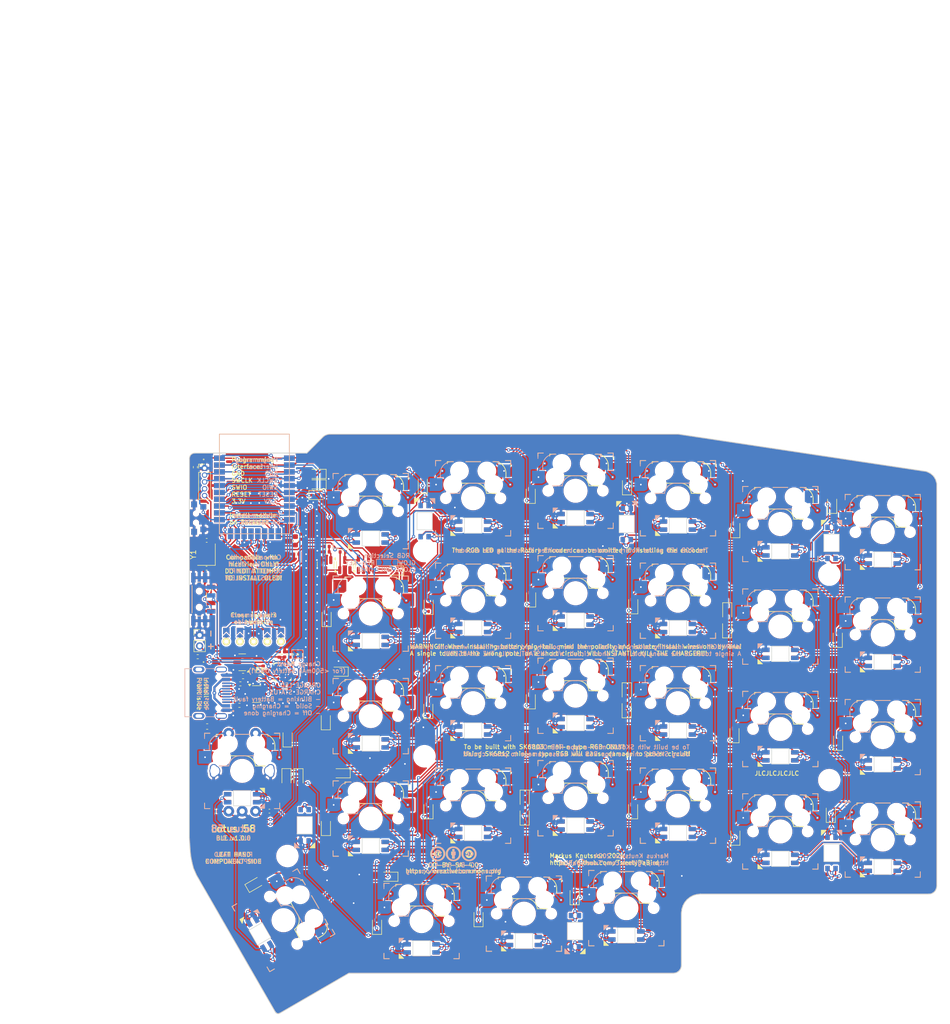
<source format=kicad_pcb>
(kicad_pcb (version 20240108) (generator "pcbnew") (generator_version "8.0")
  (title_block (title "Lotus 58 - BLE") (date "2024-10-23") (rev "v1.0.0") (company "Markus Knutsson <markus.knutsson@tweety.se>") (comment 1 "https://github.com/TweetyDaBird") (comment 2 "Licensed under Creative Commons BY-SA 4.0 International "))
  (layers (0 "F.Cu" signal) (31 "B.Cu" signal) (34 "B.Paste" user) (35 "F.Paste" user) (36 "B.SilkS" user "B.Silkscreen") (37 "F.SilkS" user "F.Silkscreen") (38 "B.Mask" user) (39 "F.Mask" user) (44 "Edge.Cuts" user))
  (net 0 "")
  (net 1 "Net-(D2-A)")
  (net 2 "Net-(D3-A)")
  (net 3 "Net-(D10-A)")
  (net 4 "Net-(D11-A)")
  (net 5 "Net-(D12-A)")
  (net 6 "Net-(D13-A)")
  (net 7 "Net-(D15-A)")
  (net 8 "Net-(D16-A)")
  (net 9 "Net-(D18-A)")
  (net 10 "Net-(D19-A)")
  (net 11 "Net-(D20-A)")
  (net 12 "Net-(D22-A)")
  (net 13 "Net-(D23-A)")
  (net 14 "Net-(D24-A)")
  (net 15 "Net-(D26-A)")
  (net 16 "Net-(D27-A)")
  (net 17 "GND")
  (net 18 "RESET")
  (net 19 "Net-(D29-A)")
  (net 20 "EncB")
  (net 21 "EncA")
  (net 22 "Net-(J1-SHIELD)")
  (net 30 "Net-(JP1-B)")
  (net 31 "VBUS")
  (net 32 "+BATT")
  (net 33 "Net-(U1-TS)")
  (net 34 "D+")
  (net 35 "D-")
  (net 36 "Net-(J1-CC1)")
  (net 37 "Net-(J1-CC2)")
  (net 38 "RGB")
  (net 39 "RGB_VDD")
  (net 40 "SCK")
  (net 41 "CS")
  (net 42 "MOSI")
  (net 43 "RGB_EN")
  (net 44 "SWCLK")
  (net 45 "SWDIO")
  (net 46 "ZMK_LED")
  (net 47 "Net-(RGB30-DOUT)")
  (net 48 "Net-(RGB31-DOUT)")
  (net 49 "Net-(RGB32-DOUT)")
  (net 50 "Net-(RGB33-DOUT)")
  (net 51 "Net-(RGB34-DOUT)")
  (net 53 "Net-(JP1-A)")
  (net 54 "Net-(D4-A)")
  (net 55 "Net-(D5-A)")
  (net 56 "Net-(D6-A)")
  (net 57 "Net-(D8-A)")
  (net 58 "Pin1")
  (net 59 "Pin2")
  (net 60 "Pin3")
  (net 61 "Pin4")
  (net 62 "Pin5")
  (net 63 "Pin6")
  (net 64 "Pin0")
  (net 65 "ENC2")
  (net 66 "ENC1")
  (net 67 "Net-(D+1-K)")
  (net 68 "Net-(D+2-K)")
  (net 69 "Net-(D+3-K)")
  (net 70 "Net-(D+6-K)")
  (net 71 "Net-(D1-A)")
  (net 72 "Net-(D7-A)")
  (net 73 "Net-(D9-A)")
  (net 74 "Net-(D14-A)")
  (net 75 "Net-(D17-A)")
  (net 76 "Net-(D21-A)")
  (net 77 "Net-(D28-A)")
  (net 78 "Net-(D+10-K)")
  (net 79 "Net-(RGB1-DOUT)")
  (net 80 "Net-(RGB2-DOUT)")
  (net 81 "Net-(RGB3-DOUT)")
  (net 82 "Net-(RGB4-DOUT)")
  (net 83 "Net-(RGB5-DOUT)")
  (net 84 "Net-(RGB6-DOUT)")
  (net 85 "Net-(RGB7-DOUT)")
  (net 86 "Net-(RGB8-DOUT)")
  (net 87 "Net-(RGB10-DIN)")
  (net 88 "Net-(RGB10-DOUT)")
  (net 89 "Net-(RGB11-DOUT)")
  (net 90 "Net-(RGB12-DOUT)")
  (net 91 "Net-(RGB13-DOUT)")
  (net 92 "Net-(RGB14-DOUT)")
  (net 93 "Net-(RGB15-DOUT)")
  (net 94 "Net-(RGB16-DOUT)")
  (net 95 "Net-(RGB17-DOUT)")
  (net 96 "Net-(RGB18-DOUT)")
  (net 97 "Net-(RGB19-DOUT)")
  (net 98 "Net-(RGB20-DOUT)")
  (net 99 "Net-(RGB21-DOUT)")
  (net 100 "Net-(RGB22-DOUT)")
  (net 101 "Net-(RGB23-DOUT)")
  (net 102 "Net-(RGB24-DOUT)")
  (net 103 "Net-(RGB25-DOUT)")
  (net 104 "Net-(RGB26-DOUT)")
  (net 105 "Net-(RGB27-DOUT)")
  (net 106 "Net-(RGB28-DOUT)")
  (net 108 "KEY_VDD")
  (net 109 "GLOW_VDD")
  (net 110 "RGB_RES")
  (net 113 "VCC")
  (net 114 "+3.3V")
  (net 115 "/XL2")
  (net 116 "/XL1")
  (net 117 "Net-(FB4-Pad1)")
  (net 118 "Net-(LED1-K)")
  (net 119 "Net-(LED1-A)")
  (net 120 "Net-(LED2-A)")
  (net 121 "Net-(PWR_SW1-PadNC)")
  (net 122 "SYSOFF")
  (net 123 "Net-(Q1-G)")
  (net 124 "Net-(Q1-D)")
  (net 125 "Net-(Q2-G)")
  (net 126 "/DCCH")
  (net 128 "Net-(U3-VP)")
  (footprint "Diode_SMD:D_SOD-323" (layer "F.Cu") (at 182.22 53.33 90)
    (property "Reference" "D1" (hide yes))
    (property "Value" "D")
  )
  (footprint "Diode_SMD:D_SOD-323" (layer "F.Cu") (at 144.16 46.95 90)
    (property "Reference" "D3" (hide yes))
    (property "Value" "D")
  )
  (footprint "Diode_SMD:D_SOD-323" (layer "F.Cu") (at 124.08 45.11 90)
    (property "Reference" "D4" (hide yes))
    (property "Value" "D")
  )
  (footprint "Diode_SMD:D_SOD-323" (layer "F.Cu") (at 200.23 48.81 90)
    (property "Reference" "D6" (hide yes))
    (property "Value" "D")
  )
  (footprint "Diode_SMD:D_SOD-323" (layer "F.Cu") (at 125.17 67.5875 90)
    (property "Reference" "D9" (hide yes))
    (property "Value" "D")
  )
  (footprint "Diode_SMD:D_SOD-323" (layer "F.Cu") (at 106.19 69.84 90)
    (property "Reference" "D10" (hide yes))
    (property "Value" "D")
  )
  (footprint "Diode_SMD:D_SOD-323" (layer "F.Cu") (at 201.28 73.71 90)
    (property "Reference" "D11" (hide yes))
    (property "Value" "D")
  )
  (footprint "Diode_SMD:D_SOD-323" (layer "F.Cu") (at 180.7 71.96 90)
    (property "Reference" "D12" (hide yes))
    (property "Value" "D")
  )
  (footprint "Diode_SMD:D_SOD-323" (layer "F.Cu") (at 144.17 85.15 90)
    (property "Reference" "D13" (hide yes))
    (property "Value" "D")
  )
  (footprint "Diode_SMD:D_SOD-323" (layer "F.Cu") (at 106.04 89.0475 90)
    (property "Reference" "D15" (hide yes))
    (property "Value" "D")
  )
  (footprint "Diode_SMD:D_SOD-323" (layer "F.Cu") (at 201.34 92.8575 90)
    (property "Reference" "D16" (hide yes))
    (property "Value" "D")
  )
  (footprint "Diode_SMD:D_SOD-323" (layer "F.Cu") (at 162.01 86.81 90)
    (property "Reference" "D18" (hide yes))
    (property "Value" "D")
  )
  (footprint "Diode_SMD:D_SOD-323" (layer "F.Cu") (at 125.14 105.5875 90)
    (property "Reference" "D19" (hide yes))
    (property "Value" "D")
  )
  (footprint "Diode_SMD:D_SOD-323" (layer "F.Cu") (at 106.06 108.7 90)
    (property "Reference" "D20" (hide yes))
    (property "Value" "D")
  )
  (footprint "Diode_SMD:D_SOD-323" (layer "F.Cu") (at 199.99 106.25 90)
    (property "Reference" "D21" (hide yes))
    (property "Value" "D")
  )
  (footprint "Diode_SMD:D_SOD-323" (layer "F.Cu") (at 182.24 110.49 90)
    (property "Reference" "D22" (hide yes))
    (property "Value" "D")
  )
  (footprint "Diode_SMD:D_SOD-323" (layer "F.Cu") (at 163.2 105.59 90)
    (property "Reference" "D23" (hide yes))
    (property "Value" "D")
  )
  (footprint "Diode_SMD:D_SOD-323" (layer "F.Cu") (at 152.33 121.57 90)
    (property "Reference" "D26" (hide yes))
    (property "Value" "D")
  )
  (footprint "Diode_SMD:D_SOD-323" (layer "F.Cu") (at 134.45 125.65 90)
    (property "Reference" "D27" (hide yes))
    (property "Value" "D")
  )
  (footprint "Keyboard Common:Spacer PCB hole" (layer "F.Cu") (at 124.32538 57.40908)
    (property "Reference" "H1" (hide yes))
    (property "Value" "Spacer_PCB" (hide yes))
  )
  (footprint "Keyboard Common:Spacer PCB hole" (layer "F.Cu") (at 199.7 61.8)
    (property "Reference" "H2" (hide yes))
    (property "Value" "Spacer_PCB" (hide yes))
  )
  (footprint "Keyboard Common:Spacer PCB hole" (layer "F.Cu") (at 124.3965 95.5675)
    (property "Reference" "H3" (hide yes))
    (property "Value" "Spacer_PCB" (hide yes))
  )
  (footprint "Keyboard Common:Spacer PCB hole" (layer "F.Cu") (at 199.7 100)
    (property "Reference" "H4" (hide yes))
    (property "Value" "Spacer_PCB" (hide yes))
  )
  (footprint "Keyboard Common:Spacer PCB hole" (layer "F.Cu") (at 98.8949 114.1095 90)
    (property "Reference" "H5" (hide yes))
    (property "Value" "Spacer_PCB" (hide yes))
  )
  (footprint "Keyboard Switches:SW_MX_HotSwap_Reversible" (layer "F.Cu") (at 171.55 47.6)
    (property "Reference" "SW2" (hide yes))
    (property "Value" "SW_Push" (hide yes))
  )
  (footprint "Keyboard Switches:SW_MX_HotSwap_Reversible" (layer "F.Cu") (at 152.5 46.21)
    (property "Reference" "SW3" (hide yes))
    (property "Value" "SW_Push" (hide yes))
  )
  (footprint "Keyboard Switches:SW_MX_HotSwap_Reversible" (layer "F.Cu") (at 133.45 47.6)
    (property "Reference" "SW4" (hide yes))
    (property "Value" "SW_Push" (hide yes))
  )
  (footprint "Keyboard Switches:SW_MX_HotSwap_Reversible" (layer "F.Cu") (at 209.65 53.9)
    (property "Reference" "SW6" (hide yes))
    (property "Value" "SW_Push" (hide yes))
  )
  (footprint "Keyboard Switches:SW_MX_HotSwap_Reversible" (layer "F.Cu") (at 171.55 66.65)
    (property "Reference" "SW7" (hide yes))
    (property "Value" "SW_Push" (hide yes))
  )
  (footprint "Keyboard Switches:SW_MX_HotSwap_Reversible" (layer "F.Cu") (at 133.45 66.65)
    (property "Reference" "SW9" (hide yes))
    (property "Value" "SW_Push" (hide yes))
  )
  (footprint "Keyboard Switches:SW_MX_HotSwap_Reversible" (layer "F.Cu") (at 114.4 69.05)
    (property "Reference" "SW10" (hide yes))
    (property "Value" "SW_Push" (hide yes))
  )
  (footprint "Keyboard Switches:SW_MX_HotSwap_Reversible" (layer "F.Cu") (at 209.65 72.95)
    (property "Reference" "SW11" (hide yes))
    (property "Value" "SW_Push" (hide yes))
  )
  (footprint "Keyboard Switches:SW_MX_HotSwap_Reversible" (layer "F.Cu") (at 190.6 71.45)
    (property "Reference" "SW12" (hide yes))
    (property "Value" "SW_Push" (hide yes))
  )
  (footprint "Keyboard Switches:SW_MX_HotSwap_Reversible" (layer "F.Cu") (at 152.5 84.31)
    (property "Reference" "SW13" (hide yes))
    (property "Value" "SW_Push" (hide yes))
  )
  (footprint "Keyboard Switches:SW_MX_HotSwap_Reversible" (layer "F.Cu") (at 133.45 85.7)
    (property "Reference" "SW14" (hide yes))
    (property "Value" "SW_Push" (hide yes))
  )
  (footprint "Keyboard Switches:SW_MX_HotSwap_Reversible" (layer "F.Cu") (at 114.4 88.1)
    (property "Reference" "SW15" (hide yes))
    (property "Value" "SW_Push" (hide yes))
  )
  (footprint "Keyboard Switches:SW_MX_HotSwap_Reversible" (layer "F.Cu") (at 190.6 90.5)
    (property "Reference" "SW17" (hide yes))
    (property "Value" "SW_Push" (hide yes))
  )
  (footprint "Keyboard Switches:SW_MX_HotSwap_Reversible" (layer "F.Cu") (at 171.55 85.7)
    (property "Reference" "SW18" (hide yes))
    (property "Value" "SW_Push" (hide yes))
  )
  (footprint "Keyboard Switches:SW_MX_HotSwap_Reversible" (layer "F.Cu") (at 133.45 104.75)
    (property "Reference" "SW19" (hide yes))
    (property "Value" "SW_Push" (hide yes))
  )
  (footprint "Keyboard Switches:SW_MX_HotSwap_Reversible" (layer "F.Cu") (at 114.4 107.15)
    (property "Reference" "SW20" (hide yes))
    (property "Value" "SW_Push" (hide yes))
  )
  (footprint "Keyboard Switches:SW_MX_HotSwap_Reversible" (layer "F.Cu") (at 209.65 111.05)
    (property "Reference" "SW21" (hide yes))
    (property "Value" "SW_Push" (hide yes))
  )
  (footprint "Keyboard Switches:SW_MX_HotSwap_Reversible" (layer "F.Cu") (at 190.6 109.55)
    (property "Reference" "SW22" (hide yes))
    (property "Value" "SW_Push" (hide yes))
  )
  (footprint "Keyboard Switches:SW_MX_HotSwap_Reversible" (layer "F.Cu") (at 171.55 104.75)
    (property "Reference" "SW23" (hide yes))
    (property "Value" "SW_Push" (hide yes))
  )
  (footprint "Keyboard Switches:SW_MX_HotSwap_Reversible" (layer "F.Cu") (at 142.8977 124.8283)
    (property "Reference" "SW27" (hide yes))
    (property "Value" "SW_Push" (hide yes))
  )
  (footprint "Keyboard Switches:SW_MX_HotSwap_Reversible" (layer "F.Cu") (at 123.85 126.2)
    (property "Reference" "SW28" (hide yes))
    (property "Value" "SW_Push" (hide yes))
  )
  (footprint "Keyboard Switches:SW_MX_HotSwap_Reversible" (layer "F.Cu") (at 98.171 126.0475 -60)
    (property "Reference" "SW29" (hide yes))
    (property "Value" "SW_Push" (hide yes))
  )
  (footprint "Keyboard Switches:SW_MX_HotSwap_Reversible" (layer "F.Cu") (at 190.6 52.4)
    (property "Reference" "SW1" (hide yes))
    (property "Value" "SW_Push" (hide yes))
  )
  (footprint "Diode_SMD:D_SOD-323" (layer "F.Cu") (at 143.03 106.76 90)
    (property "Reference" "D24" (hide yes))
    (property "Value" "D")
  )
  (footprint "Keyboard Switches:SW_MX_HotSwap_Reversible_FOR encoder" (layer "F.Cu") (at 90.4748 98.2853)
    (property "Reference" "SW25" (hide yes))
    (property "Value" "SW_Push" (hide yes))
  )
  (footprint "Keyboard Switches:SW_MX_HotSwap_Reversible" (layer "F.Cu") (at 152.5 103.36)
    (property "Reference" "SW24" (hide yes))
    (property "Value" "SW_Push" (hide yes))
  )
  (footprint "Diode_SMD:D_SOD-323" (layer "F.Cu") (at 163.24 67.48 90)
    (property "Reference" "D7" (hide yes))
    (property "Value" "D")
  )
  (footprint "Diode_SMD:D_SOD-323" (layer "F.Cu") (at 144.24 66.21 90)
    (property "Reference" "D8" (hide yes))
    (property "Value" "D")
  )
  (footprint "Capacitor_SMD:C_0402_1005Metric" (layer "F.Cu") (at 95.55 105.77)
    (property "Reference" "C1" (hide yes))
    (property "Value" "100nF")
  )
  (footprint "Capacitor_SMD:C_0402_1005Metric" (layer "F.Cu") (at 85.54 105.81)
    (property "Reference" "C2" (hide yes))
    (property "Value" "100nF")
  )
  (footprint "Keyboard Switches:SW_MX_HotSwap_Reversible" (layer "F.Cu") (at 161.95 123.8)
    (property "Reference" "SW26" (hide yes))
    (property "Value" "SW_Push" (hide yes))
  )
  (footprint "Diode_SMD:D_SOD-323" (layer "F.Cu") (at 115.57 127.07 90)
    (property "Reference" "D28" (hide yes))
    (property "Value" "D")
  )
  (footprint "Diode_SMD:D_SOD-323" (layer "F.Cu") (at 92.8 119.35 30)
    (property "Reference" "D29" (hide yes))
    (property "Value" "D")
  )
  (footprint "Keyboard Switches:SW_MX_HotSwap_Reversible" (layer "F.Cu") (at 209.65 92)
    (property "Reference" "SW16" (hide yes))
    (property "Value" "SW_Push" (hide yes))
  )
  (footprint "Diode_SMD:D_SOD-323" (layer "F.Cu") (at 104.5 47)
    (property "Reference" "D5" (hide yes))
    (property "Value" "D")
  )
  (footprint "Keyboard RGB:MX_SK6812MINI-E_REVERSIBLE_special_v2" (layer "F.Cu") (at 200.125 113.522 90)
    (property "Reference" "RGB33" (hide yes))
    (property "Value" "SK6812MINI-E" (hide yes))
    (fp_line (start 1.61 -1.41) (end 1.61 1.41) (stroke (width 0.1)) (layer "Edge.Cuts"))
    (fp_line (start -1.61 -1.41) (end 1.61 -1.41) (stroke (width 0.1)) (layer "Edge.Cuts"))
    (fp_line (start 1.61 1.41) (end -1.61 1.41) (stroke (width 0.1)) (layer "Edge.Cuts"))
    (fp_line (start -1.61 1.41) (end -1.61 -1.41) (stroke (width 0.1)) (layer "Edge.Cuts"))
  )
  (footprint "Keyboard RGB:MX_SK6812MINI-E_REVERSIBLE_special_v2" (layer "F.Cu") (at 152.4 128.0795 -90)
    (property "Reference" "RGB34" (hide yes))
    (property "Value" "SK6812MINI-E" (hide yes))
    (fp_line (start -1.61 1.41) (end -1.61 -1.41) (stroke (width 0.1)) (layer "Edge.Cuts"))
    (fp_line (start 1.61 1.41) (end -1.61 1.41) (stroke (width 0.1)) (layer "Edge.Cuts"))
    (fp_line (start -1.61 -1.41) (end 1.61 -1.41) (stroke (width 0.1)) (layer "Edge.Cuts"))
    (fp_line (start 1.61 -1.41) (end 1.61 1.41) (stroke (width 0.1)) (layer "Edge.Cuts"))
  )
  (footprint "Keyboard RGB:MX_SK6812MINI-E_REVERSIBLE_special_v2" (layer "F.Cu") (at 102.108 108.3945 -90)
    (property "Reference" "RGB35" (hide yes))
    (property "Value" "SK6812MINI-E" (hide yes))
    (fp_line (start -1.61 1.41) (end -1.61 -1.41) (stroke (width 0.1)) (layer "Edge.Cuts"))
    (fp_line (start 1.61 1.41) (end -1.61 1.41) (stroke (width 0.1)) (layer "Edge.Cuts"))
    (fp_line (start -1.61 -1.41) (end 1.61 -1.41) (stroke (width 0.1)) (layer "Edge.Cuts"))
    (fp_line (start 1.61 -1.41) (end 1.61 1.41) (stroke (width 0.1)) (layer "Edge.Cuts"))
  )
  (footprint "Keyboard RGB:MX_SK6812MINI-E_REVERSIBLE_special_v2" (layer "F.Cu") (at 200.122 55.896 90)
    (property "Reference" "RGB32" (hide yes))
    (property "Value" "SK6812MINI-E" (hide yes))
    (fp_line (start 1.61 -1.41) (end 1.61 1.41) (stroke (width 0.1)) (layer "Edge.Cuts"))
    (fp_line (start -1.61 -1.41) (end 1.61 -1.41) (stroke (width 0.1)) (layer "Edge.Cuts"))
    (fp_line (start 1.61 1.41) (end -1.61 1.41) (stroke (width 0.1)) (layer "Edge.Cuts"))
    (fp_line (start -1.61 1.41) (end -1.61 -1.41) (stroke (width 0.1)) (layer "Edge.Cuts"))
  )
  (footprint "Keyboard RGB:MX_SK6812MINI-E_REVERSIBLE_special_v2" (layer "F.Cu") (at 124.4235 51.851 90)
    (property "Reference" "RGB30" (hide yes))
    (property "Value" "SK6812MINI-E" (hide yes))
    (fp_line (start 1.61 -1.41) (end 1.61 1.41) (stroke (width 0.1)) (layer "Edge.Cuts"))
    (fp_line (start -1.61 -1.41) (end 1.61 -1.41) (stroke (width 0.1)) (layer "Edge.Cuts"))
    (fp_line (start 1.61 1.41) (end -1.61 1.41) (stroke (width 0.1)) (layer "Edge.Cuts"))
    (fp_line (start -1.61 1.41) (end -1.61 -1.41) (stroke (width 0.1)) (layer "Edge.Cuts"))
  )
  (footprint "Diode_SMD:D_SOD-323" (layer "F.Cu") (at 182.07 91.4575 90)
    (property "Reference" "D17" (hide yes))
    (property "Value" "D")
  )
  (footprint "Diode_SMD:D_SOD-323" (layer "F.Cu") (at 98.93408 92.236339 90)
    (property "Reference" "D25" (hide yes))
    (property "Value" "D")
  )
  (footprint "Keyboard Switches:SW_MX_HotSwap_Reversible" (layer "F.Cu") (at 114.4 50)
    (property "Reference" "SW5" (hide yes))
    (property "Value" "SW_Push" (hide yes))
  )
  (footprint "Keyboard Encoders:Encoder_Alps_EC11E_Small" (layer "F.Cu") (at 90.4748 98.2853 90)
    (property "Reference" "ENC31" (hide yes))
    (property "Value" "Rotary_Encoder_Click" (hide yes))
  )
  (footprint "Keyboard RGB:MX_SK6812MINI-E_REVERSIBLE_special_v2" (layer "F.Cu") (at 162.0285 52.3875 90)
    (property "Reference" "RGB31" (hide yes))
    (property "Value" "SK6812MINI-E" (hide yes))
    (fp_line (start 1.61 -1.41) (end 1.61 1.41) (stroke (width 0.1)) (layer "Edge.Cuts"))
    (fp_line (start -1.61 -1.41) (end 1.61 -1.41) (stroke (width 0.1)) (layer "Edge.Cuts"))
    (fp_line (start 1.61 1.41) (end -1.61 1.41) (stroke (width 0.1)) (layer "Edge.Cuts"))
    (fp_line (start -1.61 1.41) (end -1.61 -1.41) (stroke (width 0.1)) (layer "Edge.Cuts"))
  )
  (footprint "Keyboard Switches:SW_MX_HotSwap_Reversible" (layer "F.Cu") (at 152.5 65.26)
    (property "Reference" "SW8" (hide yes))
    (property "Value" "SW_Push" (hide yes))
  )
  (footprint "Capacitor_SMD:C_0603_1608Metric_Pad1.08x0.95mm_HandSolder" (layer "F.Cu") (at 90.65 80.65)
    (property "Reference" "FB4" (hide yes))
    (property "Value" "Ferrite Bead")
  )
  (footprint "Keyboard RGB:RGB_SK6812MINI-E_reversible_tight" (layer "F.Cu") (at 171.55 109.83 180)
    (property "Reference" "RGB22" (hide yes))
    (property "Value" "SK6812MINI-E")
    (fp_line (start 1.61 1.41) (end -1.61 1.41) (stroke (width 0.1)) (layer "Edge.Cuts"))
    (fp_line (start 1.61 -1.41) (end 1.61 1.41) (stroke (width 0.1)) (layer "Edge.Cuts"))
    (fp_line (start -1.61 1.41) (end -1.61 -1.41) (stroke (width 0.1)) (layer "Edge.Cuts"))
    (fp_line (start -1.61 -1.41) (end 1.61 -1.41) (stroke (width 0.1)) (layer "Edge.Cuts"))
  )
  (footprint "Keyboard RGB:RGB_SK6812MINI-E_reversible_tight" (layer "F.Cu") (at 152.5 51.29 180)
    (property "Reference" "RGB3" (hide yes))
    (property "Value" "SK6812MINI-E")
    (fp_line (start 1.61 1.41) (end -1.61 1.41) (stroke (width 0.1)) (layer "Edge.Cuts"))
    (fp_line (start 1.61 -1.41) (end 1.61 1.41) (stroke (width 0.1)) (layer "Edge.Cuts"))
    (fp_line (start -1.61 1.41) (end -1.61 -1.41) (stroke (width 0.1)) (layer "Edge.Cuts"))
    (fp_line (start -1.61 -1.41) (end 1.61 -1.41) (stroke (width 0.1)) (layer "Edge.Cuts"))
  )
  (footprint "Diode_SMD:D_SOD-323" (layer "F.Cu") (at 143.04 103.47 -90)
    (property "Reference" "D+10" (hide yes))
    (property "Value" "D")
  )
  (footprint "Logotypes:CC_BY_SA_40" (layer "F.Cu") (at 129.79 114.63)
    (property "Reference" "Logo3")
    (property "Value" "CC-BY-SA-4.0")
  )
  (footprint "Resistor_SMD:R_0402_1005Metric" (layer "F.Cu") (at 97.37 76.64 90)
    (property "Reference" "R10" (hide yes))
    (property "Value" "100k")
  )
  (footprint "Resistor_SMD:R_0402_1005Metric" (layer "F.Cu") (at 94.39 79.29 -90)
    (property "Reference" "R11" (hide yes))
    (property "Value" "10k")
  )
  (footprint "Diode_SMD:D_SOD-323" (layer "F.Cu") (at 98.72 99.47 -90)
    (property "Reference" "D+5" (hide yes))
    (property "Value" "D")
  )
  (footprint "Keyboard Common:MSK12C02" (layer "F.Cu") (at 82.501 66.37 -90)
    (property "Reference" "PWR_SW1" (hide yes))
    (property "Value" "MSK12C02" (hide yes))
  )
  (footprint "Keyboard Common:YTS-A002" (layer "F.Cu") (at 81.891 51.29 90)
    (property "Reference" "RES1" (hide yes))
    (property "Value" "TS-A002" (hide yes))
  )
  (footprint "Keyboard RGB:RGB_SK6812MINI-E_reversible_tight" (layer "F.Cu") (at 133.45 90.78 180)
    (property "Reference" "RGB14" (hide yes))
    (property "Value" "SK6812MINI-E")
    (fp_line (start 1.61 1.41) (end -1.61 1.41) (stroke (width 0.1)) (layer "Edge.Cuts"))
    (fp_line (start 1.61 -1.41) (end 1.61 1.41) (stroke (width 0.1)) (layer "Edge.Cuts"))
    (fp_line (start -1.61 1.41) (end -1.61 -1.41) (stroke (width 0.1)) (layer "Edge.Cuts"))
    (fp_line (start -1.61 -1.41) (end 1.61 -1.41) (stroke (width 0.1)) (layer "Edge.Cuts"))
  )
  (footprint "Keyboard RGB:RGB_SK6812MINI-E_reversible_tight" (layer "F.Cu") (at 209.65 116.13 180)
    (property "Reference" "RGB24" (hide yes))
    (property "Value" "SK6812MINI-E")
    (fp_line (start 1.61 1.41) (end -1.61 1.41) (stroke (width 0.1)) (layer "Edge.Cuts"))
    (fp_line (start 1.61 -1.41) (end 1.61 1.41) (stroke (width 0.1)) (layer "Edge.Cuts"))
    (fp_line (start -1.61 1.41) (end -1.61 -1.41) (stroke (width 0.1)) (layer "Edge.Cuts"))
    (fp_line (start -1.61 -1.41) (end 1.61 -1.41) (stroke (width 0.1)) (layer "Edge.Cuts"))
  )
  (footprint "Keyboard RGB:RGB_SK6812MINI-E_reversible_tight" (layer "F.Cu") (at 133.45 52.68 180)
    (property "Reference" "RGB2" (hide yes))
    (property "Value" "SK6812MINI-E")
    (fp_line (start 1.61 1.41) (end -1.61 1.41) (stroke (width 0.1)) (layer "Edge.Cuts"))
    (fp_line (start 1.61 -1.41) (end 1.61 1.41) (stroke (width 0.1)) (layer "Edge.Cuts"))
    (fp_line (start -1.61 1.41) (end -1.61 -1.41) (stroke (width 0.1)) (layer "Edge.Cuts"))
    (fp_line (start -1.61 -1.41) (end 1.61 -1.41) (stroke (width 0.1)) (layer "Edge.Cuts"))
  )
  (footprint "Keyboard RGB:RGB_SK6812MINI-E_reversible_tight" (layer "F.Cu") (at 161.95 128.88 180)
    (property "Reference" "RGB28" (hide yes))
    (property "Value" "SK6812MINI-E")
    (fp_line (start 1.61 1.41) (end -1.61 1.41) (stroke (width 0.1)) (layer "Edge.Cuts"))
    (fp_line (start 1.61 -1.41) (end 1.61 1.41) (stroke (width 0.1)) (layer "Edge.Cuts"))
    (fp_line (start -1.61 1.41) (end -1.61 -1.41) (stroke (width 0.1)) (layer "Edge.Cuts"))
    (fp_line (start -1.61 -1.41) (end 1.61 -1.41) (stroke (width 0.1)) (layer "Edge.Cuts"))
  )
  (footprint "Keyboard RGB:RGB_SK6812MINI-E_reversible_tight" (layer "F.Cu") (at 171.55 71.73 180)
    (property "Reference" "RGB10" (hide yes))
    (property "Value" "SK6812MINI-E")
    (fp_line (start 1.61 1.41) (end -1.61 1.41) (stroke (width 0.1)) (layer "Edge.Cuts"))
    (fp_line (start 1.61 -1.41) (end 1.61 1.41) (stroke (width 0.1)) (layer "Edge.Cuts"))
    (fp_line (start -1.61 1.41) (end -1.61 -1.41) (stroke (width 0.1)) (layer "Edge.Cuts"))
    (fp_line (start -1.61 -1.41) (end 1.61 -1.41) (stroke (width 0.1)) (layer "Edge.Cuts"))
  )
  (footprint "Resistor_SMD:R_0402_1005Metric" (layer "F.Cu") (at 90.14 82.1)
    (property "Reference" "R8" (hide yes))
    (property "Value" "5.1k")
  )
  (footprint "Package_TO_SOT_SMD:SOT-23" (layer "F.Cu") (at 106.01 60.03 -90)
    (property "Reference" "Q1" (hide yes))
    (property "Value" "2N7002")
  )
  (footprint "Capacitor_SMD:C_0402_1005Metric" (layer "F.Cu") (at 100.7 81.32 -90)
    (property "Reference" "C5" (hide yes))
    (property "Value" "1uF")
  )
  (footprint "Diode_SMD:D_SOD-323" (layer "F.Cu") (at 162.02 83.51 -90)
    (property "Reference" "D+9" (hide yes))
    (property "Value" "D")
  )
  (footprint "Keyboard RGB:RGB_SK6812MINI-E_reversible_tight" (layer "F.Cu") (at 133.45 71.73 180)
    (property "Reference" "RGB8" (hide yes))
    (property "Value" "SK6812MINI-E")
    (fp_line (start 1.61 1.41) (end -1.61 1.41) (stroke (width 0.1)) (layer "Edge.Cuts"))
    (fp_line (start 1.61 -1.41) (end 1.61 1.41) (stroke (width 0.1)) (layer "Edge.Cuts"))
    (fp_line (start -1.61 1.41) (end -1.61 -1.41) (stroke (width 0.1)) (layer "Edge.Cuts"))
    (fp_line (start -1.61 -1.41) (end 1.61 -1.41) (stroke (width 0.1)) (layer "Edge.Cuts"))
  )
  (footprint "Package_TO_SOT_SMD:SOT-23-5" (layer "F.Cu") (at 113.06 59.88 90)
    (property "Reference" "U4" (hide yes))
    (property "Value" "SN74LV1T34DBV")
  )
  (footprint "Package_TO_SOT_SMD:SOT-23" (layer "F.Cu") (at 109.58 60.02 90)
    (property "Reference" "Q3" (hide yes))
    (property "Value" "AO3401A")
  )
  (footprint "Diode_SMD:D_SOD-323" (layer "F.Cu") (at 108.9775 98.73 180)
    (property "Reference" "D+4" (hide yes))
    (property "Value" "D")
  )
  (footprint "Keyboard RGB:RGB_SK6812MINI-E_reversible_tight" (layer "F.Cu") (at 133.45 109.83 180)
    (property "Reference" "RGB20" (hide yes))
    (property "Value" "SK6812MINI-E")
    (fp_line (start 1.61 1.41) (end -1.61 1.41) (stroke (width 0.1)) (layer "Edge.Cuts"))
    (fp_line (start 1.61 -1.41) (end 1.61 1.41) (stroke (width 0.1)) (layer "Edge.Cuts"))
    (fp_line (start -1.61 1.41) (end -1.61 -1.41) (stroke (width 0.1)) (layer "Edge.Cuts"))
    (fp_line (start -1.61 -1.41) (end 1.61 -1.41) (stroke (width 0.1)) (layer "Edge.Cuts"))
  )
  (footprint "Package_TO_SOT_SMD:SOT-23-6" (layer "F.Cu") (at 93.17 84.01)
    (property "Reference" "U3" (hide yes))
    (property "Value" "SRV05-4")
  )
  (footprint "Keyboard RGB:RGB_SK6812MINI-E_reversible_tight" (layer "F.Cu") (at 209.65 78.03 180)
    (property "Reference" "RGB12" (hide yes))
    (property "Value" "SK6812MINI-E")
    (fp_line (start 1.61 1.41) (end -1.61 1.41) (stroke (width 0.1)) (layer "Edge.Cuts"))
    (fp_line (start 1.61 -1.41) (end 1.61 1.41) (stroke (width 0.1)) (layer "Edge.Cuts"))
    (fp_line (start -1.61 1.41) (end -1.61 -1.41) (stroke (width 0.1)) (layer "Edge.Cuts"))
    (fp_line (start -1.61 -1.41) (end 1.61 -1.41) (stroke (width 0.1)) (layer "Edge.Cuts"))
  )
  (footprint "LED_SMD:LED_0402_1005Metric" (layer "F.Cu") (at 82.212501 78.05 180)
    (property "Reference" "LED1" (hide yes))
    (property "Value" "ORANGE")
  )
  (footprint "Keyboard RGB:RGB_SK6812MINI-E_reversible_tight" (layer "F.Cu") (at 123.85 131.28 180)
    (property "Reference" "RGB26" (hide yes))
    (property "Value" "SK6812MINI-E")
    (fp_line (start 1.61 1.41) (end -1.61 1.41) (stroke (width 0.1)) (layer "Edge.Cuts"))
    (fp_line (start 1.61 -1.41) (end 1.61 1.41) (stroke (width 0.1)) (layer "Edge.Cuts"))
    (fp_line (start -1.61 1.41) (end -1.61 -1.41) (stroke (width 0.1)) (layer "Edge.Cuts"))
    (fp_line (start -1.61 -1.41) (end 1.61 -1.41) (stroke (width 0.1)) (layer "Edge.Cuts"))
  )
  (footprint "Resistor_SMD:R_0402_1005Metric" (layer "F.Cu") (at 106.15 57.57 180)
    (property "Reference" "R5" (hide yes))
    (property "Value" "10k")
  )
  (footprint "Connector_PinHeader_2.00mm:PinHeader_1x02_P2.00mm_Vertical" (layer "F.Cu") (at 82.57 73.06)
    (property "Reference" "J2" (hide yes))
    (property "Value" "BATT")
  )
  (footprint "Keyboard RGB:RGB_SK6812MINI-E_reversible_tight" (layer "F.Cu") (at 209.65 58.98 180)
    (property "Reference" "RGB6" (hide yes))
    (property "Value" "SK6812MINI-E")
    (fp_line (start 1.61 1.41) (end -1.61 1.41) (stroke (width 0.1)) (layer "Edge.Cuts"))
    (fp_line (start 1.61 -1.41) (end 1.61 1.41) (stroke (width 0.1)) (layer "Edge.Cuts"))
    (fp_line (start -1.61 1.41) (end -1.61 -1.41) (stroke (width 0.1)) (layer "Edge.Cuts"))
    (fp_line (start -1.61 -1.41) (end 1.61 -1.41) (stroke (width 0.1)) (layer "Edge.Cuts"))
  )
  (footprint "Resistor_SMD:R_0402_1005Metric" (layer "F.Cu") (at 100.41 76.64 -90)
    (property "Reference" "R3" (hide yes))
    (property "Value" "10k")
  )
  (footprint "Keyboard RGB:RGB_SK6812MINI-E_reversible_tight" (layer "F.Cu") (at 114.4 74.13 180)
    (property "Reference" "RGB7" (hide yes))
    (property "Value" "SK6812MINI-E")
    (fp_line (start 1.61 1.41) (end -1.61 1.41) (stroke (width 0.1)) (layer "Edge.Cuts"))
    (fp_line (start 1.61 -1.41) (end 1.61 1.41) (stroke (width 0.1)) (layer "Edge.Cuts"))
    (fp_line (start -1.61 1.41) (end -1.61 -1.41) (stroke (width 0.1)) (layer "Edge.Cuts"))
    (fp_line (start -1.61 -1.41) (end 1.61 -1.41) (stroke (width 0.1)) (layer "Edge.Cuts"))
  )
  (footprint "Keyboard RGB:RGB_SK6812MINI-E_reversible_tight" (layer "F.Cu") (at 142.8977 129.9083 180)
    (property "Reference" "RGB27" (hide yes))
    (property "Value" "SK6812MINI-E")
    (fp_line (start 1.61 1.41) (end -1.61 1.41) (stroke (width 0.1)) (layer "Edge.Cuts"))
    (fp_line (start 1.61 -1.41) (end 1.61 1.41) (stroke (width 0.1)) (layer "Edge.Cuts"))
    (fp_line (start -1.61 1.41) (end -1.61 -1.41) (stroke (width 0.1)) (layer "Edge.Cuts"))
    (fp_line (start -1.61 -1.41) (end 1.61 -1.41) (stroke (width 0.1)) (layer "Edge.Cuts"))
  )
  (footprint "Capacitor_SMD:C_0603_1608Metric_Pad1.08x0.95mm_HandSolder" (layer "F.Cu") (at 83.97 90.04 180)
    (property "Reference" "FB3" (hide yes))
    (property "Value" "Ferrite Bead")
  )
  (footprint "Keyboard RGB:RGB_SK6812MINI-E_reversible_tight" (layer "F.Cu") (at 152.5 108.44 180)
    (property "Reference" "RGB21" (hide yes))
    (property "Value" "SK6812MINI-E")
    (fp_line (start 1.61 1.41) (end -1.61 1.41) (stroke (width 0.1)) (layer "Edge.Cuts"))
    (fp_line (start 1.61 -1.41) (end 1.61 1.41) (stroke (width 0.1)) (layer "Edge.Cuts"))
    (fp_line (start -1.61 1.41) (end -1.61 -1.41) (stroke (width 0.1)) (layer "Edge.Cuts"))
    (fp_line (start -1.61 -1.41) (end 1.61 -1.41) (stroke (width 0.1)) (layer "Edge.Cuts"))
  )
  (footprint "Keyboard RGB:RGB_SK6812MINI-E_reversible_tight" (layer "F.Cu") (at 152.5 70.34 180)
    (property "Reference" "RGB9" (hide yes))
    (property "Value" "SK6812MINI-E")
    (fp_line (start 1.61 1.41) (end -1.61 1.41) (stroke (width 0.1)) (layer "Edge.Cuts"))
    (fp_line (start 1.61 -1.41) (end 1.61 1.41) (stroke (width 0.1)) (layer "Edge.Cuts"))
    (fp_line (start -1.61 1.41) (end -1.61 -1.41) (stroke (width 0.1)) (layer "Edge.Cuts"))
    (fp_line (start -1.61 -1.41) (end 1.61 -1.41) (stroke (width 0.1)) (layer "Edge.Cuts"))
  )
  (footprint "Package_TO_SOT_SMD:SOT-23" (layer "F.Cu") (at 90.49 78.09 180)
    (property "Reference" "Q2" (hide yes))
    (property "Value" "2N7002")
  )
  (footprint "Diode_SMD:D_SOD-323" (layer "F.Cu") (at 118.917861 61.032729 180)
    (property "Reference" "D+2" (hide yes))
    (property "Value" "D")
  )
  (footprint "Resistor_SMD:R_0402_1005Metric" (layer "F.Cu") (at 101.36 76.64 -90)
    (property "Reference" "R4" (hide yes))
    (property "Value" "2k")
  )
  (footprint "Resistor_SMD:R_0402_1005Metric" (layer "F.Cu") (at 89.97 86.09)
    (property "Reference" "R7" (hide yes))
    (property "Value" "5.1k")
  )
  (footprint "Connector_PinHeader_1.27mm:PinHeader_1x05_P1.27mm_Vertical" (layer "F.Cu") (at 83.49 42.02)
    (property "Reference" "J3" (hide yes))
    (property "Value" "ProgConn")
  )
  (footprint "Keyboard RGB:RGB_SK6812MINI-E_reversible_tight" (layer "F.Cu") (at 190.6 57.48 180)
    (property "Reference" "RGB5" (hide yes))
    (property "Value" "SK6812MINI-E")
    (fp_line (start 1.61 1.41) (end -1.61 1.41) (stroke (width 0.1)) (layer "Edge.Cuts"))
    (fp_line (start 1.61 -1.41) (end 1.61 1.41) (stroke (width 0.1)) (layer "Edge.Cuts"))
    (fp_line (start -1.61 1.41) (end -1.61 -1.41) (stroke (width 0.1)) (layer "Edge.Cuts"))
    (fp_line (start -1.61 -1.41) (end 1.61 -1.41) (stroke (width 0.1)) (layer "Edge.Cuts"))
  )
  (footprint "Resistor_SMD:R_0603_1608Metric" (layer "F.Cu") (at 93.81 81.01)
    (property "Reference" "F1")
    (property "Value" "0603L050/6AR")
  )
  (footprint "Diode_SMD:D_SOD-323" (layer "F.Cu") (at 100.96 99.4825 -90)
    (property "Reference" "D+11" (hide yes))
    (property "Value" "D")
  )
  (footprint "Keyboard RGB:RGB_SK6812MINI-E_reversible_tight" (layer "F.Cu") (at 114.4 112.23 180)
    (property "Reference" "RGB19" (hide yes))
    (property "Value" "SK6812MINI-E")
    (fp_line (start 1.61 1.41) (end -1.61 1.41) (stroke (width 0.1)) (layer "Edge.Cuts"))
    (fp_line (start 1.61 -1.41) (end 1.61 1.41) (stroke (width 0.1)) (layer "Edge.Cuts"))
    (fp_line (start -1.61 1.41) (end -1.61 -1.41) (stroke (width 0.1)) (layer "Edge.Cuts"))
    (fp_line (start -1.61 -1.41) (end 1.61 -1.41) (stroke (width 0.1)) (layer "Edge.Cuts"))
  )
  (footprint "Keyboard Controllers:E73-2G4M08S1C_Castellated" (layer "F.Cu") (at 92.75 45.187)
    (property "Reference" "U7" (hide yes))
    (property "Value" "E73-2G4M08S1C_test")
  )
  (footprint "Inductor_SMD:L_0603_1608Metric" (layer "F.Cu") (at 100.38 55.52 -90)
    (property "Reference" "L1" (hide yes))
    (property "Value" "10uH")
  )
  (footprint "LED_SMD:LED_0402_1005Metric" (layer "F.Cu") (at 82.23 40.38 180)
    (property "Reference" "LED2" (hide yes))
    (property "Value" "BLUE")
  )
  (footprint "Keyboard RGB:RGB_SK6812MINI-E_reversible_tight" (layer "F.Cu") (at 209.65 97.08 180)
    (property "Reference" "RGB18" (hide yes))
    (property "Value" "SK6812MINI-E")
    (fp_line (start 1.61 1.41) (end -1.61 1.41) (stroke (width 0.1)) (layer "Edge.Cuts"))
    (fp_line (start 1.61 -1.41) (end 1.61 1.41) (stroke (width 0.1)) (layer "Edge.Cuts"))
    (fp_line (start -1.61 1.41) (end -1.61 -1.41) (stroke (width 0.1)) (layer "Edge.Cuts"))
    (fp_line (start -1.61 -1.41) (end 1.61 -1.41) (stroke (width 0.1)) (layer "Edge.Cuts"))
  )
  (footprint "Keyboard RGB:RGB_SK6812MINI-E_reversible_tight" (layer "F.Cu") (at 114.4 93.18 180)
    (property "Reference" "RGB13" (hide yes))
    (property "Value" "SK6812MINI-E")
    (fp_line (start 1.61 1.41) (end -1.61 1.41) (stroke (width 0.1)) (layer "Edge.Cuts"))
    (fp_line (start 1.61 -1.41) (end 1.61 1.41) (stroke (width 0.1)) (layer "Edge.Cuts"))
    (fp_line (start -1.61 1.41) (end -1.61 -1.41) (stroke (width 0.1)) (layer "Edge.Cuts"))
    (fp_line (start -1.61 -1.41) (end 1.61 -1.41) (stroke (width 0.1)) (layer "Edge.Cuts"))
  )
  (footprint "Keyboard RGB:RGB_SK6812MINI-E_reversible_tight" (layer "F.Cu") (at 152.5 89.39 180)
    (property "Reference" "RGB15" (hide yes))
    (property "Value" "SK6812MINI-E")
    (fp_line (start 1.61 1.41) (end -1.61 1.41) (stroke (width 0.1)) (layer "Edge.Cuts"))
    (fp_line (start 1.61 -1.41) (end 1.61 1.41) (stroke (width 0.1)) (layer "Edge.Cuts"))
    (fp_line (start -1.61 1.41) (end -1.61 -1.41) (stroke (width 0.1)) (layer "Edge.Cuts"))
    (fp_line (start -1.61 -1.41) (end 1.61 -1.41) (stroke (width 0.1)) (layer "Edge.Cuts"))
  )
  (footprint "Keyboard RGB:RGB_SK6812MINI-E_reversible_tight" (layer "F.Cu") (at 93.771591 128.5875 120)
    (property "Reference" "RGB25" (hide yes))
    (property "Value" "SK6812MINI-E")
    (fp_line (start 1.61 -1.41) (end 1.61 1.41) (stroke (width 0.1)) (layer "Edge.Cuts"))
    (fp_line (start -1.61 -1.41) (end 1.61 -1.41) (stroke (width 0.1)) (layer "Edge.Cuts"))
    (fp_line (start 1.61 1.41) (end -1.61 1.41) (stroke (width 0.1)) (layer "Edge.Cuts"))
    (fp_line (start -1.61 1.41) (end -1.61 -1.41) (stroke (width 0.1)) (layer "Edge.Cuts"))
  )
  (footprint "Resistor_SMD:R_0402_1005Metric" (layer "F.Cu") (at 81.77 41.82 90)
    (property "Reference" "R6" (hide yes))
    (property "Value" "1k")
  )
  (footprint "Diode_SMD:D_SOD-323" (layer "F.Cu") (at 162.07 45.36 90)
    (property "Reference" "D2" (hide yes))
    (property "Value" "D")
  )
  (footprint "Resistor_SMD:R_0402_1005Metric" (layer "F.Cu") (at 99.4 76.63 90)
    (property "Reference" "R1" (hide yes))
    (property "Value" "10k")
  )
  (footprint "Keyboard RGB:RGB_SK6812MINI-E_reversible_tight" (layer "F.Cu") (at 171.55 90.78 180)
    (property "Reference" "RGB16" (hide yes))
    (property "Value" "SK6812MINI-E")
    (fp_line (start 1.61 1.41) (end -1.61 1.41) (stroke (width 0.1)) (layer "Edge.Cuts"))
    (fp_line (start 1.61 -1.41) (end 1.61 1.41) (stroke (width 0.1)) (layer "Edge.Cuts"))
    (fp_line (start -1.61 1.41) (end -1.61 -1.41) (stroke (width 0.1)) (layer "Edge.Cuts"))
    (fp_line (start -1.61 -1.41) (end 1.61 -1.41) (stroke (width 0.1)) (layer "Edge.Cuts"))
  )
  (footprint "Capacitor_SMD:C_0402_1005Metric" (layer "F.Cu") (at 83.88 55.43)
    (property "Reference" "C10" (hide yes))
    (property "Value" "12pF")
  )
  (footprint "Capacitor_SMD:C_0402_1005Metric" (layer "F.Cu") (at 83.85 60.61 180)
    (property "Reference" "C9" (hide yes))
    (property "Value" "12pF")
  )
  (footprint "Keyboard Common:nice!view_doublesided" (layer "F.Cu") (at 92.61 74.24)
    (property "Reference" "DISP1")
    (property "Value" "nice!view" (hide yes))
  )
  (footprint "Capacitor_SMD:C_0402_1005Metric" (layer "F.Cu") (at 100.55 57.99)
    (property "Reference" "C7" (hide yes))
    (property "Value" "4.7uF")
  )
  (footprint "Resistor_SMD:R_0402_1005Metric" (layer "F.Cu") (at 109.21 57.58 180)
    (property "Reference" "R14" (hide yes))
    (property "Value" "10k")
  )
  (footprint "Resistor_SMD:R_0402_1005Metric" (layer "F.Cu") (at 82.21 77.06)
    (property "Reference" "R2" (hide yes))
    (property "Value" "10k")
  )
  (footprint "Diode_SMD:D_SOD-323" (layer "F.Cu") (at 117.85 117.96 180)
    (property "Reference" "D+6" (hide yes))
    (property "Value" "D")
  )
  (footprint "Diode_SMD:D_SOD-323" (layer "F.Cu") (at 180.72 68.63 -90)
    (property "Reference" "D+8" (hide yes))
    (property "Value" "D")
  )
  (footprint "Keyboard RGB:RGB_SK6812MINI-E_reversible_tight" (layer "F.Cu") (at 90.4748 103.3653)
    (property "Reference" "RGB29" (hide yes))
    (property "Value" "SK6812MINI-E")
    (fp_line (start -1.61 -1.41) (end 1.61 -1.41) (stroke (width 0.1)) (layer "Edge.Cuts"))
    (fp_line (start -1.61 1.41) (end -1.61 -1.41) (stroke (width 0.1)) (layer "Edge.Cuts"))
    (fp_line (start 1.61 -1.41) (end 1.61 1.41) (stroke (width 0.1)) (layer "Edge.Cuts"))
    (fp_line (start 1.61 1.41) (end -1.61 1.41) (stroke (width 0.1)) (layer "Edge.Cuts"))
  )
  (footprint "Keyboard RGB:RGB_SK6812MINI-E_reversible_tight" (layer "F.Cu") (at 114.4 55.08 180)
    (property "Reference" "RGB1" (hide yes))
    (property "Value" "SK6812MINI-E")
    (fp_line (start 1.61 1.41) (end -1.61 1.41) (stroke (width 0.1)) (layer "Edge.Cuts"))
    (fp_line (start 1.61 -1.41) (end 1.61 1.41) (stroke (width 0.1)) (layer "Edge.Cuts"))
    (fp_line (start -1.61 1.41) (end -1.61 -1.41) (stroke (width 0.1)) (layer "Edge.Cuts"))
    (fp_line (start -1.61 -1.41) (end 1.61 -1.41) (stroke (width 0.1)) (layer "Edge.Cuts"))
  )
  (footprint "Diode_SMD:D_SOD-323" (layer "F.Cu") (at 108.5975 79.84 180)
    (property "Reference" "D+3" (hide yes))
    (property "Value" "D")
  )
  (footprint "Package_DFN_QFN:VQFN-16-1EP_3x3mm_P0.5mm_EP1.6x1.6mm_ThermalVias" (layer "F.Cu") (at 97.9925 79.85 -90)
    (property "Reference" "U1" (hide yes))
    (property "Value" "BQ24075RGT")
  )
  (footprint "Keyboard RGB:RGB_SK6812MINI-E_reversible_tight" (layer "F.Cu") (at 171.55 52.68 180)
    (property "Reference" "RGB4" (hide yes))
    (property "Value" "SK6812MINI-E")
    (fp_line (start 1.61 1.41) (end -1.61 1.41) (stroke (width 0.1)) (layer "Edge.Cuts"))
    (fp_line (start 1.61 -1.41) (end 1.61 1.41) (stroke (width 0.1)) (layer "Edge.Cuts"))
    (fp_line (start -1.61 1.41) (end -1.61 -1.41) (stroke (width 0.1)) (layer "Edge.Cuts"))
    (fp_line (start -1.61 -1.41) (end 1.61 -1.41) (stroke (width 0.1)) (layer "Edge.Cuts"))
  )
  (footprint "Diode_SMD:D_SOD-323" (layer "F.Cu") (at 104.5 43.07 180)
    (property "Reference" "D+7" (hide yes))
    (property "Value" "D")
  )
  (footprint "Diode_SMD:D_SOD-323" (layer "F.Cu") (at 125.11 86.9375 90)
    (property "Reference" "D14" (hide yes))
    (property "Value" "D")
  )
  (footprint "Keyboard RGB:RGB_SK6812MINI-E_reversible_tight" (layer "F.Cu") (at 190.6 76.53 180)
    (property "Reference" "RGB11" (hide yes))
    (property "Value" "SK6812MINI-E")
    (fp_line (start 1.61 1.41) (end -1.61 1.41) (stroke (width 0.1)) (layer "Edge.Cuts"))
    (fp_line (start 1.61 -1.41) (end 1.61 1.41) (stroke (width 0.1)) (layer "Edge.Cuts"))
    (fp_line (start -1.61 1.41) (end -1.61 -1.41) (stroke (width 0.1)) (layer "Edge.Cuts"))
    (fp_line (start -1.61 -1.41) (end 1.61 -1.41) (stroke (width 0.1)) (layer "Edge.Cuts"))
  )
  (footprint "Keyboard RGB:RGB_SK6812MINI-E_reversible_tight" (layer "F.Cu") (at 190.6 95.58 180)
    (property "Reference" "RGB17" (hide yes))
    (property "Value" "SK6812MINI-E")
    (fp_line (start 1.61 1.41) (end -1.61 1.41) (stroke (width 0.1)) (layer "Edge.Cuts"))
    (fp_line (start 1.61 -1.41) (end 1.61 1.41) (stroke (width 0.1)) (layer "Edge.Cuts"))
    (fp_line (start -1.61 1.41) (end -1.61 -1.41) (stroke (width 0.1)) (layer "Edge.Cuts"))
    (fp_line (start -1.61 -1.41) (end 1.61 -1.41) (stroke (width 0.1)) (layer "Edge.Cuts"))
  )
  (footprint "Capacitor_SMD:C_0402_1005Metric" (layer "F.Cu") (at 98.38 76.63 -90)
    (property "Reference" "C4" (hide yes))
    (property "Value" "4.7uF")
  )
  (footprint "Resistor_SMD:R_0402_1005Metric" (layer "F.Cu") (at 92.880647 79.313163 90)
    (property "Reference" "R12" (hide yes))
    (property "Value" "100R")
  )
  (footprint "Keyboard RGB:RGB_SK6812MINI-E_reversible_tight" (layer "F.Cu") (at 190.6 114.63 180)
    (property "Reference" "RGB23" (hide yes))
    (property "Value" "SK6812MINI-E")
    (fp_line (start 1.61 1.41) (end -1.61 1.41) (stroke (width 0.1)) (layer "Edge.Cuts"))
    (fp_line (start 1.61 -1.41) (end 1.61 1.41) (stroke (width 0.1)) (layer "Edge.Cuts"))
    (fp_line (start -1.61 1.41) (end -1.61 -1.41) (stroke (width 0.1)) (layer "Edge.Cuts"))
    (fp_line (start -1.61 -1.41) (end 1.61 -1.41) (stroke (width 0.1)) (layer "Edge.Cuts"))
  )
  (footprint "Capacitor_SMD:C_0402_1005Metric" (layer "F.Cu") (at 101.57 54.75 90)
    (property "Reference" "C8" (hide yes))
    (property "Value" "1uF")
  )
  (footprint "Capacitor_SMD:C_0402_1005Metric" (layer "F.Cu") (at 100.85 53.08 180)
    (property "Reference" "C6" (hide yes))
    (property "Value" "4.7uF")
  )
  (footprint "Capacitor_SMD:C_0402_1005Metric" (layer "F.Cu") (at 98.73 82.61 180)
    (property "Reference" "C3" (hide yes))
    (property "Value" "4.7uF")
  )
  (footprint "Diode_SMD:D_SOD-323" (layer "F.Cu") (at 104.5 45.02 180)
    (property "Reference" "D+1" (hide yes))
    (property "Value" "D")
  )
  (footprint "Resistor_SMD:R_0402_1005Metric" (layer "F.Cu") (at 106.15 56.56)
    (property "Reference" "R13" (hide yes))
    (property "Value" "100R")
  )
  (footprint "Crystal:Crystal_SMD_3225-4Pin_3.2x2.5mm" (layer "F.Cu") (at 83.83 58.07 90)
    (property "Reference" "Y1")
    (property "Value" "XC32M4-32.768-F12NJDTL")
  )
  (footprint "Keyboard Common:YTS-A002" (layer "B.Cu") (at 81.891 51.29 -90)
    (property "Reference" "RES2" (hide yes))
    (property "Value" "TS-A002" (hide yes))
  )
  (footprint "Keyboard Common:HRO_TYPE-C-31-M-12_double_sided" (layer "B.Cu") (at 82.417 83.75 90)
    (property "Reference" "J1" (hide yes))
    (property "Value" "USB_C_Receptacle_USB2.0")
  )
  (footprint "Keyboard Common:SolderJumper-3_open_mini" (layer "B.Cu") (at 117.44 59.53)
    (property "Reference" "JP2" (hide yes))
    (property "Value" "Jumper_3_Open")
  )
  (footprint "Keyboard Common:Jumper_min_v2" (layer "B.Cu") (at 100.77 76.58 180)
    (property "Reference" "JP1" (hide yes))
    (property "Value" "Charge Boost" (hide yes))
  )
  (footprint "Keyboard Controllers:E73-2G4M08S1C_Castellated" (layer "B.Cu") (at 92.75 45.187 180)
    (property "Reference" "U2" (hide yes))
    (property "Value" "E73-2G4M08S1C_test")
  )
  (footprint "Keyboard Common:MSK12C02" (layer "B.Cu") (at 82.501 66.37 90)
    (property "Reference" "PWR_SW2" (hide yes))
    (property "Value" "MSK12C02" (hide yes))
  )
  (footprint "Logotypes:CC_BY_SA_40" (layer "B.Cu") (at 129.79 114.63 180)
    (property "Reference" "Logo4")
    (property "Value" "CC-BY-SA-4.0")
  )
  (gr_line (start 81.4197 116.3955) (end 81.9785 117.6655) (stroke (width 0.15)) (layer "Edge.Cuts"))
  (gr_line (start 219.50172 44.1452) (end 219.70492 44.8564) (stroke (width 0.15)) (layer "Edge.Cuts"))
  (gr_line (start 219.258732 120.757048) (end 219.03678 120.940136) (stroke (width 0.15)) (layer "Edge.Cuts"))
  (gr_line (start 219.03678 120.940136) (end 218.781972 121.078352) (stroke (width 0.15)) (layer "Edge.Cuts"))
  (gr_line (start 219.667372 119.998631) (end 219.580037 120.280287) (stroke (width 0.15)) (layer "Edge.Cuts"))
  (gr_line (start 219.580037 120.280287) (end 219.441821 120.535096) (stroke (width 0.15)) (layer "Edge.Cuts"))
  (gr_line (start 219.70492 119.6848) (end 219.667372 119.998631) (stroke (width 0.15)) (layer "Edge.Cuts"))
  (gr_line (start 219.441821 120.535096) (end 219.258732 120.757048) (stroke (width 0.15)) (layer "Edge.Cuts"))
  (gr_line (start 218.781972 121.078352) (end 218.500315 121.165688) (stroke (width 0.15)) (layer "Edge.Cuts"))
  (gr_line (start 218.500315 121.165688) (end 218.18092 121.19356) (stroke (width 0.15)) (layer "Edge.Cuts"))
  (gr_line (start 172.075297 134.989392) (end 171.937081 135.244201) (stroke (width 0.15)) (layer "Edge.Cuts"))
  (gr_line (start 80.772 112.649) (end 80.899 114.1095) (stroke (width 0.15)) (layer "Edge.Cuts"))
  (gr_line (start 80.7085 111.8235) (end 80.772 112.649) (stroke (width 0.15)) (layer "Edge.Cuts"))
  (gr_line (start 171.704 35.687) (end 106.8 35.687) (stroke (width 0.15)) (layer "Edge.Cuts"))
  (gr_line (start 218.511891 42.96639) (end 217.79552 42.621355) (stroke (width 0.15)) (layer "Edge.Cuts"))
  (gr_line (start 81.153 115.3795) (end 81.4197 116.3955) (stroke (width 0.15)) (layer "Edge.Cuts"))
  (gr_line (start 97.119252 143.413974) (end 97.268206 143.404468) (stroke (width 0.15)) (layer "Edge.Cuts"))
  (gr_line (start 171.53204 135.649242) (end 171.277232 135.787458) (stroke (width 0.15)) (layer "Edge.Cuts"))
  (gr_arc (start 80.667 40.206) (mid 80.961946 39.493939) (end 81.674007 39.198993) (stroke (width 0.15)) (layer "Edge.Cuts"))
  (gr_line (start 96.629837 143.08815) (end 96.735295 143.222884) (stroke (width 0.15)) (layer "Edge.Cuts"))
  (gr_line (start 80.645 110.617) (end 80.667 40.206) (stroke (width 0.15)) (layer "Edge.Cuts"))
  (gr_line (start 80.645 110.617) (end 80.7085 111.8235) (stroke (width 0.15)) (layer "Edge.Cuts"))
  (gr_line (start 172.162633 134.707736) (end 172.075297 134.989392) (stroke (width 0.15)) (layer "Edge.Cuts"))
  (gr_line (start 171.277232 135.787458) (end 170.995576 135.874793) (stroke (width 0.15)) (layer "Edge.Cuts"))
  (gr_line (start 172.19308 134.427634) (end 172.162633 134.707736) (stroke (width 0.15)) (layer "Edge.Cuts"))
  (gr_line (start 96.852328 143.322532) (end 96.98047 143.386445) (stroke (width 0.15)) (layer "Edge.Cuts"))
  (gr_line (start 171.753993 135.466153) (end 171.53204 135.649242) (stroke (width 0.15)) (layer "Edge.Cuts"))
  (gr_line (start 110.31982 135.90524) (end 170.69308 135.90524) (stroke (width 0.15)) (layer "Edge.Cuts"))
  (gr_line (start 102.517976 39.198324) (end 105.49099 36.22531) (stroke (width 0.15)) (layer "Edge.Cuts"))
  (gr_line (start 174.356326 121.468421) (end 175.013524 121.264638) (stroke (width 0.15)) (layer "Edge.Cuts"))
  (gr_line (start 80.899 114.1095) (end 81.153 115.3795) (stroke (width 0.15)) (layer "Edge.Cuts"))
  (gr_line (start 97.426864 143.357278) (end 97.594758 143.271756) (stroke (width 0.15)) (layer "Edge.Cuts"))
  (gr_line (start 171.937081 135.244201) (end 171.753993 135.466153) (stroke (width 0.15)) (layer "Edge.Cuts"))
  (gr_line (start 97.594758 143.271756) (end 110.31982 135.90524) (stroke (width 0.15)) (layer "Edge.Cuts"))
  (gr_line (start 172.19422 124.69622) (end 172.19308 134.427634) (stroke (width 0.15)) (layer "Edge.Cuts"))
  (gr_line (start 173.243884 122.218131) (end 173.761773 121.790925) (stroke (width 0.15)) (layer "Edge.Cuts"))
  (gr_line (start 217.79552 42.621355) (end 171.704 35.687) (stroke (width 0.15)) (layer "Edge.Cuts"))
  (gr_line (start 175.719348 121.193595) (end 218.18092 121.19356) (stroke (width 0.15)) (layer "Edge.Cuts"))
  (gr_line (start 97.268206 143.404468) (end 97.426864 143.357278) (stroke (width 0.15)) (layer "Edge.Cuts"))
  (gr_line (start 172.494174 123.330573) (end 172.816678 122.73602) (stroke (width 0.15)) (layer "Edge.Cuts"))
  (gr_line (start 219.13342 43.5102) (end 219.50172 44.1452) (stroke (width 0.15)) (layer "Edge.Cuts"))
  (gr_line (start 219.70492 44.8564) (end 219.70492 119.6848) (stroke (width 0.15)) (layer "Edge.Cuts"))
  (gr_line (start 172.19422 124.69622) (end 172.290391 123.987771) (stroke (width 0.15)) (layer "Edge.Cuts"))
  (gr_line (start 172.816678 122.73602) (end 173.243884 122.218131) (stroke (width 0.15)) (layer "Edge.Cuts"))
  (gr_line (start 219.13342 43.5102) (end 218.511891 42.96639) (stroke (width 0.15)) (layer "Edge.Cuts"))
  (gr_arc (start 105.49099 36.22531) (mid 106.087435 35.826778) (end 106.79099 35.686833) (stroke (width 0.15)) (layer "Edge.Cuts"))
  (gr_line (start 96.735295 143.222884) (end 96.852328 143.322532) (stroke (width 0.15)) (layer "Edge.Cuts"))
  (gr_line (start 81.9785 117.6655) (end 96.629837 143.08815) (stroke (width 0.15)) (layer "Edge.Cuts"))
  (gr_line (start 170.995576 135.874793) (end 170.69308 135.90524) (stroke (width 0.15)) (layer "Edge.Cuts"))
  (gr_line (start 173.761773 121.790925) (end 174.356326 121.468421) (stroke (width 0.15)) (layer "Edge.Cuts"))
  (gr_line (start 81.674007 39.198993) (end 102.517976 39.198324) (stroke (width 0.15)) (layer "Edge.Cuts"))
  (gr_line (start 96.98047 143.386445) (end 97.119252 143.413974) (stroke (width 0.15)) (layer "Edge.Cuts"))
  (gr_line (start 172.290391 123.987771) (end 172.494174 123.330573) (stroke (width 0.15)) (layer "Edge.Cuts"))
  (gr_line (start 175.013524 121.264638) (end 175.719348 121.193595) (stroke (width 0.15)) (layer "Edge.Cuts"))
  (gr_text "Lotus 58" (at 88.85 109.0422 0) (layer "B.SilkS") (effects (font (size 1.25 1.25) (thickness 0.25) (bold yes)) (justify mirror)))
  (gr_text "RIGHT HAND\nCOMPONENT SIDE" (at 88.85 114.48 0) (layer "B.SilkS") (effects (font (size 0.8 0.8) (thickness 0.153)) (justify mirror)))
  (gr_text "BLE v1.0.0" (at 88.85 110.79 0) (layer "B.SilkS") (effects (font (size 0.8 0.8) (thickness 0.153)) (justify mirror)))
  (gr_text "RGB Selection\n\nCLOSE ONLY ONE!" (at 117.41 61.33 0) (layer "B.SilkS") (effects (font (size 0.8 0.8) (thickness 0.153) (bold yes)) (justify bottom mirror)))
  (gr_text "To be built with SK6803 mini-e type RGB ONLY!\nUsing SK6812 mini-e type RGB will cause damage to power circuit!" (at 173.82 95.62 0) (layer "B.SilkS") (effects (font (size 0.8 0.8) (thickness 0.153) (bold yes)) (justify left bottom mirror)))
  (gr_text "Compatible with \nnice!view ONLY!\nDO NOT ATTEMPT \nTO INSTALL OLED!" (at 92.6 62.9 0) (layer "B.SilkS") (effects (font (size 0.8 0.8) (thickness 0.153) (bold yes)) (justify bottom mirror)))
  (gr_text "+ -" (at 84.04 76.02 -90) (layer "B.SilkS") (effects (font (size 1.2 1.2) (thickness 0.2) (bold yes)) (justify left bottom mirror)))
  (gr_text "ORANGE LED\nCHARGE STATUS\n- Blinking = Battery fault\n- Solid  = Charging\n- Off = Charging done" (at 105.19 87.9975 0) (layer "B.SilkS") (effects (font (size 0.8 0.8) (thickness 0.153) (bold yes)) (justify left bottom mirror)))
  (gr_text "Programming \ninterface:\nGND\nSWCLK\nSWIO\nRESET\n3.3V" (at 97.23 48.63 0) (layer "B.SilkS") (effects (font (size 0.8 0.8) (thickness 0.153) (bold yes)) (justify left bottom mirror)))
  (gr_text "GLOW" (at 122.85 60.092485 0) (layer "B.SilkS") (effects (font (size 0.8 0.8) (thickness 0.153) (bold yes)) (justify left bottom mirror)))
  (gr_text "PER-KEY" (at 115.27 60.092485 0) (layer "B.SilkS") (effects (font (size 0.8 0.8) (thickness 0.153) (bold yes)) (justify left bottom mirror)))
  (gr_text "WARNING!!! When installing battery/pig-tail, mind the polarity and isolate/install wires one by one! \nA single touch to the wrong pole, or a short circuit, WILL INSTANTLY KILL THE CHARGER!!!" (at 183.41 76.97 0) (layer "B.SilkS") (effects (font (size 0.8 0.8) (thickness 0.153) (bold yes)) (justify left bottom mirror)))
  (gr_text "Install on \nFront side" (at 84.32 80.81 90) (layer "B.SilkS") (effects (font (size 0.8 0.8) (thickness 0.153) (bold yes)) (justify left bottom mirror)))
  (gr_text "Close jumpers\non backside" (at 92.61 71.05 0) (layer "B.SilkS") (effects (font (size 0.8 0.8) (thickness 0.153) (bold yes)) (justify bottom mirror)))
  (gr_text "Charge Boost \n(For <500mAh battery ONLY!)" (at 100.7 80.16 0) (layer "B.SilkS") (effects (font (size 0.8 0.8) (thickness 0.153) (bold yes)) (justify bottom mirror)))
  (gr_text "The RGB LED at the Rotary Encoder can be omitted if installing the encoder." (at 177.289963 57.75 0) (layer "B.SilkS") (effects (font (size 0.8 0.8) (thickness 0.153) (bold yes)) (justify left bottom mirror)))
  (gr_text "Markus Knutsson 2024\nhttps://github.com/TweetyDaBird" (at 169.94 115.86 0) (layer "B.SilkS") (effects (font (size 0.8 0.8) (thickness 0.153) (bold yes)) (justify left bottom mirror)))
  (gr_text "Install module \non Backside" (at 97.65 52.53 0) (layer "B.SilkS") (effects (font (size 0.8 0.8) (thickness 0.153) (bold yes)) (justify left bottom mirror)))
  (gr_text "Lotus 58" (at 88.85 109.0422 0) (layer "F.SilkS") (effects (font (size 1.25 1.25) (thickness 0.25) (bold yes))))
  (gr_text "Close jumpers\non backside" (at 92.61 71.07 0) (layer "F.SilkS") (effects (font (size 0.8 0.8) (thickness 0.153) (bold yes)) (justify bottom)))
  (gr_text "Compatible with \nnice!view ONLY!\nDO NOT ATTEMPT \nTO INSTALL OLED!" (at 92.61 62.91 0) (layer "F.SilkS") (effects (font (size 0.8 0.8) (thickness 0.153) (bold yes)) (justify bottom)))
  (gr_text "BLE v1.0.0" (at 88.85 110.79 0) (layer "F.SilkS") (effects (font (size 0.8 0.8) (thickness 0.153))))
  (gr_text "WARNING!!! When installing battery/pig-tail, mind the polarity and isolate/install wires one by one! \nA single touch to the wrong pole, or a short circuit, WILL INSTANTLY KILL THE CHARGER!!!" (at 121.59 76.92 0) (layer "F.SilkS") (effects (font (size 0.8 0.8) (thickness 0.153) (bold yes)) (justify left bottom)))
  (gr_text "Markus Knutsson 2024\nhttps://github.com/TweetyDaBird" (at 147.59 115.82 0) (layer "F.SilkS") (effects (font (size 0.8 0.8) (thickness 0.153) (bold yes)) (justify left bottom)))
  (gr_text "LEFT HAND\nCOMPONENT SIDE" (at 88.85 114.48 0) (layer "F.SilkS") (effects (font (size 0.8 0.8) (thickness 0.153))))
  (gr_text "+ -" (at 85.27 76.03 90) (layer "F.SilkS") (effects (font (size 1.2 1.2) (thickness 0.2) (bold yes)) (justify left bottom)))
  (gr_text "To be built with SK6803 mini-e type RGB ONLY!\nUsing SK6812 mini-e type RGB will cause damage to power circuit!" (at 131.62 95.58 0) (layer "F.SilkS") (effects (font (size 0.8 0.8) (thickness 0.153) (bold yes)) (justify left bottom)))
  (gr_text "JLCJLCJLCJLC" (at 189.95 98.75 0) (layer "F.SilkS") (effects (font (size 0.8 0.8) (thickness 0.153))))
  (gr_text "Programming \ninterface:\nGND\nSWCLK\nSWIO\nRESET\n3.3V" (at 88.41 48.63 -0) (layer "F.SilkS") (effects (font (size 0.8 0.8) (thickness 0.153) (bold yes)) (justify left bottom)))
  (gr_text "Install on \nFront side" (at 82.03 80.79 270) (layer "F.SilkS") (effects (font (size 0.8 0.8) (thickness 0.153) (bold yes)) (justify left bottom)))
  (gr_text "The RGB LED at the Rotary Encoder can be omitted if installing the encoder." (at 129.41 57.75 0) (layer "F.SilkS") (effects (font (size 0.8 0.8) (thickness 0.153) (bold yes)) (justify left bottom)))
  (gr_text "Install module \non Backside" (at 88.017663 52.53 0) (layer "F.SilkS") (effects (font (size 0.8 0.8) (thickness 0.153) (bold yes)) (justify left bottom)))
  (segment (start 162.82 45.06) (end 164.65 45.06) (width 0.25) (layer "F.Cu") (net 1))
  (segment (start 162.07 44.31) (end 162.82 45.06) (width 0.25) (layer "F.Cu") (net 1))
  (via (at 165.8 42.52) (size 0.6096) (drill 0.3048) (layers "F.Cu" "B.Cu") (net 1))
  (via (at 164.65 45.06) (size 0.6096) (drill 0.3048) (layers "F.Cu" "B.Cu") (net 1))
  (segment (start 164.65 43.67) (end 165.8 42.52) (width 0.25) (layer "B.Cu") (net 1))
  (segment (start 164.65 45.06) (end 164.65 43.67) (width 0.25) (layer "B.Cu") (net 1))
  (segment (start 144.16 45.11) (end 145.6 43.67) (width 0.25) (layer "F.Cu") (net 2))
  (segment (start 144.16 45.9) (end 144.16 45.11) (width 0.25) (layer "F.Cu") (net 2))
  (via (at 146.75 41.13) (size 0.6096) (drill 0.3048) (layers "F.Cu" "B.Cu") (net 2))
  (via (at 145.6 43.67) (size 0.6096) (drill 0.3048) (layers "F.Cu" "B.Cu") (net 2))
  (segment (start 145.6 43.67) (end 145.6 42.28) (width 0.25) (layer "B.Cu") (net 2))
  (segment (start 145.6 42.28) (end 146.75 41.13) (width 0.25) (layer "B.Cu") (net 2))
  (segment (start 106.19 67.82) (end 107.5 66.51) (width 0.25) (layer "F.Cu") (net 3))
  (segment (start 106.19 68.79) (end 106.19 67.82) (width 0.25) (layer "F.Cu") (net 3))
  (via (at 107.5 66.51) (size 0.6096) (drill 0.3048) (layers "F.Cu" "B.Cu") (net 3))
  (via (at 108.65 63.97) (size 0.6096) (drill 0.3048) (layers "F.Cu" "B.Cu") (net 3))
  (segment (start 107.5 65.12) (end 108.65 63.97) (width 0.25) (layer "B.Cu") (net 3))
  (segment (start 107.5 66.51) (end 107.5 65.12) (width 0.25) (layer "B.Cu") (net 3))
  (segment (start 202.75 69.02) (end 203.9 67.87) (width 0.25) (layer "F.Cu") (net 4))
  (segment (start 201.28 71.88) (end 202.75 70.41) (width 0.25) (layer "F.Cu") (net 4))
  (segment (start 201.28 72.66) (end 201.28 71.88) (width 0.25) (layer "F.Cu") (net 4))
  (segment (start 202.75 70.41) (end 202.75 69.02) (width 0.25) (layer "F.Cu") (net 4))
  (via (at 203.9 67.87) (size 0.6096) (drill 0.3048) (layers "F.Cu" "B.Cu") (net 4))
  (via (at 202.75 70.41) (size 0.6096) (drill 0.3048) (layers "F.Cu" "B.Cu") (net 4))
  (segment (start 180.7 70.91) (end 181.7 70.91) (width 0.25) (layer "F.Cu") (net 5))
  (segment (start 183.7 68.91) (end 183.7 67.52) (width 0.25) (layer "F.Cu") (net 5))
  (segment (start 183.7 67.52) (end 184.85 66.37) (width 0.25) (layer "F.Cu") (net 5))
  (segment (start 181.7 70.91) (end 183.7 68.91) (width 0.25) (layer "F.Cu") (net 5))
  (via (at 183.7 68.91) (size 0.6096) (drill 0.3048) (layers "F.Cu" "B.Cu") (net 5))
  (via (at 184.85 66.37) (size 0.6096) (drill 0.3048) (layers "F.Cu" "B.Cu") (net 5))
  (segment (start 145.6 80.38) (end 146.75 79.23) (width 0.25) (layer "F.Cu") (net 6))
  (segment (start 144.17 83.2) (end 145.6 81.77) (width 0.25) (layer "F.Cu") (net 6))
  (segment (start 145.6 81.77) (end 145.6 80.38) (width 0.25) (layer "F.Cu") (net 6))
  (segment (start 144.17 84.1) (end 144.17 83.2) (width 0.25) (layer "F.Cu") (net 6))
  (via (at 145.6 81.77) (size 0.6096) (drill 0.3048) (layers "F.Cu" "B.Cu") (net 6))
  (via (at 146.75 79.23) (size 0.6096) (drill 0.3048) (layers "F.Cu" "B.Cu") (net 6))
  (segment (start 106.04 87.02) (end 107.5 85.56) (width 0.25) (layer "F.Cu") (net 7))
  (segment (start 106.04 87.9975) (end 106.04 87.02) (width 0.25) (layer "F.Cu") (net 7))
  (via (at 108.65 83.02) (size 0.6096) (drill 0.3048) (layers "F.Cu" "B.Cu") (net 7))
  (via (at 107.5 85.56) (size 0.6096) (drill 0.3048) (layers "F.Cu" "B.Cu") (net 7))
  (segment (start 107.5 85.56) (end 107.5 84.17) (width 0.25) (layer "B.Cu") (net 7))
  (segment (start 107.5 84.17) (end 108.65 83.02) (width 0.25) (layer "B.Cu") (net 7))
  (segment (start 201.34 91.8075) (end 201.34 90.87) (width 0.25) (layer "F.Cu") (net 8))
  (segment (start 201.34 90.87) (end 202.75 89.46) (width 0.25) (layer "F.Cu") (net 8))
  (segment (start 202.75 89.46) (end 202.75 88.07) (width 0.25) (layer "F.Cu") (net 8))
  (segment (start 202.75 88.07) (end 203.9 86.92) (width 0.25) (layer "F.Cu") (net 8))
  (via (at 202.75 89.46) (size 0.6096) (drill 0.3048) (layers "F.Cu" "B.Cu") (net 8))
  (via (at 203.9 86.92) (size 0.6096) (drill 0.3048) (layers "F.Cu" "B.Cu") (net 8))
  (segment (start 164.65 83.16) (end 164.65 81.77) (width 0.25) (layer "F.Cu") (net 9))
  (segment (start 162.09 85.72) (end 164.65 83.16) (width 0.25) (layer "F.Cu") (net 9))
  (segment (start 164.65 81.77) (end 165.8 80.62) (width 0.25) (layer "F.Cu") (net 9))
  (via (at 164.65 83.16) (size 0.6096) (drill 0.3048) (layers "F.Cu" "B.Cu") (net 9))
  (via (at 165.8 80.62) (size 0.6096) (drill 0.3048) (layers "F.Cu" "B.Cu") (net 9))
  (segment (start 125.14 104.5375) (end 125.14 103.62) (width 0.25) (layer "F.Cu") (net 10))
  (segment (start 125.14 103.62) (end 126.55 102.21) (width 0.25) (layer "F.Cu") (net 10))
  (via (at 127.7 99.67) (size 0.6096) (drill 0.3048) (layers "F.Cu" "B.Cu") (net 10))
  (via (at 126.55 102.21) (size 0.6096) (drill 0.3048) (layers "F.Cu" "B.Cu") (net 10))
  (segment (start 126.55 100.82) (end 127.7 99.67) (width 0.25) (layer "B.Cu") (net 10))
  (segment (start 126.55 102.21) (end 126.55 100.82) (width 0.25) (layer "B.Cu") (net 10))
  (segment (start 106.06 107.65) (end 106.06 106.05) (width 0.25) (layer "F.Cu") (net 11))
  (segment (start 106.06 106.05) (end 107.5 104.61) (width 0.25) (layer "F.Cu") (net 11))
  (via (at 107.5 104.61) (size 0.6096) (drill 0.3048) (layers "F.Cu" "B.Cu") (net 11))
  (via (at 108.65 102.07) (size 0.6096) (drill 0.3048) (layers "F.Cu" "B.Cu") (net 11))
  (segment (start 107.5 104.61) (end 107.5 103.22) (width 0.25) (layer "B.Cu") (net 11))
  (segment (start 107.5 103.22) (end 108.65 102.07) (width 0.25) (layer "B.Cu") (net 11))
  (segment (start 182.24 109.44) (end 182.24 108.47) (width 0.25) (layer "F.Cu") (net 12))
  (segment (start 182.24 108.47) (end 183.7 107.01) (width 0.25) (layer "F.Cu") (net 12))
  (via (at 183.7 107.01) (size 0.6096) (drill 0.3048) (layers "F.Cu" "B.Cu") (net 12))
  (via (at 184.85 104.47) (size 0.6096) (drill 0.3048) (layers "F.Cu" "B.Cu") (net 12))
  (segment (start 183.7 107.01) (end 183.7 105.62) (width 0.25) (layer "B.Cu") (net 12))
  (segment (start 183.7 105.62) (end 184.85 104.47) (width 0.25) (layer "B.Cu") (net 12))
  (segment (start 163.2 103.66) (end 164.65 102.21) (width 0.25) (layer "F.Cu") (net 13))
  (segment (start 163.2 104.54) (end 163.2 103.66) (width 0.25) (layer "F.Cu") (net 13))
  (via (at 164.65 102.21) (size 0.6096) (drill 0.3048) (layers "F.Cu" "B.Cu") (net 13))
  (via (at 165.8 99.67) (size 0.6096) (drill 0.3048) (layers "F.Cu" "B.Cu") (net 13))
  (segment (start 164.65 102.21) (end 164.65 100.82) (width 0.25) (layer "B.Cu") (net 13))
  (segment (start 164.65 100.82) (end 165.8 99.67) (width 0.25) (layer "B.Cu") (net 13))
  (segment (start 144.2 102.22) (end 145.6 100.82) (width 0.25) (layer "F.Cu") (net 14))
  (segment (start 143.03 105.71) (end 144.2 104.54) (width 0.25) (layer "F.Cu") (net 14))
  (segment (start 144.2 104.54) (end 144.2 102.22) (width 0.25) (layer "F.Cu") (net 14))
  (via (at 146.75 98.28) (size 0.6096) (drill 0.3048) (layers "F.Cu" "B.Cu") (net 14))
  (via (at 145.6 100.82) (size 0.6096) (drill 0.3048) (layers "F.Cu" "B.Cu") (net 14))
  (segment (start 145.6 99.43) (end 146.75 98.28) (width 0.25) (layer "B.Cu") (net 14))
  (segment (start 145.6 100.82) (end 145.6 99.43) (width 0.25) (layer "B.Cu") (net 14))
  (segment (start 152.330001 120.520001) (end 154.310001 120.520001) (width 0.25) (layer "F.Cu") (net 15))
  (segment (start 154.310001 120.520001) (end 155.05 121.26) (width 0.25) (layer "F.Cu") (net 15))
  (via (at 156.2 118.72) (size 0.6096) (drill 0.3048) (layers "F.Cu" "B.Cu") (net 15))
  (via (at 155.05 121.26) (size 0.6096) (drill 0.3048) (layers "F.Cu" "B.Cu") (net 15))
  (segment (start 155.05 119.87) (end 156.2 118.72) (width 0.25) (layer "B.Cu") (net 15))
  (segment (start 155.05 121.26) (end 155.05 119.87) (width 0.25) (layer "B.Cu") (net 15))
  (segment (start 134.45 124.6) (end 134.45 123.836) (width 0.25) (layer "F.Cu") (net 16))
  (segment (start 134.45 123.836) (end 135.9977 122.2883) (width 0.25) (layer "F.Cu") (net 16))
  (via (at 135.9977 122.2883) (size 0.6096) (drill 0.3048) (layers "F.Cu" "B.Cu") (net 16))
  (via (at 137.1477 119.7483) (size 0.6096) (drill 0.3048) (layers "F.Cu" "B.Cu") (net 16))
  (segment (start 135.9977 122.2883) (end 135.9977 120.8983) (width 0.25) (layer "B.Cu") (net 16))
  (segment (start 135.9977 120.8983) (end 137.1477 119.7483) (width 0.25) (layer "B.Cu") (net 16))
  (segment (start 187.9 115.38) (end 187.56117 115.38) (width 0.4) (layer "F.Cu") (net 17))
  (segment (start 123.6735 48.76587) (end 123.6735 49.051) (width 0.25) (layer "F.Cu") (net 17))
  (segment (start 95.925458 80.462691) (end 95.362292 80.462691) (width 0.25) (layer "F.Cu") (net 17))
  (segment (start 206.95 116.88) (end 206.15 116.88) (width 0.4) (layer "F.Cu") (net 17))
  (segment (start 91.772072 126.624231) (end 91.772072 125.400288) (width 0.4) (layer "F.Cu") (net 17))
  (segment (start 168.85 110.58) (end 168.509672 110.58) (width 0.4) (layer "F.Cu") (net 17))
  (segment (start 168.85 72.48) (end 168.489122 72.48) (width 0.4) (layer "F.Cu") (net 17))
  (segment (start 140.1977 130.6583) (end 139.858327 130.6583) (width 0.4) (layer "F.Cu") (net 17))
  (segment (start 168.85 53.43) (end 168.507895 53.43) (width 0.4) (layer "F.Cu") (net 17))
  (segment (start 129.658316 71.728553) (end 130.409763 72.48) (width 0.4) (layer "F.Cu") (net 17))
  (segment (start 168.510802 91.53) (end 167.752105 90.771303) (width 0.4) (layer "F.Cu") (net 17))
  (segment (start 121.15 132.03) (end 120.810635 132.03) (width 0.4) (layer "F.Cu") (net 17))
  (segment (start 111.7 74.88) (end 111.36051 74.88) (width 0.4) (layer "F.Cu") (net 17))
  (segment (start 206.611209 59.73) (end 205.850017 58.968808) (width 0.4) (layer "F.Cu") (net 17))
  (segment (start 130.40788 91.53) (end 129.658787 90.780907) (width 0.4) (layer "F.Cu") (net 17))
  (segment (start 187.561259 96.33) (end 186.799773 95.568514) (width 0.4) (layer "F.Cu") (net 17))
  (segment (start 91.0787 84.01) (end 91.04935 83.98065) (width 0.25) (layer "F.Cu") (net 17))
  (segment (start 91.772072 125.400288) (end 91.881266 125.291094) (width 0.4) (layer "F.Cu") (net 17))
  (segment (start 130.410785 110.58) (end 129.652195 109.82141) (width 0.4) (layer "F.Cu") (net 17))
  (segment (start 111.360637 93.93) (end 110.602995 93.172358) (width 0.4) (layer "F.Cu") (net 17))
  (segment (start 95.15 71.9475) (end 94.4025 71.9475) (width 0.25) (layer "F.Cu") (net 17))
  (segment (start 110.603272 112.222685) (end 111.360587 112.98) (width 0.4) (layer "F.Cu") (net 17))
  (segment (start 130.409763 72.48) (end 130.75 72.48) (width 0.4) (layer "F.Cu") (net 17))
  (segment (start 96.605 80.55) (end 96.555 80.6) (width 0.2) (layer "F.Cu") (net 17))
  (segment (start 206.15 116.88) (end 205.49 116.22) (width 0.4) (layer "F.Cu") (net 17))
  (segment (start 200.135911 109.72225) (end 200.135911 109.861089) (width 0.25) (layer "F.Cu") (net 17))
  (segment (start 206.609967 97.83) (end 205.856967 97.077) (width 0.4) (layer "F.Cu") (net 17))
  (segment (start 96.555 80.6) (end 96.062767 80.6) (width 0.25) (layer "F.Cu") (net 17))
  (segment (start 105.640001 57.57) (end 105.640001 58.512499) (width 0.25) (layer "F.Cu") (net 17))
  (segment (start 130.75 110.58) (end 130.410785 110.58) (width 0.4) (layer "F.Cu") (net 17))
  (segment (start 158.911213 129.63) (end 158.149997 128.868784) (width 0.4) (layer "F.Cu") (net 17))
  (segment (start 187.9 58.23) (end 187.560964 58.23) (width 0.4) (layer "F.Cu") (net 17))
  (segment (start 149.8 71.09) (end 149.460402 71.09) (width 0.4) (layer "F.Cu") (net 17))
  (segment (start 95.362292 80.462691) (end 94.6996 79.799999) (width 0.25) (layer "F.Cu") (net 17))
  (segment (start 139.858327 130.6583) (end 139.100751 129.900724) (width 0.4) (layer "F.Cu") (net 17))
  (segment (start 168.507895 53.43) (end 167.758794 52.680899) (width 0.4) (layer "F.Cu") (net 17))
  (segment (start 93.515515 102.6153) (end 93.1748 102.6153) (width 0.4) (layer "F.Cu") (net 17))
  (segment (start 111.7 93.93) (end 111.360637 93.93) (width 0.4) (layer "F.Cu") (net 17))
  (segment (start 130.75 53.43) (end 130.326652 53.43) (width 0.4) (layer "F.Cu") (net 17))
  (segment (start 97.4425 80.4) (end 97.2925 80.55) (width 0.2) (layer "F.Cu") (net 17))
  (segment (start 153.15 130.9795) (end 153.15 131.121464) (width 0.25) (layer "F.Cu") (net 17))
  (segment (start 206.611122 78.78) (end 205.850452 78.01933) (width 0.4) (layer "F.Cu") (net 17))
  (segment (start 168.509672 110.58) (end 167.758935 109.829263) (width 0.4) (layer "F.Cu") (net 17))
  (segment (start 105.640001 58.512499) (end 105.06 59.0925) (width 0.25) (layer "F.Cu") (net 17))
  (segment (start 187.9 77.28) (end 187.560897 77.28) (width 0.4) (layer "F.Cu") (net 17))
  (segment (start 149.8 90.14) (end 149.458659 90.14) (width 0.4) (layer "F.Cu") (net 17))
  (segment (start 102.858 111.2945) (end 102.858 111.602875) (width 0.25) (layer "F.Cu") (net 17))
  (segment (start 130.75 91.53) (end 130.40788 91.53) (width 0.4) (layer "F.Cu") (net 17))
  (segment (start 199.372 52.85641) (end 200.12814 52.10027) (width 0.25) (layer "F.Cu") (net 17))
  (segment (start 81.839999 42.26) (end 81.77 42.329999) (width 0.25) (layer "F.Cu") (net 17))
  (segment (start 94.6996 79.799999) (end 94.39 79.799999) (width 0.25) (layer "F.Cu") (net 17))
  (segment (start 153.15 131.121464) (end 152.400824 131.87064) (width 0.25) (layer "F.Cu") (net 17))
  (segment (start 97.2425 79.1) (end 97.4425 79.3) (width 0.25) (layer "F.Cu") (net 17))
  (segment (start 110.671969 55.08) (end 110.95 55.08) (width 0.25) (layer "F.Cu") (net 17))
  (segment (start 124.42937 48.01) (end 123.6735 48.76587) (width 0.25) (layer "F.Cu") (net 17))
  (segment (start 96.062767 80.6) (end 95.925458 80.462691) (width 0.25) (layer "F.Cu") (net 17))
  (segment (start 161.2785 49.348707) (end 162.03968 48.587527) (width 0.25) (layer "F.Cu") (net 17))
  (segment (start 187.560964 58.23) (end 186.801248 57.470284) (width 0.4) (layer "F.Cu") (net 17))
  (segment (start 111.36051 74.88) (end 110.603699 74.123189) (width 0.4) (layer "F.Cu") (net 17))
  (segment (start 92.0325 84.01) (end 91.0787 84.01) (width 0.25) (layer "F.Cu") (net 17))
  (segment (start 149.8 109.19) (end 149.439817 109.19) (width 0.4) (layer "F.Cu") (net 17))
  (segment (start 83.25 42.26) (end 81.839999 42.26) (width 0.25) (layer "F.Cu") (net 17))
  (segment (start 96.555 80.6) (end 96.94276 80.6) (width 0.25) (layer "F.Cu") (net 17))
  (segment (start 130.326652 53.43) (end 129.623057 52.726405) (width 0.4) (layer "F.Cu") (net 17))
  (segment (start 97.2425 78.4125) (end 97.2425 79.1) (width 0.25) (layer "F.Cu") (net 17))
  (segment (start 149.412146 52.04) (end 148.688136 51.31599) (width 0.4) (layer "F.Cu") (net 17))
  (segment (start 149.458659 90.14) (end 148.70915 89.390491) (width 0.4) (layer "F.Cu") (net 17))
  (segment (start 199.372 52.996) (end 199.372 52.85641) (width 0.25) (layer "F.Cu") (net 17))
  (segment (start 110.95 55.08) (end 111.7 55.83) (width 0.25) (layer "F.Cu") (net 17))
  (segment (start 187.560897 77.28) (end 186.801601 76.520704) (width 0.4) (layer "F.Cu") (net 17))
  (segment (start 96.555 79.1) (end 97.2425 79.1) (width 0.25) (layer "F.Cu") (net 17))
  (segment (start 187.56117 115.38) (end 186.800205 114.619035) (width 0.4) (layer "F.Cu") (net 17))
  (segment (start 94.265357 103.365142) (end 93.515515 102.6153) (width 0.4) (layer "F.Cu") (net 17))
  (segment (start 120.810635 132.03) (end 120.053002 131.272367) (width 0.4) (layer "F.Cu") (net 17))
  (segment (start 149.8 52.04) (end 149.412146 52.04) (width 0.4) (layer "F.Cu") (net 17))
  (segment (start 94.4025 71.9475) (end 93.57 72.78) (width 0.25) (layer "F.Cu") (net 17))
  (segment (start 200.135911 109.861089) (end 199.375 110.622) (width 0.25) (layer "F.Cu") (net 17))
  (segment (start 168.85 91.53) (end 168.510802 91.53) (width 0.4) (layer "F.Cu") (net 17))
  (segment (start 187.9 96.33) (end 187.561259 96.33) (width 0.4) (layer "F.Cu") (net 17))
  (segment (start 206.95 97.83) (end 206.609967 97.83) (width 0.4) (layer "F.Cu") (net 17))
  (segment (start 168.489122 72.48) (end 167.750152 71.74103) (width 0.4) (layer "F.Cu") (net 17))
  (segment (start 206.95 59.73) (end 206.611209 59.73) (width 0.4) (layer "F.Cu") (net 17))
  (segment (start 149.460402 71.09) (end 148.704316 70.333914) (width 0.4) (layer "F.Cu") (net 17))
  (segment (start 102.858 111.602875) (end 102.216129 112.244746) (width 0.25) (layer "F.Cu") (net 17))
  (segment (start 206.95 78.78) (end 206.611122 78.78) (width 0.4) (layer "F.Cu") (net 17))
  (segment (start 149.439817 109.19) (end 148.700468 108.450651) (width 0.4) (layer "F.Cu") (net 17))
  (segment (start 111.360587 112.98) (end 111.7 112.98) (width 0.4) (layer "F.Cu") (net 17))
  (segment (start 83.49 42.02) (end 83.25 42.26) (width 0.25) (layer "F.Cu") (net 17))
  (segment (start 161.2785 49.4875) (end 161.2785 49.348707) (width 0.25) (layer "F.Cu") (net 17))
  (segment (start 97.2425 79.1) (end 97.9925 79.85) (width 0.25) (layer "F.Cu") (net 17))
  (segment (start 159.25 129.63) (end 158.911213 129.63) (width 0.4) (layer "F.Cu") (net 17))
  (segment (start 97.2925 80.55) (end 96.605 80.55) (width 0.2) (layer "F.Cu") (net 17))
  (via (at 111.22 122.87) (size 0.6096) (drill 0.3048) (layers "F.Cu" "B.Cu") (net 17))
  (via (at 104.36 50.9) (size 0.6096) (drill 0.3048) (layers "F.Cu" "B.Cu") (net 17))
  (via (at 106.568187 43.991256) (size 0.6096) (drill 0.3048) (layers "F.Cu" "B.Cu") (net 17))
  (via (at 102.39 53.38) (size 0.6096) (drill 0.3048) (layers "F.Cu" "B.Cu") (net 17))
  (via (at 104.41 52.21) (size 0.6096) (drill 0.3048) (layers "F.Cu" "B.Cu") (net 17))
  (via (at 102.3 70.25) (size 0.6096) (drill 0.3048) (layers "F.Cu" "B.Cu") (net 17))
  (via (at 104.43 53.56) (size 0.6096) (drill 0.3048) (layers "F.Cu" "B.Cu") (net 17))
  (via (at 100.48 85.65) (size 0.6096) (drill 0.3048) (layers "F.Cu" "B.Cu") (net 17))
  (via (at 96.5 46.78) (size 0.6096) (drill 0.3048) (layers "F.Cu" "B.Cu") (net 17))
  (via (at 98.85 83.69) (size 0.6096) (drill 0.3048) (layers "F.Cu" "B.Cu") (net 17))
  (via (at 99.47 81.37) (size 0.6096) (drill 0.3048) (layers "F.Cu" "B.Cu") (net 17))
  (via (at 93.57 46.73) (size 0.6096) (drill 0.3048) (layers "F.Cu" "B.Cu") (net 17))
  (via (at 98.06 85.7) (size 0.6096) (drill 0.3048) (layers "F.Cu" "B.Cu") (net 17))
  (via (at 186.799773 95.568514) (size 0.7) (drill 0.3048) (layers "F.Cu" "B.Cu") (net 17))
  (via (at 95.69 55.76) (size 0.6096) (drill 0.3048) (layers "F.Cu" "B.Cu") (net 17))
  (via (at 110.671969 55.08) (size 0.6096) (drill 0.3048) (layers "F.Cu" "B.Cu") (net 17))
  (via (at 110.602995 93.172358) (size 0.7) (drill 0.3048) (layers "F.Cu" "B.Cu") (net 17))
  (via (at 104.44 60.58) (size 0.6096) (drill 0.3048) (layers "F.Cu" "B.Cu") (net 17))
  (via (at 95.42 85.6) (size 0.6096) (drill 0.3048) (layers "F.Cu" "B.Cu") (net 17))
  (via (at 104.32 49.68) (size 0.6096) (drill 0.3048) (layers "F.Cu" "B.Cu") (net 17))
  (via (at 102.337784 54.5204) (size 0.6096) (drill 0.3048) (layers "F.Cu" "B.Cu") (net 17))
  (via (at 102.36 62.18) (size 0.6096) (drill 0.3048) (layers "F.Cu" "B.Cu") (net 17))
  (via (at 102.384635 58.004635) (size 0.6096) (drill 0.3048) (layers "F.Cu" "B.Cu") (net 17))
  (via (at 101.67 47.48) (size 0.6096) (drill 0.3048) (layers "F.Cu" "B.Cu") (net 17))
  (via (at 104.36 77.22) (size 0.6096) (drill 0.3048) (layers "F.Cu" "B.Cu") (net 17))
  (via (at 104.43 68.67) (size 0.6096) (drill 0.3048) (layers "F.Cu" "B.Cu") (net 17))
  (via (at 96.52 85.63) (size 0.6096) (drill 0.3048) (layers "F.Cu" "B.Cu") (net 17))
  (via (at 167.758794 52.680899) (size 0.7) (drill 0.3048) (layers "F.Cu" "B.Cu") (net 17))
  (via (at 88.85 79.51) (size 0.6096) (drill 0.3048) (layers "F.Cu" "B.Cu") (net 17))
  (via (at 89.13 76.81) (size 0.6096) (drill 0.3048) (layers "F.Cu" "B.Cu") (net 17))
  (via (at 102.38 66.95) (size 0.6096) (drill 0.3048) (layers "F.Cu" "B.Cu") (net 17))
  (via (at 102.7 48.1) (size 0.6096) (drill 0.3048) (layers "F.Cu" "B.Cu") (net 17))
  (via (at 104.42 71.88) (size 0.6096) (drill 0.3048) (layers "F.Cu" "B.Cu") (net 17))
  (via (at 124.19 90.18) (size 0.6096) (drill 0.3048) (layers "F.Cu" "B.Cu") (net 17))
  (via (at 152.400824 131.87064) (size 0.7) (drill 0.3048) (layers "F.Cu" "B.Cu") (net 17))
  (via (at 93.16 76.9) (size 0.6096) (drill 0.3048) (layers "F.Cu" "B.Cu") (net 17))
  (via (at 91.68 72.73) (size 0.7) (drill 0.3048) (layers "F.Cu" "B.Cu") (net 17))
  (via (at 88.83 87.99) (size 0.6096) (drill 0.3048) (layers "F.Cu" "B.Cu") (net 17))
  (via (at 92.51 82.05) (size 0.6096) (drill 0.3048) (layers "F.Cu" "B.Cu") (net 17))
  (via (at 102.32 72.02) (size 0.6096) (drill 0.3048) (layers "F.Cu" "B.Cu") (net 17))
  (via (at 104.38 59.08) (size 0.6096) (drill 0.3048) (layers "F.Cu" "B.Cu") (net 17))
  (via (at 94.679375 82.232132) (size 0.6096) (drill 0.3048) (layers "F.Cu" "B.Cu") (net 17))
  (via (at 90.89 55.83) (size 0.7) (drill 0.3048) (layers "F.Cu" "B.Cu") (net 17))
  (via (at 89.36 46.71) (size 0.6096) (drill 0.3048) (layers "F.Cu" "B.Cu") (net 17))
  (via (at 205.850017 58.968808) (size 0.7) (drill 0.3048) (layers "F.Cu" "B.Cu") (net 17))
  (via (at 93.57 72.78) (size 0.7) (drill 0.3048) (layers "F.Cu" "B.Cu") (net 17))
  (via (at 148.704316 70.333914) (size 0.7) (drill 0.3048) (layers "F.Cu" "B.Cu") (net 17))
  (via (at 186.801248 57.470284) (size 0.7) (drill 0.3048) (layers "F.Cu" "B.Cu") (net 17))
  (via (at 104.3 81.98) (size 0.6096) (drill 0.3048) (layers "F.Cu" "B.Cu") (net 17))
  (via (at 157.58 56.49) (size 0.6096) (drill 0.3048) (layers "F.Cu" "B.Cu") (net 17))
  (via (at 104.38 70.29) (size 0.6096) (drill 0.3048) (layers "F.Cu" "B.Cu") (net 17))
  (via (at 167.750152 71.74103) (size 0.7) (drill 0.3048) (layers "F.Cu" "B.Cu") (net 17))
  (via (at 102.58 45.69) (size 0.6096) (drill 0.3048) (layers "F.Cu" "B.Cu") (net 17))
  (via (at 102.23 77.17) (size 0.6096) (drill 0.3048) (layers "F.Cu" "B.Cu") (net 17))
  (via (at 148.700468 108.450651) (size 0.7) (drill 0.3048) (layers "F.Cu" "B.Cu") (net 17))
  (via (at 101.11 82.87) (size 0.6096) (drill 0.3048) (layers "F.Cu" "B.Cu") (net 17))
  (via (at 120.76 96.99) (size 0.6096) (drill 0.3048) (layers "F.Cu" "B.Cu") (net 17))
  (via (at 114.25 95.91) (size 0.6096) (drill 0.3048) (layers "F.Cu" "B.Cu") (net 17))
  (via (at 112.256385 117.554493) (size 0.6096) (drill 0.3048) (layers "F.Cu" "B.Cu") (net 17))
  (via (at 99.23 85.72) (size 0.6096) (drill 0.3048) (layers "F.Cu" "B.Cu") (net 17))
  (via (at 93.93 86) (size 0.6096) (drill 0.3048) (layers "F.Cu" "B.Cu") (net 17))
  (via (at 139.100751 129.900724) (size 0.7) (drill 0.3048) (layers "F.Cu" "B.Cu") (net 17))
  (via (at 162.03968 48.587527) (size 0.7) (drill 0.3048) (layers "F.Cu" "B.Cu") (net 17))
  (via (at 98.21 52.86) (size 0.6096) (drill 0.3048) (layers "F.Cu" "B.Cu") (net 17))
  (via (at 102.36 59.24) (size 0.6096) (drill 0.3048) (layers "F.Cu" "B.Cu") (net 17))
  (via (at 91.04935 83.98065) (size 0.7) (drill 0.3048) (layers "F.Cu" "B.Cu") (net 17))
  (via (at 102.216129 112.244746) (size 0.6096) (drill 0.3048) (layers "F.Cu" "B.Cu") (net 17))
  (via (at 89.85 85.01) (size 0.6096) (drill 0.3048) (layers "F.Cu" "B.Cu") (net 17))
  (via (at 129.658787 90.780907) (size 0.7) (drill 0.3048) (layers "F.Cu" "B.Cu") (net 17))
  (via (at 130.05 49.32) (size 0.6096) (drill 0.3048) (layers "F.Cu" "B.Cu") (net 17))
  (via (at 103.71 48.37) (size 0.6096) (drill 0.3048) (layers "F.Cu" "B.Cu") (net 17))
  (via (at 102.78 84.13) (size 0.6096) (drill 0.3048) (layers "F.Cu" "B.Cu") (net 17))
  (via (at 104.36 80.27) (size 0.6096) (drill 0.3048) (layers "F.Cu" "B.Cu") (net 17))
  (via (at 102.27 80.36) (size 0.6096) (drill 0.3048) (layers "F.Cu" "B.Cu") (net 17))
  (via (at 102.39 63.72) (size 0.6096) (drill 0.3048) (layers "F.Cu" "B.Cu") (net 17))
  (via (at 93.861573 82.178839) (size 0.6096) (drill 0.3048) (layers "F.Cu" "B.Cu") (net 17))
  (via (at 172.27 117.81) (size 0.6096) (drill 0.3048) (layers "F.Cu" "B.Cu") (net 17))
  (via (at 205.856967 97.077) (size 0.7) (drill 0.3048) (layers "F.Cu" "B.Cu") (net 17))
  (via (at 186.800205 114.619035) (size 0.7) (drill 0.3048) (layers "F.Cu" "B.Cu") (net 17))
  (via (at 183.61 44.4) (size 0.6096) (drill 0.3048) (layers "F.Cu" "B.Cu") (net 17))
  (via (at 104.46 57.36) (size 0.6096) (drill 0.3048) (layers "F.Cu" "B.Cu") (net 17))
  (via (at 104.39 73.68) (size 0.6096) (drill 0.3048) (layers "F.Cu" "B.Cu") (net 17))
  (via (at 104.41 63.68) (size 0.6096) (drill 0.3048) (layers "F.Cu" "B.Cu") (net 17))
  (via (at 104.46 54.59) (size 0.6096) (drill 0.3048) (layers "F.Cu" "B.Cu") (net 17))
  (via (at 102.24 50.93) (size 0.6096) (drill 0.3048) (layers "F.Cu" "B.Cu") (net 17))
  (via (at 119.74 79.38) (size 0.6096) (drill 0.3048) (layers "F.Cu" "B.Cu") (net 17))
  (via (at 102.33 73.62) (size 0.6096) (drill 0.3048) (layers "F.Cu" "B.Cu") (net 17))
  (via (at 101.79 85.22) (size 0.6096) (drill 0.3048) (layers "F.Cu" "B.Cu") (net 17))
  (via (at 110.603272 112.222685) (size 0.7) (drill 0.3048) (layers "F.Cu" "B.Cu") (net 17))
  (via (at 91.881266 125.291094) (size 0.7) (drill 0.3048) (layers "F.Cu" "B.Cu") (net 17))
  (via (at 200.135911 109.72225) (size 0.7) (drill 0.3048) (layers "F.Cu" "B.Cu") (net 17))
  (via (at 124.42937 48.01) (size 0.7) (drill 0.3048) (layers "F.Cu" "B.Cu") (net 17))
  (via (at 102.35 52.22) (size 0.6096) (drill 0.3048) (layers "F.Cu" "B.Cu") (net 17))
  (via (at 91.54 81.76) (size 0.6096) (drill 0.3048) (layers "F.Cu" "B.Cu") (net 17))
  (via (at 104.16 83.41) (size 0.6096) (drill 0.3048) (layers "F.Cu" "B.Cu") (net 17))
  (via (at 94.265357 103.365142) (size 0.7) (drill 0.3048) (layers "F.Cu" "B.Cu") (net 17))
  (via (at 167.758935 109.829263) (size 0.7) (drill 0.3048) (layers "F.Cu" "B.Cu") (net 17))
  (via (at 200.12814 52.10027) (size 0.7) (drill 0.3048) (layers "F.Cu" "B.Cu") (net 17))
  (via (at 148.688136 51.31599) (size 0.7) (drill 0.3048) (layers "F.Cu" "B.Cu") (net 17))
  (via (at 205.49 116.22) (size 0.7) (drill 0.3048) (layers "F.Cu" "B.Cu") (net 17))
  (via (at 100.14 83.58) (size 0.6096) (drill 0.3048) (layers "F.Cu" "B.Cu") (net 17))
  (via (at 106.268588 118.631943) (size 0.6096) (drill 0.3048) (layers "F.Cu" "B.Cu") (net 17))
  (via (at 95.17 46.77) (size 0.6096) (drill 0.3048) (layers "F.Cu" "B.Cu") (net 17))
  (via (at 129.623057 52.726405) (size 0.7) (drill 0.3048) (layers "F.Cu" "B.Cu") (net 17))
  (via (at 129.652195 109.82141) (size 0.7) (drill 0.3048) (layers "F.Cu" "B.Cu") (net 17))
  (via (at 104.44 66.99) (size 0.6096) (drill 0.3048) (layers "F.Cu" "B.Cu") (net 17))
  (via (at 93.66 48.4748) (size 0.6096) (drill 0.3048) (layers "F.Cu" "B.Cu") (net 17))
  (via (at 95.86 58.47) (size 0.6096) (drill 0.3048) (layers "F.Cu" "B.Cu") (net 17))
  (via (at 102.38 78.66) (size 0.6096) (drill 0.3048) (layers "F.Cu" "B.Cu") (net 17))
  (via (at 101.71 49.86) (size 0.6096) (drill 0.3048) (layers "F.Cu" "B.Cu") (net 17))
  (via (at 92.1 48.5048) (size 0.6096) (drill 0.3048) (layers "F.Cu" "B.Cu") (net 17))
  (via (at 120.053002 131.272367) (size 0.7) (drill 0.3048) (layers "F.Cu" "B.Cu") (net 17))
  (via (at 101.71 81.75) (size 0.6096) (drill 0.3048) (layers "F.Cu" "B.Cu") (net 17))
  (via (at 104.4 75.5) (size 0.6096) (drill 0.3048) (layers "F.Cu" "B.Cu") (net 17))
  (via (at 90.59 48.4748) (size 0.6096) (drill 0.3048) (layers "F.Cu" "B.Cu") (net 17))
  (via (at 102.41 60.57) (size 0.6096) (drill 0.3048) (layers "F.Cu" "B.Cu") (net 17))
  (via (at 158.149997 128.868784) (size 0.7) (drill 0.3048) (layers "F.Cu" "B.Cu") (net 17))
  (via (at 167.752105 90.771303) (size 0.7) (drill 0.3048) (layers "F.Cu" "B.Cu") (net 17))
  (via (at 186.801601 76.520704) (size 0.7) (drill 0.3048) (layers "F.Cu" "B.Cu") (net 17))
  (via (at 95.2 48.4748) (size 0.6096) (drill 0.3048) (layers "F.Cu" "B.Cu") (net 17))
  (via (at 108.41 77.87) (size 0.6096) (drill 0.3048) (layers "F.Cu" "B.Cu") (net 17))
  (via (at 205.850452 78.01933) (size 0.7) (drill 0.3048) (layers "F.Cu" "B.Cu") (net 17))
  (via (at 89.33 48.5048) (size 0.6096) (drill 0.3048) (layers "F.Cu" "B.Cu") (net 17))
  (via (at 91.37 86.11) (size 0.6096) (drill 0.3048) (layers "F.Cu" "B.Cu") (net 17))
  (via (at 97.6 83.69) (size 0.6096) (drill 0.3048) (layers "F.Cu" "B.Cu") (net 17))
  (via (at 91.99 46.74) (size 0.6096) (drill 0.3048) (layers "F.Cu" "B.Cu") (net 17))
  (via (at 148.70915 89.390491) (size 0.7) (drill 0.3048) (layers "F.Cu" "B.Cu") (net 17))
  (via (at 90.6 46.74) (size 0.6096) (drill 0.3048) (layers "F.Cu" "B.Cu") (net 17))
  (via (at 110.603699 74.123189) (size 0.7) (drill 0.3048) (layers "F.Cu" "B.Cu") (net 17))
  (via (at 96.47 83.17) (size 0.6096) (drill 0.3048) (layers "F.Cu" "B.Cu") (net 17))
  (via (at 102.3 75.25) (size 0.6096) (drill 0.3048) (layers "F.Cu" "B.Cu") (net 17))
  (via (at 104.43 65.37) (size 0.6096) (drill 0.3048) (layers "F.Cu" "B.Cu") (net 17))
  (via (at 92.58 86.07) (size 0.6096) (drill 0.3048) (layers "F.Cu" "B.Cu") (net 17))
  (via (at 89.9 83.06) (size 0.6096) (drill 0.3048) (layers "F.Cu" "B.Cu") (net 17))
  (via (at 139.468313 126.339605) (size 0.6096) (drill 0.3048) (layers "F.Cu" "B.Cu") (net 17))
  (via (at 104.33 78.57) (size 0.6096) (drill 0.3048) (layers "F.Cu" "B.Cu") (net 17))
  (via (at 104.47 62.14) (size 0.6096) (drill 0.3048) (layers "F.Cu" "B.Cu") (net 17))
  (via (at 117.92 57.78) (size 0.6096) (drill 0.3048) (layers "F.Cu" "B.Cu") (net 17))
  (via (at 129.658316 71.728553) (size 0.7) (drill 0.3048) (layers "F.Cu" "B.Cu") (net 17))
  (via (at 97.6 70.17) (size 0.6096) (drill 0.3048) (layers "F.Cu" "B.Cu") (net 17))
  (via (at 102.32 68.69) (size 0.6096) (drill 0.3048) (layers "F.Cu" "B.Cu") (net 17))
  (via (at 102.39 65.38) (size 0.6096) (drill 0.3048) (layers "F.Cu" "B.Cu") (net 17))
  (segment (start 130.406867 70.980002) (end 129.658316 71.728553) (width 0.4) (layer "B.Cu") (net 17))
  (segment (start 120.053002 131.272367) (end 120.795367 130.530002) (width 0.4) (layer "B.Cu") (net 17))
  (segment (start 149.461117 107.690002) (end 149.8 107.690002) (width 0.4) (layer "B.Cu") (net 17))
  (segment (start 90.84 55.78) (end 90.89 55.83) (width 0.25) (layer "B.Cu") (net 17))
  (segment (start 200.12814 52.10027) (end 200.12814 52.252142) (width 0.25) (layer "B.Cu") (net 17))
  (segment (start 111.7 54.329999) (end 111.42197 54.329999) (width 0.25) (layer "B.Cu") (net 17))
  (segment (start 162.03968 48.587527) (end 162.03968 48.748682) (width 0.25) (layer "B.Cu") (net 17))
  (segment (start 205.850452 78.01933) (end 206.58978 77.280002) (width 0.4) (layer "B.Cu") (net 17))
  (segment (start 129.623057 52.726405) (end 130.41946 51.930002) (width 0.4) (layer "B.Cu") (net 17))
  (segment (start 139.100751 129.900724) (end 139.843173 129.158302) (width 0.4) (layer "B.Cu") (net 17))
  (segment (start 90.07 71.9475) (end 90.8975 71.9475) (width 0.25) (layer "B.Cu") (net 17))
  (segment (start 158.149997 128.868784) (end 158.888779 128.130002) (width 0.4) (layer "B.Cu") (net 17))
  (segment (start 167.758794 52.680899) (end 168.509691 51.930002) (width 0.4) (layer "B.Cu") (net 17))
  (segment (start 149.459639 88.640002) (end 149.8 88.640002) (width 0.4) (layer "B.Cu") (net 17))
  (segment (start 148.700468 108.450651) (end 149.461117 107.690002) (width 0.4) (layer "B.Cu") (net 17))
  (segment (start 125.173498 48.754128) (end 125.173498 49.051) (width 0.25) (layer "B.Cu") (net 17))
  (segment (start 200.12814 52.252142) (end 200.871998 52.996) (width 0.25) (layer "B.Cu") (net 17))
  (segment (start 93.515201 104.115298) (end 94.265357 103.365142) (width 0.4) (layer "B.Cu") (net 17))
  (segment (start 152.400824 131.730322) (end 151.650002 130.9795) (width 0.25) (layer "B.Cu") (net 17))
  (segment (start 152.400824 131.87064) (end 152.400824 131.730322) (width 0.25) (layer "B.Cu") (net 17))
  (segment (start 90.8975 71.9475) (end 91.68 72.73) (width 0.25) (layer "B.Cu") (net 17))
  (segment (start 206.588823 58.230002) (end 206.95 58.230002) (width 0.4) (layer "B.Cu") (net 17))
  (segment (start 130.75 70.980002) (end 130.406867 70.980002) (width 0.4) (layer "B.Cu") (net 17))
  (segment (start 93.1748 104.115298) (end 93.515201 104.115298) (width 0.4) (layer "B.Cu") (net 17))
  (segment (start 187.539238 113.880002) (end 187.9 113.880002) (width 0.4) (layer "B.Cu") (net 17))
  (segment (start 205.49 116.22) (end 206.329998 115.380002) (width 0.4) (layer "B.Cu") (net 17))
  (segment (start 162.03968 48.748682) (end 162.778498 49.4875) (width 0.25) (layer "B.Cu") (net 17))
  (segment (start 205.856967 97.077) (end 206.603965 96.330002) (width 0.4) (layer "B.Cu") (net 17))
  (segment (start 92.48797 125.291094) (end 93.071108 125.874232) (width 0.4) (layer "B.Cu") (net 17))
  (segment (start 111.345955 111.480002) (end 110.603272 112.222685) (width 0.4) (layer "B.Cu") (net 17))
  (segment (start 130.41946 51.930002) (end 130.75 51.930002) (width 0.4) (layer "B.Cu") (net 17))
  (segment (start 158.888779 128.130002) (end 159.25 128.130002) (width 0.4) (layer "B.Cu") (net 17))
  (segment (start 168.493406 90.030002) (end 168.85 90.030002) (width 0.4) (layer "B.Cu") (net 17))
  (segment (start 187.542303 75.780002) (end 187.9 75.780002) (width 0.4) (layer "B.Cu") (net 17))
  (segment (start 91.881266 125.291094) (end 92.48797 125.291094) (width 0.4) (layer "B.Cu") (net 17))
  (segment (start 111.42197 54.329999) (end 110.671969 55.08) (width 0.25) (layer "B.Cu") (net 17))
  (segment (start 186.799773 95.568514) (end 187.538285 94.830002) (width 0.4) (layer "B.Cu") (net 17))
  (segment (start 110.602995 93.172358) (end 111.345351 92.430002) (width 0.4) (layer "B.Cu") (net 17))
  (segment (start 168.509691 51.930002) (end 168.85 51.930002) (width 0.4) (layer "B.Cu") (net 17))
  (segment (start 168.508196 109.080002) (end 168.85 109.080002) (width 0.4) (layer "B.Cu") (net 17))
  (segment (start 111.7 111.480002) (end 111.345955 111.480002) (width 0.4) (layer "B.Cu") (net 17))
  (segment (start 200.874998 110.622) (end 200.874998 110.461337) (width 0.25) (layer "B.Cu") (net 17))
  (segment (start 149.448228 69.590002) (end 149.8 69.590002) (width 0.4) (layer "B.Cu") (net 17))
  (segment (start 186.801601 76.520704) (end 187.542303 75.780002) (width 0.4) (layer "B.Cu") (net 17))
  (segment (start 139.843173 129.158302) (end 140.1977 129.158302) (width 0.4) (layer "B.Cu") (net 17))
  (segment (start 120.795367 130.530002) (end 121.15 130.530002) (width 0.4) (layer "B.Cu") (net 17))
  (segment (start 149.464124 50.540002) (end 149.8 50.540002) (width 0.4) (layer "B.Cu") (net 17))
  (segment (start 101.357999 111.2945) (end 101.357999 111.386616) (width 0.25) (layer "B.Cu") (net 17))
  (segment (start 129.652195 109.82141) (end 130.393603 109.080002) (width 0.4) (layer "B.Cu") (net 17))
  (segment (start 148.688136 51.31599) (end 149.464124 50.540002) (width 0.4) (layer "B.Cu") (net 17))
  (segment (start 206.58978 77.280002) (end 206.95 77.280002) (width 0.4) (layer "B.Cu") (net 17))
  (segment (start 111.346886 73.380002) (end 111.7 73.380002) (width 0.4) (layer "B.Cu") (net 17))
  (segment (start 111.345351 92.430002) (end 111.7 92.430002) (width 0.4) (layer "B.Cu") (net 17))
  (segment (start 187.538285 94.830002) (end 187.9 94.830002) (width 0.4) (layer "B.Cu") (net 17))
  (segment (start 206.603965 96.330002) (end 206.95 96.330002) (width 0.4) (layer "B.Cu") (net 17))
  (segment (start 130.409692 90.030002) (end 130.75 90.030002) (width 0.4) (layer "B.Cu") (net 17))
  (segment (start 110.603699 74.123189) (end 111.346886 73.380002) (width 0.4) (layer "B.Cu") (net 17))
  (segment (start 124.42937 48.01) (end 125.173498 48.754128) (width 0.25) (layer "B.Cu") (net 17))
  (segment (start 167.752105 90.771303) (end 168.493406 90.030002) (width 0.4) (layer "B.Cu") (net 17))
  (segment (start 206.329998 115.380002) (end 206.95 115.380002) (width 0.4) (layer "B.Cu") (net 17))
  (segment (start 187.54153 56.730002) (end 187.9 56.730002) (width 0.4) (layer "B.Cu") (net 17))
  (segment (start 130.393603 109.080002) (end 130.75 109.080002) (width 0.4) (layer "B.Cu") (net 17))
  (segment (start 200.874998 110.461337) (end 200.135911 109.72225) (width 0.25) (layer "B.Cu") (net 17))
  (segment (start 167.758935 109.829263) (end 168.508196 109.080002) (width 0.4) (layer "B.Cu") (net 17))
  (segment (start 186.800205 114.619035) (end 187.539238 113.880002) (width 0.4) (layer "B.Cu") (net 17))
  (segment (start 167.750152 71.74103) (end 168.51118 70.980002) (width 0.4) (layer "B.Cu") (net 17))
  (segment (start 186.801248 57.470284) (end 187.54153 56.730002) (width 0.4) (layer "B.Cu") (net 17))
  (segment (start 129.658787 90.780907) (end 130.409692 90.030002) (width 0.4) (layer "B.Cu") (net 17))
  (segment (start 205.850017 58.968808) (end 206.588823 58.230002) (width 0.4) (layer "B.Cu") (net 17))
  (segment (start 148.70915 89.390491) (end 149.459639 88.640002) (width 0.4) (layer "B.Cu") (net 17))
  (segment (start 148.704316 70.333914) (end 149.448228 69.590002) (width 0.4) (layer "B.Cu") (net 17))
  (segment (start 90.84 54.187) (end 90.84 55.78) (width 0.25) (layer "B.Cu") (net 17))
  (segment (start 168.51118 70.980002) (end 168.85 70.980002) (width 0.4) (layer "B.Cu") (net 17))
  (segment (start 101.357999 111.386616) (end 102.216129 112.244746) (width 0.25) (layer "B.Cu") (net 17))
  (segment (start 97.745198 51.44) (end 97.892198 51.587) (width 0.25) (layer "F.Cu") (net 18))
  (segment (start 97.892198 51.587) (end 99.25 51.587) (width 0.25) (layer "F.Cu") (net 18))
  (segment (start 83.246 49.195) (end 83.246 50.195012) (width 0.25) (layer "F.Cu") (net 18))
  (via (at 83.246 50.195012) (size 0.6096) (drill 0.3048) (layers "F.Cu" "B.Cu") (net 18))
  (via (at 97.745198 51.44) (size 0.6096) (drill 0.3048) (layers "F.Cu" "B.Cu") (net 18))
  (segment (start 97.422221 51.44) (end 96.961821 50.9796) (width 0.25) (layer "B.Cu") (net 18))
  (segment (start 87.856025 50.635796) (end 87.575 50.916821) (width 0.25) (layer "B.Cu") (net 18))
  (segment (start 88.849134 50.635796) (end 87.856025 50.635796) (width 0.25) (layer "B.Cu") (net 18))
  (segment (start 86.25 51.587) (end 84.638 51.587) (width 0.25) (layer "B.Cu") (net 18))
  (segment (start 89.192938 50.9796) (end 88.849134 50.635796) (width 0.25) (layer "B.Cu") (net 18))
  (segment (start 87.575 50.916821) (end 87.575 51.512) (width 0.25) (layer "B.Cu") (net 18))
  (segment (start 87.5 51.587) (end 86.25 51.587) (width 0.25) (layer "B.Cu") (net 18))
  (segment (start 83.28 49.29) (end 82.57 48.58) (width 0.25) (layer "B.Cu") (net 18))
  (segment (start 83.246 49.195) (end 83.246 50.195012) (width 0.25) (layer "B.Cu") (net 18))
  (segment (start 82.57 48.58) (end 82.57 46.75) (width 0.25) (layer "B.Cu") (net 18))
  (segment (start 84.638 51.587) (end 83.246 50.195) (width 0.25) (layer "B.Cu") (net 18))
  (segment (start 87.575 51.512) (end 87.5 51.587) (width 0.25) (layer "B.Cu") (net 18))
  (segment (start 97.745198 51.44) (end 97.422221 51.44) (width 0.25) (layer "B.Cu") (net 18))
  (segment (start 96.961821 50.9796) (end 89.192938 50.9796) (width 0.25) (layer "B.Cu") (net 18))
  (segment (start 82.57 46.75) (end 83.49 45.83) (width 0.25) (layer "B.Cu") (net 18))
  (segment (start 96.920705 118.801925) (end 99.421338 118.801925) (width 0.25) (layer "F.Cu") (net 19))
  (segment (start 93.732402 118.801925) (end 96.920705 118.801925) (width 0.25) (layer "F.Cu") (net 19))
  (segment (start 93.709327 118.825) (end 93.732402 118.801925) (width 0.25) (layer "F.Cu") (net 19))
  (segment (start 99.421338 118.801925) (end 99.695409 118.527854) (width 0.25) (layer "F.Cu") (net 19))
  (via (at 99.695409 118.527854) (size 0.6096) (drill 0.3048) (layers "F.Cu" "B.Cu") (net 19))
  (via (at 96.920705 118.801925) (size 0.6096) (drill 0.3048) (layers "F.Cu" "B.Cu") (net 19))
  (segment (start 95.07 105.77) (end 92.9901 105.77) (width 0.25) (layer "F.Cu") (net 20))
  (segment (start 86.25 46.507) (end 87.421617 46.507) (width 0.25) (layer "F.Cu") (net 20))
  (segment (start 87.421617 46.507) (end 88.200068 45.728549) (width 0.25) (layer "F.Cu") (net 20))
  (segment (start 92.9901 105.77) (end 92.9748 105.7853) (width 0.25) (layer "F.Cu") (net 20))
  (segment (start 94.5095 107.32) (end 95.74 107.32) (width 0.25) (layer "F.Cu") (net 20))
  (segment (start 88.200068 45.728549) (end 88.254451 45.728549) (width 0.25) (layer "F.Cu") (net 20))
  (segment (start 92.9748 105.7853) (end 94.5095 107.32) (width 0.25) (layer "F.Cu") (net 20))
  (via (at 88.254451 45.728549) (size 0.6096) (drill 0.3048) (layers "F.Cu" "B.Cu") (net 20))
  (via (at 95.74 107.32) (size 0.6096) (drill 0.3048) (layers "F.Cu" "B.Cu") (net 20))
  (segment (start 105.04 49.936396) (end 105.04 47.48) (width 0.25) (layer "B.Cu") (net 20))
  (segment (start 102.158817 46.3002) (end 99.4568 46.3002) (width 0.25) (layer "B.Cu") (net 20))
  (segment (start 96.986396 45.57) (end 88.413 45.57) (width 0.25) (layer "B.Cu") (net 20))
  (segment (start 88.413 45.57) (end 88.254451 45.728549) (width 0.25) (layer "B.Cu") (net 20))
  (segment (start 105.04 47.48) (end 103.9998 46.4398) (width 0.25) (layer "B.Cu") (net 20))
  (segment (start 105.51 85.92) (end 105.51 50.406396) (width 0.25) (layer "B.Cu") (net 20))
  (segment (start 96.3 107.32) (end 100.06 103.56) (width 0.25) (layer "B.Cu") (net 20))
  (segment (start 100.06 91.37) (end 105.51 85.92) (width 0.25) (layer "B.Cu") (net 20))
  (segment (start 95.74 107.32) (end 96.3 107.32) (width 0.25) (layer "B.Cu") (net 20))
  (segment (start 99.4568 46.3002) (end 99.25 46.507) (width 0.25) (layer "B.Cu") (net 20))
  (segment (start 100.06 103.56) (end 100.06 91.37) (width 0.25) (layer "B.Cu") (net 20))
  (segment (start 99.25 46.507) (end 97.923396 46.507) (width 0.25) (layer "B.Cu") (net 20))
  (segment (start 102.298417 46.4398) (end 102.158817 46.3002) (width 0.25) (layer "B.Cu") (net 20))
  (segment (start 105.51 50.406396) (end 105.04 49.936396) (width 0.25) (layer "B.Cu") (net 20))
  (segment (start 97.923396 46.507) (end 96.986396 45.57) (width 0.25) (layer "B.Cu") (net 20))
  (segment (start 103.9998 46.4398) (end 102.298417 46.4398) (width 0.25) (layer "B.Cu") (net 20))
  (segment (start 88.916366 41.427) (end 89.086994 41.597628) (width 0.25) (layer "F.Cu") (net 21))
  (segment (start 90.3795 108.19) (end 95.73 108.19) (width 0.25) (layer "F.Cu") (net 21))
  (segment (start 86.02 105.81) (end 87.9501 105.81) (width 0.25) (layer "F.Cu") (net 21))
  (segment (start 87.9501 105.81) (end 87.9748 105.7853) (width 0.25) (layer "F.Cu") (net 21))
  (segment (start 87.9748 105.7853) (end 90.3795 108.19) (width 0.25) (layer "F.Cu") (net 21))
  (segment (start 86.25 41.427) (end 88.916366 41.427) (width 0.25) (layer "F.Cu") (net 21))
  (via (at 95.73 108.19) (size 0.6096) (drill 0.3048) (layers "F.Cu" "B.Cu") (net 21))
  (via (at 89.086994 41.597628) (size 0.6096) (drill 0.3048) (layers "F.Cu" "B.Cu") (net 21))
  (segment (start 100.51 103.746396) (end 96.066396 108.19) (width 0.25) (layer "B.Cu") (net 21))
  (segment (start 99.25 41.427) (end 99.035849 41.641151) (width 0.25) (layer "B.Cu") (net 21))
  (segment (start 90.453719 41.641151) (end 90.353368 41.5408) (width 0.25) (layer "B.Cu") (net 21))
  (segment (start 89.143822 41.5408) (end 89.086994 41.597628) (width 0.25) (layer "B.Cu") (net 21))
  (segment (start 105.96 50.22) (end 105.96 86.106396) (width 0.25) (layer "B.Cu") (net 21))
  (segment (start 99.035849 41.641151) (end 90.453719 41.641151) (width 0.25) (layer "B.Cu") (net 21))
  (segment (start 105.52 49.78) (end 105.96 50.22) (width 0.25) (layer "B.Cu") (net 21))
  (segment (start 96.066396 108.19) (end 95.73 108.19) (width 0.25) (layer "B.Cu") (net 21))
  (segment (start 104.68 46.243604) (end 105.52 47.083604) (width 0.25) (layer "B.Cu") (net 21))
  (segment (start 104.68 42.45) (end 104.68 46.243604) (width 0.25) (layer "B.Cu") (net 21))
  (segment (start 105.96 86.106396) (end 100.51 91.556396) (width 0.25) (layer "B.Cu") (net 21))
  (segment (start 103.657 41.427) (end 104.68 42.45) (width 0.25) (layer "B.Cu") (net 21))
  (segment (start 105.52 47.083604) (end 105.52 49.78) (width 0.25) (layer "B.Cu") (net 21))
  (segment (start 99.25 41.427) (end 103.657 41.427) (width 0.25) (layer "B.Cu") (net 21))
  (segment (start 90.353368 41.5408) (end 89.143822 41.5408) (width 0.25) (layer "B.Cu") (net 21))
  (segment (start 100.51 91.556396) (end 100.51 103.746396) (width 0.25) (layer "B.Cu") (net 21))
  (segment (start 84.03 86.028) (end 86.072 88.07) (width 0.25) (layer "F.Cu") (net 22))
  (segment (start 86.072 88.07) (end 86.597 88.07) (width 0.25) (layer "F.Cu") (net 22))
  (segment (start 86.597 88.275501) (end 86.597 88.07) (width 0.25) (layer "F.Cu") (net 22))
  (segment (start 84.832501 90.04) (end 86.597 88.275501) (width 0.25) (layer "F.Cu") (net 22))
  (segment (start 84.03 81.31) (end 84.03 86.028) (width 0.25) (layer "F.Cu") (net 22))
  (segment (start 85.91 79.43) (end 84.03 81.31) (width 0.25) (layer "F.Cu") (net 22))
  (segment (start 86.597 79.43) (end 85.91 79.43) (width 0.25) (layer "F.Cu") (net 22))
  (segment (start 99.43 79.1) (end 100.03 78.5) (width 0.25) (layer "F.Cu") (net 30))
  (segment (start 100.03 77.7) (end 100.41 77.32) (width 0.25) (layer "F.Cu") (net 30))
  (segment (start 100.03 78.5) (end 100.03 77.7) (width 0.25) (layer "F.Cu") (net 30))
  (segment (start 100.41 77.32) (end 100.41 77.149999) (width 0.25) (layer "F.Cu") (net 30))
  (segment (start 100.41 77.358309) (end 100.048525 77.719784) (width 0.25) (layer "F.Cu") (net 30))
  (segment (start 100.41 77.149999) (end 100.41 77.358309) (width 0.25) (layer "F.Cu") (net 30))
  (via (at 100.048525 77.719784) (size 0.6096) (drill 0.3048) (layers "F.Cu" "B.Cu") (net 30))
  (segment (start 100.048525 76.833475) (end 100.302 76.58) (width 0.25) (layer "B.Cu") (net 30))
  (segment (start 100.048525 77.719784) (end 100.048525 76.833475) (width 0.25) (layer "B.Cu") (net 30))
  (segment (start 100.62 50.437) (end 100.5 50.317) (width 0.25) (layer "F.Cu") (net 31))
  (segment (start 100.62 52.420001) (end 100.62 50.437) (width 0.25) (layer "F.Cu") (net 31))
  (segment (start 92.880647 79.823162) (end 93.200646 79.823162) (width 0.25) (layer "F.Cu") (net 31))
  (segment (start 93.200646 79.823162) (end 94.387484 81.01) (width 0.25) (layer "F.Cu") (net 31))
  (segment (start 100.37 53.42) (end 100.73 53.78) (width 0.25) (layer "F.Cu") (net 31))
  (segment (start 97.942198 50.317) (end 99.25 50.317) (width 0.25) (layer "F.Cu") (net 31))
  (segment (start 100.37 53.08) (end 100.37 53.42) (width 0.25) (layer "F.Cu") (net 31))
  (segment (start 100.46 80.6) (end 100.7 80.84) (width 0.25) (layer "F.Cu") (net 31))
  (segment (start 100.5 50.317) (end 99.25 50.317) (width 0.25) (layer "F.Cu") (net 31))
  (segment (start 94.635 81.024288) (end 95.670712 82.06) (width 0.25) (layer "F.Cu") (net 31))
  (segment (start 101.01 79) (end 101.01 80.53) (width 0.25) (layer "F.Cu") (net 31))
  (segment (start 94.387484 81.01) (end 94.635 81.01) (width 0.25) (layer "F.Cu") (net 31))
  (segment (start 99.43 80.6) (end 100.46 80.6) (width 0.25) (layer "F.Cu") (net 31))
  (segment (start 95.670712 82.06) (end 96.27 82.06) (width 0.25) (layer "F.Cu") (net 31))
  (segment (start 101.01 80.53) (end 100.7 80.84) (width 0.25) (layer "F.Cu") (net 31))
  (segment (start 100.37 53.08) (end 100.37 52.670001) (width 0.25) (layer "F.Cu") (net 31))
  (segment (start 94.635 81.01) (end 94.635 81.024288) (width 0.25) (layer "F.Cu") (net 31))
  (segment (start 94.635 81.01) (end 94.635 81.297085) (width 0.25) (layer "F.Cu") (net 31))
  (segment (start 92.985 79.927515) (end 92.880647 79.823162) (width 0.25) (layer "F.Cu") (net 31))
  (segment (start 100.37 52.670001) (end 100.62 52.420001) (width 0.25) (layer "F.Cu") (net 31))
  (segment (start 97.745198 50.12) (end 97.942198 50.317) (width 0.25) (layer "F.Cu") (net 31))
  (via (at 101.01 79) (size 0.6096) (drill 0.3048) (layers "F.Cu" "B.Cu") (net 31))
  (via (at 100.73 53.78) (size 0.6096) (drill 0.3048) (layers "F.Cu" "B.Cu") (net 31))
  (via (at 96.27 82.06) (size 0.6096) (drill 0.3048) (layers "F.Cu" "B.Cu") (net 31))
  (via (at 97.745198 50.12) (size 0.6096) (drill 0.3048) (layers "F.Cu" "B.Cu") (net 31))
  (segment (start 97.745198 50.12) (end 97.285198 49.66) (width 0.25) (layer "B.Cu") (net 31))
  (segment (start 99.15 75.43) (end 101.22 73.36) (width 0.25) (layer "B.Cu") (net 31))
  (segment (start 101.01 80.91) (end 99.13 82.79) (width 0.25) (layer "B.Cu") (net 31))
  (segment (start 97 82.79) (end 96.22 82.01) (width 0.25) (layer "B.Cu") (net 31))
  (segment (start 101.22 73.36) (end 101.22 54.27) (width 0.25) (layer "B.Cu") (net 31))
  (segment (start 86.4772 50.0898) (end 86.25 50.317) (width 0.25) (layer "B.Cu") (net 31))
  (segment (start 97.285198 49.66) (end 88.858617 49.66) (width 0.25) (layer "B.Cu") (net 31))
  (segment (start 101.01 79) (end 100.367358 79) (width 0.25) (layer "B.Cu") (net 31))
  (segment (start 99.13 82.79) (end 97 82.79) (width 0.25) (layer "B.Cu") (net 31))
  (segment (start 101.22 54.27) (end 100.73 53.78) (width 0.25) (layer "B.Cu") (net 31))
  (segment (start 88.858617 49.66) (end 88.428817 50.0898) (width 0.25) (layer "B.Cu") (net 31))
  (segment (start 100.367358 79) (end 99.15 77.782642) (width 0.25) (layer "B.Cu") (net 31))
  (segment (start 99.15 77.782642) (end 99.15 75.43) (width 0.25) (layer "B.Cu") (net 31))
  (segment (start 101.01 79) (end 101.01 80.91) (width 0.25) (layer "B.Cu") (net 31))
  (segment (start 88.428817 50.0898) (end 86.4772 50.0898) (width 0.25) (layer "B.Cu") (net 31))
  (segment (start 97.7425 77.522499) (end 97.7425 78.4125) (width 0.25) (layer "F.Cu") (net 32))
  (segment (start 97.37 77.149999) (end 97.310201 77.0902) (width 0.25) (layer "F.Cu") (net 32))
  (segment (start 93.558604 75.995) (end 83.504999 75.995) (width 0.25) (layer "F.Cu") (net 32))
  (segment (start 98.2425 77.2475) (end 98.38 77.11) (width 0.25) (layer "F.Cu") (net 32))
  (segment (start 94.653804 77.0902) (end 93.558604 75.995) (width 0.25) (layer "F.Cu") (net 32))
  (segment (start 97.409999 77.11) (end 97.37 77.149999) (width 0.25) (layer "F.Cu") (net 32))
  (segment (start 98.38 77.11) (end 97.7425 77.7475) (width 0.25) (layer "F.Cu") (net 32))
  (segment (start 98.2425 78.4125) (end 98.2425 77.2475) (width 0.25) (layer "F.Cu") (net 32))
  (segment (start 97.310201 77.0902) (end 94.653804 77.0902) (width 0.25) (layer "F.Cu") (net 32))
  (segment (start 83.504999 75.995) (end 82.57 75.060001) (width 0.25) (layer "F.Cu") (net 32))
  (segment (start 97.37 77.149999) (end 97.7425 77.522499) (width 0.25) (layer "F.Cu") (net 32))
  (segment (start 98.38 77.11) (end 97.409999 77.11) (width 0.25) (layer "F.Cu") (net 32))
  (segment (start 97.7425 77.7475) (end 97.7425 78.4125) (width 0.25) (layer "F.Cu") (net 32))
  (segment (start 98.7425 77.797499) (end 99.4 77.139999) (width 0.25) (layer "F.Cu") (net 33))
  (segment (start 98.7425 78.4125) (end 98.7425 77.797499) (width 0.25) (layer "F.Cu") (net 33))
  (segment (start 97.339999 48.187) (end 97.749999 47.777) (width 0.2) (layer "F.Cu") (net 34))
  (segment (start 89.045 84.235) (end 90.31375 84.235) (width 0.2) (layer "F.Cu") (net 34))
  (segment (start 96.873915 47.636085) (end 96.873915 47.925716) (width 0.2) (layer "F.Cu") (net 34))
  (segment (start 97.749999 47.777) (end 99.25 47.777) (width 0.2) (layer "F.Cu") (net 34))
  (segment (start 102.874284 49.176085) (end 103.163915 49.176085) (width 0.2) (layer "F.Cu") (net 34))
  (segment (start 102.3591 83.5391) (end 102.3591 83.539099) (width 0.2) (layer "F.Cu") (net 34))
  (segment (start 86.542 83.5) (end 86.287198 83.754802) (width 0.2) (layer "F.Cu") (net 34))
  (segment (start 96.02625 84.235) (end 96.3968 84.235) (width 0.2) (layer "F.Cu") (net 34))
  (segment (start 100.750001 47.777) (end 101.160001 48.187) (width 0.2) (layer "F.Cu") (net 34))
  (segment (start 94.3075 84.959999) (end 92.0325 84.959999) (width 0.2) (layer "F.Cu") (net 34))
  (segment (start 99.25 47.777) (end 100.750001 47.777) (width 0.2) (layer "F.Cu") (net 34))
  (segment (start 91.038749 84.959999) (end 92.0325 84.959999) (width 0.2) (layer "F.Cu") (net 34))
  (segment (start 87.517 84.5) (end 88.78 84.5) (width 0.2) (layer "F.Cu") (net 34))
  (segment (start 86.542 84.5) (end 87.517 84.5) (width 0.2) (layer "F.Cu") (net 34))
  (segment (start 86.377282 84.09) (end 86.377282 84.335282) (width 0.2) (layer "F.Cu") (net 34))
  (segment (start 87.517 83.5) (end 86.542 83.5) (width 0.2) (layer "F.Cu") (net 34))
  (segment (start 90.31375 84.235) (end 91.038749 84.959999) (width 0.2) (layer "F.Cu") (net 34))
  (segment (start 94.3075 84.959999) (end 95.301251 84.959999) (width 0.2) (layer "F.Cu") (net 34))
  (segment (start 97.135199 48.187) (end 97.339999 48.187) (width 0.2) (layer "F.Cu") (net 34))
  (segment (start 96.873915 47.925716) (end 97.135199 48.187) (width 0.2) (layer "F.Cu") (net 34))
  (segment (start 97.1868 85.025) (end 100.8732 85.025) (width 0.2) (layer "F.Cu") (net 34))
  (segment (start 102.3591 83.539099) (end 102.994284 82.903915) (width 0.2) (layer "F.Cu") (net 34))
  (segment (start 86.287198 83.754802) (end 86.287198 83.999916) (width 0.2) (layer "F.Cu") (net 34))
  (segment (start 88.78 84.5) (end 89.045 84.235) (width 0.2) (layer "F.Cu") (net 34))
  (segment (start 86.377282 84.335282) (end 86.542 84.5) (width 0.2) (layer "F.Cu") (net 34))
  (segment (start 102.994284 82.903915) (end 103.283915 82.903915) (width 0.2) (layer "F.Cu") (net 34))
  (segment (start 96.3968 84.235) (end 97.1868 85.025) (width 0.2) (layer "F.Cu") (net 34))
  (segment (start 95.301251 84.959999) (end 96.02625 84.235) (width 0.2) (layer "F.Cu") (net 34))
  (segment (start 86.287198 83.999916) (end 86.377282 84.09) (width 0.2) (layer "F.Cu") (net 34))
  (segment (start 101.160001 48.187) (end 101.885199 48.187) (width 0.2) (layer "F.Cu") (net 34))
  (segment (start 100.8732 85.025) (end 102.3591 83.5391) (width 0.2) (layer "F.Cu") (net 34))
  (segment (start 101.885199 48.187) (end 102.874284 49.176085) (width 0.2) (layer "F.Cu") (net 34))
  (via (at 103.283915 82.903915) (size 0.6096) (drill 0.3048) (layers "F.Cu" "B.Cu") (net 34))
  (via (at 96.873915 47.636085) (size 0.6096) (drill 0.3048) (layers "F.Cu" "B.Cu") (net 34))
  (via (at 103.163915 49.176085) (size 0.6096) (drill 0.3048) (layers "F.Cu" "B.Cu") (net 34))
  (via (at 86.287198 83.999916) (size 0.6096) (drill 0.3048) (layers "F.Cu" "B.Cu") (net 34))
  (segment (start 86.537 83) (end 86.287198 83.249802) (width 0.2) (layer "B.Cu") (net 34))
  (segment (start 87.16 48.187) (end 87.7748 48.187) (width 0.2) (layer "B.Cu") (net 34))
  (segment (start 86.25 47.777) (end 86.75 47.777) (width 0.2) (layer "B.Cu") (net 34))
  (segment (start 103.565 49.866801) (end 103.565 82.333199) (width 0.2) (layer "B.Cu") (net 34))
  (segment (start 87.7748 48.187) (end 88.5868 47.375) (width 0.2) (layer "B.Cu") (net 34))
  (segment (start 87.512 84) (end 86.287282 84) (width 0.2) (layer "B.Cu") (net 34))
  (segment (start 86.287282 84) (end 86.287198 83.999916) (width 0.2) (layer "B.Cu") (net 34))
  (segment (start 96.584284 47.636085) (end 96.873915 47.636085) (width 0.2) (layer "B.Cu") (net 34))
  (segment (start 86.287198 83.249802) (end 86.287198 83.999916) (width 0.2) (layer "B.Cu") (net 34))
  (segment (start 103.163915 49.176085) (end 103.163915 49.465716) (width 0.2) (layer "B.Cu") (net 34))
  (segment (start 103.163915 49.465716) (end 103.565 49.866801) (width 0.2) (layer "B.Cu") (net 34))
  (segment (start 86.75 47.777) (end 87.16 48.187) (width 0.2) (layer "B.Cu") (net 34))
  (segment (start 103.565 82.333199) (end 103.283915 82.614284) (width 0.2) (layer "B.Cu") (net 34))
  (segment (start 96.323199 47.375) (end 96.584284 47.636085) (width 0.2) (layer "B.Cu") (net 34))
  (segment (start 88.5868 47.375) (end 96.323199 47.375) (width 0.2) (layer "B.Cu") (net 34))
  (segment (start 87.512 83) (end 86.537 83) (width 0.2) (layer "B.Cu") (net 34))
  (segment (start 103.283915 82.614284) (end 103.283915 82.903915) (width 0.2) (layer "B.Cu") (net 34))
  (segment (start 88.746802 83.635154) (end 88.381956 84) (width 0.2) (layer "F.Cu") (net 35))
  (segment (start 102.676085 82.585716) (end 102.676085 82.296085) (width 0.2) (layer "F.Cu") (net 35))
  (segment (start 97.749999 49.047) (end 99.25 49.047) (width 0.2) (layer "F.Cu") (net 35))
  (segment (start 90.31375 83.785) (end 89.031802 83.785) (width 0.2) (layer "F.Cu") (net 35))
  (segment (start 96.5832 83.785) (end 97.3732 84.575) (width 0.2) (layer "F.Cu") (net 35))
  (segment (start 88.381956 84) (end 87.517 84) (width 0.2) (layer "F.Cu") (net 35))
  (segment (start 97.3732 84.575) (end 100.6868 84.575) (width 0.2) (layer "F.Cu") (net 35))
  (segment (start 100.6868 84.575) (end 102.0409 83.2209) (width 0.2) (layer "F.Cu") (net 35))
  (segment (start 92.0325 83.060001) (end 91.038749 83.060001) (width 0.2) (layer "F.Cu") (net 35))
  (segment (start 96.266085 48.243915) (end 96.555716 48.243915) (width 0.2) (layer "F.Cu") (net 35))
  (segment (start 88.746802 83.254802) (end 88.492 83) (width 0.25) (layer "F.Cu") (net 35))
  (segment (start 102.0409 83.2209) (end 102.040901 83.2209) (width 0.2) (layer "F.Cu") (net 35))
  (segment (start 94.3075 83.060001) (end 95.301251 83.060001) (width 0.2) (layer "F.Cu") (net 35))
  (segment (start 99.25 49.047) (end 100.750001 49.047) (width 0.2) (layer "F.Cu") (net 35))
  (segment (start 102.040901 83.2209) (end 102.676085 82.585716) (width 0.2) (layer "F.Cu") (net 35))
  (segment (start 101.160001 48.637) (end 101.698801 48.637) (width 0.2) (layer "F.Cu") (net 35))
  (segment (start 88.492 83) (end 87.517 83) (width 0.25) (layer "F.Cu") (net 35))
  (segment (start 88.746802 83.5) (end 88.746802 83.254802) (width 0.25) (layer "F.Cu") (net 35))
  (segment (start 88.746802 83.5) (end 88.746802 83.635154) (width 0.2) (layer "F.Cu") (net 35))
  (segment (start 101.698801 48.637) (end 102.556085 49.494284) (width 0.2) (layer "F.Cu") (net 35))
  (segment (start 91.038749 83.060001) (end 90.31375 83.785) (width 0.2) (layer "F.Cu") (net 35))
  (segment (start 89.031802 83.785) (end 88.746802 83.5) (width 0.2) (layer "F.Cu") (net 35))
  (segment (start 97.339999 48.637) (end 97.749999 49.047) (width 0.2) (layer "F.Cu") (net 35))
  (segment (start 96.555716 48.243915) (end 96.948801 48.637) (width 0.2) (layer "F.Cu") (net 35))
  (segment (start 95.301251 83.060001) (end 96.02625 83.785) (width 0.2) (layer "F.Cu") (net 35))
  (segment (start 96.02625 83.785) (end 96.5832 83.785) (width 0.2) (layer "F.Cu") (net 35))
  (segment (start 94.3075 83.060001) (end 92.0325 83.060001) (width 0.2) (layer "F.Cu") (net 35))
  (segment (start 100.750001 49.047) (end 101.160001 48.637) (width 0.2) (layer "F.Cu") (net 35))
  (segment (start 102.556085 49.494284) (end 102.556085 49.783915) (width 0.2) (layer "F.Cu") (net 35))
  (segment (start 96.948801 48.637) (end 97.339999 48.637) (width 0.2) (layer "F.Cu") (net 35))
  (via (at 102.676085 82.296085) (size 0.6096) (drill 0.3048) (layers "F.Cu" "B.Cu") (net 35))
  (via (at 102.556085 49.783915) (size 0.6096) (drill 0.3048) (layers "F.Cu" "B.Cu") (net 35))
  (via (at 88.746802 83.5) (size 0.6096) (drill 0.3048) (layers "F.Cu" "B.Cu") (net 35))
  (via (at 96.266085 48.243915) (size 0.6096) (drill 0.3048) (layers "F.Cu" "B.Cu") (net 35))
  (segment (start 102.556085 49.783915) (end 102.845716 49.783915) (width 0.2) (layer "B.Cu") (net 35))
  (segment (start 103.115 82.146801) (end 102.965716 82.296085) (width 0.2) (layer "B.Cu") (net 35))
  (segment (start 96.136801 47.825) (end 96.266085 47.954284) (width 0.2) (layer "B.Cu") (net 35))
  (segment (start 86.75 49.047) (end 87.16 48.637) (width 0.2) (layer "B.Cu") (net 35))
  (segment (start 88.7732 47.825) (end 96.136801 47.825) (width 0.2) (layer "B.Cu") (net 35))
  (segment (start 88.746802 83.5) (end 87.512 83.5) (width 0.25) (layer "B.Cu") (net 35))
  (segment (start 87.9612 48.637) (end 88.7732 47.825) (width 0.2) (layer "B.Cu") (net 35))
  (segment (start 86.25 49.047) (end 86.75 49.047) (width 0.2) (layer "B.Cu") (net 35))
  (segment (start 96.266085 47.954284) (end 96.266085 48.243915) (width 0.2) (layer "B.Cu") (net 35))
  (segment (start 88.746802 83.5) (end 88.746802 84.240198) (width 0.2) (layer "B.Cu") (net 35))
  (segment (start 102.965716 82.296085) (end 102.676085 82.296085) (width 0.2) (layer "B.Cu") (net 35))
  (segment (start 102.845716 49.783915) (end 103.115 50.053199) (width 0.2) (layer "B.Cu") (net 35))
  (segment (start 88.487 84.5) (end 87.512 84.5) (width 0.2) (layer "B.Cu") (net 35))
  (segment (start 103.115 50.053199) (end 103.115 82.146801) (width 0.2) (layer "B.Cu") (net 35))
  (segment (start 87.16 48.637) (end 87.9612 48.637) (width 0.2) (layer "B.Cu") (net 35))
  (segment (start 88.746802 84.240198) (end 88.487 84.5) (width 0.2) (layer "B.Cu") (net 35))
  (segment (start 88.522982 85.5) (end 88.78 85.242982) (width 0.25) (layer "F.Cu") (net 36))
  (segment (start 89.46 86.09) (end 89.46 85.922982) (width 0.25) (layer "F.Cu") (net 36))
  (segment (start 89.46 85.922982) (end 88.78 85.242982) (width 0.25) (layer "F.Cu") (net 36))
  (segment (start 87.517 85.5) (end 88.522982 85.5) (width 0.25) (layer "F.Cu") (net 36))
  (via (at 88.78 85.242982) (size 0.6096) (drill 0.3048) (layers "F.Cu" "B.Cu") (net 36))
  (segment (start 88.537018 85) (end 88.78 85.242982) (width 0.25) (layer "B.Cu") (net 36))
  (segment (start 87.512 85) (end 88.537018 85) (width 0.25) (layer "B.Cu") (net 36))
  (segment (start 88.562988 82.5) (end 88.8 82.262988) (width 0.25) (layer "F.Cu") (net 37))
  (segment (start 89.467012 82.262988) (end 88.8 82.262988) (width 0.25) (layer "F.Cu") (net 37))
  (segment (start 87.517 82.5) (end 88.562988 82.5) (width 0.25) (layer "F.Cu") (net 37))
  (segment (start 89.63 82.1) (end 89.467012 82.262988) (width 0.25) (layer "F.Cu") (net 37))
  (via (at 88.8 82.262988) (size 0.6096) (drill 0.3048) (layers "F.Cu" "B.Cu") (net 37))
  (segment (start 88.537012 82) (end 88.8 82.262988) (width 0.25) (layer "B.Cu") (net 37))
  (segment (start 87.512 82) (end 88.537012 82) (width 0.25) (layer "B.Cu") (net 37))
  (segment (start 108.77 55.42) (end 102.557208 55.42) (width 0.25) (layer "F.Cu") (net 38))
  (segment (start 90.65 52.682198) (end 90.85 52.882198) (width 0.25) (layer "F.Cu") (net 38))
  (segment (start 110.71 57.36) (end 108.77 55.42) (width 0.25) (layer "F.Cu") (net 38))
  (segment (start 113.06 58.354091) (end 112.065909 57.36) (width 0.25) (layer "F.Cu") (net 38))
  (segment (start 112.065909 57.36) (end 110.71 57.36) (width 0.25) (layer "F.Cu") (net 38))
  (segment (start 102.557208 55.42) (end 100.847208 57.13) (width 0.25) (layer "F.Cu") (net 38))
  (segment (start 113.06 61.0175) (end 113.06 58.354091) (width 0.25) (layer "F.Cu") (net 38))
  (segment (start 100.847208 57.13) (end 94.6502 57.13) (width 0.25) (layer "F.Cu") (net 38))
  (segment (start 90.85 52.882198) (end 90.85 54.187) (width 0.25) (layer "F.Cu") (net 38))
  (segment (start 94.6502 57.13) (end 94.65 57.1298) (width 0.25) (layer "F.Cu") (net 38))
  (via (at 90.65 52.682198) (size 0.6096) (drill 0.3048) (layers "F.Cu" "B.Cu") (net 38))
  (via (at 94.65 57.1298) (size 0.6096) (drill 0.3048) (layers "F.Cu" "B.Cu") (net 38))
  (segment (start 94.65 53.496396) (end 94.65 54.187) (width 0.25) (layer "B.Cu") (net 38))
  (segment (start 90.797802 52.83) (end 93.983604 52.83) (width 0.25) (layer "B.Cu") (net 38))
  (segment (start 93.983604 52.83) (end 94.65 53.496396) (width 0.25) (layer "B.Cu") (net 38))
  (segment (start 90.65 52.682198) (end 90.797802 52.83) (width 0.25) (layer "B.Cu") (net 38))
  (segment (start 94.65 54.187) (end 94.65 57.1298) (width 0.25) (layer "B.Cu") (net 38))
  (segment (start 118.69 61.132426) (end 117.817426 62.005) (width 0.25) (layer "F.Cu") (net 39))
  (segment (start 117.817426 62.005) (end 111.5775 62.005) (width 0.25) (layer "F.Cu") (net 39))
  (segment (start 111.5775 62.005) (end 110.53 60.9575) (width 0.25) (layer "F.Cu") (net 39))
  (segment (start 118.69 60.69) (end 118.69 61.132426) (width 0.25) (layer "F.Cu") (net 39))
  (via (at 118.69 60.69) (size 0.6096) (drill 0.3048) (layers "F.Cu" "B.Cu") (net 39))
  (segment (start 117.53 59.53) (end 117.44 59.53) (width 0.25) (layer "B.Cu") (net 39))
  (segment (start 118.69 60.69) (end 117.53 59.53) (width 0.25) (layer "B.Cu") (net 39))
  (segment (start 86.25 49.047) (end 87.872826 49.047) (width 0.25) (layer "F.Cu") (net 40))
  (segment (start 93.124368 71.9475) (end 93.89648 71.175388) (width 0.25) (layer "F.Cu") (net 40))
  (segment (start 90.07 71.9475) (end 93.124368 71.9475) (width 0.25) (layer "F.Cu") (net 40))
  (segment (start 87.872826 49.047) (end 88.195002 49.369176) (width 0.25) (layer "F.Cu") (net 40))
  (segment (start 93.89648 71.058914) (end 95.110546 69.844848) (width 0.25) (layer "F.Cu") (net 40))
  (segment (start 93.89648 71.175388) (end 93.89648 71.058914) (width 0.25) (layer "F.Cu") (net 40))
  (via (at 95.110546 69.844848) (size 0.6096) (drill 0.3048) (layers "F.Cu" "B.Cu") (net 40))
  (via (at 93.89648 71.175388) (size 0.6096) (drill 0.3048) (layers "F.Cu" "B.Cu") (net 40))
  (via (at 88.195002 49.369176) (size 0.6096) (drill 0.3048) (layers "F.Cu" "B.Cu") (net 40))
  (segment (start 95.110546 63.544149) (end 95.110546 69.844848) (width 0.25) (layer "B.Cu") (net 40))
  (segment (start 100.5 49.047) (end 101.025 49.572) (width 0.25) (layer "B.Cu") (net 40))
  (segment (start 101.025 52.523617) (end 99.8 53.748617) (width 0.25) (layer "B.Cu") (net 40))
  (segment (start 99.8 53.748617) (end 99.8 58.854695) (width 0.25) (layer "B.Cu") (net 40))
  (segment (start 99.25 49.047) (end 100.5 49.047) (width 0.25) (layer "B.Cu") (net 40))
  (segment (start 99.25 49.047) (end 99.087 49.21) (width 0.25) (layer "B.Cu") (net 40))
  (segment (start 101.025 49.572) (end 101.025 52.523617) (width 0.25) (layer "B.Cu") (net 40))
  (segment (start 95.15 71.9475) (end 94.668592 71.9475) (width 0.25) (layer "B.Cu") (net 40))
  (segment (start 94.668592 71.9475) (end 93.89648 71.175388) (width 0.25) (layer "B.Cu") (net 40))
  (segment (start 99.087 49.21) (end 88.354178 49.21) (width 0.25) (layer "B.Cu") (net 40))
  (segment (start 88.354178 49.21) (end 88.195002 49.369176) (width 0.25) (layer "B.Cu") (net 40))
  (segment (start 99.8 58.854695) (end 95.110546 63.544149) (width 0.25) (layer "B.Cu") (net 40))
  (segment (start 91.594308 70.985692) (end 92.47457 70.985692) (width 0.25) (layer "F.Cu") (net 41))
  (segment (start 89.457321 50.317) (end 89.474521 50.2998) (width 0.25) (layer "F.Cu") (net 41))
  (segment (start 97.69 71.9475) (end 96.521229 71.9475) (width 0.25) (layer "F.Cu") (net 41))
  (segment (start 92.47457 70.985692) (end 94.430746 69.029516) (width 0.25) (layer "F.Cu") (net 41))
  (segment (start 86.25 50.317) (end 89.457321 50.317) (width 0.25) (layer "F.Cu") (net 41))
  (segment (start 96.521229 71.9475) (end 95.264315 70.690586) (width 0.25) (layer "F.Cu") (net 41))
  (via (at 89.474521 50.2998) (size 0.6096) (drill 0.3048) (layers "F.Cu" "B.Cu") (net 41))
  (via (at 94.430746 69.029516) (size 0.6096) (drill 0.3048) (layers "F.Cu" "B.Cu") (net 41))
  (via (at 91.594308 70.985692) (size 0.6096) (drill 0.3048) (layers "F.Cu" "B.Cu") (net 41))
  (via (at 95.264315 70.690586) (size 0.6096) (drill 0.3048) (layers "F.Cu" "B.Cu") (net 41))
  (segment (start 94.43 70.090295) (end 94.43 69.030262) (width 0.25) (layer "B.Cu") (net 41))
  (segment (start 89.534521 50.2398) (end 89.474521 50.2998) (width 0.25) (layer "B.Cu") (net 41))
  (segment (start 97.368417 50.7498) (end 96.858417 50.2398) (width 0.25) (layer "B.Cu") (net 41))
  (segment (start 94.43 69.030262) (end 94.430746 69.029516) (width 0.25) (layer "B.Cu") (net 41))
  (segment (start 99.25 50.317) (end 100.5 50.317) (width 0.25) (layer "B.Cu") (net 41))
  (segment (start 87.53 71.9475) (end 88.491808 70.985692) (width 0.25) (layer "B.Cu") (net 41))
  (segment (start 100.5 50.317) (end 100.575 50.392) (width 0.25) (layer "B.Cu") (net 41))
  (segment (start 96.858417 50.2398) (end 89.534521 50.2398) (width 0.25) (layer "B.Cu") (net 41))
  (segment (start 99.35 58.668299) (end 94.430746 63.587553) (width 0.25) (layer "B.Cu") (net 41))
  (segment (start 98.8172 50.7498) (end 97.368417 50.7498) (width 0.25) (layer "B.Cu") (net 41))
  (segment (start 88.491808 70.985692) (end 91.594308 70.985692) (width 0.25) (layer "B.Cu") (net 41))
  (segment (start 100.575 50.392) (end 100.575 52.337221) (width 0.25) (layer "B.Cu") (net 41))
  (segment (start 94.430746 63.587553) (end 94.430746 69.029516) (width 0.25) (layer "B.Cu") (net 41))
  (segment (start 95.264315 70.690586) (end 95.030291 70.690586) (width 0.25) (layer "B.Cu") (net 41))
  (segment (start 95.030291 70.690586) (end 94.43 70.090295) (width 0.25) (layer "B.Cu") (net 41))
  (segment (start 99.35 53.562221) (end 99.35 58.668299) (width 0.25) (layer "B.Cu") (net 41))
  (segment (start 99.25 50.317) (end 98.8172 50.7498) (width 0.25) (layer "B.Cu") (net 41))
  (segment (start 100.575 52.337221) (end 99.35 53.562221) (width 0.25) (layer "B.Cu") (net 41))
  (segment (start 87.53 71.9475) (end 90.483061 68.994439) (width 0.25) (layer "F.Cu") (net 42))
  (segment (start 87.98134 51.587) (end 86.25 51.587) (width 0.25) (layer "F.Cu") (net 42))
  (segment (start 90.483061 68.994439) (end 93.504439 68.994439) (width 0.25) (layer "F.Cu") (net 42))
  (segment (start 88.29874 51.2696) (end 87.98134 51.587) (width 0.25) (layer "F.Cu") (net 42))
  (via (at 93.504439 68.994439) (size 0.6096) (drill 0.3048) (layers "F.Cu" "B.Cu") (net 42))
  (via (at 88.29874 51.2696) (size 0.6096) (drill 0.3048) (layers "F.Cu" "B.Cu") (net 42))
  (segment (start 93.504439 69.862218) (end 93.504439 68.994439) (width 0.25) (layer "B.Cu") (net 42))
  (segment (start 99.25 51.587) (end 98.9 51.937) (width 0.25) (layer "B.Cu") (net 42))
  (segment (start 95.009721 71.3675) (end 93.504439 69.862218) (width 0.25) (layer "B.Cu") (net 42))
  (segment (start 96.775425 51.4296) (end 97.415625 52.0698) (width 0.25) (layer "B.Cu") (net 42))
  (segment (start 98.9 58.481903) (end 93.504439 63.877464) (width 0.25) (layer "B.Cu") (net 42))
  (segment (start 97.415625 52.0698) (end 98.7672 52.0698) (width 0.25) (layer "B.Cu") (net 42))
  (segment (start 88.45874 51.4296) (end 96.775425 51.4296) (width 0.25) (layer "B.Cu") (net 42))
  (segment (start 93.504439 63.877464) (end 93.504439 68.994439) (width 0.25) (layer "B.Cu") (net 42))
  (segment (start 97.69 71.9475) (end 97.11 71.3675) (width 0.25) (layer "B.Cu") (net 42))
  (segment (start 98.7672 52.0698) (end 99.25 51.587) (width 0.25) (layer "B.Cu") (net 42))
  (segment (start 98.9 51.937) (end 98.9 58.481903) (width 0.25) (layer "B.Cu") (net 42))
  (segment (start 88.29874 51.2696) (end 88.45874 51.4296) (width 0.25) (layer "B.Cu") (net 42))
  (segment (start 97.11 71.3675) (end 95.009721 71.3675) (width 0.25) (layer "B.Cu") (net 42))
  (segment (start 101.64 59.565305) (end 100.410305 60.795) (width 0.25) (layer "F.Cu") (net 43))
  (segment (start 100.410305 60.795) (end 93.699845 60.795) (width 0.25) (layer "F.Cu") (net 43))
  (segment (start 93.699845 60.795) (end 93.015747 60.110902) (width 0.25) (layer "F.Cu") (net 43))
  (segment (start 105.640001 56.56) (end 102.69 56.56) (width 0.25) (layer "F.Cu") (net 43))
  (segment (start 92.12 56.41) (end 92.82 57.11) (width 0.25) (layer "F.Cu") (net 43))
  (segment (start 92.12 54.187) (end 92.12 56.41) (width 0.25) (layer "F.Cu") (net 43))
  (segment (start 101.64 57.61) (end 101.64 59.565305) (width 0.25) (layer "F.Cu") (net 43))
  (segment (start 102.69 56.56) (end 101.64 57.61) (width 0.25) (layer "F.Cu") (net 43))
  (via (at 93.015747 60.110902) (size 0.6096) (drill 0.3048) (layers "F.Cu" "B.Cu") (net 43))
  (via (at 92.82 57.11) (size 0.6096) (drill 0.3048) (layers "F.Cu" "B.Cu") (net 43))
  (segment (start 93.38 54.187) (end 93.38 56.55) (width 0.25) (layer "B.Cu") (net 43))
  (segment (start 93.38 56.55) (end 92.82 57.11) (width 0.25) (layer "B.Cu") (net 43))
  (segment (start 92.82 57.11) (end 92.82 59.915155) (width 0.25) (layer "B.Cu") (net 43))
  (segment (start 92.82 59.915155) (end 93.015747 60.110902) (width 0.25) (layer "B.Cu") (net 43))
  (segment (start 99.25 42.697) (end 96.674502 42.697) (width 0.25) (layer "F.Cu") (net 44))
  (segment (start 96.674502 42.697) (end 96.311604 42.334102) (width 0.25) (layer "F.Cu") (net 44))
  (via (at 96.311604 42.334102) (size 0.6096) (drill 0.3048) (layers "F.Cu" "B.Cu") (net 44))
  (segment (start 86.25 42.697) (end 88.897606 42.697) (width 0.25) (layer "B.Cu") (net 44))
  (segment (start 86.25 42.697) (end 85.917 43.03) (width 0.25) (layer "B.Cu") (net 44))
  (segment (start 96.068653 42.091151) (end 96.311604 42.334102) (width 0.25) (layer "B.Cu") (net 44))
  (segment (start 88.897606 42.697) (end 89.603806 41.9908) (width 0.25) (layer "B.Cu") (net 44))
  (segment (start 90.267323 42.091151) (end 96.068653 42.091151) (width 0.25) (layer "B.Cu") (net 44))
  (segment (start 85.917 43.03) (end 83.75 43.03) (width 0.25) (layer "B.Cu") (net 44))
  (segment (start 89.603806 41.9908) (end 90.166972 41.9908) (width 0.25) (layer "B.Cu") (net 44))
  (segment (start 83.75 43.03) (end 83.49 43.29) (width 0.25) (layer "B.Cu") (net 44))
  (segment (start 90.166972 41.9908) (end 90.267323 42.091151) (width 0.25) (layer "B.Cu") (net 44))
  (segment (start 96.719105 43.177722) (end 95.281453 43.177722) (width 0.25) (layer "F.Cu") (net 45))
  (segment (start 97.508383 43.967) (end 96.719105 43.177722) (width 0.25) (layer "F.Cu") (net 45))
  (segment (start 99.25 43.967) (end 97.508383 43.967) (width 0.25) (layer "F.Cu") (net 45))
  (via (at 95.281453 43.177722) (size 0.6096) (drill 0.3048) (layers "F.Cu" "B.Cu") (net 45))
  (segment (start 86.25 43.967) (end 89.057323 43.967) (width 0.25) (layer "B.Cu") (net 45))
  (segment (start 83.75 44.3) (end 83.49 44.56) (width 0.25) (layer "B.Cu") (net 45))
  (segment (start 89.716466 43.307857) (end 95.151318 43.307857) (width 0.25) (layer "B.Cu") (net 45))
  (segment (start 95.151318 43.307857) (end 95.281453 43.177722) (width 0.25) (layer "B.Cu") (net 45))
  (segment (start 89.057323 43.967) (end 89.716466 43.307857) (width 0.25) (layer "B.Cu") (net 45))
  (segment (start 86.25 43.967) (end 85.917 44.3) (width 0.25) (layer "B.Cu") (net 45))
  (segment (start 85.917 44.3) (end 83.75 44.3) (width 0.25) (layer "B.Cu") (net 45))
  (segment (start 86.25 40.157) (end 89.436873 40.157) (width 0.25) (layer "F.Cu") (net 46))
  (segment (start 86.25 40.157) (end 86.190696 40.097696) (width 0.25) (layer "F.Cu") (net 46))
  (segment (start 82.997304 40.097696) (end 82.715 40.38) (width 0.25) (layer "F.Cu") (net 46))
  (segment (start 89.436873 40.157) (end 89.596497 40.316624) (width 0.25) (layer "F.Cu") (net 46))
  (segment (start 86.190696 40.097696) (end 82.997304 40.097696) (width 0.25) (layer "F.Cu") (net 46))
  (via (at 89.596497 40.316624) (size 0.6096) (drill 0.3048) (layers "F.Cu" "B.Cu") (net 46))
  (segment (start 98 40.157) (end 97.840376 40.316624) (width 0.25) (layer "B.Cu") (net 46))
  (segment (start 99.25 40.157) (end 98 40.157) (width 0.25) (layer "B.Cu") (net 46))
  (segment (start 97.840376 40.316624) (end 89.596497 40.316624) (width 0.25) (layer "B.Cu") (net 46))
  (segment (start 160.234468 50.315532) (end 155.84 54.71) (width 0.25) (layer "F.Cu") (net 47))
  (segment (start 162.028499 50.315532) (end 160.234468 50.315532) (width 0.25) (layer "F.Cu") (net 47))
  (segment (start 155.84 54.71) (end 126.220016 54.71) (width 0.25) (layer "F.Cu") (net 47))
  (segment (start 123.6735 54.7465) (end 124.61 53.81) (width 0.25) (layer "F.Cu") (net 47))
  (segment (start 162.7785 49.565531) (end 162.028499 50.315532) (width 0.25) (layer "F.Cu") (net 47))
  (segment (start 162.7785 49.4875) (end 162.7785 49.565531) (width 0.25) (layer "F.Cu") (net 47))
  (segment (start 125.704719 53.81) (end 126.220016 54.325297) (width 0.25) (layer "F.Cu") (net 47))
  (segment (start 124.61 53.81) (end 125.704719 53.81) (width 0.25) (layer "F.Cu") (net 47))
  (segment (start 126.220016 54.325297) (end 126.220016 54.71) (width 0.25) (layer "F.Cu") (net 47))
  (via (at 126.220016 54.71) (size 0.6096) (drill 0.3048) (layers "F.Cu" "B.Cu") (net 47))
  (via (at 162.028499 50.315532) (size 0.6096) (drill 0.3048) (layers "F.Cu" "B.Cu") (net 47))
  (segment (start 125.1735 54.751) (end 126.179016 54.751) (width 0.25) (layer "B.Cu") (net 47))
  (segment (start 162.028499 50.315532) (end 162.028499 50.237497) (width 0.25) (layer "B.Cu") (net 47))
  (segment (start 162.028499 50.237497) (end 161.278502 49.4875) (width 0.25) (layer "B.Cu") (net 47))
  (segment (start 126.179016 54.751) (end 126.220016 54.71) (width 0.25) (layer "B.Cu") (net 47))
  (segment (start 177.836677 54.459469) (end 179.977208 56.6) (width 0.25) (layer "F.Cu") (net 48))
  (segment (start 183.862792 56.6) (end 186.392992 59.1302) (width 0.25) (layer "F.Cu") (net 48))
  (segment (start 200.872 52.996) (end 200.872 53.074032) (width 0.25) (layer "F.Cu") (net 48))
  (segment (start 200.872 53.074032) (end 200.121999 53.824033) (width 0.25) (layer "F.Cu") (net 48))
  (segment (start 196.25 57.1902) (end 196.25 55.96) (width 0.25) (layer "F.Cu") (net 48))
  (segment (start 162.0285 54.459469) (end 177.836677 54.459469) (width 0.25) (layer "F.Cu") (net 48))
  (segment (start 179.977208 56.6) (end 183.862792 56.6) (width 0.25) (layer "F.Cu") (net 48))
  (segment (start 186.392992 59.1302) (end 194.31 59.1302) (width 0.25) (layer "F.Cu") (net 48))
  (segment (start 196.25 55.96) (end 198.385967 53.824033) (width 0.25) (layer "F.Cu") (net 48))
  (segment (start 194.31 59.1302) (end 196.25 57.1902) (width 0.25) (layer "F.Cu") (net 48))
  (segment (start 161.2785 55.209469) (end 162.0285 54.459469) (width 0.25) (layer "F.Cu") (net 48))
  (segment (start 198.385967 53.824033) (end 200.121999 53.824033) (width 0.25) (layer "F.Cu") (net 48))
  (segment (start 161.2785 55.2875) (end 161.2785 55.209469) (width 0.25) (layer "F.Cu") (net 48))
  (via (at 162.0285 54.459469) (size 0.6096) (drill 0.3048) (layers "F.Cu" "B.Cu") (net 48))
  (via (at 200.121999 53.824033) (size 0.6096) (drill 0.3048) (layers "F.Cu" "B.Cu") (net 48))
  (segment (start 200.121999 53.745997) (end 199.372002 52.996) (width 0.25) (layer "B.Cu") (net 48))
  (segment (start 200.121999 53.824033) (end 200.121999 53.745997) (width 0.25) (layer "B.Cu") (net 48))
  (segment (start 162.0285 54.459469) (end 162.0285 54.5375) (width 0.25) (layer "B.Cu") (net 48))
  (segment (start 162.0285 54.5375) (end 162.7785 55.2875) (width 0.25) (layer "B.Cu") (net 48))
  (segment (start 200.197 59.621) (end 201.370856 59.621) (width 0.25) (layer "F.Cu") (net 49))
  (segment (start 200.257044 108.818078) (end 200.102128 108.818078) (width 0.25) (layer "F.Cu") (net 49))
  (segment (start 201.94 59.051856) (end 201.94 58.77) (width 0.25) (layer "F.Cu") (net 49))
  (segment (start 201.370856 59.621) (end 201.94 59.051856) (width 0.25) (layer "F.Cu") (net 49))
  (segment (start 200.875 110.622) (end 200.875 109.436034) (width 0.25) (layer "F.Cu") (net 49))
  (segment (start 200.875 109.436034) (end 200.257044 108.818078) (width 0.25) (layer "F.Cu") (net 49))
  (segment (start 199.372 58.796) (end 200.197 59.621) (width 0.25) (layer "F.Cu") (net 49))
  (via (at 201.94 58.77) (size 0.6096) (drill 0.3048) (layers "F.Cu" "B.Cu") (net 49))
  (via (at 200.102128 108.818078) (size 0.6096) (drill 0.3048) (layers "F.Cu" "B.Cu") (net 49))
  (segment (start 199.375002 109.457854) (end 200.014778 108.818078) (width 0.25) (layer "B.Cu") (net 49))
  (segment (start 201.96 65.4) (end 201.96 58.79) (width 0.25) (layer "B.Cu") (net 49))
  (segment (start 203.11 104.02) (end 203.11 97.163604) (width 0.25) (layer "B.Cu") (net 49))
  (segment (start 200.102128 108.818078) (end 200.102128 107.027872) (width 0.25) (layer "B.Cu") (net 49))
  (segment (start 201.96 58.79) (end 201.94 58.77) (width 0.25) (layer "B.Cu") (net 49))
  (segment (start 200.8 66.56) (end 201.96 65.4) (width 0.25) (layer "B.Cu") (net 49))
  (segment (start 200.872 58.796) (end 201.914 58.796) (width 0.25) (layer "B.Cu") (net 49))
  (segment (start 200.102128 107.027872) (end 203.11 104.02) (width 0.25) (layer "B.Cu") (net 49))
  (segment (start 203.11 97.163604) (end 200.8 94.853604) (width 0.25) (layer "B.Cu") (net 49))
  (segment (start 200.8 94.853604) (end 200.8 66.56) (width 0.25) (layer "B.Cu") (net 49))
  (segment (start 201.914 58.796) (end 201.94 58.77) (width 0.25) (layer "B.Cu") (net 49))
  (segment (start 200.014778 108.818078) (end 200.102128 108.818078) (width 0.25) (layer "B.Cu") (net 49))
  (segment (start 199.375002 110.622) (end 199.375002 109.457854) (width 0.25) (layer "B.Cu") (net 49))
  (segment (start 200.125 117.250031) (end 200.125 117.172) (width 0.25) (layer "F.Cu") (net 50))
  (segment (start 153.652343 130.13) (end 152.4 130.13) (width 0.25) (layer "F.Cu") (net 50))
  (segment (start 154.42 127.65) (end 154.42 129.362343) (width 0.25) (layer "F.Cu") (net 50))
  (segment (start 200.125 117.172) (end 199.375 116.422) (width 0.25) (layer "F.Cu") (net 50))
  (segment (start 151.65 130.9795) (end 151.65 130.88) (width 0.25) (layer "F.Cu") (net 50))
  (segment (start 151.65 130.88) (end 152.4 130.13) (width 0.25) (layer "F.Cu") (net 50))
  (segment (start 166.990187 126.6229) (end 155.4471 126.6229) (width 0.25) (layer "F.Cu") (net 50))
  (segment (start 201.52 117.81) (end 200.39 118.94) (width 0.25) (layer "F.Cu") (net 50))
  (segment (start 154.42 129.362343) (end 153.652343 130.13) (width 0.25) (layer "F.Cu") (net 50))
  (segment (start 200.39 118.94) (end 174.673087 118.94) (width 0.25) (layer "F.Cu") (net 50))
  (segment (start 174.673087 118.94) (end 166.990187 126.6229) (width 0.25) (layer "F.Cu") (net 50))
  (segment (start 155.4471 126.6229) (end 154.42 127.65) (width 0.25) (layer "F.Cu") (net 50))
  (via (at 200.125 117.250031) (size 0.6096) (drill 0.3048) (layers "F.Cu" "B.Cu") (net 50))
  (via (at 201.52 117.81) (size 0.6096) (drill 0.3048) (layers "F.Cu" "B.Cu") (net 50))
  (via (at 152.4 130.13) (size 0.6096) (drill 0.3048) (layers "F.Cu" "B.Cu") (net 50))
  (segment (start 200.875 116.500031) (end 200.125 117.250031) (width 0.25) (layer "B.Cu") (net 50))
  (segment (start 152.4 130.13) (end 152.4 130.229502) (width 0.25) (layer "B.Cu") (net 50))
  (segment (start 152.4 130.229502) (end 153.149998 130.9795) (width 0.25) (layer "B.Cu") (net 50))
  (segment (start 200.875 116.422) (end 200.875 116.500031) (width 0.25) (layer "B.Cu") (net 50))
  (segment (start 201.52 117.81) (end 200.684969 117.81) (width 0.25) (layer "B.Cu") (net 50))
  (segment (start 200.684969 117.81) (end 200.125 117.250031) (width 0.25) (layer "B.Cu") (net 50))
  (segment (start 138.5717 127.8083) (end 137.549998 128.830002) (width 0.25) (layer "F.Cu") (net 51))
  (segment (start 137.549998 128.830002) (end 113.97 128.830002) (width 0.25) (layer "F.Cu") (net 51))
  (segment (start 102.28 113.15) (end 102.230711 113.15) (width 0.25) (layer "F.Cu") (net 51))
  (segment (start 153.15 125.257532) (end 152.400001 126.007531) (width 0.25) (layer "F.Cu") (net 51))
  (segment (start 148.7717 127.8083) (end 138.5717 127.8083) (width 0.25) (layer "F.Cu") (net 51))
  (segment (start 150.572469 126.007531) (end 148.7717 127.8083) (width 0.25) (layer "F.Cu") (net 51))
  (segment (start 102.230711 113.15) (end 101.358 112.277289) (width 0.25) (layer "F.Cu") (net 51))
  (segment (start 152.400001 126.007531) (end 150.572469 126.007531) (width 0.25) (layer "F.Cu") (net 51))
  (segment (start 153.15 125.1795) (end 153.15 125.257532) (width 0.25) (layer "F.Cu") (net 51))
  (segment (start 101.358 112.277289) (end 101.358 111.2945) (width 0.25) (layer "F.Cu") (net 51))
  (via (at 113.97 128.830002) (size 0.6096) (drill 0.3048) (layers "F.Cu" "B.Cu") (net 51))
  (via (at 152.400001 126.007531) (size 0.6096) (drill 0.3048) (layers "F.Cu" "B.Cu") (net 51))
  (via (at 102.28 113.15) (size 0.6096) (drill 0.3048) (layers "F.Cu" "B.Cu") (net 51))
  (segment (start 102.28 113.15) (end 102.857998 112.572002) (width 0.25) (layer "B.Cu") (net 51))
  (segment (start 113.620002 128.830002) (end 113.97 128.830002) (width 0.25) (layer "B.Cu") (net 51))
  (segment (start 102.857998 112.572002) (end 102.857998 111.2945) (width 0.25) (layer "B.Cu") (net 51))
  (segment (start 102.28 117.49) (end 113.620002 128.830002) (width 0.25) (layer "B.Cu") (net 51))
  (segment (start 152.400001 125.929501) (end 151.65 125.1795) (width 0.25) (layer "B.Cu") (net 51))
  (segment (start 152.400001 126.007531) (end 152.400001 125.929501) (width 0.25) (layer "B.Cu") (net 51))
  (segment (start 102.28 113.15) (end 102.28 117.49) (width 0.25) (layer "B.Cu") (net 51))
  (segment (start 101.36 77.7) (end 101.36 77.149999) (width 0.25) (layer "F.Cu") (net 53))
  (via (at 101.36 77.7) (size 0.6096) (drill 0.3048) (layers "F.Cu" "B.Cu") (net 53))
  (segment (start 101.388 77.672) (end 101.36 77.7) (width 0.25) (layer "B.Cu") (net 53))
  (segment (start 101.388 76.58) (end 101.388 77.672) (width 0.25) (layer "B.Cu") (net 53))
  (segment (start 124.08 44.06) (end 125.08 45.06) (width 0.25) (layer "F.Cu") (net 54))
  (segment (start 125.08 45.06) (end 126.55 45.06) (width 0.25) (layer "F.Cu") (net 54))
  (via (at 126.55 45.06) (size 0.6096) (drill 0.3048) (layers "F.Cu" "B.Cu") (net 54))
  (via (at 127.7 42.52) (size 0.6096) (drill 0.3048) (layers "F.Cu" "B.Cu") (net 54))
  (segment (start 126.55 43.67) (end 127.7 42.52) (width 0.25) (layer "B.Cu") (net 54))
  (segment (start 126.55 45.06) (end 126.55 43.67) (width 0.25) (layer "B.Cu") (net 54))
  (segment (start 105.55 47) (end 106.01 47.46) (width 0.25) (layer "F.Cu") (net 55))
  (segment (start 106.01 47.46) (end 107.5 47.46) (width 0.25) (layer "F.Cu") (net 55))
  (via (at 107.5 47.46) (size 0.6096) (drill 0.3048) (layers "F.Cu" "B.Cu") (net 55))
  (via (at 108.65 44.92) (size 0.6096) (drill 0.3048) (layers "F.Cu" "B.Cu") (net 55))
  (segment (start 107.5 47.46) (end 107.5 46.07) (width 0.25) (layer "B.Cu") (net 55))
  (segment (start 107.5 46.07) (end 108.65 44.92) (width 0.25) (layer "B.Cu") (net 55))
  (segment (start 200.23 48.84) (end 202.75 51.36) (width 0.25) (layer "F.Cu") (net 56))
  (segment (start 200.23 47.76) (end 200.23 48.84) (width 0.25) (layer "F.Cu") (net 56))
  (via (at 203.9 48.82) (size 0.6096) (drill 0.3048) (layers "F.Cu" "B.Cu") (net 56))
  (via (at 202.75 51.36) (size 0.6096) (drill 0.3048) (layers "F.Cu" "B.Cu") (net 56))
  (segment (start 202.75 49.97) (end 203.9 48.82) (width 0.25) (layer "B.Cu") (net 56))
  (segment (start 202.75 51.36) (end 202.75 49.97) (width 0.25) (layer "B.Cu") (net 56))
  (segment (start 144.24 65.16) (end 144.24 64.08) (width 0.25) (layer "F.Cu") (net 57))
  (segment (start 144.24 64.08) (end 145.6 62.72) (width 0.25) (layer "F.Cu") (net 57))
  (via (at 145.6 62.72) (size 0.6096) (drill 0.3048) (layers "F.Cu" "B.Cu") (net 57))
  (via (at 146.75 60.18) (size 0.6096) (drill 0.3048) (layers "F.Cu" "B.Cu") (net 57))
  (segment (start 145.6 62.72) (end 145.6 61.33) (width 0.25) (layer "B.Cu") (net 57))
  (segment (start 145.6 61.33) (end 146.75 60.18) (width 0.25) (layer "B.Cu") (net 57))
  (segment (start 122.933604 41.5) (end 124.242604 40.191) (width 0.25) (layer "F.Cu") (net 58))
  (segment (start 199.99 106.18) (end 199.989308 106.179308) (width 0.25) (layer "F.Cu") (net 58))
  (segment (start 105.55 41.46) (end 121.681383 41.46) (width 0.25) (layer "F.Cu") (net 58))
  (segment (start 201.28 74.76) (end 200.1902 74.76) (width 0.25) (layer "F.Cu") (net 58))
  (segment (start 160.292221 38.78) (end 161.703221 40.191) (width 0.25) (layer "F.Cu") (net 58))
  (segment (start 124.242604 40.191) (end 140.932604 40.191) (width 0.25) (layer "F.Cu") (net 58))
  (segment (start 89.948706 43.967) (end 89.955506 43.9602) (width 0.25) (layer "F.Cu") (net 58))
  (segment (start 199.4 48.45) (end 199.4 48.74) (width 0.25) (layer "F.Cu") (net 58))
  (segment (start 101.85 43.07) (end 101.02 43.9) (width 0.25) (layer "F.Cu") (net 58))
  (segment (start 201.34 93.9075) (end 200.1327 93.9075) (width 0.25) (layer "F.Cu") (net 58))
  (segment (start 199.4 49.03) (end 199.4 48.74) (width 0.25) (layer "F.Cu") (net 58))
  (segment (start 176.839617 40.191) (end 178.858417 42.2098) (width 0.25) (layer "F.Cu") (net 58))
  (segment (start 178.858417 42.2098) (end 193.1598 42.2098) (width 0.25) (layer "F.Cu") (net 58))
  (segment (start 200.1902 74.76) (end 200.1202 74.83) (width 0.25) (layer "F.Cu") (net 58))
  (segment (start 193.1598 42.2098) (end 199.4 48.45) (width 0.25) (layer "F.Cu") (net 58))
  (segment (start 121.681383 41.46) (end 121.721383 41.5) (width 0.25) (layer "F.Cu") (net 58))
  (segment (start 103.45 43.07) (end 101.85 43.07) (width 0.25) (layer "F.Cu") (net 58))
  (segment (start 200.1327 93.9075) (end 200.1202 93.92) (width 0.25) (layer "F.Cu") (net 58))
  (segment (start 103.94 43.07) (end 105.55 41.46) (width 0.25) (layer "F.Cu") (net 58))
  (segment (start 140.932604 40.191) (end 142.343604 38.78) (width 0.25) (layer "F.Cu") (net 58))
  (segment (start 199.99 107.3) (end 199.99 106.18) (width 0.25) (layer "F.Cu") (net 58))
  (segment (start 121.721383 41.5) (end 122.933604 41.5) (width 0.25) (layer "F.Cu") (net 58))
  (segment (start 200.23 49.86) (end 199.4 49.03) (width 0.25) (layer "F.Cu") (net 58))
  (segment (start 142.343604 38.78) (end 160.292221 38.78) (width 0.25) (layer "F.Cu") (net 58))
  (segment (start 161.703221 40.191) (end 176.839617 40.191) (width 0.25) (layer "F.Cu") (net 58))
  (segment (start 103.45 43.07) (end 103.94 43.07) (width 0.25) (layer "F.Cu") (net 58))
  (segment (start 86.25 43.967) (end 89.948706 43.967) (width 0.25) (layer "F.Cu") (net 58))
  (via (at 89.955506 43.9602) (size 0.6096) (drill 0.3048) (layers "F.Cu" "B.Cu") (net 58))
  (via (at 200.1202 93.92) (size 0.6096) (drill 0.3048) (layers "F.Cu" "B.Cu") (net 58))
  (via (at 199.989308 106.179308) (size 0.6096) (drill 0.3048) (layers "F.Cu" "B.Cu") (net 58))
  (via (at 200.1202 74.83) (size 0.6096) (drill 0.3048) (layers "F.Cu" "B.Cu") (net 58))
  (via (at 199.4 48.74) (size 0.6096) (drill 0.3048) (layers "F.Cu" "B.Cu") (net 58))
  (via (at 101.02 43.9) (size 0.6096) (drill 0.3048) (layers "F.Cu" "B.Cu") (net 58))
  (segment (start 198.637004 53.342996) (end 198.637004 52.407144) (width 0.25) (layer "B.Cu") (net 58))
  (segment (start 202.66 103.508616) (end 199.989308 106.179308) (width 0.25) (layer "B.Cu") (net 58))
  (segment (start 200.1202 93.92) (end 200.1202 94.8102) (width 0.25) (layer "B.Cu") (net 58))
  (segment (start 200.1202 66.1402) (end 196.57 62.59) (width 0.25) (layer "B.Cu") (net 58))
  (segment (start 196.57 62.59) (end 196.57 55.41) (width 0.25) (layer "B.Cu") (net 58))
  (segment (start 199.54 51.504148) (end 199.54 48.88) (width 0.25) (layer "B.Cu") (net 58))
  (segment (start 90.025506 44.0302) (end 89.955506 43.9602) (width 0.25) (layer "B.Cu") (net 58))
  (segment (start 95.367945 44.0302) (end 90.025506 44.0302) (width 0.25) (layer "B.Cu") (net 58))
  (segment (start 99.25 43.967) (end 98 43.967) (width 0.25) (layer "B.Cu") (net 58))
  (segment (start 196.57 55.41) (end 198.637004 53.342996) (width 0.25) (layer "B.Cu") (net 58))
  (segment (start 199.54 48.88) (end 199.4 48.74) (width 0.25) (layer "B.Cu") (net 58))
  (segment (start 200.22 93.8202) (end 200.1202 93.92) (width 0.25) (layer "B.Cu") (net 58))
  (segment (start 198.637004 52.407144) (end 199.54 51.504148) (width 0.25) (layer "B.Cu") (net 58))
  (segment (start 95.647745 43.7504) (end 95.367945 44.0302) (width 0.25) (layer "B.Cu") (net 58))
  (segment (start 200.1202 74.83) (end 200.22 74.9298) (width 0.25) (layer "B.Cu") (net 58))
  (segment (start 202.66 97.35) (end 202.66 103.508616) (width 0.25) (layer "B.Cu") (net 58))
  (segment (start 97.7834 43.7504) (end 95.647745 43.7504) (width 0.25) (layer "B.Cu") (net 58))
  (segment (start 98 43.967) (end 97.7834 43.7504) (width 0.25) (layer "B.Cu") (net 58))
  (segment (start 99.317 43.9) (end 99.25 43.967) (width 0.25) (layer "B.Cu") (net 58))
  (segment (start 101.02 43.9) (end 99.317 43.9) (width 0.25) (layer "B.Cu") (net 58))
  (segment (start 200.22 74.9298) (end 200.22 93.8202) (width 0.25) (layer "B.Cu") (net 58))
  (segment (start 200.1202 94.8102) (end 202.66 97.35) (width 0.25) (layer "B.Cu") (net 58))
  (segment (start 200.1202 74.83) (end 200.1202 66.1402) (width 0.25) (layer "B.Cu") (net 58))
  (segment (start 152.329999 122.619999) (end 152.510001 122.619999) (width 0.25) (layer "F.Cu") (net 59))
  (segment (start 182.22 54.38) (end 182.22 54.2) (width 0.25) (layer "F.Cu") (net 59))
  (segment (start 152.510001 122.619999) (end 153.32 121.81) (width 0.25) (layer "F.Cu") (net 59))
  (segment (start 182.22 54.2) (end 181.51 53.49) (width 0.25) (layer "F.Cu") (net 59))
  (segment (start 179.89 70.51) (end 179.89 71.74) (width 0.25) (layer "F.Cu") (net 59))
  (segment (start 180.72 69.68) (end 179.89 70.51) (width 0.25) (layer "F.Cu") (net 59))
  (segment (start 182.24 111.54) (end 182.24 110.76) (width 0.25) (layer "F.Cu") (net 59))
  (segment (start 122.142421 39.7398) (end 120.872221 41.01) (width 0.25) (layer "F.Cu") (net 59))
  (segment (start 181.9975 92.58) (end 182.07 92.5075) (width 0.25) (layer "F.Cu") (net 59))
  (segment (start 161.958417 39.7398) (end 160.548617 38.33) (width 0.25) (layer "F.Cu") (net 59))
  (segment (start 102.7 41.01) (end 100.97 42.74) (width 0.25) (layer "F.Cu") (net 59))
  (segment (start 179.84 41.39) (end 178.1898 39.7398) (width 0.25) (layer "F.Cu") (net 59))
  (segment (start 140.747408 39.7398) (end 122.142421 39.7398) (width 0.25) (layer "F.Cu") (net 59))
  (segment (start 181.33 72.38) (end 181.33 72.17) (width 0.25) (layer "F.Cu") (net 59))
  (segment (start 182.24 110.76) (end 182.12 110.64) (width 0.25) (layer "F.Cu") (net 59))
  (segment (start 181.078326 114.8002) (end 180.988526 114.89) (width 0.25) (layer "F.Cu") (net 59))
  (segment (start 160.548617 38.33) (end 142.157208 38.33) (width 0.25) (layer "F.Cu") (net 59))
  (segment (start 180.988526 114.89) (end 153.81 114.89) (width 0.25) (layer "F.Cu") (net 59))
  (segment (start 178.1898 39.7398) (end 161.958417 39.7398) (width 0.25) (layer "F.Cu") (net 59))
  (segment (start 142.157208 38.33) (end 140.747408 39.7398) (width 0.25) (layer "F.Cu") (net 59))
  (segment (start 181.25 92.58) (end 181.9975 92.58) (width 0.25) (layer "F.Cu") (net 59))
  (segment (start 120.872221 41.01) (end 102.7 41.01) (width 0.25) (layer "F.Cu") (net 59))
  (segment (start 180.32 72.17) (end 181.33 72.17) (width 0.25) (layer "F.Cu") (net 59))
  (segment (start 153.81 114.89) (end 153.58 115.12) (width 0.25) (layer "F.Cu") (net 59))
  (segment (start 180.7 73.01) (end 181.33 72.38) (width 0.25) (layer "F.Cu") (net 59))
  (segment (start 89.858989 42.697) (end 89.885389 42.6706) (width 0.25) (layer "F.Cu") (net 59))
  (segment (start 179.89 71.74) (end 180.32 72.17) (width 0.25) (layer "F.Cu") (net 59))
  (segment (start 86.25 42.697) (end 89.858989 42.697) (width 0.25) (layer "F.Cu") (net 59))
  (via (at 181.33 72.17) (size 0.6096) (drill 0.3048) (layers "F.Cu" "B.Cu") (net 59))
  (via (at 182.12 110.64) (size 0.6096) (drill 0.3048) (layers "F.Cu" "B.Cu") (net 59))
  (via (at 181.25 92.58) (size 0.6096) (drill 0.3048) (layers "F.Cu" "B.Cu") (net 59))
  (via (at 181.078326 114.8002) (size 0.6096) (drill 0.3048) (layers "F.Cu" "B.Cu") (net 59))
  (via (at 181.51 53.49) (size 0.6096) (drill 0.3048) (layers "F.Cu" "B.Cu") (net 59))
  (via (at 89.885389 42.6706) (size 0.6096) (drill 0.3048) (layers "F.Cu" "B.Cu") (net 59))
  (via (at 179.84 41.39) (size 0.6096) (drill 0.3048) (layers "F.Cu" "B.Cu") (net 59))
  (via (at 153.32 121.81) (size 0.6096) (drill 0.3048) (layers "F.Cu" "B.Cu") (net 59))
  (via (at 100.97 42.74) (size 0.6096) (drill 0.3048) (layers "F.Cu" "B.Cu") (net 59))
  (via (at 153.58 115.12) (size 0.6096) (drill 0.3048) (layers "F.Cu" "B.Cu") (net 59))
  (segment (start 181.25 109.77) (end 182.12 110.64) (width 0.25) (layer "B.Cu") (net 59))
  (segment (start 181.25 72.25) (end 181.33 72.17) (width 0.25) (layer "B.Cu") (net 59))
  (segment (start 153.32 115.38) (end 153.58 115.12) (width 0.25) (layer "B.Cu") (net 59))
  (segment (start 181.25 92.58) (end 181.25 109.77) (width 0.25) (layer "B.Cu") (net 59))
  (segment (start 99.25 42.697) (end 100.927 42.697) (width 0.25) (layer "B.Cu") (net 59))
  (segment (start 181.33 72.17) (end 181.33 53.67) (width 0.25) (layer "B.Cu") (net 59))
  (segment (start 181.51 43.06) (end 181.51 53.49) (width 0.25) (layer "B.Cu") (net 59))
  (segment (start 153.32 121.81) (end 153.32 115.38) (width 0.25) (layer "B.Cu") (net 59))
  (segment (start 181.078326 114.8002) (end 181.078326 111.681674) (width 0.25) (layer "B.Cu") (net 59))
  (segment (start 181.25 92.58) (end 181.25 72.25) (width 0.25) (layer "B.Cu") (net 59))
  (segment (start 95.590686 42.541151) (end 95.02752 42.541151) (width 0.25) (layer "B.Cu") (net 59))
  (segment (start 95.02752 42.541151) (end 94.898071 42.6706) (width 0.25) (layer "B.Cu") (net 59))
  (segment (start 99.25 42.697) (end 98.844028 43.102972) (width 0.25) (layer "B.Cu") (net 59))
  (segment (start 98.844028 43.102972) (end 96.152507 43.102972) (width 0.25) (layer "B.Cu") (net 59))
  (segment (start 94.898071 42.6706) (end 89.885389 42.6706) (width 0.25) (layer "B.Cu") (net 59))
  (segment (start 179.84 41.39) (end 181.51 43.06) (width 0.25) (layer "B.Cu") (net 59))
  (segment (start 96.152507 43.102972) (end 95.590686 42.541151) (width 0.25) (layer "B.Cu") (net 59))
  (segment (start 181.33 53.67) (end 181.51 53.49) (width 0.25) (layer "B.Cu") (net 59))
  (segment (start 100.927 42.697) (end 100.97 42.74) (width 0.25) (layer "B.Cu") (net 59))
  (segment (start 181.078326 111.681674) (end 182.12 110.64) (width 0.25) (layer "B.Cu") (net 59))
  (segment (start 125.74 39.26) (end 140.590812 39.26) (width 0.25) (layer "F.Cu") (net 60))
  (segment (start 99.25 41.427) (end 100.13 41.427) (width 0.25) (layer "F.Cu") (net 60))
  (segment (start 162.108164 86.78) (end 162.41 86.78) (width 0.25) (layer "F.Cu") (net 60))
  (segment (start 162.48 112.52) (end 160.56 114.44) (width 0.25) (layer "F.Cu") (net 60))
  (segment (start 140.590812 39.26) (end 141.970812 37.88) (width 0.25) (layer "F.Cu") (net 60))
  (segment (start 134.45 126) (end 134.45 126.7) (width 0.25) (layer "F.Cu") (net 60))
  (segment (start 161.46 85.12) (end 161.46 86.131836) (width 0.25) (layer "F.Cu") (net 60))
  (segment (start 151.0806 115.9894) (end 134.7796 115.9894) (width 0.25) (layer "F.Cu") (net 60))
  (segment (start 162.01 87.18) (end 162.41 86.78) (width 0.25) (layer "F.Cu") (net 60))
  (segment (start 134.7796 115.9894) (end 134.74 115.9498) (width 0.25) (layer "F.Cu") (net 60))
  (segment (start 162.111601 46.368399) (end 162.07 46.41) (width 0.25) (layer "F.Cu") (net 60))
  (segment (start 161.1238 37.88) (end 162.305 39.0612) (width 0.25) (layer "F.Cu") (net 60))
  (segment (start 141.970812 37.88) (end 161.1238 37.88) (width 0.25) (layer "F.Cu") (net 60))
  (segment (start 162.47 68.53) (end 162.41 68.47) (width 0.25) (layer "F.Cu") (net 60))
  (segment (start 100.575 40.982) (end 100.575 40.56) (width 0.25) (layer "F.Cu") (net 60))
  (segment (start 163.24 68.53) (end 162.47 68.53) (width 0.25) (layer "F.Cu") (net 60))
  (segment (start 125.7102 39.2898) (end 125.74 39.26) (width 0.25) (layer "F.Cu") (net 60))
  (segment (start 96.435011 41.427) (end 95.99466 40.986649) (width 0.25) (layer "F.Cu") (net 60))
  (segment (start 100.575 40.56) (end 120.685825 40.56) (width 0.25) (layer "F.Cu") (net 60))
  (segment (start 161.46 86.131836) (end 162.108164 86.78) (width 0.25) (layer "F.Cu") (net 60))
  (segment (start 121.956025 39.2898) (end 125.7102 39.2898) (width 0.25) (layer "F.Cu") (net 60))
  (segment (start 162.01 87.86) (end 162.01 87.18) (width 0.25) (layer "F.Cu") (net 60))
  (segment (start 120.685825 40.56) (end 121.956025 39.2898) (width 0.25) (layer "F.Cu") (net 60))
  (segment (start 99.25 41.427) (end 96.435011 41.427) (width 0.25) (layer "F.Cu") (net 60))
  (segment (start 160.56 114.44) (end 152.63 114.44) (width 0.25) (layer "F.Cu") (net 60))
  (segment (start 163.13 106.71) (end 163.2 106.64) (width 0.25) (layer "F.Cu") (net 60))
  (segment (start 152.63 114.44) (end 151.0806 115.9894) (width 0.25) (layer "F.Cu") (net 60))
  (segment (start 162.42 106.71) (end 163.13 106.71) (width 0.25) (layer "F.Cu") (net 60))
  (segment (start 100.13 41.427) (end 100.575 40.982) (width 0.25) (layer "F.Cu") (net 60))
  (segment (start 162.02 84.56) (end 161.46 85.12) (width 0.25) (layer "F.Cu") (net 60))
  (segment (start 162.111601 45.445138) (end 162.111601 46.368399) (width 0.25) (layer "F.Cu") (net 60))
  (via (at 162.41 86.78) (size 0.6096) (drill 0.3048) (layers "F.Cu" "B.Cu") (net 60))
  (via (at 134.45 126) (size 0.6096) (drill 0.3048) (layers "F.Cu" "B.Cu") (net 60))
  (via (at 162.48 112.52) (size 0.6096) (drill 0.3048) (layers "F.Cu" "B.Cu") (net 60))
  (via (at 162.41 68.47) (size 0.6096) (drill 0.3048) (layers "F.Cu" "B.Cu") (net 60))
  (via (at 162.111601 45.445138) (size 0.6096) (drill 0.3048) (layers "F.Cu" "B.Cu") (net 60))
  (via (at 95.99466 40.986649) (size 0.6096) (drill 0.3048) (layers "F.Cu" "B.Cu") (net 60))
  (via (at 134.74 115.9498) (size 0.6096) (drill 0.3048) (layers "F.Cu" "B.Cu") (net 60))
  (via (at 162.305 39.0612) (size 0.6096) (drill 0.3048) (layers "F.Cu" "B.Cu") (net 60))
  (via (at 162.42 106.71) (size 0.6096) (drill 0.3048) (layers "F.Cu" "B.Cu") (net 60))
  (segment (start 162.42 106.71) (end 162.42 112.46) (width 0.25) (layer "B.Cu") (net 60))
  (segment (start 162.38 45.176739) (end 162.38 39.1362) (width 0.25) (layer "B.Cu") (net 60))
  (segment (start 88.805411 40.917828) (end 89.368577 40.917828) (width 0.25) (layer "B.Cu") (net 60))
  (segment (start 162.111601 45.445138) (end 163.7598 47.093337) (width 0.25) (layer "B.Cu") (net 60))
  (segment (start 89.368577 40.917828) (end 89.437398 40.986649) (width 0.25) (layer "B.Cu") (net 60))
  (segment (start 162.42 86.79) (end 162.41 86.78) (width 0.25) (layer "B.Cu") (net 60))
  (segment (start 162.41 58.371383) (end 162.41 68.47) (width 0.25) (layer "B.Cu") (net 60))
  (segment (start 86.25 41.427) (end 88.296239 41.427) (width 0.25) (layer "B.Cu") (net 60))
  (segment (start 162.41 86.51) (end 162.41 86.78) (width 0.25) (layer "B.Cu") (net 60))
  (segment (start 163.7598 57.021583) (end 162.41 58.371383) (width 0.25) (layer "B.Cu") (net 60))
  (segment (start 162.42 112.46) (end 162.48 112.52) (width 0.25) (layer "B.Cu") (net 60))
  (segment (start 162.38 39.1362) (end 162.305 39.0612) (width 0.25) (layer "B.Cu") (net 60))
  (segment (start 134.45 116.2398) (end 134.74 115.9498) (width 0.25) (layer "B.Cu") (net 60))
  (segment (start 162.42 106.71) (end 162.42 86.79) (width 0.25) (layer "B.Cu") (net 60))
  (segment (start 89.437398 40.986649) (end 95.99466 40.986649) (width 0.25) (layer "B.Cu") (net 60))
  (segment (start 134.45 126) (end 134.45 116.2398) (width 0.25) (layer "B.Cu") (net 60))
  (segment (start 88.296239 41.427) (end 88.805411 40.917828) (width 0.25) (layer "B.Cu") (net 60))
  (segment (start 162.111601 45.445138) (end 162.38 45.176739) (width 0.25) (layer "B.Cu") (net 60))
  (segment (start 163.7598 47.093337) (end 163.7598 57.021583) (width 0.25) (layer "B.Cu") (net 60))
  (segment (start 162.41 68.47) (end 162.41 86.51) (width 0.25) (layer "B.Cu") (net 60))
  (segment (start 142.92 104.52) (end 142.34 105.1) (width 0.25) (layer "F.Cu") (net 61))
  (segment (start 144.15 67.35) (end 144.24 67.26) (width 0.25) (layer "F.Cu") (net 61))
  (segment (start 142.34 105.1) (end 142.34 105.99) (width 0.25) (layer "F.Cu") (net 61))
  (segment (start 99.25 40.157) (end 96.382071 40.157) (width 0.25) (layer "F.Cu") (net 61))
  (segment (start 115.48 127.52) (end 115.48 128.03) (width 0.25) (layer "F.Cu") (net 61))
  (segment (start 143.03 106.68) (end 143.01 106.66) (width 0.25) (layer "F.Cu") (net 61))
  (segment (start 99.321 40.086) (end 120.523429 40.086) (width 0.25) (layer "F.Cu") (net 61))
  (segment (start 144.16 48) (end 143.42 48) (width 0.25) (layer "F.Cu") (net 61))
  (segment (start 143.42 48) (end 143.4 48.02) (width 0.25) (layer "F.Cu") (net 61))
  (segment (start 115.48 128.03) (end 115.57 128.12) (width 0.25) (layer "F.Cu") (net 61))
  (segment (start 139.95 38.54) (end 140.04 38.63) (width 0.25) (layer "F.Cu") (net 61))
  (segment (start 115.53 115.2) (end 115.6396 115.3096) (width 0.25) (layer "F.Cu") (net 61))
  (segment (start 144.12 86.15) (end 144.17 86.2) (width 0.25) (layer "F.Cu") (net 61))
  (segment (start 120.523429 40.086) (end 122.069429 38.54) (width 0.25) (layer "F.Cu") (net 61))
  (segment (start 122.069429 38.54) (end 139.95 38.54) (width 0.25) (layer "F.Cu") (net 61))
  (segment (start 96.382071 40.157) (end 95.85212 39.627049) (width 0.25) (layer "F.Cu") (net 61))
  (segment (start 143.04 104.52) (end 142.92 104.52) (width 0.25) (layer "F.Cu") (net 61))
  (segment (start 143.03 107.81) (end 143.03 106.68) (width 0.25) (layer "F.Cu") (net 61))
  (segment (start 143.37 86.15) (end 144.12 86.15) (width 0.25) (layer "F.Cu") (net 61))
  (segment (start 142.34 105.99) (end 143.01 106.66) (width 0.25) (layer "F.Cu") (net 61))
  (segment (start 143.46 67.35) (end 144.15 67.35) (width 0.25) (layer "F.Cu") (net 61))
  (segment (start 99.25 40.157) (end 99.321 40.086) (width 0.25) (layer "F.Cu") (net 61))
  (segment (start 115.6396 115.3096) (end 143.352945 115.3096) (width 0.25) (layer "F.Cu") (net 61))
  (via (at 115.48 127.52) (size 0.6096) (drill 0.3048) (layers "F.Cu" "B.Cu") (net 61))
  (via (at 143.37 86.15) (size 0.6096) (drill 0.3048) (layers "F.Cu" "B.Cu") (net 61))
  (via (at 143.46 67.35) (size 0.6096) (drill 0.3048) (layers "F.Cu" "B.Cu") (net 61))
  (via (at 140.04 38.63) (size 0.6096) (drill 0.3048) (layers "F.Cu" "B.Cu") (net 61))
  (via (at 95.85212 39.627049) (size 0.6096) (drill 0.3048) (layers "F.Cu" "B.Cu") (net 61))
  (via (at 143.01 106.66) (size 0.6096) (drill 0.3048) (layers "F.Cu" "B.Cu") (net 61))
  (via (at 143.4 48.02) (size 0.6096) (drill 0.3048) (layers "F.Cu" "B.Cu") (net 61))
  (via (at 143.352945 115.3096) (size 0.6096) (drill 0.3048) (layers "F.Cu" "B.Cu") (net 61))
  (via (at 115.53 115.2) (size 0.6096) (drill 0.3048) (layers "F.Cu" "B.Cu") (net 61))
  (segment (start 86.779951 39.627049) (end 95.85212 39.627049) (width 0.25) (layer "B.Cu") (net 61))
  (segment (start 143.352945 107.002945) (end 143.352945 115.3096) (width 0.25) (layer "B.Cu") (net 61))
  (segment (start 143.46 67.35) (end 143.46 86.06) (width 0.25) (layer "B.Cu") (net 61))
  (segment (start 115.48 127.52) (end 115.26 127.3) (width 0.25) (layer "B.Cu") (net 61))
  (segment (start 141.83 38.63) (end 140.04 38.63) (width 0.25) (layer "B.Cu") (net 61))
  (segment (start 115.26 115.47) (end 115.53 115.2) (width 0.25) (layer "B.Cu") (net 61))
  (segment (start 143.37 106.3) (end 143.01 106.66) (width 0.25) (layer "B.Cu") (net 61))
  (segment (start 143.4 67.29) (end 143.46 67.35) (width 0.25) (layer "B.Cu") (net 61))
  (segment (start 143.37 86.15) (end 143.37 106.3) (width 0.25) (layer "B.Cu") (net 61))
  (segment (start 143.4 40.2) (end 141.83 38.63) (width 0.25) (layer "B.Cu") (net 61))
  (segment (start 86.25 40.157) (end 86.779951 39.627049) (width 0.25) (layer "B.Cu") (net 61))
  (segment (start 143.46 86.06) (end 143.37 86.15) (width 0.25) (layer "B.Cu") (net 61))
  (segment (start 143.4 48.02) (end 143.4 67.29) (width 0.25) (layer "B.Cu") (net 61))
  (segment (start 115.26 127.3) (end 115.26 115.47) (width 0.25) (layer "B.Cu") (net 61))
  (segment (start 143.4 48.02) (end 143.4 40.2) (width 0.25) (layer "B.Cu") (net 61))
  (segment (start 143.01 106.66) (end 143.352945 107.002945) (width 0.25) (layer "B.Cu") (net 61))
  (segment (start 125.1525 68.62) (end 125.17 68.6375) (width 0.25) (layer "F.Cu") (net 62))
  (segment (start 99.25 45.237) (end 97.850929 45.237) (width 0.25) (layer "F.Cu") (net 62))
  (segment (start 106.374591 115.9198) (end 124.67 115.9198) (width 0.25) (layer "F.Cu") (net 62))
  (segment (start 124.5675 87.9875) (end 124.54 87.96) (width 0.25) (layer "F.Cu") (net 62))
  (segment (start 93.77 117.29) (end 98.388353 117.29) (width 0.25) (layer "F.Cu") (net 62))
  (segment (start 102.6621 100.5325) (end 102.6696 100.54) (width 0.25) (layer "F.Cu") (net 62))
  (segment (start 91.890673 119.169327) (end 93.77 117.29) (width 0.25) (layer "F.Cu") (net 62))
  (segment (start 125.11 87.9875) (end 124.5675 87.9875) (width 0.25) (layer "F.Cu") (net 62))
  (segment (start 124.08 45.26) (end 124.06 45.24) (width 0.25) (layer "F.Cu") (net 62))
  (segment (start 102.233604 43.62) (end 104.05 43.62) (width 0.25) (layer "F.Cu") (net 62))
  (segment (start 97.850929 45.237) (end 97.063929 44.45) (width 0.25) (layer "F.Cu") (net 62))
  (segment (start 104.05 43.62) (end 105.44 42.23) (width 0.25) (layer "F.Cu") (net 62))
  (segment (start 124.54 68.62) (end 125.1525 68.62) (width 0.25) (layer "F.Cu") (net 62))
  (segment (start 125.14 106.6375) (end 124.333366 106.6375) (width 0.25) (layer "F.Cu") (net 62))
  (segment (start 100.96 100.5325) (end 102.6621 100.5325) (width 0.25) (layer "F.Cu") (net 62))
  (segment (start 98.388353 117.29) (end 99.343964 116.334389) (width 0.25) (layer "F.Cu") (net 62))
  (segment (start 91.890673 119.875) (end 91.890673 119.169327) (width 0.25) (layer "F.Cu") (net 62))
  (segment (start 97.063929 44.45) (end 97.03 44.45) (width 0.25) (layer "F.Cu") (net 62))
  (segment (start 124.333366 106.6375) (end 124.171816 106.79905) (width 0.25) (layer "F.Cu") (net 62))
  (segment (start 99.343964 116.334389) (end 105.960002 116.334389) (width 0.25) (layer "F.Cu") (net 62))
  (segment (start 100.616604 45.237) (end 102.233604 43.62) (width 0.25) (layer "F.Cu") (net 62))
  (segment (start 105.44 42.23) (end 121.55 42.23) (width 0.25) (layer "F.Cu") (net 62))
  (segment (start 99.25 45.237) (end 100.616604 45.237) (width 0.25) (layer "F.Cu") (net 62))
  (segment (start 124.67 115.9198) (end 124.7 115.9498) (width 0.25) (layer "F.Cu") (net 62))
  (segment (start 124.08 46.16) (end 124.08 45.26) (width 0.25) (layer "F.Cu") (net 62))
  (segment (start 105.960002 116.334389) (end 106.374591 115.9198) (width 0.25) (layer "F.Cu") (net 62))
  (via (at 105.960002 116.334389) (size 0.6096) (drill 0.3048) (layers "F.Cu" "B.Cu") (net 62))
  (via (at 97.03 44.45) (size 0.6096) (drill 0.3048) (layers "F.Cu" "B.Cu") (net 62))
  (via (at 124.171816 106.79905) (size 0.6096) (drill 0.3048) (layers "F.Cu" "B.Cu") (net 62))
  (via (at 124.54 68.62) (size 0.6096) (drill 0.3048) (layers "F.Cu" "B.Cu") (net 62))
  (via (at 124.54 87.96) (size 0.6096) (drill 0.3048) (layers "F.Cu" "B.Cu") (net 62))
  (via (at 102.6696 100.54) (size 0.6096) (drill 0.3048) (layers "F.Cu" "B.Cu") (net 62))
  (via (at 124.7 115.9498) (size 0.6096) (drill 0.3048) (layers "F.Cu" "B.Cu") (net 62))
  (via (at 124.06 45.24) (size 0.6096) (drill 0.3048) (layers "F.Cu" "B.Cu") (net 62))
  (via (at 121.55 42.23) (size 0.6096) (drill 0.3048) (layers "F.Cu" "B.Cu") (net 62))
  (segment (start 104.54 114.914387) (end 104.54 102.4104) (width 0.25) (layer "B.Cu") (net 62))
  (segment (start 124.39 61.14) (end 121.62 58.37) (width 0.25) (layer "B.Cu") (net 62))
  (segment (start 95.834141 44.2004) (end 96.397307 44.2004) (width 0.25) (layer "B.Cu") (net 62))
  (segment (start 96.457307 44.2604) (end 96.8404 44.2604) (width 0.25) (layer "B.Cu") (net 62))
  (segment (start 124.06 44.74) (end 124.06 45.24) (width 0.25) (layer "B.Cu") (net 62))
  (segment (start 121.55 42.23) (end 124.06 44.74) (width 0.25) (layer "B.Cu") (net 62))
  (segment (start 95.414541 44.62) (end 95.834141 44.2004) (width 0.25) (layer "B.Cu") (net 62))
  (segment (start 126.76 90.18) (end 126.76 97.97) (width 0.25) (layer "B.Cu") (net 62))
  (segment (start 124.171816 115.421616) (end 124.7 115.9498) (width 0.25) (layer "B.Cu") (net 62))
  (segment (start 96.8404 44.2604) (end 97.03 44.45) (width 0.25) (layer "B.Cu") (net 62))
  (segment (start 87.812221 44.62) (end 95.414541 44.62) (width 0.25) (layer "B.Cu") (net 62))
  (segment (start 121.62 58.37) (end 121.62 48.14) (width 0.25) (layer "B.Cu") (net 62))
  (segment (start 124.54 68.62) (end 124.54 87.96) (width 0.25) (layer "B.Cu") (net 62))
  (segment (start 124.171816 106.79905) (end 124.171816 115.421616) (width 0.25) (layer "B.Cu") (net 62))
  (segment (start 86.25 45.237) (end 87.195221 45.237) (width 0.25) (layer "B.Cu") (net 62))
  (segment (start 96.397307 44.2004) (end 96.457307 44.2604) (width 0.25) (layer "B.Cu") (net 62))
  (segment (start 124.06 45.7) (end 124.06 45.24) (width 0.25) (layer "B.Cu") (net 62))
  (segment (start 104.54 102.4104) (end 102.6696 100.54) (width 0.25) (layer "B.Cu") (net 62))
  (segment (start 124.54 68.62) (end 124.39 68.47) (width 0.25) (layer "B.Cu") (net 62))
  (segment (start 105.960002 116.334389) (end 104.54 114.914387) (width 0.25) (layer "B.Cu") (net 62))
  (segment (start 124.171816 100.558184) (end 124.171816 106.79905) (width 0.25) (layer "B.Cu") (net 62))
  (segment (start 124.39 68.47) (end 124.39 61.14) (width 0.25) (layer "B.Cu") (net 62))
  (segment (start 121.62 48.14) (end 124.06 45.7) (width 0.25) (layer "B.Cu") (net 62))
  (segment (start 124.54 87.96) (end 126.76 90.18) (width 0.25) (layer "B.Cu") (net 62))
  (segment (start 126.76 97.97) (end 124.171816 100.558184) (width 0.25) (layer "B.Cu") (net 62))
  (segment (start 87.195221 45.237) (end 87.812221 44.62) (width 0.25) (layer "B.Cu") (net 62))
  (segment (start 107.9275 98.73) (end 108.227499 98.73) (width 0.25) (layer "F.Cu") (net 63))
  (segment (start 107.9275 98.73) (end 107.4175 99.24) (width 0.25) (layer "F.Cu") (net 63))
  (segment (start 108.467499 80.46) (end 115.24 80.46) (width 0.25) (layer "F.Cu") (net 63))
  (segment (start 107.4175 99.24) (end 100 99.24) (width 0.25) (layer "F.Cu") (net 63))
  (segment (start 115.24 80.46) (end 115.36 80.58) (width 0.25) (layer "F.Cu") (net 63))
  (segment (start 103.45 45.56) (end 103.45 45.02) (width 0.25) (layer "F.Cu") (net 63))
  (segment (start 102.143046 44.960625) (end 103.390625 44.960625) (width 0.25) (layer "F.Cu") (net 63))
  (segment (start 104.1602 46.2702) (end 103.45 45.56) (width 0.25) (layer "F.Cu") (net 63))
  (segment (start 117.605132 60.77) (end 115.5 60.77) (width 0.25) (layer "F.Cu") (net 63))
  (segment (start 97.742524 46.507) (end 96.115724 44.8802) (width 0.25) (layer "F.Cu") (net 63))
  (segment (start 103.390625 44.960625) (end 103.45 45.02) (width 0.25) (layer "F.Cu") (net 63))
  (segment (start 117.58 117.94) (end 116.82 117.94) (width 0.25) (layer "F.Cu") (net 63))
  (segment (start 108.798558 98.158941) (end 117.178809 98.158941) (width 0.25) (layer "F.Cu") (net 63))
  (segment (start 99.25 46.507) (end 100.596671 46.507) (width 0.25) (layer "F.Cu") (net 63))
  (segment (start 116.82 117.94) (end 116.8 117.96) (width 0.25) (layer "F.Cu") (net 63))
  (segment (start 117.867861 61.032729) (end 117.605132 60.77) (width 0.25) (layer "F.Cu") (net 63))
  (segment (start 100.596671 46.507) (end 102.143046 44.960625) (width 0.25) (layer "F.Cu") (net 63))
  (segment (start 100 99.24) (end 98.72 100.52) (width 0.25) (layer "F.Cu") (net 63))
  (segment (start 99.25 46.507) (end 97.742524 46.507) (width 0.25) (layer "F.Cu") (net 63))
  (segment (start 107.847499 79.84) (end 108.467499 80.46) (width 0.25) (layer "F.Cu") (net 63))
  (segment (start 105.628534 46.2702) (end 104.1602 46.2702) (width 0.25) (layer "F.Cu") (net 63))
  (segment (start 108.227499 98.73) (end 108.798558 98.158941) (width 0.25) (layer "F.Cu") (net 63))
  (segment (start 107.5475 79.84) (end 107.847499 79.84) (width 0.25) (layer "F.Cu") (net 63))
  (via (at 115.36 80.58) (size 0.6096) (drill 0.3048) (layers "F.Cu" "B.Cu") (net 63))
  (via (at 105.628534 46.2702) (size 0.6096) (drill 0.3048) (layers "F.Cu" "B.Cu") (net 63))
  (via (at 117.178809 98.158941) (size 0.6096) (drill 0.3048) (layers "F.Cu" "B.Cu") (net 63))
  (via (at 117.58 117.94) (size 0.6096) (drill 0.3048) (layers "F.Cu" "B.Cu") (net 63))
  (via (at 96.115724 44.8802) (size 0.6096) (drill 0.3048) (layers "F.Cu" "B.Cu") (net 63))
  (via (at 115.5 60.77) (size 0.6096) (drill 0.3048) (layers "F.Cu" "B.Cu") (net 63))
  (segment (start 87.998617 45.07) (end 95.925924 45.07) (width 0.25) (layer "B.Cu") (net 63))
  (segment (start 117.58 117.94) (end 117.58 115.95) (width 0.25) (layer "B.Cu") (net 63))
  (segment (start 115.36 80.58) (end 119.7398 76.2002) (width 0.25) (layer "B.Cu") (net 63))
  (segment (start 118.2501 69.544313) (end 115.05 66.344213) (width 0.25) (layer "B.Cu") (net 63))
  (segment (start 119.5998 91.8198) (end 119.5998 95.73795) (width 0.25) (layer "B.Cu") (net 63))
  (segment (start 118.48 88.824213) (end 118.48 90.7) (width 0.25) (layer "B.Cu") (net 63))
  (segment (start 105.97 49.37) (end 107.4898 50.8898) (width 0.25) (layer "B.Cu") (net 63))
  (segment (start 118.48 90.7) (end 119.5998 91.8198) (width 0.25) (layer "B.Cu") (net 63))
  (segment (start 120.34 111.22) (end 118.2501 109.1301) (width 0.25) (layer "B.Cu") (net 63))
  (segment (start 118.2501 109.1301) (end 118.2501 107.56) (width 0.25) (layer "B.Cu") (net 63))
  (segment (start 105.97 46.611666) (end 105.97 49.37) (width 0.25) (layer "B.Cu") (net 63))
  (segment (start 115.36 80.58) (end 115.061 80.879) (width 0.25) (layer "B.Cu") (net 63))
  (segment (start 107.4898 53.6898) (end 114.57 60.77) (width 0.25) (layer "B.Cu") (net 63))
  (segment (start 86.25 46.507) (end 87.421617 46.507) (width 0.25) (layer "B.Cu") (net 63))
  (segment (start 114.57 60.77) (end 115.5 60.77) (width 0.25) (layer "B.Cu") (net 63))
  (segment (start 115.05 61.22) (end 115.5 60.77) (width 0.25) (layer "B.Cu") (net 63))
  (segment (start 107.4898 50.8898) (end 107.4898 53.6898) (width 0.25) (layer "B.Cu") (net 63))
  (segment (start 115.061 104.3709) (end 115.061 100.27675) (width 0.25) (layer "B.Cu") (net 63))
  (segment (start 115.061 80.879) (end 115.061 85.405213) (width 0.25) (layer "B.Cu") (net 63))
  (segment (start 115.05 66.344213) (end 115.05 61.22) (width 0.25) (layer "B.Cu") (net 63))
  (segment (start 119.5998 95.73795) (end 117.178809 98.158941) (width 0.25) (layer "B.Cu") (net 63))
  (segment (start 117.58 115.95) (end 120.34 113.19) (width 0.25) (layer "B.Cu") (net 63))
  (segment (start 87.421617 46.507) (end 87.575 46.353617) (width 0.25) (layer "B.Cu") (net 63))
  (segment (start 95.925924 45.07) (end 96.115724 44.8802) (width 0.25) (layer "B.Cu") (net 63))
  (segment (start 115.061 85.405213) (end 118.48 88.824213) (width 0.25) (layer "B.Cu") (net 63))
  (segment (start 105.628534 46.2702) (end 105.97 46.611666) (width 0.25) (layer "B.Cu") (net 63))
  (segment (start 119.7398 76.2002) (end 119.7398 72.4498) (width 0.25) (layer "B.Cu") (net 63))
  (segment (start 119.7398 72.4498) (end 118.2501 70.9601) (width 0.25) (layer "B.Cu") (net 63))
  (segment (start 118.2501 70.9601) (end 118.2501 69.544313) (width 0.25) (layer "B.Cu") (net 63))
  (segment (start 118.2501 107.56) (end 115.061 104.3709) (width 0.25) (layer "B.Cu") (net 63))
  (segment (start 115.061 100.27675) (end 117.178809 98.158941) (width 0.25) (layer "B.Cu") (net 63))
  (segment (start 87.575 46.353617) (end 87.575 45.493617) (width 0.25) (layer "B.Cu") (net 63))
  (segment (start 87.575 45.493617) (end 87.998617 45.07) (width 0.25) (layer "B.Cu") (net 63))
  (segment (start 120.34 113.19) (end 120.34 111.22) (width 0.25) (layer "B.Cu") (net 63))
  (segment (start 109.69 110.43) (end 109.01 109.75) (width 0.25) (layer "F.Cu") (net 64))
  (segment (start 106.699308 50.449308) (end 106.699308 51.060692) (width 0.25) (layer "F.Cu") (net 64))
  (segment (start 103.4 47) (end 103.4 47.15) (width 0.25) (layer "F.Cu") (net 64))
  (segment (start 110.15 70.89) (end 106.19 70.89) (width 0.25) (layer "F.Cu") (net 64))
  (segment (start 103.4 47) (end 103.037197 47) (width 0.25) (layer "F.Cu") (net 64))
  (segment (start 103.4 47.15) (end 106.699308 50.449308) (width 0.25) (layer "F.Cu") (net 64))
  (segment (start 103.45 47) (end 103.4 47) (width 0.25) (layer "F.Cu") (net 64))
  (segment (start 110.8825 90.0975) (end 106.04 90.0975) (width 0.25) (layer "F.Cu") (net 64))
  (segment (start 110.97 90.01) (end 110.8825 90.0975) (width 0.25) (layer "F.Cu") (net 64))
  (segment (start 109.01 109.75) (end 106.06 109.75) (width 0.25) (layer "F.Cu") (net 64))
  (segment (start 103.037197 47) (end 102.920121 47.117076) (width 0.25) (layer "F.Cu") (net 64))
  (segment (start 98.93408 93.286339) (end 102.851161 93.286339) (width 0.25) (layer "F.Cu") (net 64))
  (segment (start 86.25 47.777) (end 87.103 47.777) (width 0.25) (layer "F.Cu") (net 64))
  (segment (start 102.851161 93.286339) (end 106.04 90.0975) (width 0.25) (layer "F.Cu") (net 64))
  (segment (start 87.103 47.777) (end 87.9 46.98) (width 0.25) (layer "F.Cu") (net 64))
  (segment (start 111.22 90.01) (end 110.97 90.01) (width 0.25) (layer "F.Cu") (net 64))
  (segment (start 110.28 71.02) (end 110.15 70.89) (width 0.25) (layer "F.Cu") (net 64))
  (via (at 111.22 90.01) (size 0.6096) (drill 0.3048) (layers "F.Cu" "B.Cu") (net 64))
  (via (at 87.9 46.98) (size 0.6096) (drill 0.3048) (layers "F.Cu" "B.Cu") (net 64))
  (via (at 109.69 110.43) (size 0.6096) (drill 0.3048) (layers "F.Cu" "B.Cu") (net 64))
  (via (at 110.28 71.02) (size 0.6096) (drill 0.3048) (layers "F.Cu" "B.Cu") (net 64))
  (via (at 102.920121 47.117076) (size 0.6096) (drill 0.3048) (layers "F.Cu" "B.Cu") (net 64))
  (via (at 106.699308 51.060692) (size 0.6096) (drill 0.3048) (layers "F.Cu" "B.Cu") (net 64))
  (segment (start 110.5499 69.4801) (end 113.739 66.291) (width 0.25) (layer "B.Cu") (net 64))
  (segment (start 113.739 66.291) (end 113.739 61.455396) (width 0.25) (layer "B.Cu") (net 64))
  (segment (start 98.557 47.777) (end 96.8 46.02) (width 0.25) (layer "B.Cu") (net 64))
  (segment (start 99.25 47.777) (end 100.283 47.777) (width 0.25) (layer "B.Cu") (net 64))
  (segment (start 108.7 95.53) (end 113.739 100.569) (width 0.25) (layer "B.Cu") (net 64))
  (segment (start 101.22 46.84) (end 102.062221 46.84) (width 0.25) (layer "B.Cu") (net 64))
  (segment (start 108.7 92.53) (end 108.7 95.53) (width 0.25) (layer "B.Cu") (net 64))
  (segment (start 110.5499 70.7501) (end 110.5499 69.4801) (width 0.25) (layer "B.Cu") (net 64))
  (segment (start 110.28 71.02) (end 110.5499 70.7501) (width 0.25) (layer "B.Cu") (net 64))
  (segment (start 108.35 72.95) (end 108.35 76.22) (width 0.25) (layer "B.Cu") (net 64))
  (segment (start 100.283 47.777) (end 101.22 46.84) (width 0.25) (layer "B.Cu") (net 64))
  (segment (start 113.739 104.455213) (end 110.3 107.894213) (width 0.25) (layer "B.Cu") (net 64))
  (segment (start 111.22 90.01) (end 108.7 92.53) (width 0.25) (layer "B.Cu") (net 64))
  (segment (start 108.35 76.22) (end 113.739 81.609) (width 0.25) (layer "B.Cu") (net 64))
  (segment (start 96.8 46.02) (end 88.86 46.02) (width 0.25) (layer "B.Cu") (net 64))
  (segment (start 99.25 47.777) (end 98.557 47.777) (width 0.25) (layer "B.Cu") (net 64))
  (segment (start 110.3 109.82) (end 109.69 110.43) (width 0.25) (layer "B.Cu") (net 64))
  (segment (start 113.739 81.609) (end 113.739 85.405213) (width 0.25) (layer "B.Cu") (net 64))
  (segment (start 113.739 61.455396) (end 106.699308 54.415704) (width 0.25) (layer "B.Cu") (net 64))
  (segment (start 102.062221 46.84) (end 102.339297 47.117076) (width 0.25) (layer "B.Cu") (net 64))
  (segment (start 111.22 87.924213) (end 111.22 90.01) (width 0.25) (layer "B.Cu") (net 64))
  (segment (start 110.28 71.02) (end 108.35 72.95) (width 0.25) (layer "B.Cu") (net 64))
  (segment (start 113.739 100.569) (end 113.739 104.455213) (width 0.25) (layer "B.Cu") (net 64))
  (segment (start 110.3 107.894213) (end 110.3 109.82) (width 0.25) (layer "B.Cu") (net 64))
  (segment (start 102.339297 47.117076) (end 102.920121 47.117076) (width 0.25) (layer "B.Cu") (net 64))
  (segment (start 113.739 85.405213) (end 111.22 87.924213) (width 0.25) (layer "B.Cu") (net 64))
  (segment (start 88.86 46.02) (end 87.9 46.98) (width 0.25) (layer "B.Cu") (net 64))
  (segment (start 106.699308 54.415704) (end 106.699308 51.060692) (width 0.25) (layer "B.Cu") (net 64))
  (segment (start 120.451183 100.2998) (end 123.546596 100.2998) (width 0.25) (layer "F.Cu") (net 65))
  (segment (start 157.9302 95.95) (end 158.16 96.1798) (width 0.25) (layer "F.Cu") (net 65))
  (segment (start 158.739 97.791) (end 158.25 98.28) (width 0.25) (layer "F.Cu") (net 65))
  (segment (start 175.421 97.791) (end 158.739 97.791) (width 0.25) (layer "F.Cu") (net 65))
  (segment (start 196.729 104.091) (end 213.521 104.091) (width 0.25) (layer "F.Cu") (net 65))
  (segment (start 98.72 97.0905) (end 97.3748 95.7453) (width 0.25) (layer "F.Cu") (net 65))
  (segment (start 196.35 104.47) (end 196.729 104.091) (width 0.25) (layer "F.Cu") (net 65))
  (segment (start 213.521 104.091) (end 215.4 105.97) (width 0.25) (layer "F.Cu") (net 65))
  (segment (start 177.3 99.67) (end 175.421 97.791) (width 0.25) (layer "F.Cu") (net 65))
  (segment (start 141.886396 95.95) (end 157.9302 95.95) (width 0.25) (layer "F.Cu") (net 65))
  (segment (start 100.96 98.4325) (end 106.7775 98.4325) (width 0.25) (layer "F.Cu") (net 65))
  (segment (start 107.7398 97.4702) (end 117.621583 97.4702) (width 0.25) (layer "F.Cu") (net 65))
  (segment (start 178.45 102.21) (end 194.09 102.21) (width 0.25) (layer "F.Cu") (net 65))
  (segment (start 123.546596 100.2998) (end 126.696396 97.15) (width 0.25) (layer "F.Cu") (net 65))
  (segment (start 106.7775 98.4325) (end 107.7398 97.4702) (width 0.25) (layer "F.Cu") (net 65))
  (segment (start 100.96 98.4325) (end 98.7325 98.4325) (width 0.25) (layer "F.Cu") (net 65))
  (segment (start 98.7325 98.4325) (end 98.72 98.42) (width 0.25) (layer "F.Cu") (net 65))
  (segment (start 194.09 102.21) (end 196.35 104.47) (width 0.25) (layer "F.Cu") (net 65))
  (segment (start 126.696396 97.15) (end 140.686396 97.15) (width 0.25) (layer "F.Cu") (net 65))
  (segment (start 117.621583 97.4702) (end 120.451183 100.2998) (width 0.25) (layer "F.Cu") (net 65))
  (segment (start 140.686396 97.15) (end 141.886396 95.95) (width 0.25) (layer "F.Cu") (net 65))
  (segment (start 98.72 98.42) (end 98.72 97.0905) (width 0.25) (layer "F.Cu") (net 65))
  (via (at 197.5 107.01) (size 0.6096) (drill 0.3048) (layers "F.Cu" "B.Cu") (net 65))
  (via (at 97.3748 95.7453) (size 0.6096) (drill 0.3048) (layers "F.Cu" "B.Cu") (net 65))
  (via (at 177.3 99.67) (size 0.6096) (drill 0.3048) (layers "F.Cu" "B.Cu") (net 65))
  (via (at 216.55 108.51) (size 0.6096) (drill 0.3048) (layers "F.Cu" "B.Cu") (net 65))
  (via (at 96.2248 93.2053) (size 0.6096) (drill 0.3048) (layers "F.Cu" "B.Cu") (net 65))
  (via (at 215.4 105.97) (size 0.6096) (drill 0.3048) (layers "F.Cu" "B.Cu") (net 65))
  (via (at 196.35 104.47) (size 0.6096) (drill 0.3048) (layers "F.Cu" "B.Cu") (net 65))
  (via (at 158.25 98.28) (size 0.6096) (drill 0.3048) (layers "F.Cu" "B.Cu") (net 65))
  (via (at 178.45 102.21) (size 0.6096) (drill 0.3048) (layers "F.Cu" "B.Cu") (net 65))
  (via (at 158.16 96.1798) (size 0.6096) (drill 0.3048) (layers "F.Cu" "B.Cu") (net 65))
  (via (at 159.4 100.82) (size 0.6096) (drill 0.3048) (layers "F.Cu" "B.Cu") (net 65))
  (segment (start 97.3748 95.7453) (end 97.3748 94.3553) (width 0.25) (layer "B.Cu") (net 65))
  (segment (start 92.9748 91.2853) (end 94.3048 91.2853) (width 0.25) (layer "B.Cu") (net 65))
  (segment (start 158.25 98.43) (end 159.4 99.58) (width 0.25) (layer "B.Cu") (net 65))
  (segment (start 215.4 107.36) (end 216.55 108.51) (width 0.25) (layer "B.Cu") (net 65))
  (segment (start 196.35 105.86) (end 197.5 107.01) (width 0.25) (layer "B.Cu") (net 65))
  (segment (start 94.3048 91.2853) (end 96.2248 93.2053) (width 0.25) (layer "B.Cu") (net 65))
  (segment (start 158.25 96.2698) (end 158.16 96.1798) (width 0.25) (layer "B.Cu") (net 65))
  (segment (start 196.35 104.47) (end 196.35 105.86) (width 0.25) (layer "B.Cu") (net 65))
  (segment (start 178.45 102.21) (end 178.45 100.82) (width 0.25) (layer "B.Cu") (net 65))
  (segment (start 178.45 100.82) (end 177.3 99.67) (width 0.25) (layer "B.Cu") (net 65))
  (segment (start 97.3748 94.3553) (end 96.2248 93.2053) (width 0.25) (layer "B.Cu") (net 65))
  (segment (start 159.4 99.58) (end 159.4 100.82) (width 0.25) (layer "B.Cu") (net 65))
  (segment (start 215.4 105.97) (end 215.4 107.36) (width 0.25) (layer "B.Cu") (net 65))
  (segment (start 158.25 98.28) (end 158.25 96.2698) (width 0.25) (layer "B.Cu") (net 65))
  (segment (start 158.25 98.28) (end 158.25 98.43) (width 0.25) (layer "B.Cu") (net 65))
  (segment (start 89.2998 89.9603) (end 87.9748 91.2853) (width 0.25) (layer "F.Cu") (net 66))
  (segment (start 98.93408 91.186339) (end 97.708041 89.9603) (width 0.25) (layer "F.Cu") (net 66))
  (segment (start 97.708041 89.9603) (end 89.2998 89.9603) (width 0.25) (layer "F.Cu") (net 66))
  (via (at 84.7248 93.2053) (size 0.6096) (drill 0.3048) (layers "F.Cu" "B.Cu") (net 66))
  (via (at 83.5748 95.7453) (size 0.6096) (drill 0.3048) (layers "F.Cu" "B.Cu") (net 66))
  (segment (start 84.7248 93.2053) (end 84.7248 94.5953) (width 0.25) (layer "B.Cu") (net 66))
  (segment (start 84.7248 94.5953) (end 83.5748 95.7453) (width 0.25) (layer "B.Cu") (net 66))
  (segment (start 87.9748 91.2853) (end 86.6448 91.2853) (width 0.25) (layer "B.Cu") (net 66))
  (segment (start 86.6448 91.2853) (end 84.7248 93.2053) (width 0.25) (layer "B.Cu") (net 66))
  (segment (start 137.321 40.641) (end 139.2 42.52) (width 0.25) (layer "F.Cu") (net 67))
  (segment (start 158.739 40.641) (end 175.421 40.641) (width 0.25) (layer "F.Cu") (net 67))
  (segment (start 139.2 42.52) (end 139.24 42.52) (width 0.25) (layer "F.Cu") (net 67))
  (segment (start 105.55 43.07) (end 107.596396 43.07) (width 0.25) (layer "F.Cu") (net 67))
  (segment (start 107.986396 42.68) (end 117.91 42.68) (width 0.25) (layer "F.Cu") (net 67))
  (segment (start 117.91 42.68) (end 120.15 44.92) (width 0.25) (layer "F.Cu") (net 67))
  (segment (start 142.509 39.251) (end 156.371 39.251) (width 0.25) (layer "F.Cu") (net 67))
  (segment (start 107.596396 43.07) (end 107.986396 42.68) (width 0.25) (layer "F.Cu") (net 67))
  (segment (start 191.7398 42.7098) (end 196.35 47.32) (width 0.25) (layer "F.Cu") (net 67))
  (segment (start 177.3 42.52) (end 177.4898 42.7098) (width 0.25) (layer "F.Cu") (net 67))
  (segment (start 156.371 39.251) (end 158.25 41.13) (width 0.25) (layer "F.Cu") (net 67))
  (segment (start 120.15 44.92) (end 124.429 40.641) (width 0.25) (layer "F.Cu") (net 67))
  (segment (start 124.429 40.641) (end 137.321 40.641) (width 0.25) (layer "F.Cu") (net 67))
  (segment (start 177.4898 42.7098) (end 191.7398 42.7098) (width 0.25) (layer "F.Cu") (net 67))
  (segment (start 175.421 40.641) (end 177.3 42.52) (width 0.25) (layer "F.Cu") (net 67))
  (segment (start 139.24 42.52) (end 142.509 39.251) (width 0.25) (layer "F.Cu") (net 67))
  (segment (start 105.55 45.02) (end 105.55 43.07) (width 0.25) (layer "F.Cu") (net 67))
  (segment (start 158.25 41.13) (end 158.739 40.641) (width 0.25) (layer "F.Cu") (net 67))
  (via (at 139.2 42.52) (size 0.6096) (drill 0.3048) (layers "F.Cu" "B.Cu") (net 67))
  (via (at 121.3 47.46) (size 0.6096) (drill 0.3048) (layers "F.Cu" "B.Cu") (net 67))
  (via (at 196.35 47.32) (size 0.6096) (drill 0.3048) (layers "F.Cu" "B.Cu") (net 67))
  (via (at 158.25 41.13) (size 0.6096) (drill 0.3048) (layers "F.Cu" "B.Cu") (net 67))
  (via (at 159.4 43.67) (size 0.6096) (drill 0.3048) (layers "F.Cu" "B.Cu") (net 67))
  (via (at 197.5 49.86) (size 0.6096) (drill 0.3048) (layers "F.Cu" "B.Cu") (net 67))
  (via (at 178.45 45.06) (size 0.6096) (drill 0.3048) (layers "F.Cu" "B.Cu") (net 67))
  (via (at 177.3 42.52) (size 0.6096) (drill 0.3048) (layers "F.Cu" "B.Cu") (net 67))
  (via (at 120.15 44.92) (size 0.6096) (drill 0.3048) (layers "F.Cu" "B.Cu") (net 67))
  (via (at 140.35 45.06) (size 0.6096) (drill 0.3048) (layers "F.Cu" "B.Cu") (net 67))
  (segment (start 158.25 41.13) (end 158.25 42.52) (width 0.25) (layer "B.Cu") (net 67))
  (segment (start 196.35 48.71) (end 197.5 49.86) (width 0.25) (layer "B.Cu") (net 67))
  (segment (start 120.15 46.31) (end 121.3 47.46) (width 0.25) (layer "B.Cu") (net 67))
  (segment (start 120.15 44.92) (end 120.15 46.31) (width 0.25) (layer "B.Cu") (net 67))
  (segment (start 196.35 47.32) (end 196.35 48.71) (width 0.25) (layer "B.Cu") (net 67))
  (segment (start 158.25 42.52) (end 159.4 43.67) (width 0.25) (layer "B.Cu") (net 67))
  (segment (start 177.3 43.91) (end 178.45 45.06) (width 0.25) (layer "B.Cu") (net 67))
  (segment (start 139.2 43.91) (end 140.35 45.06) (width 0.25) (layer "B.Cu") (net 67))
  (segment (start 177.3 42.52) (end 177.3 43.91) (width 0.25) (layer "B.Cu") (net 67))
  (segment (start 139.2 42.52) (end 139.2 43.91) (width 0.25) (layer "B.Cu") (net 67))
  (segment (start 126.600383 59.691) (end 137.321 59.691) (width 0.25) (layer "F.Cu") (net 68))
  (segment (start 180.72 67.58) (end 180.72 66.38) (width 0.25) (layer "F.Cu") (net 68))
  (segment (start 119.967861 61.032729) (end 119.967861 63.787861) (width 0.25) (layer "F.Cu") (net 68))
  (segment (start 187.281693 64.491) (end 216.099 64.491) (width 0.25) (layer "F.Cu") (net 68))
  (segment (start 158.739 59.691) (end 175.421 59.691) (width 0.25) (layer "F.Cu") (net 68))
  (segment (start 178.45 64.11) (end 178.84 64.5) (width 0.25) (layer "F.Cu") (net 68))
  (segment (start 158.25 60.18) (end 158.739 59.691) (width 0.25) (layer "F.Cu") (net 68))
  (segment (start 119.967861 63.787861) (end 120.15 63.97) (width 0.25) (layer "F.Cu") (net 68))
  (segment (start 142.469 58.301) (end 156.371 58.301) (width 0.25) (layer "F.Cu") (net 68))
  (segment (start 122.321383 63.97) (end 126.600383 59.691) (width 0.25) (layer "F.Cu") (net 68))
  (segment (start 187.272693 64.5) (end 187.281693 64.491) (width 0.25) (layer "F.Cu") (net 68))
  (segment (start 139.2 61.57) (end 142.469 58.301) (width 0.25) (layer "F.Cu") (net 68))
  (segment (start 120.15 63.97) (end 122.321383 63.97) (width 0.25) (layer "F.Cu") (net 68))
  (segment (start 180.72 66.38) (end 178.45 64.11) (width 0.25) (layer "F.Cu") (net 68))
  (segment (start 137.321 59.691) (end 139.2 61.57) (width 0.25) (layer "F.Cu") (net 68))
  (segment (start 178.84 64.5) (end 187.272693 64.5) (width 0.25) (layer "F.Cu") (net 68))
  (segment (start 216.099 64.491) (end 216.56 64.03) (width 0.25) (layer "F.Cu") (net 68))
  (segment (start 156.371 58.301) (end 158.25 60.18) (width 0.25) (layer "F.Cu") (net 68))
  (segment (start 175.421 59.691) (end 177.3 61.57) (width 0.25) (layer "F.Cu") (net 68))
  (via (at 139.2 61.57) (size 0.6096) (drill 0.3048) (layers "F.Cu" "B.Cu") (net 68))
  (via (at 178.45 64.11) (size 0.6096) (drill 0.3048) (layers "F.Cu" "B.Cu") (net 68))
  (via (at 215.4 48.82) (size 0.6096) (drill 0.3048) (layers "F.Cu" "B.Cu") (net 68))
  (via (at 121.0002 66.630605) (size 0.6096) (drill 0.3048) (layers "F.Cu" "B.Cu") (net 68))
  (via (at 158.25 60.18) (size 0.6096) (drill 0.3048) (layers "F.Cu" "B.Cu") (net 68))
  (via (at 140.35 64.11) (size 0.6096) (drill 0.3048) (layers "F.Cu" "B.Cu") (net 68))
  (via (at 120.15 63.97) (size 0.6096) (drill 0.3048) (layers "F.Cu" "B.Cu") (net 68))
  (via (at 216.55 51.36) (size 0.6096) (drill 0.3048) (layers "F.Cu" "B.Cu") (net 68))
  (via (at 177.3 61.57) (size 0.6096) (drill 0.3048) (layers "F.Cu" "B.Cu") (net 68))
  (via (at 159.4 62.72) (size 0.6096) (drill 0.3048) (layers "F.Cu" "B.Cu") (net 68))
  (via (at 216.56 64.03) (size 0.6096) (drill 0.3048) (layers "F.Cu" "B.Cu") (net 68))
  (segment (start 216.56 51.37) (end 216.55 51.36) (width 0.25) (layer "B.Cu") (net 68))
  (segment (start 177.3 62.96) (end 178.45 64.11) (width 0.25) (layer "B.Cu") (net 68))
  (segment (start 177.3 61.57) (end 177.3 62.96) (width 0.25) (layer "B.Cu") (net 68))
  (segment (start 139.2 61.57) (end 139.2 62.96) (width 0.25) (layer "B.Cu") (net 68))
  (segment (start 216.55 51.36) (end 216.55 49.97) (width 0.25) (layer "B.Cu") (net 68))
  (segment (start 216.56 64.03) (end 216.56 51.37) (width 0.25) (layer "B.Cu") (net 68))
  (segment (start 158.25 60.18) (end 158.25 61.57) (width 0.25) (layer "B.Cu") (net 68))
  (segment (start 158.25 61.57) (end 159.4 62.72) (width 0.25) (layer "B.Cu") (net 68))
  (segment (start 120.15 65.780405) (end 121.0002 66.630605) (width 0.25) (layer "B.Cu") (net 68))
  (segment (start 139.2 62.96) (end 140.35 64.11) (width 0.25) (layer "B.Cu") (net 68))
  (segment (start 216.55 49.97) (end 215.4 48.82) (width 0.25) (layer "B.Cu") (net 68))
  (segment (start 120.15 63.97) (end 120.15 65.780405) (width 0.25) (layer "B.Cu") (net 68))
  (segment (start 139.2 80.62) (end 141.566396 80.62) (width 0.25) (layer "F.Cu") (net 69))
  (segment (start 158.25 79.23) (end 158.790672 78.689328) (width 0.25) (layer "F.Cu") (net 69))
  (segment (start 197.1 65.62) (end 213.15 65.62) (width 0.25) (layer "F.Cu") (net 69))
  (segment (start 144.835396 77.351) (end 156.371 77.351) (width 0.25) (layer "F.Cu") (net 69))
  (segment (start 215.4 67.87) (end 215.4 69.26) (width 0.25) (layer "F.Cu") (net 69))
  (segment (start 137.03 78.45) (end 139.2 80.62) (width 0.25) (layer "F.Cu") (net 69))
  (segment (start 160.09 82.46) (end 159.4 81.77) (width 0.25) (layer "F.Cu") (net 69))
  (segment (start 116.8402 79.7102) (end 120.15 83.02) (width 0.25) (layer "F.Cu") (net 69))
  (segment (start 120.15 83.02) (end 121.451383 83.02) (width 0.25) (layer "F.Cu") (net 69))
  (segment (start 215.4 69.26) (end 216.55 70.41) (width 0.25) (layer "F.Cu") (net 69))
  (segment (start 126.021383 78.45) (end 137.03 78.45) (width 0.25) (layer "F.Cu") (net 69))
  (segment (start 109.6475 79.84) (end 109.7773 79.7102) (width 0.25) (layer "F.Cu") (net 69))
  (segment (start 195.499328 78.689328) (end 196.22 79.41) (width 0.25) (layer "F.Cu") (net 69))
  (segment (start 196.35 66.37) (end 197.1 65.62) (width 0.25) (layer "F.Cu") (net 69))
  (segment (start 109.7773 79.7102) (end 116.8402 79.7102) (width 0.25) (layer "F.Cu") (net 69))
  (segment (start 162.02 82.46) (end 160.09 82.46) (width 0.25) (layer "F.Cu") (net 69))
  (segment (start 158.790672 78.689328) (end 195.499328 78.689328) (width 0.25) (layer "F.Cu") (net 69))
  (segment (start 141.566396 80.62) (end 144.835396 77.351) (width 0.25) (layer "F.Cu") (net 69))
  (segment (start 213.15 65.62) (end 215.4 67.87) (width 0.25) (layer "F.Cu") (net 69))
  (segment (start 156.371 77.351) (end 158.25 79.23) (width 0.25) (layer "F.Cu") (net 69))
  (segment (start 121.451383 83.02) (end 126.021383 78.45) (width 0.25) (layer "F.Cu") (net 69))
  (via (at 216.55 70.41) (size 0.6096) (drill 0.3048) (layers "F.Cu" "B.Cu") (net 69))
  (via (at 159.4 81.77) (size 0.6096) (drill 0.3048) (layers "F.Cu" "B.Cu") (net 69))
  (via (at 120.15 83.02) (size 0.6096) (drill 0.3048) (layers "F.Cu" "B.Cu") (net 69))
  (via (at 197.5 68.91) (size 0.6096) (drill 0.3048) (layers "F.Cu" "B.Cu") (net 69))
  (via (at 215.4 67.87) (size 0.6096) (drill 0.3048) (layers "F.Cu" "B.Cu") (net 69))
  (via (at 121.3 85.56) (size 0.6096) (drill 0.3048) (layers "F.Cu" "B.Cu") (net 69))
  (via (at 196.35 66.37) (size 0.6096) (drill 0.3048) (layers "F.Cu" "B.Cu") (net 69))
  (via (at 158.25 79.23) (size 0.6096) (drill 0.3048) (layers "F.Cu" "B.Cu") (net 69))
  (via (at 140.35 83.16) (size 0.6096) (drill 0.3048) (layers "F.Cu" "B.Cu") (net 69))
  (via (at 196.22 79.41) (size 0.6096) (drill 0.3048) (layers "F.Cu" "B.Cu") (net 69))
  (via (at 139.2 80.62) (size 0.6096) (drill 0.3048) (layers "F.Cu" "B.Cu") (net 69))
  (segment (start 197.5 78.13) (end 196.22 79.41) (width 0.25) (layer "B.Cu") (net 69))
  (segment (start 139.2 80.62) (end 139.2 82.01) (width 0.25) (layer "B.Cu") (net 69))
  (segment (start 120.15 83.57) (end 121.3 84.72) (width 0.25) (layer "B.Cu") (net 69))
  (segment (start 196.35 67.76) (end 197.5 68.91) (width 0.25) (layer "B.Cu") (net 69))
  (segment (start 158.25 80.62) (end 159.4 81.77) (width 0.25) (layer "B.Cu") (net 69))
  (segment (start 121.3 84.72) (end 121.3 85.56) (width 0.25) (layer "B.Cu") (net 69))
  (segment (start 158.25 79.23) (end 158.25 80.62) (width 0.25) (layer "B.Cu") (net 69))
  (segment (start 139.2 82.01) (end 140.35 83.16) (width 0.25) (layer "B.Cu") (net 69))
  (segment (start 196.35 66.37) (end 196.35 67.76) (width 0.25) (layer "B.Cu") (net 69))
  (segment (start 120.15 83.02) (end 120.15 83.57) (width 0.25) (layer "B.Cu") (net 69))
  (segment (start 197.5 68.91) (end 197.5 78.13) (width 0.25) (layer "B.Cu") (net 69))
  (segment (start 129.6 121.12) (end 127.36 118.88) (width 0.25) (layer "F.Cu") (net 70))
  (segment (start 118.1 118.76) (end 110.58 118.76) (width 0.25) (layer "F.Cu") (net 70))
  (segment (start 127.36 118.88) (end 119.82 118.88) (width 0.25) (layer "F.Cu") (net 70))
  (segment (start 165.821 116.841) (end 151.555 116.841) (width 0.25) (layer "F.Cu") (net 70))
  (segment (start 105.445409 128.487146) (end 105.445409 129.128371) (width 0.25) (layer "F.Cu") (net 70))
  (segment (start 106.32753 123.01247) (end 106.32753 127.605025) (width 0.25) (layer "F.Cu") (net 70))
  (segment (start 105.445409 129.128371) (end 103.820705 130.753075) (width 0.25) (layer "F.Cu") (net 70))
  (segment (start 146.7687 117.8693) (end 132.8507 117.8693) (width 0.25) (layer "F.Cu") (net 70))
  (segment (start 106.32753 127.605025) (end 105.445409 128.487146) (width 0.25) (layer "F.Cu") (net 70))
  (segment (start 110.58 118.76) (end 106.32753 123.01247) (width 0.25) (layer "F.Cu") (net 70))
  (segment (start 151.555 116.841) (end 148.6477 119.7483) (width 0.25) (layer "F.Cu") (net 70))
  (segment (start 118.9 117.96) (end 118.1 118.76) (width 0.25) (layer "F.Cu") (net 70))
  (segment (start 167.7 118.72) (end 165.821 116.841) (width 0.25) (layer "F.Cu") (net 70))
  (segment (start 119.82 118.88) (end 118.9 117.96) (width 0.25) (layer "F.Cu") (net 70))
  (segment (start 148.6477 119.7483) (end 146.7687 117.8693) (width 0.25) (layer "F.Cu") (net 70))
  (segment (start 132.8507 117.8693) (end 129.6 121.12) (width 0.25) (layer "F.Cu") (net 70))
  (via (at 168.85 121.259999) (size 0.6096) (drill 0.3048) (layers "F.Cu" "B.Cu") (net 70))
  (via (at 129.6 121.12) (size 0.6096) (drill 0.3048) (layers "F.Cu" "B.Cu") (net 70))
  (via (at 105.445409 128.487146) (size 0.6096) (drill 0.3048) (layers "F.Cu" "B.Cu") (net 70))
  (via (at 149.7977 122.2883) (size 0.6096) (drill 0.3048) (layers "F.Cu" "B.Cu") (net 70))
  (via (at 148.6477 119.7483) (size 0.6096) (drill 0.3048) (layers "F.Cu" "B.Cu") (net 70))
  (via (at 130.75 123.66) (size 0.6096) (drill 0.3048) (layers "F.Cu" "B.Cu") (net 70))
  (via (at 167.7 118.72) (size 0.6096) (drill 0.3048) (layers "F.Cu" "B.Cu") (net 70))
  (segment (start 148.6477 121.1383) (end 149.7977 122.2883) (width 0.25) (layer "B.Cu") (net 70))
  (segment (start 167.7 120.109999) (end 168.85 121.259999) (width 0.25) (layer "B.Cu") (net 70))
  (segment (start 148.6477 119.7483) (end 148.6477 121.1383) (width 0.25) (layer "B.Cu") (net 70))
  (segment (start 167.7 118.72) (end 167.7 120.109999) (width 0.25) (layer "B.Cu") (net 70))
  (segment (start 129.6 121.12) (end 129.6 122.51) (width 0.25) (layer "B.Cu") (net 70))
  (segment (start 129.6 122.51) (end 130.75 123.66) (width 0.25) (layer "B.Cu") (net 70))
  (segment (start 182.22 51.34) (end 183.7 49.86) (width 0.25) (layer "F.Cu") (net 71))
  (segment (start 182.22 52.28) (end 182.22 51.34) (width 0.25) (layer "F.Cu") (net 71))
  (via (at 184.85 47.32) (size 0.6096) (drill 0.3048) (layers "F.Cu" "B.Cu") (net 71))
  (via (at 183.7 49.86) (size 0.6096) (drill 0.3048) (layers "F.Cu" "B.Cu") (net 71))
  (segment (start 183.7 48.47) (end 184.85 47.32) (width 0.25) (layer "B.Cu") (net 71))
  (segment (start 183.7 49.86) (end 183.7 48.47) (width 0.25) (layer "B.Cu") (net 71))
  (segment (start 163.24 66.43) (end 163.24 65.52) (width 0.25) (layer "F.Cu") (net 72))
  (segment (start 163.24 65.52) (end 164.65 64.11) (width 0.25) (layer "F.Cu") (net 72))
  (via (at 164.65 64.11) (size 0.6096) (drill 0.3048) (layers "F.Cu" "B.Cu") (net 72))
  (via (at 165.8 61.57) (size 0.6096) (drill 0.3048) (layers "F.Cu" "B.Cu") (net 72))
  (segment (start 164.65 64.11) (end 164.65 62.72) (width 0.25) (layer "B.Cu") (net 72))
  (segment (start 164.65 62.72) (end 165.8 61.57) (width 0.25) (layer "B.Cu") (net 72))
  (segment (start 125.17 65.49) (end 126.55 64.11) (width 0.25) (layer "F.Cu") (net 73))
  (segment (start 125.17 66.5375) (end 125.17 65.49) (width 0.25) (layer "F.Cu") (net 73))
  (via (at 126.55 64.11) (size 0.6096) (drill 0.3048) (layers "F.Cu" "B.Cu") (net 73))
  (via (at 127.7 61.57) (size 0.6096) (drill 0.3048) (layers "F.Cu" "B.Cu") (net 73))
  (segment (start 126.55 64.11) (end 126.55 62.72) (width 0.25) (layer "B.Cu") (net 73))
  (segment (start 126.55 62.72) (end 127.7 61.57) (width 0.25) (layer "B.Cu") (net 73))
  (segment (start 125.11 84.6) (end 126.55 83.16) (width 0.25) (layer "F.Cu") (net 74))
  (segment (start 125.11 85.8875) (end 125.11 84.6) (width 0.25) (layer "F.Cu") (net 74))
  (via (at 126.55 83.16) (size 0.6096) (drill 0.3048) (layers "F.Cu" "B.Cu") (net 74))
  (via (at 127.7 80.62) (size 0.6096) (drill 0.3048) (layers "F.Cu" "B.Cu") (net 74))
  (segment (start 126.55 83.16) (end 126.55 81.77) (width 0.25) (layer "B.Cu") (net 74))
  (segment (start 126.55 81.77) (end 127.7 80.62) (width 0.25) (layer "B.Cu") (net 74))
  (segment (start 182.07 89.59) (end 183.7 87.96) (width 0.25) (layer "F.Cu") (net 75))
  (segment (start 182.07 90.4075) (end 182.07 89.59) (width 0.25) (layer "F.Cu") (net 75))
  (via (at 183.7 87.96) (size 0.6096) (drill 0.3048) (layers "F.Cu" "B.Cu") (net 75))
  (via (at 184.85 85.42) (size 0.6096) (drill 0.3048) (layers "F.Cu" "B.Cu") (net 75))
  (segment (start 183.7 86.57) (end 184.85 85.42) (width 0.25) (layer "B.Cu") (net 75))
  (segment (start 183.7 87.96) (end 183.7 86.57) (width 0.25) (layer "B.Cu") (net 75))
  (segment (start 199.99 105.2) (end 201.46 105.2) (width 0.25) (layer "F.Cu") (net 76))
  (segment (start 201.46 105.2) (end 202.23 105.97) (width 0.25) (layer "F.Cu") (net 76))
  (segment (start 202.23 105.97) (end 203.9 105.97) (width 0.25) (layer "F.Cu") (net 76))
  (via (at 203.9 105.97) (size 0.6096) (drill 0.3048) (layers "F.Cu" "B.Cu") (net 76))
  (via (at 202.75 108.51) (size 0.6096) (drill 0.3048) (layers "F.Cu" "B.Cu") (net 76))
  (segment (start 202.75 107.12) (end 203.9 105.97) (width 0.25) (layer "B.Cu") (net 76))
  (segment (start 202.75 108.51) (end 202.75 107.12) (width 0.25) (layer "B.Cu") (net 76))
  (segment (start 115.57 125.04) (end 116.95 123.66) (width 0.25) (layer "F.Cu") (net 77))
  (segment (start 115.57 126.02) (end 115.57 125.04) (width 0.25) (layer "F.Cu") (net 77))
  (via (at 118.1 121.12) (size 0.6096) (drill 0.3048) (layers "F.Cu" "B.Cu") (net 77))
  (via (at 116.95 123.66) (size 0.6096) (drill 0.3048) (layers "F.Cu" "B.Cu") (net 77))
  (segment (start 116.95 123.66) (end 116.95 122.27) (width 0.25) (layer "B.Cu") (net 77))
  (segment (start 116.95 122.27) (end 118.1 121.12) (width 0.25) (layer "B.Cu") (net 77))
  (segment (start 142.469 96.401) (end 139.2 99.67) (width 0.25) (layer "F.Cu") (net 78))
  (segment (start 158.441583 96.8596) (end 157.878417 96.8596) (width 0.25) (layer "F.Cu") (net 78))
  (segment (start 110.0275 98.73) (end 116.81 98.73) (width 0.25) (layer "F.Cu") (net 78))
  (segment (start 213.521 85.041) (end 215.4 86.92) (width 0.25) (layer "F.Cu") (net 78))
  (segment (start 158.8398 96.401) (end 158.8398 96.461383) (width 0.25) (layer "F.Cu") (net 78))
  (segment (start 126.691792 97.791) (end 122.412792 102.07) (width 0.25) (layer "F.Cu") (net 78))
  (segment (start 178.45 83.16) (end 194.09 83.16) (width 0.25) (layer "F.Cu") (net 78))
  (segment (start 143.04 102.42) (end 140.56 102.42) (width 0.25) (layer "F.Cu") (net 78))
  (segment (start 158.8398 96.461383) (end 158.441583 96.8596) (width 0.25) (layer "F.Cu") (net 78))
  (segment (start 157.419817 96.401) (end 142.469 96.401) (width 0.25) (layer "F.Cu") (net 78))
  (segment (start 122.412792 102.07) (end 120.15 102.07) (width 0.25) (layer "F.Cu") (net 78))
  (segment (start 178.241 96.401) (end 158.8398 96.401) (width 0.25) (layer "F.Cu") (net 78))
  (segment (start 178.27 96.43) (end 178.241 96.401) (width 0.25) (layer "F.Cu") (net 78))
  (segment (start 196.35 85.42) (end 196.729 85.041) (width 0.25) (layer "F.Cu") (net 78))
  (segment (start 140.56 102.42) (end 140.35 102.21) (width 0.25) (layer "F.Cu") (net 78))
  (segment (start 196.729 85.041) (end 213.521 85.041) (width 0.25) (layer "F.Cu") (net 78))
  (segment (start 116.81 98.73) (end 120.15 102.07) (width 0.25) (layer "F.Cu") (net 78))
  (segment (start 139.2 99.67) (end 137.321 97.791) (width 0.25) (layer "F.Cu") (net 78))
  (segment (start 157.878417 96.8596) (end 157.419817 96.401) (width 0.25) (layer "F.Cu") (net 78))
  (segment (start 137.321 97.791) (end 126.691792 97.791) (width 0.25) (layer "F.Cu") (net 78))
  (segment (start 194.09 83.16) (end 196.35 85.42) (width 0.25) (layer "F.Cu") (net 78))
  (via (at 216.55 89.46) (size 0.6096) (drill 0.3048) (layers "F.Cu" "B.Cu") (net 78))
  (via (at 140.35 102.21) (size 0.6096) (drill 0.3048) (layers "F.Cu" "B.Cu") (net 78))
  (via (at 121.3 104.61) (size 0.6096) (drill 0.3048) (layers "F.Cu" "B.Cu") (net 78))
  (via (at 139.2 99.67) (size 0.6096) (drill 0.3048) (layers "F.Cu" "B.Cu") (net 78))
  (via (at 178.27 96.43) (size 0.6096) (drill 0.3048) (layers "F.Cu" "B.Cu") (net 78))
  (via (at 196.35 85.42) (size 0.6096) (drill 0.3048) (layers "F.Cu" "B.Cu") (net 78))
  (via (at 215.4 86.92) (size 0.6096) (drill 0.3048) (layers "F.Cu" "B.Cu") (net 78))
  (via (at 178.45 83.16) (size 0.6096) (drill 0.3048) (layers "F.Cu" "B.Cu") (net 78))
  (via (at 177.3 80.62) (size 0.6096) (drill 0.3048) (layers "F.Cu" "B.Cu") (net 78))
  (via (at 197.5 87.96) (size 0.6096) (drill 0.3048) (layers "F.Cu" "B.Cu") (net 78))
  (via (at 120.15 102.07) (size 0.6096) (drill 0.3048) (layers "F.Cu" "B.Cu") (net 78))
  (segment (start 120.15 102.07) (end 120.15 103.46) (width 0.25) (layer "B.Cu") (net 78))
  (segment (start 140.35 100.82) (end 139.2 99.67) (width 0.25) (layer "B.Cu") (net 78))
  (segment (start 178.45 83.16) (end 178.45 96.25) (width 0.25) (layer "B.Cu") (net 78))
  (segment (start 215.4 86.92) (end 215.4 88.31) (width 0.25) (layer "B.Cu") (net 78))
  (segment (start 177.3 82.01) (end 178.45 83.16) (width 0.25) (layer "B.Cu") (net 78))
  (segment (start 215.4 88.31) (end 216.55 89.46) (width 0.25) (layer "B.Cu") (net 78))
  (segment (start 177.3 80.62) (end 177.3 82.01) (width 0.25) (layer "B.Cu") (net 78))
  (segment (start 140.35 102.21) (end 140.35 100.82) (width 0.25) (layer "B.Cu") (net 78))
  (segment (start 178.45 96.25) (end 178.27 96.43) (width 0.25) (layer "B.Cu") (net 78))
  (segment (start 120.15 103.46) (end 121.3 104.61) (width 0.25) (layer "B.Cu") (net 78))
  (segment (start 196.35 85.42) (end 196.35 86.81) (width 0.25) (layer "B.Cu") (net 78))
  (segment (start 196.35 86.81) (end 197.5 87.96) (width 0.25) (layer "B.Cu") (net 78))
  (segment (start 129.35 51.93) (end 128.61 52.67) (width 0.25) (layer "F.Cu") (net 79))
  (segment (start 118.128031 55.08) (end 118.908031 55.86) (width 0.25) (layer "F.Cu") (net 79))
  (segment (start 117.378031 55.83) (end 118.128031 55.08) (width 0.25) (layer "F.Cu") (net 79))
  (segment (start 130.75 51.93) (end 129.35 51.93) (width 0.25) (layer "F.Cu") (net 79))
  (segment (start 121.22 55.86) (end 122.36 54.72) (width 0.25) (layer "F.Cu") (net 79))
  (segment (start 117.1 55.83) (end 117.378031 55.83) (width 0.25) (layer "F.Cu") (net 79))
  (segment (start 118.908031 55.86) (end 121.22 55.86) (width 0.25) (layer "F.Cu") (net 79))
  (via (at 122.36 54.72) (size 0.6096) (drill 0.3048) (layers "F.Cu" "B.Cu") (net 79))
  (via (at 118.128031 55.08) (size 0.6096) (drill 0.3048) (layers "F.Cu" "B.Cu") (net 79))
  (via (at 128.61 52.67) (size 0.6096) (drill 0.3048) (layers "F.Cu" "B.Cu") (net 79))
  (segment (start 122.36 50.337625) (end 122.36 54.72) (width 0.25) (layer "B.Cu") (net 79))
  (segment (start 117.85 55.08) (end 117.1 54.33) (width 0.25) (layer "B.Cu") (net 79))
  (segment (start 129.369998 53.429998) (end 128.61 52.67) (width 0.25) (layer "B.Cu") (net 79))
  (segment (start 122.737625 49.96) (end 122.36 50.337625) (width 0.25) (layer "B.Cu") (net 79))
  (segment (start 127.5 49.96) (end 122.737625 49.96) (width 0.25) (layer "B.Cu") (net 79))
  (segment (start 118.128031 55.08) (end 117.85 55.08) (width 0.25) (layer "B.Cu") (net 79))
  (segment (start 128.61 51.07) (end 127.5 49.96) (width 0.25) (layer "B.Cu") (net 79))
  (segment (start 128.61 52.67) (end 128.61 51.07) (width 0.25) (layer "B.Cu") (net 79))
  (segment (start 130.75 53.429998) (end 129.369998 53.429998) (width 0.25) (layer "B.Cu") (net 79))
  (segment (start 148.18 50.54) (end 147.47 51.25) (width 0.25) (layer "F.Cu") (net 80))
  (segment (start 137.731384 53.43) (end 138.365692 52.795692) (width 0.25) (layer "F.Cu") (net 80))
  (segment (start 136.15 53.43) (end 137.731384 53.43) (width 0.25) (layer "F.Cu") (net 80))
  (segment (start 138.365692 52.795692) (end 145.924308 52.795692) (width 0.25) (layer "F.Cu") (net 80))
  (segment (start 149.8 50.54) (end 148.18 50.54) (width 0.25) (layer "F.Cu") (net 80))
  (segment (start 145.924308 52.795692) (end 147.47 51.25) (width 0.25) (layer "F.Cu") (net 80))
  (via (at 147.47 51.25) (size 0.6096) (drill 0.3048) (layers "F.Cu" "B.Cu") (net 80))
  (via (at 138.365692 52.795692) (size 0.6096) (drill 0.3048) (layers "F.Cu" "B.Cu") (net 80))
  (segment (start 137.5 51.93) (end 138.365692 52.795692) (width 0.25) (layer "B.Cu") (net 80))
  (segment (start 148.259998 52.039998) (end 149.8 52.039998) (width 0.25) (layer "B.Cu") (net 80))
  (segment (start 147.47 51.25) (end 148.259998 52.039998) (width 0.25) (layer "B.Cu") (net 80))
  (segment (start 136.15 51.93) (end 137.5 51.93) (width 0.25) (layer "B.Cu") (net 80))
  (segment (start 160.582062 47.862527) (end 157.166936 51.277653) (width 0.25) (layer "F.Cu") (net 81))
  (segment (start 167.29119 51.965333) (end 167.326523 51.93) (width 0.25) (layer "F.Cu") (net 81))
  (segment (start 163.188384 47.862527) (end 160.582062 47.862527) (width 0.25) (layer "F.Cu") (net 81))
  (segment (start 167.29119 51.965333) (end 163.188384 47.862527) (width 0.25) (layer "F.Cu") (net 81))
  (segment (start 156.404589 52.04) (end 157.166936 51.277653) (width 0.25) (layer "F.Cu") (net 81))
  (segment (start 167.326523 51.93) (end 168.85 51.93) (width 0.25) (layer "F.Cu") (net 81))
  (segment (start 155.2 52.04) (end 156.404589 52.04) (width 0.25) (layer "F.Cu") (net 81))
  (via (at 157.166936 51.277653) (size 0.6096) (drill 0.3048) (layers "F.Cu" "B.Cu") (net 81))
  (via (at 167.29119 51.965333) (size 0.6096) (drill 0.3048) (layers "F.Cu" "B.Cu") (net 81))
  (segment (start 167.482588 53.429998) (end 168.85 53.429998) (width 0.25) (layer "B.Cu") (net 81))
  (segment (start 167.083794 52.401304) (end 167.083794 53.031204) (width 0.25) (layer "B.Cu") (net 81))
  (segment (start 167.083794 53.031204) (end 167.482588 53.429998) (width 0.25) (layer "B.Cu") (net 81))
  (segment (start 167.29119 51.965333) (end 167.29119 52.193908) (width 0.25) (layer "B.Cu") (net 81))
  (segment (start 167.29119 52.193908) (end 167.083794 52.401304) (width 0.25) (layer "B.Cu") (net 81))
  (segment (start 157.166936 51.105553) (end 157.166936 51.277653) (width 0.25) (layer "B.Cu") (net 81))
  (segment (start 156.601383 50.54) (end 157.166936 51.105553) (width 0.25) (layer "B.Cu") (net 81))
  (segment (start 155.2 50.54) (end 156.601383 50.54) (width 0.25) (layer "B.Cu") (net 81))
  (segment (start 175.52 53.43) (end 176.19 52.76) (width 0.25) (layer "F.Cu") (net 82))
  (segment (start 184.49 56.15) (end 185.7 57.36) (width 0.25) (layer "F.Cu") (net 82))
  (segment (start 187.9 56.73) (end 186.33 56.73) (width 0.25) (layer "F.Cu") (net 82))
  (segment (start 174.25 53.43) (end 175.52 53.43) (width 0.25) (layer "F.Cu") (net 82))
  (segment (start 176.773604 52.76) (end 180.163604 56.15) (width 0.25) (layer "F.Cu") (net 82))
  (segment (start 180.163604 56.15) (end 184.49 56.15) (width 0.25) (layer "F.Cu") (net 82))
  (segment (start 176.19 52.76) (end 176.773604 52.76) (width 0.25) (layer "F.Cu") (net 82))
  (segment (start 186.33 56.73) (end 185.7 57.36) (width 0.25) (layer "F.Cu") (net 82))
  (via (at 185.7 57.36) (size 0.6096) (drill 0.3048) (layers "F.Cu" "B.Cu") (net 82))
  (via (at 176.19 52.76) (size 0.6096) (drill 0.3048) (layers "F.Cu" "B.Cu") (net 82))
  (segment (start 186.569998 58.229998) (end 187.9 58.229998) (width 0.25) (layer "B.Cu") (net 82))
  (segment (start 176.19 52.630586) (end 175.489414 51.93) (width 0.25) (layer "B.Cu") (net 82))
  (segment (start 185.7 57.36) (end 186.569998 58.229998) (width 0.25) (layer "B.Cu") (net 82))
  (segment (start 175.489414 51.93) (end 174.25 51.93) (width 0.25) (layer "B.Cu") (net 82))
  (segment (start 176.19 52.76) (end 176.19 52.630586) (width 0.25) (layer "B.Cu") (net 82))
  (segment (start 204.9 58.89) (end 205.56 58.23) (width 0.25) (layer "F.Cu") (net 83))
  (segment (start 206.95 58.23) (end 205.56 58.23) (width 0.25) (layer "F.Cu") (net 83))
  (segment (start 193.3 58.23) (end 194.468703 58.23) (width 0.25) (layer "F.Cu") (net 83))
  (segment (start 199.601126 51.37527) (end 195.199308 55.777088) (width 0.25) (layer "F.Cu") (net 83))
  (segment (start 202.44 55.11) (end 202.44 53.05) (width 0.25) (layer "F.Cu") (net 83))
  (segment (start 205.56 58.23) (end 202.44 55.11) (width 0.25) (layer "F.Cu") (net 83))
  (segment (start 202.44 53.05) (end 200.76527 51.37527) (width 0.25) (layer "F.Cu") (net 83))
  (segment (start 194.468703 58.23) (end 195.199308 57.499395) (width 0.25) (layer "F.Cu") (net 83))
  (segment (start 200.76527 51.37527) (end 199.601126 51.37527) (width 0.25) (layer "F.Cu") (net 83))
  (segment (start 195.199308 55.777088) (end 195.199308 57.179308) (width 0.25) (layer "F.Cu") (net 83))
  (segment (start 195.199308 57.499395) (end 195.199308 57.179308) (width 0.25) (layer "F.Cu") (net 83))
  (via (at 195.199308 57.179308) (size 0.6096) (drill 0.3048) (layers "F.Cu" "B.Cu") (net 83))
  (via (at 204.9 58.89) (size 0.6096) (drill 0.3048) (layers "F.Cu" "B.Cu") (net 83))
  (segment (start 204.9 58.89) (end 204.9 59.044096) (width 0.25) (layer "B.Cu") (net 83))
  (segment (start 194.75 56.73) (end 195.199308 57.179308) (width 0.25) (layer "B.Cu") (net 83))
  (segment (start 205.585902 59.729998) (end 206.95 59.729998) (width 0.25) (layer "B.Cu") (net 83))
  (segment (start 204.9 59.044096) (end 205.585902 59.729998) (width 0.25) (layer "B.Cu") (net 83))
  (segment (start 193.3 56.73) (end 194.75 56.73) (width 0.25) (layer "B.Cu") (net 83))
  (segment (start 212.35 59.73) (end 213.54 59.73) (width 0.25) (layer "F.Cu") (net 84))
  (segment (start 156.99 57.83) (end 141.99 57.83) (width 0.25) (layer "F.Cu") (net 84))
  (segment (start 140.75 59.07) (end 126.506396 59.07) (width 0.25) (layer "F.Cu") (net 84))
  (segment (start 158.21 59.05) (end 156.99 57.83) (width 0.25) (layer "F.Cu") (net 84))
  (segment (start 141.99 57.83) (end 140.75 59.07) (width 0.25) (layer "F.Cu") (net 84))
  (segment (start 208.055 64.025) (end 181.345 64.025) (width 0.25) (layer "F.Cu") (net 84))
  (segment (start 109.699303 74.00228) (end 109.699303 74.096083) (width 0.25) (layer "F.Cu") (net 84))
  (segment (start 123.456396 62.12) (end 123.140002 62.12) (width 0.25) (layer "F.Cu") (net 84))
  (segment (start 111.7 73.38) (end 110.321583 73.38) (width 0.25) (layer "F.Cu") (net 84))
  (segment (start 112.94 72.14) (end 123.1 72.14) (width 0.25) (layer "F.Cu") (net 84))
  (segment (start 126.506396 59.07) (end 123.456396 62.12) (width 0.25) (layer "F.Cu") (net 84))
  (segment (start 110.321583 73.38) (end 109.699303 74.00228) (width 0.25) (layer "F.Cu") (net 84))
  (segment (start 176.37 59.05) (end 158.21 59.05) (width 0.25) (layer "F.Cu") (net 84))
  (segment (start 213.54 59.73) (end 214.21 59.06) (width 0.25) (layer "F.Cu") (net 84))
  (segment (start 212.35 59.73) (end 208.055 64.025) (width 0.25) (layer "F.Cu") (net 84))
  (segment (start 111.7 73.38) (end 112.94 72.14) (width 0.25) (layer "F.Cu") (net 84))
  (segment (start 181.345 64.025) (end 176.37 59.05) (width 0.25) (layer "F.Cu") (net 84))
  (via (at 123.140002 62.12) (size 0.6096) (drill 0.3048) (layers "F.Cu" "B.Cu") (net 84))
  (via (at 123.1 72.14) (size 0.6096) (drill 0.3048) (layers "F.Cu" "B.Cu") (net 84))
  (via (at 214.21 59.06) (size 0.6096) (drill 0.3048) (layers "F.Cu" "B.Cu") (net 84))
  (via (at 109.699303 74.096083) (size 0.6096) (drill 0.3048) (layers "F.Cu" "B.Cu") (net 84))
  (segment (start 213.589414 58.23) (end 214.21 58.850586) (width 0.25) (layer "B.Cu") (net 84))
  (segment (start 111.7 74.879998) (end 110.405913 74.879998) (width 0.25) (layer "B.Cu") (net 84))
  (segment (start 110.405913 74.879998) (end 109.699303 74.173388) (width 0.25) (layer "B.Cu") (net 84))
  (segment (start 123.1 72.14) (end 123.1 62.160002) (width 0.25) (layer "B.Cu") (net 84))
  (segment (start 214.21 58.850586) (end 214.21 59.06) (width 0.25) (layer "B.Cu") (net 84))
  (segment (start 212.35 58.23) (end 213.589414 58.23) (width 0.25) (layer "B.Cu") (net 84))
  (segment (start 123.1 62.160002) (end 123.140002 62.12) (width 0.25) (layer "B.Cu") (net 84))
  (segment (start 109.699303 74.173388) (end 109.699303 74.096083) (width 0.25) (layer "B.Cu") (net 84))
  (segment (start 119.11 74.15) (end 125.78 74.15) (width 0.25) (layer "F.Cu") (net 85))
  (segment (start 117.1 74.88) (end 118.38 74.88) (width 0.25) (layer "F.Cu") (net 85))
  (segment (start 128.95 70.98) (end 128.22 71.71) (width 0.25) (layer "F.Cu") (net 85))
  (segment (start 118.38 74.88) (end 119.11 74.15) (width 0.25) (layer "F.Cu") (net 85))
  (segment (start 125.78 74.15) (end 128.22 71.71) (width 0.25) (layer "F.Cu") (net 85))
  (segment (start 130.75 70.98) (end 128.95 70.98) (width 0.25) (layer "F.Cu") (net 85))
  (via (at 128.22 71.71) (size 0.6096) (drill 0.3048) (layers "F.Cu" "B.Cu") (net 85))
  (via (at 119.11 74.15) (size 0.6096) (drill 0.3048) (layers "F.Cu" "B.Cu") (net 85))
  (segment (start 118.34 73.38) (end 117.1 73.38) (width 0.25) (layer "B.Cu") (net 85))
  (segment (start 128.989998 72.479998) (end 130.75 72.479998) (width 0.25) (layer "B.Cu") (net 85))
  (segment (start 128.22 71.71) (end 128.989998 72.479998) (width 0.25) (layer "B.Cu") (net 85))
  (segment (start 119.11 74.15) (end 118.34 73.38) (width 0.25) (layer "B.Cu") (net 85))
  (segment (start 146.51 71.71) (end 147.8 70.42) (width 0.25) (layer "F.Cu") (net 86))
  (segment (start 147.8 70.212925) (end 148.422925 69.59) (width 0.25) (layer "F.Cu") (net 86))
  (segment (start 147.8 70.42) (end 147.8 70.212925) (width 0.25) (layer "F.Cu") (net 86))
  (segment (start 137.38 72.48) (end 136.15 72.48) (width 0.25) (layer "F.Cu") (net 86))
  (segment (start 148.422925 69.59) (end 149.8 69.59) (width 0.25) (layer "F.Cu") (net 86))
  (segment (start 138.15 71.71) (end 146.51 71.71) (width 0.25) (layer "F.Cu") (net 86))
  (segment (start 138.15 71.71) (end 137.38 72.48) (width 0.25) (layer "F.Cu") (net 86))
  (via (at 138.15 71.71) (size 0.6096) (drill 0.3048) (layers "F.Cu" "B.Cu") (net 86))
  (via (at 147.8 70.42) (size 0.6096) (drill 0.3048) (layers "F.Cu" "B.Cu") (net 86))
  (segment (start 148.469998 71.089998) (end 149.8 71.089998) (width 0.25) (layer "B.Cu") (net 86))
  (segment (start 147.8 70.42) (end 148.469998 71.089998) (width 0.25) (layer "B.Cu") (net 86))
  (segment (start 137.512467 70.98) (end 138.15 71.617533) (width 0.25) (layer "B.Cu") (net 86))
  (segment (start 138.15 71.617533) (end 138.15 71.71) (width 0.25) (layer "B.Cu") (net 86))
  (segment (start 136.15 70.98) (end 137.512467 70.98) (width 0.25) (layer "B.Cu") (net 86))
  (segment (start 165.13 70.39) (end 166.35 71.61) (width 0.25) (layer "F.Cu") (net 87))
  (segment (start 166.98 70.98) (end 166.35 71.61) (width 0.25) (layer "F.Cu") (net 87))
  (segment (start 156.51 71.09) (end 157.21 70.39) (width 0.25) (layer "F.Cu") (net 87))
  (segment (start 157.21 70.39) (end 165.13 70.39) (width 0.25) (layer "F.Cu") (net 87))
  (segment (start 155.2 71.09) (end 156.51 71.09) (width 0.25) (layer "F.Cu") (net 87))
  (segment (start 168.85 70.98) (end 166.98 70.98) (width 0.25) (layer "F.Cu") (net 87))
  (via (at 166.35 71.61) (size 0.6096) (drill 0.3048) (layers "F.Cu" "B.Cu") (net 87))
  (via (at 157.21 70.39) (size 0.6096) (drill 0.3048) (layers "F.Cu" "B.Cu") (net 87))
  (segment (start 167.219998 72.479998) (end 168.85 72.479998) (width 0.25) (layer "B.Cu") (net 87))
  (segment (start 156.41 69.59) (end 155.2 69.59) (width 0.25) (layer "B.Cu") (net 87))
  (segment (start 157.21 70.39) (end 156.41 69.59) (width 0.25) (layer "B.Cu") (net 87))
  (segment (start 166.35 71.61) (end 167.219998 72.479998) (width 0.25) (layer "B.Cu") (net 87))
  (segment (start 174.25 72.48) (end 176.396389 72.48) (width 0.25) (layer "F.Cu") (net 88))
  (segment (start 179.3 74.98) (end 176.7298 72.4098) (width 0.25) (layer "F.Cu") (net 88))
  (segment (start 187.9 75.78) (end 186.37 75.78) (width 0.25) (layer "F.Cu") (net 88))
  (segment (start 185.71 76.44) (end 184.25 74.98) (width 0.25) (layer "F.Cu") (net 88))
  (segment (start 186.37 75.78) (end 185.71 76.44) (width 0.25) (layer "F.Cu") (net 88))
  (segment (start 176.7298 72.4098) (end 176.466589 72.4098) (width 0.25) (layer "F.Cu") (net 88))
  (segment (start 176.396389 72.48) (end 176.466589 72.4098) (width 0.25) (layer "F.Cu") (net 88))
  (segment (start 184.25 74.98) (end 179.3 74.98) (width 0.25) (layer "F.Cu") (net 88))
  (via (at 176.466589 72.4098) (size 0.6096) (drill 0.3048) (layers "F.Cu" "B.Cu") (net 88))
  (via (at 185.71 76.44) (size 0.6096) (drill 0.3048) (layers "F.Cu" "B.Cu") (net 88))
  (segment (start 185.71 76.44) (end 186.549998 77.279998) (width 0.25) (layer "B.Cu") (net 88))
  (segment (start 174.25 70.98) (end 175.418703 70.98) (width 0.25) (layer "B.Cu") (net 88))
  (segment (start 186.549998 77.279998) (end 187.9 77.279998) (width 0.25) (layer "B.Cu") (net 88))
  (segment (start 175.418703 70.98) (end 176.466589 72.027886) (width 0.25) (layer "B.Cu") (net 88))
  (segment (start 176.466589 72.027886) (end 176.466589 72.4098) (width 0.25) (layer "B.Cu") (net 88))
  (segment (start 206.95 77.28) (end 205.46 77.28) (width 0.25) (layer "F.Cu") (net 89))
  (segment (start 195.6298 76.52) (end 195.44 76.7098) (width 0.25) (layer "F.Cu") (net 89))
  (segment (start 194.8698 77.28) (end 195.44 76.7098) (width 0.25) (layer "F.Cu") (net 89))
  (segment (start 203.34 76.52) (end 195.6298 76.52) (width 0.25) (layer "F.Cu") (net 89))
  (segment (start 205.46 77.28) (end 204.78 77.96) (width 0.25) (layer "F.Cu") (net 89))
  (segment (start 204.78 77.96) (end 203.34 76.52) (width 0.25) (layer "F.Cu") (net 89))
  (segment (start 193.3 77.28) (end 194.8698 77.28) (width 0.25) (layer "F.Cu") (net 89))
  (via (at 204.78 77.96) (size 0.6096) (drill 0.3048) (layers "F.Cu" "B.Cu") (net 89))
  (via (at 195.44 76.7098) (size 0.6096) (drill 0.3048) (layers "F.Cu" "B.Cu") (net 89))
  (segment (start 194.5102 75.78) (end 195.44 76.7098) (width 0.25) (layer "B.Cu") (net 89))
  (segment (start 206.95 78.779998) (end 205.656525 78.779998) (width 0.25) (layer "B.Cu") (net 89))
  (segment (start 204.836527 77.96) (end 204.78 77.96) (width 0.25) (layer "B.Cu") (net 89))
  (segment (start 193.3 75.78) (end 194.5102 75.78) (width 0.25) (layer "B.Cu") (net 89))
  (segment (start 205.656525 78.779998) (end 204.836527 77.96) (width 0.25) (layer "B.Cu") (net 89))
  (segment (start 110.29 92.43) (end 109.65 93.07) (width 0.25) (layer "F.Cu") (net 90))
  (segment (start 212.35 78.78) (end 213.69 78.78) (width 0.25) (layer "F.Cu") (net 90))
  (segment (start 213.69 78.78) (end 214.44 78.03) (width 0.25) (layer "F.Cu") (net 90))
  (segment (start 156.82 76.72) (end 144.83 76.72) (width 0.25) (layer "F.Cu") (net 90))
  (segment (start 158.28 78.18) (end 156.82 76.72) (width 0.25) (layer "F.Cu") (net 90))
  (segment (start 120.53 91.32) (end 112.81 91.32) (width 0.25) (layer "F.Cu") (net 90))
  (segment (start 143.55 78) (end 125.24 78) (width 0.25) (layer "F.Cu") (net 90))
  (segment (start 144.83 76.72) (end 143.55 78) (width 0.25) (layer "F.Cu") (net 90))
  (segment (start 111.7 92.43) (end 110.29 92.43) (width 0.25) (layer "F.Cu") (net 90))
  (segment (start 197.621583 79.6902) (end 196.111383 78.18) (width 0.25) (layer "F.Cu") (net 90))
  (segment (start 123.13 88.72) (end 120.53 91.32) (width 0.25) (layer "F.Cu") (net 90))
  (segment (start 125.24 78) (end 123.06 80.18) (width 0.25) (layer "F.Cu") (net 90))
  (segment (start 211.4398 79.6902) (end 197.621583 79.6902) (width 0.25) (layer "F.Cu") (net 90))
  (segment (start 212.35 78.78) (end 211.4398 79.6902) (width 0.25) (layer "F.Cu") (net 90))
  (segment (start 112.81 91.32) (end 111.7 92.43) (width 0.25) (layer "F.Cu") (net 90))
  (segment (start 196.111383 78.18) (end 158.28 78.18) (width 0.25) (layer "F.Cu") (net 90))
  (via (at 109.65 93.07) (size 0.6096) (drill 0.3048) (layers "F.Cu" "B.Cu") (net 90))
  (via (at 214.44 78.03) (size 0.6096) (drill 0.3048) (layers "F.Cu" "B.Cu") (net 90))
  (via (at 123.13 88.72) (size 0.6096) (drill 0.3048) (layers "F.Cu" "B.Cu") (net 90))
  (via (at 123.06 80.18) (size 0.6096) (drill 0.3048) (layers "F.Cu" "B.Cu") (net 90))
  (segment (start 123.13 80.25) (end 123.06 80.18) (width 0.25) (layer "B.Cu") (net 90))
  (segment (start 214.44 78.03) (end 213.69 77.28) (width 0.25) (layer "B.Cu") (net 90))
  (segment (start 123.13 88.72) (end 123.13 80.25) (width 0.25) (layer "B.Cu") (net 90))
  (segment (start 109.65 93.07) (end 109.65 93.173958) (width 0.25) (layer "B.Cu") (net 90))
  (segment (start 213.69 77.28) (end 212.35 77.28) (width 0.25) (layer "B.Cu") (net 90))
  (segment (start 110.40604 93.929998) (end 111.7 93.929998) (width 0.25) (layer "B.Cu") (net 90))
  (segment (start 109.65 93.173958) (end 110.40604 93.929998) (width 0.25) (layer "B.Cu") (net 90))
  (segment (start 129.15 90.03) (end 130.75 90.03) (width 0.25) (layer "F.Cu") (net 91))
  (segment (start 128.46 90.72) (end 129.15 90.03) (width 0.25) (layer "F.Cu") (net 91))
  (segment (start 118.28 93.93) (end 118.97 93.24) (width 0.25) (layer "F.Cu") (net 91))
  (segment (start 118.97 93.24) (end 125.94 93.24) (width 0.25) (layer "F.Cu") (net 91))
  (segment (start 117.1 93.93) (end 118.28 93.93) (width 0.25) (layer "F.Cu") (net 91))
  (segment (start 125.94 93.24) (end 128.46 90.72) (width 0.25) (layer "F.Cu") (net 91))
  (via (at 128.46 90.72) (size 0.6096) (drill 0.3048) (layers "F.Cu" "B.Cu") (net 91))
  (via (at 118.97 93.24) (size 0.6096) (drill 0.3048) (layers "F.Cu" "B.Cu") (net 91))
  (segment (start 129.453283 91.529998) (end 128.643285 90.72) (width 0.25) (layer "B.Cu") (net 91))
  (segment (start 118.76 92.921297) (end 118.268703 92.43) (width 0.25) (layer "B.Cu") (net 91))
  (segment (start 118.76 93.03) (end 118.76 92.921297) (width 0.25) (layer "B.Cu") (net 91))
  (segment (start 118.97 93.24) (end 118.76 93.03) (width 0.25) (layer "B.Cu") (net 91))
  (segment (start 128.643285 90.72) (end 128.46 90.72) (width 0.25) (layer "B.Cu") (net 91))
  (segment (start 118.268703 92.43) (end 117.1 92.43) (width 0.25) (layer "B.Cu") (net 91))
  (segment (start 130.75 91.529998) (end 129.453283 91.529998) (width 0.25) (layer "B.Cu") (net 91))
  (segment (start 146.19 90.78) (end 147.65 89.32) (width 0.25) (layer "F.Cu") (net 92))
  (segment (start 149.8 88.64) (end 148.33 88.64) (width 0.25) (layer "F.Cu") (net 92))
  (segment (start 148.33 88.64) (end 147.65 89.32) (width 0.25) (layer "F.Cu") (net 92))
  (segment (start 138.18 90.78) (end 146.19 90.78) (width 0.25) (layer "F.Cu") (net 92))
  (segment (start 137.43 91.53) (end 138.18 90.78) (width 0.25) (layer "F.Cu") (net 92))
  (segment (start 136.15 91.53) (end 137.43 91.53) (width 0.25) (layer "F.Cu") (net 92))
  (via (at 138.18 90.78) (size 0.6096) (drill 0.3048) (layers "F.Cu" "B.Cu") (net 92))
  (via (at 147.65 89.32) (size 0.6096) (drill 0.3048) (layers "F.Cu" "B.Cu") (net 92))
  (segment (start 137.43 90.03) (end 136.15 90.03) (width 0.25) (layer "B.Cu") (net 92))
  (segment (start 138.18 90.78) (end 137.43 90.03) (width 0.25) (layer "B.Cu") (net 92))
  (segment (start 147.65 89.32) (end 148.469998 90.139998) (width 0.25) (layer "B.Cu") (net 92))
  (segment (start 148.469998 90.139998) (end 149.8 90.139998) (width 0.25) (layer "B.Cu") (net 92))
  (segment (start 157.16 89.4) (end 165.38 89.4) (width 0.25) (layer "F.Cu") (net 93))
  (segment (start 156.42 90.14) (end 157.16 89.4) (width 0.25) (layer "F.Cu") (net 93))
  (segment (start 168.85 90.03) (end 167.27 90.03) (width 0.25) (layer "F.Cu") (net 93))
  (segment (start 165.38 89.4) (end 166.64 90.66) (width 0.25) (layer "F.Cu") (net 93))
  (segment (start 167.27 90.03) (end 166.64 90.66) (width 0.25) (layer "F.Cu") (net 93))
  (segment (start 155.2 90.14) (end 156.42 90.14) (width 0.25) (layer "F.Cu") (net 93))
  (via (at 157.16 89.4) (size 0.6096) (drill 0.3048) (layers "F.Cu" "B.Cu") (net 93))
  (via (at 166.64 90.66) (size 0.6096) (drill 0.3048) (layers "F.Cu" "B.Cu") (net 93))
  (segment (start 157.16 89.4) (end 156.4 88.64) (width 0.25) (layer "B.Cu") (net 93))
  (segment (start 167.509998 91.529998) (end 168.85 91.529998) (width 0.25) (layer "B.Cu") (net 93))
  (segment (start 156.4 88.64) (end 155.2 88.64) (width 0.25) (layer "B.Cu") (net 93))
  (segment (start 166.64 90.66) (end 167.509998 91.529998) (width 0.25) (layer "B.Cu") (net 93))
  (segment (start 186.37 94.83) (end 185.73 95.47) (width 0.25) (layer "F.Cu") (net 94))
  (segment (start 184.79 94.53) (end 185.73 95.47) (width 0.25) (layer "F.Cu") (net 94))
  (segment (start 180 94.53) (end 184.79 94.53) (width 0.25) (layer "F.Cu") (net 94))
  (segment (start 176.36 90.89) (end 180 94.53) (width 0.25) (layer "F.Cu") (net 94))
  (segment (start 187.9 94.83) (end 186.37 94.83) (width 0.25) (layer "F.Cu") (net 94))
  (segment (start 175.72 91.53) (end 176.36 90.89) (width 0.25) (layer "F.Cu") (net 94))
  (segment (start 174.25 91.53) (end 175.72 91.53) (width 0.25) (layer "F.Cu") (net 94))
  (via (at 176.36 90.89) (size 0.6096) (drill 0.3048) (layers "F.Cu" "B.Cu") (net 94))
  (via (at 185.73 95.47) (size 0.6096) (drill 0.3048) (layers "F.Cu" "B.Cu") (net 94))
  (segment (start 185.73 95.47) (end 186.589998 96.329998) (width 0.25) (layer "B.Cu") (net 94))
  (segment (start 186.589998 96.329998) (end 187.9 96.329998) (width 0.25) (layer "B.Cu") (net 94))
  (segment (start 175.5 90.03) (end 174.25 90.03) (width 0.25) (layer "B.Cu") (net 94))
  (segment (start 176.36 90.89) (end 175.5 90.03) (width 0.25) (layer "B.Cu") (net 94))
  (segment (start 195.666067 95.83) (end 195.606267 95.8898) (width 0.25) (layer "F.Cu") (net 95))
  (segment (start 195.166067 96.33) (end 195.606267 95.8898) (width 0.25) (layer "F.Cu") (net 95))
  (segment (start 204.98 96.928662) (end 204.98 97.04) (width 0.25) (layer "F.Cu") (net 95))
  (segment (start 204.98 97.04) (end 203.77 95.83) (width 0.25) (layer "F.Cu") (net 95))
  (segment (start 205.578662 96.33) (end 204.98 96.928662) (width 0.25) (layer "F.Cu") (net 95))
  (segment (start 206.95 96.33) (end 205.578662 96.33) (width 0.25) (layer "F.Cu") (net 95))
  (segment (start 193.3 96.33) (end 195.166067 96.33) (width 0.25) (layer "F.Cu") (net 95))
  (segment (start 203.77 95.83) (end 195.666067 95.83) (width 0.25) (layer "F.Cu") (net 95))
  (via (at 204.98 97.04) (size 0.6096) (drill 0.3048) (layers "F.Cu" "B.Cu") (net 95))
  (via (at 195.606267 95.8898) (size 0.6096) (drill 0.3048) (layers "F.Cu" "B.Cu") (net 95))
  (segment (start 204.98 97.04) (end 204.98 97.225338) (width 0.25) (layer "B.Cu") (net 95))
  (segment (start 204.98 97.225338) (end 205.58466 97.829998) (width 0.25) (layer "B.Cu") (net 95))
  (segment (start 194.546467 94.83) (end 195.606267 95.8898) (width 0.25) (layer "B.Cu") (net 95))
  (segment (start 205.58466 97.829998) (end 206.95 97.829998) (width 0.25) (layer "B.Cu") (net 95))
  (segment (start 193.3 94.83) (end 194.546467 94.83) (width 0.25) (layer "B.Cu") (net 95))
  (segment (start 200.75 97.23) (end 180.54 97.23) (width 0.25) (layer "F.Cu") (net 96))
  (segment (start 211.29 98.89) (end 202.41 98.89) (width 0.25) (layer "F.Cu") (net 96))
  (segment (start 111.7 111.48) (end 112.94 110.24) (width 0.25) (layer "F.Cu") (net 96))
  (segment (start 212.35 97.83) (end 211.29 98.89) (width 0.25) (layer "F.Cu") (net 96))
  (segment (start 141.78 95.42) (end 140.5 96.7) (width 0.25) (layer "F.Cu") (net 96))
  (segment (start 110.357389 111.48) (end 109.702765 112.134624) (width 0.25) (layer "F.Cu") (net 96))
  (segment (start 178.73 95.42) (end 141.78 95.42) (width 0.25) (layer "F.Cu") (net 96))
  (segment (start 180.54 97.23) (end 178.73 95.42) (width 0.25) (layer "F.Cu") (net 96))
  (segment (start 112.94 110.24) (end 123.13 110.24) (width 0.25) (layer "F.Cu") (net 96))
  (segment (start 140.5 96.7) (end 126.51 96.7) (width 0.25) (layer "F.Cu") (net 96))
  (segment (start 123.647133 99.562867) (end 123.297133 99.562867) (width 0.25) (layer "F.Cu") (net 96))
  (segment (start 212.35 97.83) (end 213.58 97.83) (width 0.25) (layer "F.Cu") (net 96))
  (segment (start 126.51 96.7) (end 123.647133 99.562867) (width 0.25) (layer "F.Cu") (net 96))
  (segment (start 111.7 111.48) (end 110.357389 111.48) (width 0.25) (layer "F.Cu") (net 96))
  (segment (start 202.41 98.89) (end 200.75 97.23) (width 0.25) (layer "F.Cu") (net 96))
  (segment (start 213.58 97.83) (end 214.41 97) (width 0.25) (layer "F.Cu") (net 96))
  (via (at 123.13 110.24) (size 0.6096) (drill 0.3048) (layers "F.Cu" "B.Cu") (net 96))
  (via (at 214.41 97) (size 0.6096) (drill 0.3048) (layers "F.Cu" "B.Cu") (net 96))
  (via (at 109.702765 112.134624) (size 0.6096) (drill 0.3048) (layers "F.Cu" "B.Cu") (net 96))
  (via (at 123.297133 99.562867) (size 0.6096) (drill 0.3048) (layers "F.Cu" "B.Cu") (net 96))
  (segment (start 110.33528 112.979998) (end 109.702765 112.347483) (width 0.25) (layer "B.Cu") (net 96))
  (segment (start 123.13 99.73) (end 123.297133 99.562867) (width 0.25) (layer "B.Cu") (net 96))
  (segment (start 111.7 112.979998) (end 110.33528 112.979998) (width 0.25) (layer "B.Cu") (net 96))
  (segment (start 213.74 96.33) (end 212.35 96.33) (width 0.25) (layer "B.Cu") (net 96))
  (segment (start 109.702765 112.347483) (end 109.702765 112.134624) (width 0.25) (layer "B.Cu") (net 96))
  (segment (start 214.41 97) (end 213.74 96.33) (width 0.25) (layer "B.Cu") (net 96))
  (segment (start 123.13 110.24) (end 123.13 99.73) (width 0.25) (layer "B.Cu") (net 96))
  (segment (start 129.23 109.08) (end 128.63 109.68) (width 0.25) (layer "F.Cu") (net 97))
  (segment (start 118.314909 112.98) (end 118.9702 112.324709) (width 0.25) (layer "F.Cu") (net 97))
  (segment (start 117.1 112.98) (end 118.314909 112.98) (width 0.25) (layer "F.Cu") (net 97))
  (segment (start 128.63 109.68) (end 125.985291 112.324709) (width 0.25) (layer "F.Cu") (net 97))
  (segment (start 125.985291 112.324709) (end 118.9702 112.324709) (width 0.25) (layer "F.Cu") (net 97))
  (segment (start 130.75 109.08) (end 129.23 109.08) (width 0.25) (layer "F.Cu") (net 97))
  (via (at 118.9702 112.324709) (size 0.6096) (drill 0.3048) (layers "F.Cu" "B.Cu") (net 97))
  (via (at 128.63 109.68) (size 0.6096) (drill 0.3048) (layers "F.Cu" "B.Cu") (net 97))
  (segment (start 128.63 109.68) (end 128.63 109.82452) (width 0.25) (layer "B.Cu") (net 97))
  (segment (start 128.63 109.82452) (end 129.385478 110.579998) (width 0.25) (layer "B.Cu") (net 97))
  (segment (start 129.385478 110.579998) (end 130.75 110.579998) (width 0.25) (layer "B.Cu") (net 97))
  (segment (start 117.1 111.48) (end 118.268703 111.48) (width 0.25) (layer "B.Cu") (net 97))
  (segment (start 118.268703 111.48) (end 118.9702 112.181497) (width 0.25) (layer "B.Cu") (net 97))
  (segment (start 118.9702 112.181497) (end 118.9702 112.324709) (width 0.25) (layer "B.Cu") (net 97))
  (segment (start 137.57 110.58) (end 138.23 109.92) (width 0.25) (layer "F.Cu") (net 98))
  (segment (start 147.84 108.11) (end 147.6 108.35) (width 0.25) (layer "F.Cu") (net 98))
  (segment (start 136.15 110.58) (end 137.57 110.58) (width 0.25) (layer "F.Cu") (net 98))
  (segment (start 149.8 107.69) (end 148.32 107.69) (width 0.25) (layer "F.Cu") (net 98))
  (segment (start 147.356396 108.27) (end 147.52 108.27) (width 0.25) (layer "F.Cu") (net 98))
  (segment (start 147.52 108.27) (end 147.6 108.35) (width 0.25) (layer "F.Cu") (net 98))
  (segment (start 145.706396 109.92) (end 147.356396 108.27) (width 0.25) (layer "F.Cu") (net 98))
  (segment (start 147.9 108.11) (end 147.84 108.11) (width 0.25) (layer "F.Cu") (net 98))
  (segment (start 138.23 109.92) (end 145.706396 109.92) (width 0.25) (layer "F.Cu") (net 98))
  (segment (start 148.32 107.69) (end 147.9 108.11) (width 0.25) (layer "F.Cu") (net 98))
  (via (at 147.6 108.35) (size 0.6096) (drill 0.3048) (layers "F.Cu" "B.Cu") (net 98))
  (via (at 138.23 109.92) (size 0.6096) (drill 0.3048) (layers "F.Cu" "B.Cu") (net 98))
  (segment (start 147.6 108.35) (end 148.439998 109.189998) (width 0.25) (layer "B.Cu") (net 98))
  (segment (start 148.439998 109.189998) (end 149.8 109.189998) (width 0.25) (layer "B.Cu") (net 98))
  (segment (start 138.23 109.92) (end 137.39 109.08) (width 0.25) (layer "B.Cu") (net 98))
  (segment (start 137.39 109.08) (end 136.15 109.08) (width 0.25) (layer "B.Cu") (net 98))
  (segment (start 168.85 109.08) (end 167.25 109.08) (width 0.25) (layer "F.Cu") (net 99))
  (segment (start 167.25 109.08) (end 166.77 109.56) (width 0.25) (layer "F.Cu") (net 99))
  (segment (start 156.7098 109.19) (end 157.3 108.5998) (width 0.25) (layer "F.Cu") (net 99))
  (segment (start 155.2 109.19) (end 156.7098 109.19) (width 0.25) (layer "F.Cu") (net 99))
  (segment (start 165.63 108.42) (end 157.4798 108.42) (width 0.25) (layer "F.Cu") (net 99))
  (segment (start 166.77 109.56) (end 165.63 108.42) (width 0.25) (layer "F.Cu") (net 99))
  (segment (start 157.4798 108.42) (end 157.3 108.5998) (width 0.25) (layer "F.Cu") (net 99))
  (via (at 157.3 108.5998) (size 0.6096) (drill 0.3048) (layers "F.Cu" "B.Cu") (net 99))
  (via (at 166.77 109.56) (size 0.6096) (drill 0.3048) (layers "F.Cu" "B.Cu") (net 99))
  (segment (start 155.2 107.69) (end 156.3902 107.69) (width 0.25) (layer "B.Cu") (net 99))
  (segment (start 166.77 109.56) (end 166.77 109.865633) (width 0.25) (layer "B.Cu") (net 99))
  (segment (start 166.77 109.865633) (end 167.484365 110.579998) (width 0.25) (layer "B.Cu") (net 99))
  (segment (start 156.3902 107.69) (end 157.3 108.5998) (width 0.25) (layer "B.Cu") (net 99))
  (segment (start 167.484365 110.579998) (end 168.85 110.579998) (width 0.25) (layer "B.Cu") (net 99))
  (segment (start 186.56 113.88) (end 185.8 114.64) (width 0.25) (layer "F.Cu") (net 100))
  (segment (start 178.57 109.82) (end 183 114.25) (width 0.25) (layer "F.Cu") (net 100))
  (segment (start 187.9 113.88) (end 186.56 113.88) (width 0.25) (layer "F.Cu") (net 100))
  (segment (start 176.29 109.82) (end 178.57 109.82) (width 0.25) (layer "F.Cu") (net 100))
  (segment (start 183 114.25) (end 185.41 114.25) (width 0.25) (layer "F.Cu") (net 100))
  (segment (start 175.53 110.58) (end 176.29 109.82) (width 0.25) (layer "F.Cu") (net 100))
  (segment (start 174.25 110.58) (end 175.53 110.58) (width 0.25) (layer "F.Cu") (net 100))
  (segment (start 185.41 114.25) (end 185.8 114.64) (width 0.25) (layer "F.Cu") (net 100))
  (via (at 185.8 114.64) (size 0.6096) (drill 0.3048) (layers "F.Cu" "B.Cu") (net 100))
  (via (at 176.29 109.82) (size 0.6096) (drill 0.3048) (layers "F.Cu" "B.Cu") (net 100))
  (segment (start 176.29 109.82) (end 175.55 109.08) (width 0.25) (layer "B.Cu") (net 100))
  (segment (start 186.539998 115.379998) (end 187.9 115.379998) (width 0.25) (layer "B.Cu") (net 100))
  (segment (start 185.8 114.64) (end 186.539998 115.379998) (width 0.25) (layer "B.Cu") (net 100))
  (segment (start 175.55 109.08) (end 174.25 109.08) (width 0.25) (layer "B.Cu") (net 100))
  (segment (start 205.214695 115.38) (end 204.515205 116.07949) (width 0.25) (layer "F.Cu") (net 101))
  (segment (start 194.610111 115.38) (end 195.360113 114.629998) (width 0.25) (layer "F.Cu") (net 101))
  (segment (start 193.3 115.38) (end 194.610111 115.38) (width 0.25) (layer "F.Cu") (net 101))
  (segment (start 206.95 115.38) (end 205.214695 115.38) (width 0.25) (layer "F.Cu") (net 101))
  (segment (start 204.515205 116.07949) (end 204.515205 116.196481) (width 0.25) (layer "F.Cu") (net 101))
  (via (at 204.515205 116.196481) (size 0.6096) (drill 0.3048) (layers "F.Cu" "B.Cu") (net 101))
  (via (at 195.360113 114.629998) (size 0.6096) (drill 0.3048) (layers "F.Cu" "B.Cu") (net 101))
  (segment (start 204.515205 116.34051) (end 204.515205 116.196481) (width 0.25) (layer "B.Cu") (net 101))
  (segment (start 205.464691 117.289996) (end 204.515205 116.34051) (width 0.25) (layer "B.Cu") (net 101))
  (segment (start 193.3 113.88) (end 194.610115 113.88) (width 0.25) (layer "B.Cu") (net 101))
  (segment (start 201.99 111.58) (end 198.410111 111.58) (width 0.25) (layer "B.Cu") (net 101))
  (segment (start 204.515205 116.196481) (end 204.515205 114.105205) (width 0.25) (layer "B.Cu") (net 101))
  (segment (start 204.515205 114.105205) (end 201.99 111.58) (width 0.25) (layer "B.Cu") (net 101))
  (segment (start 198.410111 111.58) (end 195.360113 114.629998) (width 0.25) (layer "B.Cu") (net 101))
  (segment (start 206.95 116.879998) (end 206.540002 117.289996) (width 0.25) (layer "B.Cu") (net 101))
  (segment (start 194.610115 113.88) (end 195.360113 114.629998) (width 0.25) (layer "B.Cu") (net 101))
  (segment (start 206.540002 117.289996) (end 205.464691 117.289996) (width 0.25) (layer "B.Cu") (net 101))
  (segment (start 103.64 123.45) (end 92.52 123.45) (width 0.25) (layer "F.Cu") (net 102))
  (segment (start 201.76 115.39) (end 196.94 115.39) (width 0.25) (layer "F.Cu") (net 102))
  (segment (start 196.94 115.39) (end 195.94 116.39) (width 0.25) (layer "F.Cu") (net 102))
  (segment (start 195.94 116.39) (end 151.316396 116.39) (width 0.25) (layer "F.Cu") (net 102))
  (segment (start 212.35 116.88) (end 213.65 116.88) (width 0.25) (layer "F.Cu") (net 102))
  (segment (start 93.07111 125.095901) (end 92.415209 124.44) (width 0.25) (layer "F.Cu") (net 102))
  (segment (start 210.4902 118.7398) (end 205.1098 118.7398) (width 0.25) (layer "F.Cu") (net 102))
  (segment (start 92.415209 124.44) (end 91.53 124.44) (width 0.25) (layer "F.Cu") (net 102))
  (segment (start 151.316396 116.39) (end 151.076796 116.6296) (width 0.25) (layer "F.Cu") (net 102))
  (segment (start 92.52 123.45) (end 91.53 124.44) (width 0.25) (layer "F.Cu") (net 102))
  (segment (start 213.65 116.88) (end 214.4 116.13) (width 0.25) (layer "F.Cu") (net 102))
  (segment (start 205.1098 118.7398) (end 201.76 115.39) (width 0.25) (layer "F.Cu") (net 102))
  (segment (start 151.076796 116.6296) (end 110.4604 116.6296) (width 0.25) (layer "F.Cu") (net 102))
  (segment (start 93.07111 125.874231) (end 93.07111 125.095901) (width 0.25) (layer "F.Cu") (net 102))
  (segment (start 110.4604 116.6296) (end 103.64 123.45) (width 0.25) (layer "F.Cu") (net 102))
  (segment (start 212.35 116.88) (end 210.4902 118.7398) (width 0.25) (layer "F.Cu") (net 102))
  (via (at 91.53 124.44) (size 0.6096) (drill 0.3048) (layers "F.Cu" "B.Cu") (net 102))
  (via (at 214.4 116.13) (size 0.6096) (drill 0.3048) (layers "F.Cu" "B.Cu") (net 102))
  (segment (start 91.53 124.44) (end 91.156266 124.813734) (width 0.25) (layer "B.Cu") (net 102))
  (segment (start 213.65 115.38) (end 212.35 115.38) (width 0.25) (layer "B.Cu") (net 102))
  (segment (start 91.156266 126.008421) (end 91.772074 126.624229) (width 0.25) (layer "B.Cu") (net 102))
  (segment (start 214.4 116.13) (end 213.65 115.38) (width 0.25) (layer "B.Cu") (net 102))
  (segment (start 91.156266 124.813734) (end 91.156266 126.008421) (width 0.25) (layer "B.Cu") (net 102))
  (segment (start 118.39 131.33) (end 115.5 134.22) (width 0.25) (layer "F.Cu") (net 103))
  (segment (start 97.078154 134.22) (end 96.175707 133.317553) (width 0.25) (layer "F.Cu") (net 103))
  (segment (start 115.5 134.22) (end 97.078154 134.22) (width 0.25) (layer "F.Cu") (net 103))
  (segment (start 94.472072 131.300769) (end 94.472072 132.079099) (width 0.25) (layer "F.Cu") (net 103))
  (segment (start 95.710526 133.317553) (end 96.175707 133.317553) (width 0.25) (layer "F.Cu") (net 103))
  (segment (start 94.472072 132.079099) (end 95.710526 133.317553) (width 0.25) (layer "F.Cu") (net 103))
  (segment (start 119.19 130.53) (end 118.39 131.33) (width 0.25) (layer "F.Cu") (net 103))
  (segment (start 121.15 130.53) (end 119.19 130.53) (width 0.25) (layer "F.Cu") (net 103))
  (via (at 118.39 131.33) (size 0.6096) (drill 0.3048) (layers "F.Cu" "B.Cu") (net 103))
  (via (at 96.175707 133.317553) (size 0.6096) (drill 0.3048) (layers "F.Cu" "B.Cu") (net 103))
  (segment (start 96.283546 131.063205) (end 96.283546 133.209714) (width 0.25) (layer "B.Cu") (net 103))
  (segment (start 96.283546 133.209714) (end 96.175707 133.317553) (width 0.25) (layer "B.Cu") (net 103))
  (segment (start 119.089998 132.029998) (end 121.15 132.029998) (width 0.25) (layer "B.Cu") (net 103))
  (segment (start 118.39 131.33) (end 119.089998 132.029998) (width 0.25) (layer "B.Cu") (net 103))
  (segment (start 95.77111 130.550769) (end 96.283546 131.063205) (width 0.25) (layer "B.Cu") (net 103))
  (segment (start 138.7617 129.1583) (end 137.99 129.93) (width 0.25) (layer "F.Cu") (net 104))
  (segment (start 126.55 132.03) (end 127.73 132.03) (width 0.25) (layer "F.Cu") (net 104))
  (segment (start 140.1977 129.1583) (end 138.7617 129.1583) (width 0.25) (layer "F.Cu") (net 104))
  (segment (start 128.54 131.22) (end 130.029998 129.730002) (width 0.25) (layer "F.Cu") (net 104))
  (segment (start 127.73 132.03) (end 128.54 131.22) (width 0.25) (layer "F.Cu") (net 104))
  (segment (start 137.790002 129.730002) (end 137.99 129.93) (width 0.25) (layer "F.Cu") (net 104))
  (segment (start 130.029998 129.730002) (end 137.790002 129.730002) (width 0.25) (layer "F.Cu") (net 104))
  (via (at 137.99 129.93) (size 0.6096) (drill 0.3048) (layers "F.Cu" "B.Cu") (net 104))
  (via (at 128.54 131.22) (size 0.6096) (drill 0.3048) (layers "F.Cu" "B.Cu") (net 104))
  (segment (start 138.718298 130.658298) (end 140.1977 130.658298) (width 0.25) (layer "B.Cu") (net 104))
  (segment (start 137.99 129.93) (end 138.718298 130.658298) (width 0.25) (layer "B.Cu") (net 104))
  (segment (start 128.54 131.22) (end 127.85 130.53) (width 0.25) (layer "B.Cu") (net 104))
  (segment (start 127.85 130.53) (end 126.55 130.53) (width 0.25) (layer "B.Cu") (net 104))
  (segment (start 157.295196 128.870208) (end 157.474997 128.690407) (width 0.25) (layer "F.Cu") (net 105))
  (segment (start 157.295196 128.870208) (end 157.295196 130.2812) (width 0.25) (layer "F.Cu") (net 105))
  (segment (start 154.530756 133.04564) (end 150.424257 133.04564) (width 0.25) (layer "F.Cu") (net 105))
  (segment (start 157.295196 130.2812) (end 154.530756 133.04564) (width 0.25) (layer "F.Cu") (net 105))
  (segment (start 146.907271 130.6583) (end 147.472094 130.093477) (width 0.25) (layer "F.Cu") (net 105))
  (segment (start 157.474997 128.690407) (end 157.474997 128.589189) (width 0.25) (layer "F.Cu") (net 105))
  (segment (start 145.5977 130.6583) (end 146.907271 130.6583) (width 0.25) (layer "F.Cu") (net 105))
  (segment (start 150.424257 133.04564) (end 147.472094 130.093477) (width 0.25) (layer "F.Cu") (net 105))
  (segment (start 157.934186 128.13) (end 159.25 128.13) (width 0.25) (layer "F.Cu") (net 105))
  (segment (start 157.474997 128.589189) (end 157.934186 128.13) (width 0.25) (layer "F.Cu") (net 105))
  (via (at 157.295196 128.870208) (size 0.6096) (drill 0.3048) (layers "F.Cu" "B.Cu") (net 105))
  (via (at 147.472094 130.093477) (size 0.6096) (drill 0.3048) (layers "F.Cu" "B.Cu") (net 105))
  (segment (start 157.474997 129.050009) (end 157.474997 129.148379) (width 0.25) (layer "B.Cu") (net 105))
  (segment (start 146.766404 129.1583) (end 147.4 129.791896) (width 0.25) (layer "B.Cu") (net 105))
  (segment (start 157.295196 128.870208) (end 157.474997 129.050009) (width 0.25) (layer "B.Cu") (net 105))
  (segment (start 147.4 129.791896) (end 147.4 130.021383) (width 0.25) (layer "B.Cu") (net 105))
  (segment (start 145.5977 129.1583) (end 146.766404 129.1583) (width 0.25) (layer "B.Cu") (net 105))
  (segment (start 147.4 130.021383) (end 147.472094 130.093477) (width 0.25) (layer "B.Cu") (net 105))
  (segment (start 157.474997 129.148379) (end 157.956616 129.629998) (width 0.25) (layer "B.Cu") (net 105))
  (segment (start 157.956616 129.629998) (end 159.25 129.629998) (width 0.25) (layer "B.Cu") (net 105))
  (segment (start 164.65 129.63) (end 165.818704 129.63) (width 0.25) (layer "F.Cu") (net 106))
  (segment (start 98.88 109.16) (end 100.04 110.32) (width 0.25) (layer "F.Cu") (net 106))
  (segment (start 98.88 107.17) (end 98.88 109.16) (width 0.25) (layer "F.Cu") (net 106))
  (segment (start 158.973604 113.99) (end 160.423604 112.54) (width 0.25) (layer "F.Cu") (net 106))
  (segment (start 103.99 110.32) (end 107.66 113.99) (width 0.25) (layer "F.Cu") (net 106))
  (segment (start 95.21 103.5) (end 94.5947 104.1153) (width 0.25) (layer "F.Cu") (net 106))
  (segment (start 165.818704 129.63) (end 166.67 128.778704) (width 0.25) (layer "F.Cu") (net 106))
  (segment (start 166.67 128.778704) (end 166.67 128.66) (width 0.25) (layer "F.Cu") (net 106))
  (segment (start 95.21 103.5) (end 98.88 107.17) (width 0.25) (layer "F.Cu") (net 106))
  (segment (start 107.66 113.99) (end 158.973604 113.99) (width 0.25) (layer "F.Cu") (net 106))
  (segment (start 94.5947 104.1153) (end 93.1748 104.1153) (width 0.25) (layer "F.Cu") (net 106))
  (segment (start 166.67 128.66) (end 166.66 128.65) (width 0.25) (layer "F.Cu") (net 106))
  (segment (start 100.04 110.32) (end 103.99 110.32) (width 0.25) (layer "F.Cu") (net 106))
  (segment (start 160.423604 112.54) (end 160.45 112.54) (width 0.25) (layer "F.Cu") (net 106))
  (via (at 160.45 112.54) (size 0.6096) (drill 0.3048) (layers "F.Cu" "B.Cu") (net 106))
  (via (at 95.21 103.5) (size 0.6096) (drill 0.3048) (layers "F.Cu" "B.Cu") (net 106))
  (via (at 166.66 128.65) (size 0.6096) (drill 0.3048) (layers "F.Cu" "B.Cu") (net 106))
  (segment (start 161.289 119.783213) (end 161.289 113.379) (width 0.25) (layer "B.Cu") (net 106))
  (segment (start 94.470112 102.615302) (end 95.21 103.35519) (width 0.25) (layer "B.Cu") (net 106))
  (segment (start 95.21 103.35519) (end 95.21 103.5) (width 0.25) (layer "B.Cu") (net 106))
  (segment (start 164.65 123.144213) (end 161.289 119.783213) (width 0.25) (layer "B.Cu") (net 106))
  (segment (start 166.66 128.65) (end 166.14 128.13) (width 0.25) (layer "B.Cu") (net 106))
  (segment (start 164.65 128.13) (end 164.65 123.144213) (width 0.25) (layer "B.Cu") (net 106))
  (segment (start 166.14 128.13) (end 164.65 128.13) (width 0.25) (layer "B.Cu") (net 106))
  (segment (start 93.1748 102.615302) (end 94.470112 102.615302) (width 0.25) (layer "B.Cu") (net 106))
  (segment (start 161.289 113.379) (end 160.45 112.54) (width 0.25) (layer "B.Cu") (net 106))
  (segment (start 196.21 113.95) (end 198.58 111.58) (width 0.25) (layer "F.Cu") (net 108))
  (segment (start 174.528031 109.08) (end 175.278031 109.83) (width 0.25) (layer "F.Cu") (net 108))
  (segment (start 176.64 90.2) (end 180.37 93.93) (width 0.25) (layer "F.Cu") (net 108))
  (segment (start 193.3 94.83) (end 193.578032 94.83) (width 0.25) (layer "F.Cu") (net 108))
  (segment (start 145.72 89.79) (end 147.77 87.74) (width 0.25) (layer "F.Cu") (net 108))
  (segment (start 156.665396 128.609336) (end 156.665396 130.274604) (width 0.25) (layer "F.Cu") (net 108))
  (segment (start 137.736394 129.280002) (end 129.269998 129.280002) (width 0.25) (layer "F.Cu") (net 108))
  (segment (start 154.3 87.74) (end 155.2 88.64) (width 0.25) (layer "F.Cu") (net 108))
  (segment (start 174.528032 90.03) (end 175.278032 90.78) (width 0.25) (layer "F.Cu") (net 108))
  (segment (start 95.77111 131.680567) (end 95.635607 131.81607) (width 0.25) (layer "F.Cu") (net 108))
  (segment (start 193.578031 56.73) (end 194.328031 57.48) (width 0.25) (layer "F.Cu") (net 108))
  (segment (start 129.269998 129.280002) (end 128.87 129.68) (width 0.25) (layer "F.Cu") (net 108))
  (segment (start 117.1 92.43) (end 117.37803 92.43) (width 0.25) (layer "F.Cu") (net 108))
  (segment (start 147.184032 129.35) (end 146.625732 129.9083) (width 0.25) (layer "F.Cu") (net 108))
  (segment (start 137.178032 109.83) (end 137.778032 109.23) (width 0.25) (layer "F.Cu") (net 108))
  (segment (start 155.2 50.54) (end 155.64 50.54) (width 0.25) (layer "F.Cu") (net 108))
  (segment (start 176.83 71.73) (end 179.63 74.53) (width 0.25) (layer "F.Cu") (net 108))
  (segment (start 137.778032 109.23) (end 145.76 109.23) (width 0.25) (layer "F.Cu") (net 108))
  (segment (start 128.92 108.18) (end 126.24 110.86) (width 0.25) (layer "F.Cu") (net 108))
  (segment (start 212.35 77.28) (end 212.73 77.28) (width 0.25) (layer "F.Cu") (net 108))
  (segment (start 117.378031 111.48) (end 118.128031 112.23) (width 0.25) (layer "F.Cu") (net 108))
  (segment (start 193.615061 75.78) (end 194.346376 76.511315) (width 0.25) (layer "F.Cu") (net 108))
  (segment (start 211.27 57.15) (end 212.35 58.23) (width 0.25) (layer "F.Cu") (net 108))
  (segment (start 155.2 50.54) (end 157.12 50.54) (width 0.25) (layer "F.Cu") (net 108))
  (segment (start 174.25 90.03) (end 174.528032 90.03) (width 0.25) (layer "F.Cu") (net 108))
  (segment (start 95.77111 130.550769) (end 95.77111 131.680567) (width 0.25) (layer "F.Cu") (net 108))
  (segment (start 145.5977 129.1583) (end 145.875732 129.1583) (width 0.25) (layer "F.Cu") (net 108))
  (segment (start 119.07 129.63) (end 114.93 133.77) (width 0.25) (layer "F.Cu") (net 108))
  (segment (start 164.928032 128.13) (end 165.678032 128.88) (width 0.25) (layer "F.Cu") (net 108))
  (segment (start 202.89 54.76) (end 205.28 57.15) (width 0.25) (layer "F.Cu") (net 108))
  (segment (start 156.838032 69.73) (end 173 69.73) (width 0.25) (layer "F.Cu") (net 108))
  (segment (start 148.2 106.79) (end 154.3 106.79) (width 0.25) (layer "F.Cu") (net 108))
  (segment (start 119.09565 53.29435) (end 122.48 49.91) (width 0.25) (layer "F.Cu") (net 108))
  (segment (start 147.91 49.64) (end 154.3 49.64) (width 0.25) (layer "F.Cu") (net 108))
  (segment (start 156.228032 89.39) (end 156.99 88.628032) (width 0.25) (layer "F.Cu") (net 108))
  (segment (start 193.3 56.73) (end 193.578031 56.73) (width 0.25) (layer "F.Cu") (net 108))
  (segment (start 176.128031 108.98) (end 178.496396 108.98) (width 0.25) (layer "F.Cu") (net 108))
  (segment (start 195.008031 113.95) (end 196.21 113.95) (width 0.25) (layer "F.Cu") (net 108))
  (segment (start 135.25 108.18) (end 128.92 108.18) (width 0.25) (layer "F.Cu") (net 108))
  (segment (start 135.25 70.08) (end 136.15 70.98) (width 0.25) (layer "F.Cu") (net 108))
  (segment (start 119.09565 55.004266) (end 119.09565 53.29435) (width 0.25) (layer "F.Cu") (net 108))
  (segment (start 118.128031 112.23) (end 118.968231 111.3898) (width 0.25) (layer "F.Cu") (net 108))
  (segment (start 193.3 75.78) (end 193.615061 75.78) (width 0.25) (layer "F.Cu") (net 108))
  (segment (start 180.37 93.93) (end 192.4 93.93) (width 0.25) (layer "F.Cu") (net 108))
  (segment (start 212.628031 115.38) (end 213.378031 116.13) (width 0.25) (layer "F.Cu") (net 108))
  (segment (start 155.478032 69.59) (end 156.228032 70.34) (width 0.25) (layer "F.Cu") (net 108))
  (segment (start 193.3 113.88) (end 193.578031 113.88) (width 0.25) (layer "F.Cu") (net 108))
  (segment (start 211.23 95.21) (end 212.35 96.33) (width 0.25) (layer "F.Cu") (net 108))
  (segment (start 155.2 88.64) (end 155.478032 88.64) (width 0.25) (layer "F.Cu") (net 108))
  (segment (start 212.35 96.33) (end 212.628031 96.33) (width 0.25) (layer "F.Cu") (net 108))
  (segment (start 163.75 127.23) (end 158.044732 127.23) (width 0.25) (layer "F.Cu") (net 108))
  (segment (start 148.29 68.69) (end 154.3 68.69) (width 0.25) (layer "F.Cu") (net 108))
  (segment (start 164.65 128.13) (end 164.928032 128.13) (width 0.25) (layer "F.Cu") (net 108))
  (segment (start 212.35 58.23) (end 212.628031 58.23) (width 0.25) (layer "F.Cu") (net 108))
  (segment (start 211.1 76.03) (end 212.35 77.28) (width 0.25) (layer "F.Cu") (net 108))
  (segment (start 212.73 77.28) (end 213.47 78.02) (width 0.25) (layer "F.Cu") (net 108))
  (segment (start 193.3 56.73) (end 193.61 56.73) (width 0.25) (layer "F.Cu") (net 108))
  (segment (start 212.35 115.38) (end 212.628031 115.38) (width 0.25) (layer "F.Cu") (net 108))
  (segment (start 150.93564 132.59564) (end 147.69 129.35) (width 0.25) (layer "F.Cu") (net 108))
  (segment (start 126.55 130.53) (end 125.65 129.63) (width 0.25) (layer "F.Cu") (net 108))
  (segment (start 175.858032 90.2) (end 176.64 90.2) (width 0.25) (layer "F.Cu") (net 108))
  (segment (start 137.23526 71.664176) (end 137.969436 70.93) (width 0.25) (layer "F.Cu") (net 108))
  (segment (start 127.73 89.13) (end 135.25 89.13) (width 0.25) (layer "F.Cu") (net 108))
  (segment (start 135.25 89.13) (end 136.15 90.03) (width 0.25) (layer "F.Cu") (net 108))
  (segment (start 154.3 68.69) (end 155.2 69.59) (width 0.25) (layer "F.Cu") (net 108))
  (segment (start 145.875732 129.1583) (end 146.625732 129.9083) (width 0.25) (layer "F.Cu") (net 108))
  (segment (start 126.15 49.91) (end 127.46 51.22) (width 0.25) (layer "F.Cu") (net 108))
  (segment (start 145.5977 129.1583) (end 144.6977 128.2583) (width 0.25) (layer "F.Cu") (net 108))
  (segment (start 178.496396 108.98) (end 182.486396 112.97) (width 0.25) (layer "F.Cu") (net 108))
  (segment (start 173 69.73) (end 174.25 70.98) (width 0.25) (layer "F.Cu") (net 108))
  (segment (start 174.25 70.98) (end 174.528032 70.98) (width 0.25) (layer "F.Cu") (net 108))
  (segment (start 147.69 129.35) (end 147.184032 129.35) (width 0.25) (layer "F.Cu") (net 108))
  (segment (start 127.4 89.46) (end 127.73 89.13) (width 0.25) (layer "F.Cu") (net 108))
  (segment (start 136.15 51.93) (end 135.2 50.98) (width 0.25) (layer "F.Cu") (net 108))
  (segment (start 194.346376 76.511315) (end 194.388685 76.511315) (width 0.25) (layer "F.Cu") (net 108))
  (segment (start 135.2 50.98) (end 127.7 50.98) (width 0.25) (layer "F.Cu") (net 108))
  (segment (start 175.278032 71.73) (end 176.83 71.73) (width 0.25) (layer "F.Cu") (net 108))
  (segment (start 136.15 90.03) (end 136.428032 90.03) (width 0.25) (layer "F.Cu") (net 108))
  (segment (start 154.34436 132.59564) (end 150.93564 132.59564) (width 0.25) (layer "F.Cu") (net 108))
  (segment (start 128.87 129.68) (end 128.87 129.988031) (width 0.25) (layer "F.Cu") (net 108))
  (segment (start 157.12 50.54) (end 160.247473 47.412527) (width 0.25) (layer "F.Cu") (net 108))
  (segment (start 154.3 106.79) (end 155.2 107.69) (width 0.25) (layer "F.Cu") (net 108))
  (segment (start 160.247473 47.412527) (end 163.472527 47.412527) (width 0.25) (layer "F.Cu") (net 108))
  (segment (start 138.04 89.79) (end 145.72 89.79) (width 0.25) (layer "F.Cu") (net 108))
  (segment (start 173.34 50.78) (end 174.25 51.69) (width 0.25) (layer "F.Cu") (net 108))
  (segment (start 199.41473 50.92527) (end 200.951666 50.92527) (width 0.25) (layer "F.Cu") (net 108))
  (segment (start 127.7 50.98) (end 127.46 51.22) (width 0.25) (layer "F.Cu") (net 108))
  (segment (start 136.428032 109.08) (end 137.178032 109.83) (width 0.25) (layer "F.Cu") (net 108))
  (segment (start 125.7102 111.3898) (end 126.24 110.86) (width 0.25) (layer "F.Cu") (net 108))
  (segment (start 126.828031 130.53) (end 127.578031 131.28) (width 0.25) (layer "F.Cu") (net 108))
  (segment (start 193.578032 94.83) (end 194.328031 95.579999) (width 0.25) (layer "F.Cu") (net 108))
  (segment (start 137.788031 52.07) (end 145.48 52.07) (width 0.25) (layer "F.Cu") (net 108))
  (segment (start 114.93 133.77) (end 97.589537 133.77) (width 0.25) (layer "F.Cu") (net 108))
  (segment (start 164.65 128.13) (end 163.75 127.23) (width 0.25) (layer "F.Cu") (net 108))
  (segment (start 155.2 69.59) (end 155.478032 69.59) (width 0.25) (layer "F.Cu") (net 108))
  (segment (start 193.578031 113.88) (end 194.328031 114.63) (width 0.25) (layer "F.Cu") (net 108))
  (segment (start 137.969436 70.93) (end 146.05 70.93) (width 0.25) (layer "F.Cu") (net 108))
  (segment (start 126.55 130.53) (end 126.828031 130.53) (width 0.25) (layer "F.Cu") (net 108))
  (segment (start 175 52.68) (end 174.25 51.93) (width 0.25) (layer "F.Cu") (net 108))
  (segment (start 155.47803 107.69) (end 156.228031 108.440001) (width 0.25) (layer "F.Cu") (net 108))
  (segment (start 147.77 87.74) (end 154.3 87.74) (width 0.25) (layer "F.Cu") (net 108))
  (segment (start 136.428032 90.03) (end 137.178032 90.78) (width 0.25) (layer "F.Cu") (net 108))
  (segment (start 212.628031 58.23) (end 213.378031 58.98) (width 0.25) (layer "F.Cu") (net 108))
  (segment (start 194.69803 95.21) (end 211.23 95.21) (width 0.25) (layer "F.Cu") (net 108))
  (segment (start 155.478032 88.64) (end 156.228032 89.39) (width 0.25) (layer "F.Cu") (net 108))
  (segment (start 117.1 111.48) (end 117.378031 111.48) (width 0.25) (layer "F.Cu") (net 108))
  (segment (start 136.551084 70.98) (end 137.23526 71.664176) (width 0.25) (layer "F.Cu") (net 108))
  (segment (start 145.76 109.23) (end 148.2 106.79) (width 0.25) (layer "F.Cu") (net 108))
  (segment (start 175.278031 52.68) (end 175 52.68) (width 0.25) (layer "F.Cu") (net 108))
  (segment (start 205.28 57.15) (end 211.27 57.15) (width 0.25) (layer "F.Cu") (net 108))
  (segment (start 118.421384 54.33) (end 119.09565 55.004266) (width 0.25) (layer "F.Cu") (net 108))
  (segment (start 175.278031 109.83) (end 176.128031 108.98) (width 0.25) (layer "F.Cu") (net 108))
  (segment (start 124.82 73.38) (end 117.1 73.38) (width 0.25) (layer "F.Cu") (net 108))
  (segment (start 125.9 72.3) (end 124.82 73.38) (width 0.25) (layer "F.Cu") (net 108))
  (segment (start 137.178032 90.78) (end 137.178032 90.651968) (width 0.25) (layer "F.Cu") (net 108))
  (segment (start 156.99 88.628032) (end 156.99 88.56) (width 0.25) (layer "F.Cu") (net 108))
  (segment (start 176.58 51.93) (end 180.35 55.7) (width 0.25) (layer "F.Cu") (net 108))
  (segment (start 117.85 74.13) (end 117.1 73.38) (width 0.25) (layer "F.Cu") (net 108))
  (segment (start 174.25 51.69) (end 174.25 51.93) (width 0.25) (layer "F.Cu") (net 108))
  (segment (start 194.388685 76.511315) (end 194.87 76.03) (width 0.25) (layer "F.Cu") (net 108))
  (segment (start 200.951666 50.92527) (end 202.89 52.863604) (width 0.25) (layer "F.Cu") (net 108))
  (segment (start 117.37803 92.43) (end 118.128031 93.180001) (width 0.25) (layer "F.Cu") (net 108))
  (segment (start 166.84 50.78) (end 173.34 50.78) (width 0.25) (layer "F.Cu") (net 108))
  (segment (start 146.05 70.93) (end 148.29 68.69) (width 0.25) (layer "F.Cu") (net 108))
  (segment (start 118.968231 111.3898) (end 125.7102 111.3898) (width 0.25) (layer "F.Cu") (net 108))
  (segment (start 137.178032 90.651968) (end 138.04 89.79) (width 0.25) (layer "F.Cu") (net 108))
  (segment (start 128.12 70.08) (end 135.25 70.08) (width 0.25) (layer "F.Cu") (net 108))
  (segment (start 182.486396 112.97) (end 192.39 112.97) (width 0.25) (layer "F.Cu") (net 108))
  (segment (start 194.87 76.03) (end 211.1 76.03) (width 0.25) (layer "F.Cu") (net 108))
  (segment (start 193.61 56.73) (end 199.41473 50.92527) (width 0.25) (layer "F.Cu") (net 108))
  (segment (start 86.746769 103.365301) (end 87.024801 103.365301) (width 0.25) (layer "F.Cu") (net 108))
  (segment (start 212.628031 96.33) (end 213.378031 97.08) (width 0.25) (layer "F.Cu") (net 108))
  (segment (start 155.2 107.69) (end 155.47803 107.69) (width 0.25) (layer "F.Cu") (net 108))
  (segment (start 136.15 109.08) (end 136.428032 109.08) (width 0.25) (layer "F.Cu") (net 108))
  (segment (start 198.58 111.58) (end 202.14 111.58) (width 0.25) (layer "F.Cu") (net 108))
  (segment (start 174.528032 70.98) (end 175.278032 71.73) (width 0.25) (layer "F.Cu") (net 108))
  (segment (start 144.6977 128.2583) (end 138.758096 128.2583) (width 0.25) (layer "F.Cu") (net 108))
  (segment (start 204.99 114.43) (end 211.4 114.43) (width 0.25) (layer "F.Cu") (net 108))
  (segment (start 136.428031 51.93) (end 137.178031 52.68) (width 0.25) (layer "F.Cu") (net 108))
  (segment (start 192.05 74.53) (end 193.3 75.78) (width 0.25) (layer "F.Cu") (net 108))
  (segment (start 179.63 74.53) (end 192.05 74.53) (width 0.25) (layer "F.Cu") (net 108))
  (segment (start 172.78 88.56) (end 174.25 90.03) (width 0.25) (layer "F.Cu") (net 108))
  (segment (start 174.25 51.93) (end 176.58 51.93) (width 0.25) (layer "F.Cu") (net 108))
  (segment (start 137.178031 52.68) (end 137.788031 52.07) (width 0.25) (layer "F.Cu") (net 108))
  (segment (start 122.48 49.91) (end 126.15 49.91) (width 0.25) (layer "F.Cu") (net 108))
  (segment (start 158.044732 127.23) (end 156.665396 128.609336) (width 0.25) (layer "F.Cu") (net 108))
  (segment (start 125.65 129.63) (end 119.07 129.63) (width 0.25) (layer "F.Cu") (net 108))
  (segment (start 156.228032 70.34) (end 156.838032 69.73) (width 0.25) (layer "F.Cu") (net 108))
  (segment (start 175.278032 90.78) (end 175.858032 90.2) (width 0.25) (layer "F.Cu") (net 108))
  (segment (start 138.758096 128.2583) (end 137.736394 129.280002) (width 0.25) (layer "F.Cu") (net 108))
  (segment (start 155.64 50.54) (end 156.31 51.21) (width 0.25) (layer "F.Cu") (net 108))
  (segment (start 180.35 55.7) (end 192.27 55.7) (width 0.25) (layer "F.Cu") (net 108))
  (segment (start 136.15 51.93) (end 136.428031 51.93) (width 0.25) (layer "F.Cu") (net 108))
  (segment (start 194.328031 114.63) (end 195.008031 113.95) (width 0.25) (layer "F.Cu") (net 108))
  (segment (start 128.87 129.988031) (end 127.578031 131.28) (width 0.25) (layer "F.Cu") (net 108))
  (segment (start 156.99 88.56) (end 172.78 88.56) (width 0.25) (layer "F.Cu") (net 108))
  (segment (start 202.14 111.58) (end 204.99 114.43) (width 0.25) (layer "F.Cu") (net 108))
  (segment (start 154.3 49.64) (end 155.2 50.54) (width 0.25) (layer "F.Cu") (net 108))
  (segment (start 174.25 109.08) (end 174.528031 109.08) (width 0.25) (layer "F.Cu") (net 108))
  (segment (start 192.27 55.7) (end 193.3 56.73) (width 0.25) (layer "F.Cu") (net 108))
  (segment (start 117.1 92.43) (end 124.43 92.43) (width 0.25) (layer "F.Cu") (net 108))
  (segment (start 156.228031 108.440001) (end 156.698032 107.97) (width 0.25) (layer "F.Cu") (net 108))
  (segment (start 202.89 52.863604) (end 202.89 54.76) (width 0.25) (layer "F.Cu") (net 108))
  (segment (start 173.14 107.97) (end 174.25 109.08) (width 0.25) (layer "F.Cu") (net 108))
  (segment (start 192.4 93.93) (end 193.3 94.83) (width 0.25) (layer "F.Cu") (net 108))
  (segment (start 117.1 54.33) (end 118.421384 54.33) (width 0.25) (layer "F.Cu") (net 108))
  (segment (start 97.589537 133.77) (end 95.635607 131.81607) (width 0.25) (layer "F.Cu") (net 108))
  (segment (start 156.665396 130.274604) (end 154.34436 132.59564) (width 0.25) (layer "F.Cu") (net 108))
  (segment (start 192.39 112.97) (end 193.3 113.88) (width 0.25) (layer "F.Cu") (net 108))
  (segment (start 211.4 114.43) (end 212.35 115.38) (width 0.25) (layer "F.Cu") (net 108))
  (segment (start 156.698032 107.97) (end 173.14 107.97) (width 0.25) (layer "F.Cu") (net 108))
  (segment (start 136.15 109.08) (end 135.25 108.18) (width 0.25) (layer "F.Cu") (net 108))
  (segment (start 136.15 70.98) (end 136.551084 70.98) (width 0.25) (layer "F.Cu") (net 108))
  (segment (start 125.9 72.3) (end 128.12 70.08) (width 0.25) (layer "F.Cu") (net 108))
  (segment (start 118.128031 74.13) (end 117.85 74.13) (width 0.25) (layer "F.Cu") (net 108))
  (segment (start 87.024801 103.365301) (end 87.7748 104.1153) (width 0.25) (layer "F.Cu") (net 108))
  (segment (start 194.328031 95.579999) (end 194.69803 95.21) (width 0.25) (layer "F.Cu") (net 108))
  (segment (start 124.43 92.43) (end 127.4 89.46) (width 0.25) (layer "F.Cu") (net 108))
  (segment (start 163.472527 47.412527) (end 166.84 50.78) (width 0.25) (layer "F.Cu") (net 108))
  (segment (start 145.48 52.07) (end 147.91 49.64) (width 0.25) (layer "F.Cu") (net 108))
  (via (at 86.746769 103.365301) (size 0.6096) (drill 0.3048) (layers "F.Cu" "B.Cu") (net 108))
  (via (at 137.178032 109.83) (size 0.6096) (drill 0.3048) (layers "F.Cu" "B.Cu") (net 108))
  (via (at 95.635607 131.81607) (size 0.6096) (drill 0.3048) (layers "F.Cu" "B.Cu") (net 108))
  (via (at 175.278032 71.73) (size 0.6096) (drill 0.3048) (layers "F.Cu" "B.Cu") (net 108))
  (via (at 194.346376 76.511315) (size 0.6096) (drill 0.3048) (layers "F.Cu" "B.Cu") (net 108))
  (via (at 156.228031 108.440001) (size 0.6096) (drill 0.3048) (layers "F.Cu" "B.Cu") (net 108))
  (via (at 128.87 129.68) (size 0.6096) (drill 0.3048) (layers "F.Cu" "B.Cu") (net 108))
  (via (at 127.46 51.22) (size 0.6096) (drill 0.3048) (layers "F.Cu" "B.Cu") (net 108))
  (via (at 194.328031 114.63) (size 0.6096) (drill 0.3048) (layers "F.Cu" "B.Cu") (net 108))
  (via (at 175.278032 90.78) (size 0.6096) (drill 0.3048) (layers "F.Cu" "B.Cu") (net 108))
  (via (at 127.578031 131.28) (size 0.6096) (drill 0.3048) (layers "F.Cu" "B.Cu") (net 108))
  (via (at 137.178032 90.78) (size 0.6096) (drill 0.3048) (layers "F.Cu" "B.Cu") (net 108))
  (via (at 127.4 89.46) (size 0.6096) (drill 0.3048) (layers "F.Cu" "B.Cu") (net 108))
  (via (at 213.378031 116.13) (size 0.6096) (drill 0.3048) (layers "F.Cu" "B.Cu") (net 108))
  (via (at 118.128031 74.13) (size 0.6096) (drill 0.3048) (layers "F.Cu" "B.Cu") (net 108))
  (via (at 137.23526 71.664176) (size 0.6096) (drill 0.3048) (layers "F.Cu" "B.Cu") (net 108))
  (via (at 213.47 78.02) (size 0.6096) (drill 0.3048) (layers "F.Cu" "B.Cu") (net 108))
  (via (at 194.328031 95.579999) (size 0.6096) (drill 0.3048) (layers "F.Cu" "B.Cu") (net 108))
  (via (at 118.128031 93.180001) (size 0.6096) (drill 0.3048) (layers "F.Cu" "B.Cu") (net 108))
  (via (at 126.24 110.86) (size 0.6096) (drill 0.3048) (layers "F.Cu" "B.Cu") (net 108))
  (via (at 165.678032 128.88) (size 0.6096) (drill 0.3048) (layers "F.Cu" "B.Cu") (net 108))
  (via (at 194.328031 57.48) (size 0.6096) (drill 0.3048) (layers "F.Cu" "B.Cu") (net 108))
  (via (at 156.31 51.21) (size 0.6096) (drill 0.3048) (layers "F.Cu" "B.Cu") (net 108))
  (via (at 125.9 72.3) (size 0.6096) (drill 0.3048) (layers "F.Cu" "B.Cu") (net 108))
  (via (at 213.378031 58.98) (size 0.6096) (drill 0.3048) (layers "F.Cu" "B.Cu") (net 108))
  (via (at 137.178031 52.68) (size 0.6096) (drill 0.3048) (layers "F.Cu" "B.Cu") (net 108))
  (via (at 119.09565 55.004266) (size 0.6096) (drill 0.3048) (layers "F.Cu" "B.Cu") (net 108))
  (via (at 146.625732 129.9083) (size 0.6096) (drill 0.3048) (layers "F.Cu" "B.Cu") (net 108))
  (via (at 175.278031 109.83) (size 0.6096) (drill 0.3048) (layers "F.Cu" "B.Cu") (net 108))
  (via (at 118.128031 112.23) (size 0.6096) (drill 0.3048) (layers "F.Cu" "B.Cu") (net 108))
  (via (at 156.228032 70.34) (size 0.6096) (drill 0.3048) (layers "F.Cu" "B.Cu") (net 108))
  (via (at 213.378031 97.08) (size 0.6096) (drill 0.3048) (layers "F.Cu" "B.Cu") (net 108))
  (via (at 156.228032 89.39) (size 0.6096) (drill 0.3048) (layers "F.Cu" "B.Cu") (net 108))
  (via (at 175.278031 52.68) (size 0.6096) (drill 0.3048) (layers "F.Cu" "B.Cu") (net 108))
  (segment (start 94.987372 131.81607) (end 94.472071 131.300769) (width 0.25) (layer "B.Cu") (net 108))
  (segment (start 118.128031 112.23) (end 117.850001 112.23) (width 0.25) (layer "B.Cu") (net 108))
  (segment (start 194.050002 95.579999) (end 193.3 96.330001) (width 0.25) (layer "B.Cu") (net 108))
  (segment (start 175.278032 71.73) (end 175.000001 71.73) (width 0.25) (layer "B.Cu") (net 108))
  (segment (start 155.479999 52.040001) (end 155.2 52.040001) (width 0.25) (layer "B.Cu") (net 108))
  (segment (start 194.050001 57.48) (end 193.3 58.230001) (width 0.25) (layer "B.Cu") (net 108))
  (segment (start 194.068686 76.511315) (end 193.3 77.280001) (width 0.25) (layer "B.Cu") (net 108))
  (segment (start 117.37803 74.880001) (end 118.128031 74.13) (width 0.25) (layer "B.Cu") (net 108))
  (segment (start 146.347701 129.9083) (end 145.5977 130.658301) (width 0.25) (layer "B.Cu") (net 108))
  (segment (start 125.02 87.08) (end 127.4 89.46) (width 0.25) (layer "B.Cu") (net 108))
  (segment (start 127.5198 51.2798) (end 127.46 51.22) (width 0.25) (layer "B.Cu") (net 108))
  (segment (start 136.900001 90.78) (end 136.15 91.530001) (width 0.25) (layer "B.Cu") (net 108))
  (segment (start 194.346376 76.511315) (end 194.068686 76.511315) (width 0.25) (layer "B.Cu") (net 108))
  (segment (start 194.328031 114.63) (end 194.050001 114.63) (width 0.25) (layer "B.Cu") (net 108))
  (segment (start 85.47 107.51) (end 85.47 104.64207) (width 0.25) (layer "B.Cu") (net 108))
  (segment (start 137.178031 52.68) (end 136.900001 52.68) (width 0.25) (layer "B.Cu") (net 108))
  (segment (start 175.000001 90.78) (end 174.25 91.530001) (width 0.25) (layer "B.Cu") (net 108))
  (segment (start 174.52803 53.430001) (end 175.278031 52.68) (width 0.25) (layer "B.Cu") (net 108))
  (segment (start 127.7001 128.5101) (end 127.7001 126.694313) (width 0.25) (layer "B.Cu") (net 108))
  (segment (start 175.278032 90.78) (end 175.000001 90.78) (width 0.25) (layer "B.Cu") (net 108))
  (segment (start 95.635607 131.81607) (end 94.987372 131.81607) (width 0.25) (layer "B.Cu") (net 108))
  (segment (start 127.578031 131.28) (end 127.300001 131.28) (width 0.25) (layer "B.Cu") (net 108))
  (segment (start 156.228032 70.34) (end 155.950001 70.34) (width 0.25) (layer "B.Cu") (net 108))
  (segment (start 124.84 66.4) (end 124.84 60.51) (width 0.25) (layer "B.Cu") (net 108))
  (segment (start 125.9 72.3) (end 125.9 67.46) (width 0.25) (layer "B.Cu") (net 108))
  (segment (start 127.7001 126.694313) (end 123.87 122.864213) (width 0.25) (layer "B.Cu") (net 108))
  (segment (start 194.050001 114.63) (end 193.3 115.380001) (width 0.25) (layer "B.Cu") (net 108))
  (segment (start 123.87 122.864213) (end 123.87 119.660693) (width 0.25) (layer "B.Cu") (net 108))
  (segment (start 175.278031 109.83) (end 175.000001 109.83) (width 0.25) (layer "B.Cu") (net 108))
  (segment (start 136.900001 109.83) (end 136.15 110.580001) (width 0.25) (layer "B.Cu") (net 108))
  (segment (start 155.950001 89.39) (end 155.2 90.140001) (width 0.25) (layer "B.Cu") (net 108))
  (segment (start 124.851616 100.608384) (end 124.851616 109.471616) (width 0.25) (layer "B.Cu") (net 108))
  (segment (start 165.678032 128.88) (end 165.400001 128.88) (width 0.25) (layer "B.Cu") (net 108))
  (segment (start 85.47 104.64207) (end 86.746769 103.365301) (width 0.25) (layer "B.Cu") (net 108))
  (segment (start 126.24 117.290693) (end 126.24 110.86) (width 0.25) (layer "B.Cu") (net 108))
  (segment (start 117.850001 112.23) (end 117.1 112.980001) (width 0.25) (layer "B.Cu") (net 108))
  (segment (start 194.328031 95.579999) (end 194.050002 95.579999) (width 0.25) (layer "B.Cu") (net 108))
  (segment (start 125.02 73.18) (end 125.02 87.08) (width 0.25) (layer "B.Cu") (net 108))
  (segment (start 175.000001 109.83) (end 174.25 110.580001) (width 0.25) (layer "B.Cu") (net 108))
  (segment (start 213.100001 97.08) (end 212.35 97.830001) (width 0.25) (layer "B.Cu") (net 108))
  (segment (start 156.228031 108.440001) (end 155.95 108.440001) (width 0.25) (layer "B.Cu") (net 108))
  (segment (start 213.47 78.02) (end 213.110001 78.02) (width 0.25) (layer "B.Cu") (net 108))
  (segment (start 213.100001 58.98) (end 212.35 59.730001) (width 0.25) (layer "B.Cu") (net 108))
  (segment (start 125.9 67.46) (end 124.84 66.4) (width 0.25) (layer "B.Cu") (net 108))
  (segment (start 213.378031 116.13) (end 213.100001 116.13) (width 0.25) (layer "B.Cu") (net 108))
  (segment (start 117.85 93.180001) (end 117.1 93.930001) (width 0.25) (layer "B.Cu") (net 108))
  (segment (start 213.110001 78.02) (end 212.35 78.780001) (width 0.25) (layer "B.Cu") (net 108))
  (segment (start 156.228032 89.39) (end 155.950001 89.39) (width 0.25) (layer "B.Cu") (net 108))
  (segment (start 93.060769 131.300769) (end 89.28 127.52) (width 0.25) (layer "B.Cu") (net 108))
  (segment (start 155.950001 70.34) (end 155.2 71.090001) (width 0.25) (layer "B.Cu") (net 108))
  (segment (start 127.300001 131.28) (end 126.55 132.030001) (width 0.25) (layer "B.Cu") (net 108))
  (segment (start 87.496771 102.615299) (end 86.746769 103.365301) (width 0.25) (layer "B.Cu") (net 108))
  (segment (start 146.625732 129.9083) (end 146.347701 129.9083) (width 0.25) (layer "B.Cu") (net 108))
  (segment (start 124.84 60.51) (end 127.5198 57.8302) (width 0.25) (layer "B.Cu") (net 108))
  (segment (start 137.178032 90.78) (end 136.900001 90.78) (width 0.25) (layer "B.Cu") (net 108))
  (segment (start 128.87 129.68) (end 127.7001 128.5101) (width 0.25) (layer "B.Cu") (net 108))
  (segment (start 155.95 108.440001) (end 155.2 109.190001) (width 0.25) (layer "B.Cu") (net 108))
  (segment (start 156.31 51.21) (end 155.479999 52.040001) (width 0.25) (layer "B.Cu") (net 108))
  (segment (start 213.378031 58.98) (end 213.100001 58.98) (width 0.25) (layer "B.Cu") (net 108))
  (segment (start 123.87 119.660693) (end 126.24 117.290693) (width 0.25) (layer "B.Cu") (net 108))
  (segment (start 119.09565 55.004266) (end 116.04 58.059916) (width 0.25) (layer "B.Cu") (net 108))
  (segment (start 174.25 53.430001) (end 174.52803 53.430001) (width 0.25) (layer "B.Cu") (net 108))
  (segment (start 136.900001 52.68) (end 136.15 53.430001) (width 0.25) (layer "B.Cu") (net 108))
  (segment (start 118.128031 93.180001) (end 117.85 93.180001) (width 0.25) (layer "B.Cu") (net 108))
  (segment (start 175.000001 71.73) (end 174.25 72.480001) (width 0.25) (layer "B.Cu") (net 108))
  (segment (start 89.28 127.52) (end 89.28 111.32) (width 0.25) (layer "B.Cu") (net 108))
  (segment (start 136.965825 71.664176) (end 136.15 72.480001) (width 0.25) (layer "B.Cu") (net 108))
  (segment (start 213.100001 116.13) (end 212.35 116.880001) (width 0.25) (layer "B.Cu") (net 108))
  (segment (start 117.1 74.880001) (end 117.37803 74.880001) (width 0.25) (layer "B.Cu") (net 108))
  (segment (start 116.04 58.059916) (end 116.04 59.53) (width 0.25) (layer "B.Cu") (net 108))
  (segment (start 165.400001 128.88) (end 164.65 129.630001) (width 0.25) (layer "B.Cu") (net 108))
  (segment (start 94.472071 131.300769) (end 93.060769 131.300769) (width 0.25) (layer "B.Cu") (net 108))
  (segment (start 127.4 98.06) (end 124.851616 100.608384) (width 0.25) (layer "B.Cu") (net 108))
  (segment (start 127.4 89.46) (end 127.4 98.06) (width 0.25) (layer "B.Cu") (net 108))
  (segment (start 124.851616 109.471616) (end 126.24 110.86) (width 0.25) (layer "B.Cu") (net 108))
  (segment (start 137.23526 71.664176) (end 136.965825 71.664176) (width 0.25) (layer "B.Cu") (net 108))
  (segment (start 89.28 111.32) (end 85.47 107.51) (width 0.25) (layer "B.Cu") (net 108))
  (segment (start 87.7748 102.615299) (end 87.496771 102.615299) (width 0.25) (layer "B.Cu") (net 108))
  (segment (start 125.9 72.3) (end 125.02 73.18) (width 0.25) (layer "B.Cu") (net 108))
  (segment (start 213.378031 97.08) (end 213.100001 97.08) (width 0.25) (layer "B.Cu") (net 108))
  (segment (start 137.178032 109.83) (end 136.900001 109.83) (width 0.25) (layer "B.Cu") (net 108))
  (segment (start 127.5198 57.8302) (end 127.5198 51.2798) (width 0.25) (layer "B.Cu") (net 108))
  (segment (start 194.328031 57.48) (end 194.050001 57.48) (width 0.25) (layer "B.Cu") (net 108))
  (segment (start 161.6825 56.1125) (end 160.779644 56.1125) (width 0.25) (layer "F.Cu") (net 109))
  (segment (start 195.63 58.8) (end 198.32 58.8) (width 0.25) (layer "F.Cu") (net 109))
  (segment (start 102.113306 104.599482) (end 103.286838 104.599482) (width 0.25) (layer "F.Cu") (net 109))
  (segment (start 163.01 55.26) (end 178.000812 55.26) (width 0.25) (layer "F.Cu") (net 109))
  (segment (start 194.8498 59.5802) (end 195.63 58.8) (width 0.25) (layer "F.Cu") (net 109))
  (segment (start 183.676396 57.05) (end 186.206596 59.5802) (width 0.25) (layer "F.Cu") (net 109))
  (segment (start 153.651469 124.351469) (end 155.4729 126.1729) (width 0.25) (layer "F.Cu") (net 109))
  (segment (start 126.84 55.6) (end 126.0225 55.6) (width 0.25) (layer "F.Cu") (net 109))
  (segment (start 160.5435 55.876356) (end 160.5435 55.6) (width 0.25) (layer "F.Cu") (net 109))
  (segment (start 186.206596 59.5802) (end 194.8498 59.5802) (width 0.25) (layer "F.Cu") (net 109))
  (segment (start 161.92 56.35) (end 163.01 55.26) (width 0.25) (layer "F.Cu") (net 109))
  (segment (start 198.873144 57.971) (end 198.32 58.524144) (width 0.25) (layer "F.Cu") (net 109))
  (segment (start 178.000812 55.26) (end 179.790812 57.05) (width 0.25) (layer "F.Cu") (net 109))
  (segment (start 106.03 109.07) (end 108.966396 109.07) (width 0.25) (layer "F.Cu") (net 109))
  (segment (start 162.7785 55.2875) (end 162.7785 55.4915) (width 0.25) (layer "F.Cu") (net 109))
  (segment (start 108.966396 109.07) (end 109.419296 109.5229) (width 0.25) (layer "F.Cu") (net 109))
  (segment (start 104.94 106.252644) (end 104.94 107.98) (width 0.25) (layer "F.Cu") (net 109))
  (segment (start 161.92 56.35) (end 161.6825 56.1125) (width 0.25) (layer "F.Cu") (net 109))
  (segment (start 149.108764 114.6698) (end 149.068764 114.6298) (width 0.25) (layer "F.Cu") (net 109))
  (segment (start 174.746691 118.23) (end 200.12 118.23) (width 0.25) (layer "F.Cu") (net 109))
  (segment (start 155.4729 126.1729) (end 166.803791 126.1729) (width 0.25) (layer "F.Cu") (net 109))
  (segment (start 179.790812 57.05) (end 183.676396 57.05) (width 0.25) (layer "F.Cu") (net 109))
  (segment (start 101.358 105.354788) (end 102.113306 104.599482) (width 0.4) (layer "F.Cu") (net 109))
  (segment (start 121.8786 109.5229) (end 122.1715 109.23) (width 0.25) (layer "F.Cu") (net 109))
  (segment (start 101.358 105.4945) (end 101.358 105.354788) (width 0.4) (layer "F.Cu") (net 109))
  (segment (start 166.803791 126.1729) (end 174.746691 118.23) (width 0.25) (layer "F.Cu") (net 109))
  (segment (start 149.068764 114.6298) (end 122.16 114.6298) (width 0.25) (layer "F.Cu") (net 109))
  (segment (start 126.84 58.041085) (end 123.841085 61.04) (width 0.25) (layer "F.Cu") (net 109))
  (segment (start 126.0225 55.6) (end 125.1735 54.751) (width 0.25) (layer "F.Cu") (net 109))
  (segment (start 123.841085 61.04) (end 122.19 61.04) (width 0.25) (layer "F.Cu") (net 109))
  (segment (start 200.047 57.971) (end 198.873144 57.971) (width 0.25) (layer "F.Cu") (net 109))
  (segment (start 152.4 124.4295) (end 151.65 125.1795) (width 0.25) (layer "F.Cu") (net 109))
  (segment (start 103.286838 104.599482) (end 104.94 106.252644) (width 0.25) (layer "F.Cu") (net 109))
  (segment (start 200.872 58.796) (end 200.047 57.971) (width 0.25) (layer "F.Cu") (net 109))
  (segment (start 198.32 58.524144) (end 198.32 58.8) (width 0.25) (layer "F.Cu") (net 109))
  (segment (start 152.4 124.351469) (end 152.4 124.4295) (width 0.25) (layer "F.Cu") (net 109))
  (segment (start 200.875 117.475) (end 200.12 118.23) (width 0.25) (layer "F.Cu") (net 109))
  (segment (start 160.779644 56.1125) (end 160.5435 55.876356) (width 0.25) (layer "F.Cu") (net 109))
  (segment (start 160.5435 55.6) (end 126.84 55.6) (width 0.25) (layer "F.Cu") (net 109))
  (segment (start 162.7785 55.4915) (end 161.92 56.35) (width 0.25) (layer "F.Cu") (net 109))
  (segment (start 109.419296 109.5229) (end 121.8786 109.5229) (width 0.25) (layer "F.Cu") (net 109))
  (segment (start 104.94 107.98) (end 106.03 109.07) (width 0.25) (layer "F.Cu") (net 109))
  (segment (start 152.4 124.351469) (end 153.651469 124.351469) (width 0.25) (layer "F.Cu") (net 109))
  (segment (start 126.84 55.6) (end 126.84 58.041085) (width 0.25) (layer "F.Cu") (net 109))
  (segment (start 200.875 116.422) (end 200.875 117.475) (width 0.25) (layer "F.Cu") (net 109))
  (via (at 102.113306 104.599482) (size 0.7) (drill 0.3048) (layers "F.Cu" "B.Cu") (net 109))
  (via (at 126.84 55.6) (size 0.6096) (drill 0.3048) (layers "F.Cu" "B.Cu") (net 109))
  (via (at 152.4 124.351469) (size 0.6096) (drill 0.3048) (layers "F.Cu" "B.Cu") (net 109))
  (via (at 122.19 61.04) (size 0.6096) (drill 0.3048) (layers "F.Cu" "B.Cu") (net 109))
  (via (at 149.108764 114.6698) (size 0.6096) (drill 0.3048) (layers "F.Cu" "B.Cu") (net 109))
  (via (at 122.16 114.6298) (size 0.6096) (drill 0.3048) (layers "F.Cu" "B.Cu") (net 109))
  (via (at 198.32 58.8) (size 0.6096) (drill 0.3048) (layers "F.Cu" "B.Cu") (net 109))
  (via (at 200.12 118.23) (size 0.6096) (drill 0.3048) (layers "F.Cu" "B.Cu") (net 109))
  (via (at 161.92 56.35) (size 0.6096) (drill 0.3048) (layers "F.Cu" "B.Cu") (net 109))
  (via (at 122.1715 109.23) (size 0.6096) (drill 0.3048) (layers "F.Cu" "B.Cu") (net 109))
  (segment (start 123.673499 54.851) (end 124.634499 53.89) (width 0.25) (layer "B.Cu") (net 109))
  (segment (start 120.68 59.53) (end 118.84 59.53) (width 0.25) (layer "B.Cu") (net 109))
  (segment (start 199.374999 116.422) (end 199.374999 117.484999) (width 0.25) (layer "B.Cu") (net 109))
  (segment (start 126.9998 55.4402) (end 126.84 55.6) (width 0.25) (layer "B.Cu") (net 109))
  (segment (start 126.461383 53.89) (end 126.9998 54.428417) (width 0.25) (layer "B.Cu") (net 109))
  (segment (start 199.374999 117.484999) (end 200.12 118.23) (width 0.25) (layer "B.Cu") (net 109))
  (segment (start 161.278499 55.708499) (end 161.92 56.35) (width 0.25) (layer "B.Cu") (net 109))
  (segment (start 122.1715 61.0585) (end 122.19 61.04) (width 0.25) (layer "B.Cu") (net 109))
  (segment (start 122.1715 109.23) (end 122.1715 61.0585) (width 0.25) (layer "B.Cu") (net 109))
  (segment (start 124.634499 53.89) (end 126.461383 53.89) (width 0.25) (layer "B.Cu") (net 109))
  (segment (start 126.9998 54.428417) (end 126.9998 55.4402) (width 0.25) (layer "B.Cu") (net 109))
  (segment (start 122.19 61.04) (end 120.68 59.53) (width 0.25) (layer "B.Cu") (net 109))
  (segment (start 149.9098 114.6698) (end 149.108764 114.6698) (width 0.25) (layer "B.Cu") (net 109))
  (segment (start 122.1715 109.23) (end 122.1715 114.6183) (width 0.25) (layer "B.Cu") (net 109))
  (segment (start 152.4 117.16) (end 149.9098 114.6698) (width 0.25) (layer "B.Cu") (net 109))
  (segment (start 102.113306 104.749808) (end 102.857998 105.4945) (width 0.4) (layer "B.Cu") (net 109))
  (segment (start 198.324 58.796) (end 198.32 58.8) (width 0.25) (layer "B.Cu") (net 109))
  (segment (start 152.4 124.351469) (end 152.4 117.16) (width 0.25) (layer "B.Cu") (net 109))
  (segment (start 161.278499 55.2875) (end 161.278499 55.708499) (width 0.25) (layer "B.Cu") (net 109))
  (segment (start 199.371999 58.796) (end 198.324 58.796) (width 0.25) (layer "B.Cu") (net 109))
  (segment (start 153.150001 125.1795) (end 153.150001 125.10147) (width 0.25) (layer "B.Cu") (net 109))
  (segment (start 153.150001 125.10147) (end 152.4 124.351469) (width 0.25) (layer "B.Cu") (net 109))
  (segment (start 102.113306 104.599482) (end 102.113306 104.749808) (width 0.4) (layer "B.Cu") (net 109))
  (segment (start 122.1715 114.6183) (end 122.16 114.6298) (width 0.25) (layer "B.Cu") (net 109))
  (segment (start 111.7 54.33) (end 110.460586 54.33) (width 0.25) (layer "F.Cu") (net 110))
  (segment (start 122.9385 48.815104) (end 122.9385 48.1015) (width 0.25) (layer "F.Cu") (net 110))
  (segment (start 111.7 54.33) (end 113.05 52.98) (width 0.25) (layer "F.Cu") (net 110))
  (segment (start 110.460586 54.33) (end 109.745293 55.045293) (width 0.25) (layer "F.Cu") (net 110))
  (segment (start 111.19 56.85) (end 109.745293 55.405293) (width 0.25) (layer "F.Cu") (net 110))
  (segment (start 124.06 46.98) (end 124.42 46.98) (width 0.25) (layer "F.Cu") (net 110))
  (segment (start 122.9385 48.1015) (end 124.06 46.98) (width 0.25) (layer "F.Cu") (net 110))
  (segment (start 113.05 52.98) (end 118.773604 52.98) (width 0.25) (layer "F.Cu") (net 110))
  (segment (start 112.86 56.85) (end 111.19 56.85) (width 0.25) (layer "F.Cu") (net 110))
  (segment (start 109.745293 55.405293) (end 109.745293 55.045293) (width 0.25) (layer "F.Cu") (net 110))
  (segment (start 114.009999 57.999999) (end 112.86 56.85) (width 0.25) (layer "F.Cu") (net 110))
  (segment (start 114.009999 58.7425) (end 114.009999 57.999999) (width 0.25) (layer "F.Cu") (net 110))
  (segment (start 118.773604 52.98) (end 122.9385 48.815104) (width 0.25) (layer "F.Cu") (net 110))
  (segment (start 125.1735 49.051) (end 125.1735 47.7335) (width 0.25) (layer "F.Cu") (net 110))
  (segment (start 125.1735 47.7335) (end 124.42 46.98) (width 0.25) (layer "F.Cu") (net 110))
  (via (at 124.42 46.98) (size 0.6096) (drill 0.3048) (layers "F.Cu" "B.Cu") (net 110))
  (via (at 109.745293 55.045293) (size 0.6096) (drill 0.3048) (layers "F.Cu" "B.Cu") (net 110))
  (segment (start 123.673502 47.726498) (end 124.42 46.98) (width 0.25) (layer "B.Cu") (net 110))
  (segment (start 110.53 55.83) (end 109.745293 55.045293) (width 0.25) (layer "B.Cu") (net 110))
  (segment (start 111.7 55.83) (end 110.53 55.83) (width 0.25) (layer "B.Cu") (net 110))
  (segment (start 123.673502 49.051) (end 123.673502 47.726498) (width 0.25) (layer "B.Cu") (net 110))
  (segment (start 96.555 79.6) (end 96.06776 79.6) (width 0.25) (layer "F.Cu") (net 113))
  (segment (start 107.75 57.13) (end 107.75 56.675721) (width 0.25) (layer "F.Cu") (net 113))
  (segment (start 82.759999 77.1) (end 82.719999 77.06) (width 0.25) (layer "F.Cu") (net 113))
  (segment (start 97.7425 81.2875) (end 97.7425 82.092008) (width 0.25) (layer "F.Cu") (net 113))
  (segment (start 109.074999 56.935) (end 107.945 56.935) (width 0.25) (layer "F.Cu") (net 113))
  (segment (start 98.25 82.61) (end 97.755 82.115) (width 0.25) (layer "F.Cu") (net 113))
  (segment (start 84.39 77.1) (end 82.759999 77.1) (width 0.25) (layer "F.Cu") (net 113))
  (segment (start 98.25 81.295) (end 98.2425 81.2875) (width 0.25) (layer "F.Cu") (net 113))
  (segment (start 111.770002 59.082499) (end 109.58 59.082499) (width 0.25) (layer "F.Cu") (net 113))
  (segment (start 112.110001 58.7425) (end 111.770002 59.082499) (width 0.25) (layer "F.Cu") (net 113))
  (segment (start 107.75 56.675721) (end 106.944279 55.87) (width 0.25) (layer "F.Cu") (net 113))
  (segment (start 97.7425 82.092008) (end 97.719508 82.115) (width 0.25) (layer "F.Cu") (net 113))
  (segment (start 107.945 56.935) (end 107.75 57.13) (width 0.25) (layer "F.Cu") (net 113))
  (segment (start 102.743604 55.87) (end 101.03 57.583604) (width 0.25) (layer "F.Cu") (net 113))
  (segment (start 101.03 59.13) (end 100.1 60.06) (width 0.25) (layer "F.Cu") (net 113))
  (segment (start 89.799217 52.599392) (end 90.396211 52.002398) (width 0.25) (layer "F.Cu") (net 113))
  (segment (start 106.944279 55.87) (end 102.743604 55.87) (width 0.25) (layer "F.Cu") (net 113))
  (segment (start 109.58 57.719999) (end 109.719999 57.58) (width 0.25) (layer "F.Cu") (net 113))
  (segment (start 90.396211 52.002398) (end 94.472398 52.002398) (width 0.25) (layer "F.Cu") (net 113))
  (segment (start 95.39 78.92224) (end 95.39 78.82) (width 0.25) (layer "F.Cu") (net 113))
  (segment (start 94.472398 52.002398) (end 95.93 53.46) (width 0.25) (layer "F.Cu") (net 113))
  (segment (start 109.58 59.082499) (end 109.58 57.719999) (width 0.25) (layer "F.Cu") (net 113))
  (segment (start 95.93 53.46) (end 95.93 54.187) (width 0.25) (layer "F.Cu") (net 113))
  (segment (start 93.926228 60.06) (end 100.1 60.06) (width 0.25) (layer "F.Cu") (net 113))
  (segment (start 97.755 82.115) (end 97.719508 82.115) (width 0.25) (layer "F.Cu") (net 113))
  (segment (start 98.25 82.61) (end 98.25 81.295) (width 0.25) (layer "F.Cu") (net 113))
  (segment (start 109.719999 57.58) (end 109.074999 56.935) (width 0.25) (layer "F.Cu") (net 113))
  (segment (start 96.06776 79.6) (end 95.39 78.92224) (width 0.25) (layer "F.Cu") (net 113))
  (segment (start 89.712912 55.846684) (end 93.926228 60.06) (width 0.25) (layer "F.Cu") (net 113))
  (segment (start 101.03 57.583604) (end 101.03 59.13) (width 0.25) (layer "F.Cu") (net 113))
  (via (at 107.75 57.13) (size 0.7) (drill 0.3048) (layers "F.Cu" "B.Cu") (net 113))
  (via (at 84.39 77.1) (size 0.7) (drill 0.3048) (layers "F.Cu" "B.Cu") (net 113))
  (via (at 89.712912 55.846684) (size 0.7) (drill 0.3048) (layers "F.Cu" "B.Cu") (net 113))
  (via (at 89.799217 52.599392) (size 0.7) (drill 0.3048) (layers "F.Cu" "B.Cu") (net 113))
  (via (at 100.1 60.06) (size 0.7) (drill 0.3048) (layers "F.Cu" "B.Cu") (net 113))
  (via (at 97.719508 82.115) (size 0.7) (drill 0.3048) (layers "F.Cu" "B.Cu") (net 113))
  (via (at 95.39 78.82) (size 0.7) (drill 0.3048) (layers "F.Cu" "B.Cu") (net 113))
  (segment (start 89.79 52.608609) (end 89.799217 52.599392) (width 0.25) (layer "B.Cu") (net 113))
  (segment (start 94.1498 77.5798) (end 95.39 78.82) (width 0.25) (layer "B.Cu") (net 113))
  (segment (start 89.57 54.187) (end 89.79 53.967) (width 0.25) (layer "B.Cu") (net 113))
  (segment (start 97.719508 82.115) (end 95.39 79.785492) (width 0.25) (layer "B.Cu") (net 113))
  (segment (start 95.39 79.785492) (end 95.39 78.82) (width 0.25) (layer "B.Cu") (net 113))
  (segment (start 100.1 60.06) (end 100.1 73.3) (width 0.25) (layer "B.Cu") (net 113))
  (segment (start 89.57 55.703772) (end 89.57 54.187) (width 0.25) (layer "B.Cu") (net 113))
  (segment (start 95.39 78.01) (end 95.39 78.82) (width 0.25) (layer "B.Cu") (net 113))
  (segment (start 89.712912 55.846684) (end 89.57 55.703772) (width 0.25) (layer "B.Cu") (net 113))
  (segment (start 84.39 77.1) (end 84.8698 77.5798) (width 0.25) (layer "B.Cu") (net 113))
  (segment (start 89.79 53.967) (end 89.79 52.608609) (width 0.25) (layer "B.Cu") (net 113))
  (segment (start 100.1 73.3) (end 95.39 78.01) (width 0.25) (layer "B.Cu") (net 113))
  (segment (start 84.8698 77.5798) (end 94.1498 77.5798) (width 0.25) (layer "B.Cu") (net 113))
  (segment (start 93.39 54.187) (end 93.39 55.08) (width 0.25) (layer "F.Cu") (net 114))
  (segment (start 84.65 48.26) (end 84.65 52.86) (width 0.25) (layer "F.Cu") (net 114))
  (segment (start 101.457501 55.23) (end 100.38 56.307501) (width 0.25) (layer "F.Cu") (net 114))
  (segment (start 93.39 55.28) (end 93.39 54.187) (width 0.25) (layer "F.Cu") (net 114))
  (segment (start 100.38 56.307501) (end 100.237501 56.45) (width 0.25) (layer "F.Cu") (net 114))
  (segment (start 84.65 52.86) (end 86.68 54.89) (width 0.25) (layer "F.Cu") (net 114))
  (segment (start 94.56 56.45) (end 93.39 55.28) (width 0.25) (layer "F.Cu") (net 114))
  (segment (start 83.49 47.1) (end 84.65 48.26) (width 0.25) (layer "F.Cu") (net 114))
  (segment (start 100.237501 56.45) (end 94.56 56.45) (width 0.25) (layer "F.Cu") (net 114))
  (segment (start 101.57 55.23) (end 101.457501 55.23) (width 0.25) (layer "F.Cu") (net 114))
  (segment (start 93.39 55.08) (end 92.75 55.72) (width 0.25) (layer "F.Cu") (net 114))
  (via (at 86.68 54.89) (size 0.6096) (drill 0.3048) (layers "F.Cu" "B.Cu") (net 114))
  (via (at 92.75 55.72) (size 0.6096) (drill 0.3048) (layers "F.Cu" "B.Cu") (net 114))
  (segment (start 92.11 55.08) (end 92.11 54.187) (width 0.25) (layer "B.Cu") (net 114))
  (segment (start 92.61 60.82) (end 86.68 54.89) (width 0.25) (layer "B.Cu") (net 114))
  (segment (start 88.84 57.05) (end 86.68 54.89) (width 0.25) (layer "B.Cu") (net 114))
  (segment (start 92.75 55.72) (end 91.42 57.05) (width 0.25) (layer "B.Cu") (net 114))
  (segment (start 92.75 55.72) (end 92.11 55.08) (width 0.25) (layer "B.Cu") (net 114))
  (segment (start 91.42 57.05) (end 88.84 57.05) (width 0.25) (layer "B.Cu") (net 114))
  (segment (start 92.61 74.24) (end 92.61 60.82) (width 0.25) (layer "B.Cu") (net 114))
  (segment (start 84.33 60.61) (end 84.33 59.52) (width 0.25) (layer "F.Cu") (net 115))
  (segment (start 88.99 52.74477) (end 88.99 52.454014) (width 0.25) (layer "F.Cu") (net 115))
  (segment (start 88.99 52.454014) (end 89.914014 51.53) (width 0.25) (layer "F.Cu") (net 115))
  (segment (start 84.68 59.17) (end 85.435 59.17) (width 0.25) (layer "F.Cu") (net 115))
  (segment (start 89.58 53.33477) (end 88.99 52.74477) (width 0.25) (layer "F.Cu") (net 115))
  (segment (start 85.435 59.17) (end 89.58 55.025) (width 0.25) (layer "F.Cu") (net 115))
  (segment (start 89.58 55.025) (end 89.58 54.187) (width 0.25) (layer "F.Cu") (net 115))
  (segment (start 89.914014 51.53) (end 94.934442 51.53) (width 0.25) (layer "F.Cu") (net 115))
  (segment (start 84.33 59.52) (end 84.68 59.17) (width 0.25) (layer "F.Cu") (net 115))
  (segment (start 89.58 54.187) (end 89.58 53.33477) (width 0.25) (layer "F.Cu") (net 115))
  (segment (start 94.934442 51.53) (end 96.072064 52.667622) (width 0.25) (layer "F.Cu") (net 115))
  (via (at 96.072064 52.667622) (size 0.6096) (drill 0.3048) (layers "F.Cu" "B.Cu") (net 115))
  (segment (start 95.92 54.187) (end 95.92 52.819686) (width 0.25) (layer "B.Cu") (net 115))
  (segment (start 95.92 52.819686) (end 96.072064 52.667622) (width 0.25) (layer "B.Cu") (net 115))
  (segment (start 88.31 55.5) (end 88.31 54.187) (width 0.25) (layer "F.Cu") (net 116))
  (segment (start 82.98 56.97) (end 82.98 57.44) (width 0.25) (layer "F.Cu") (net 116))
  (segment (start 82.98 57.44) (end 83.535 57.995) (width 0.25) (layer "F.Cu") (net 116))
  (segment (start 88.31 52.682198) (end 88.31 54.187) (width 0.25) (layer "F.Cu") (net 116))
  (segment (start 83.535 57.995) (end 85.815 57.995) (width 0.25) (layer "F.Cu") (net 116))
  (segment (start 82.98 56.97) (end 82.98 55.85) (width 0.25) (layer "F.Cu") (net 116))
  (segment (start 82.98 55.85) (end 83.4 55.43) (width 0.25) (layer "F.Cu") (net 116))
  (segment (start 85.815 57.995) (end 88.31 55.5) (width 0.25) (layer "F.Cu") (net 116))
  (via (at 88.31 52.682198) (size 0.6096) (drill 0.3048) (layers "F.Cu" "B.Cu") (net 116))
  (segment (start 95.22328 51.920247) (end 95.288829 51.985796) (width 0.25) (layer "B.Cu") (net 116))
  (segment (start 96.351621 51.985796) (end 97.19 52.824175) (width 0.25) (layer "B.Cu") (net 116))
  (segment (start 95.288829 51.985796) (end 96.351621 51.985796) (width 0.25) (layer "B.Cu") (net 116))
  (segment (start 88.31 52.682198) (end 88.754769 52.682198) (width 0.25) (layer "B.Cu") (net 116))
  (segment (start 89.51672 51.920247) (end 95.22328 51.920247) (width 0.25) (layer "B.Cu") (net 116))
  (segment (start 97.19 52.824175) (end 97.19 54.187) (width 0.25) (layer "B.Cu") (net 116))
  (segment (start 88.754769 52.682198) (end 89.51672 51.920247) (width 0.25) (layer "B.Cu") (net 116))
  (segment (start 85.31 84.751629) (end 85.31 83.79) (width 0.4) (layer "F.Cu") (net 117))
  (segment (start 89.137499 81.3) (end 89.787499 80.65) (width 0.4) (layer "F.Cu") (net 117))
  (segment (start 85.31 82.748371) (end 85.31 83.79) (width 0.4) (layer "F.Cu") (net 117))
  (segment (start 87.517 86.2) (end 86.758371 86.2) (width 0.4) (layer "F.Cu") (net 117))
  (segment (start 87.517 81.3) (end 86.758371 81.3) (width 0.4) (layer "F.Cu") (net 117))
  (segment (start 87.517 81.3) (end 89.137499 81.3) (width 0.4) (layer "F.Cu") (net 117))
  (segment (start 86.758371 81.3) (end 85.31 82.748371) (width 0.4) (layer "F.Cu") (net 117))
  (segment (start 86.758371 86.2) (end 85.31 84.751629) (width 0.4) (layer "F.Cu") (net 117))
  (via (at 85.31 83.79) (size 0.7) (drill 0.3048) (layers "F.Cu" "B.Cu") (net 117))
  (segment (start 86.758371 81.3) (end 85.31 82.748371) (width 0.4) (layer "B.Cu") (net 117))
  (segment (start 85.31 82.748371) (end 85.31 83.79) (width 0.4) (layer "B.Cu") (net 117))
  (segment (start 85.31 84.751629) (end 85.31 83.79) (width 0.4) (layer "B.Cu") (net 117))
  (segment (start 87.512 81.3) (end 86.758371 81.3) (width 0.4) (layer "B.Cu") (net 117))
  (segment (start 87.512 86.2) (end 86.758371 86.2) (width 0.4) (layer "B.Cu") (net 117))
  (segment (start 86.758371 86.2) (end 85.31 84.751629) (width 0.4) (layer "B.Cu") (net 117))
  (segment (start 82.697501 78.05) (end 82.722501 78.025) (width 0.25) (layer "F.Cu") (net 118))
  (segment (start 97.2425 81.2875) (end 97.097491 81.142491) (width 0.25) (layer "F.Cu") (net 118))
  (segment (start 97.097491 81.142491) (end 95.643875 81.142491) (width 0.25) (layer "F.Cu") (net 118))
  (segment (start 82.722501 78.025) (end 84.39 78.025) (width 0.25) (layer "F.Cu") (net 118))
  (via (at 95.643875 81.142491) (size 0.6096) (drill 0.3048) (layers "F.Cu" "B.Cu") (net 118))
  (via (at 84.39 78.025) (size 0.6096) (drill 0.3048) (layers "F.Cu" "B.Cu") (net 118))
  (segment (start 84.3948 78.0298) (end 92.531184 78.0298) (width 0.25) (layer "B.Cu") (net 118))
  (segment (start 92.531184 78.0298) (end 95.643875 81.142491) (width 0.25) (layer "B.Cu") (net 118))
  (segment (start 84.39 78.025) (end 84.3948 78.0298) (width 0.25) (layer "B.Cu") (net 118))
  (segment (start 81.700001 78.0225) (end 81.727501 78.05) (width 0.25) (layer "F.Cu") (net 119))
  (segment (start 81.700001 77.06) (end 81.700001 78.0225) (width 0.25) (layer "F.Cu") (net 119))
  (segment (start 81.745 40.38) (end 81.77 40.405) (width 0.25) (layer "F.Cu") (net 120))
  (segment (start 81.77 40.405) (end 81.77 41.310001) (width 0.25) (layer "F.Cu") (net 120))
  (segment (start 86.665 75.545) (end 85.83 74.71) (width 0.25) (layer "F.Cu") (net 121))
  (segment (start 94.330001 76.130001) (end 93.745 75.545) (width 0.25) (layer "F.Cu") (net 121))
  (segment (start 84.701 65.140397) (end 84.701 64.07) (width 0.25) (layer "F.Cu") (net 121))
  (segment (start 85.83 65.199) (end 84.701 64.07) (width 0.25) (layer "F.Cu") (net 121))
  (segment (start 85.83 74.71) (end 85.83 65.199) (width 0.25) (layer "F.Cu") (net 121))
  (segment (start 83.485181 66.356216) (end 84.701 65.140397) (width 0.25) (layer "F.Cu") (net 121))
  (segment (start 97.37 76.130001) (end 94.330001 76.130001) (width 0.25) (layer "F.Cu") (net 121))
  (segment (start 93.745 75.545) (end 86.665 75.545) (width 0.25) (layer "F.Cu") (net 121))
  (via (at 83.485181 66.356216) (size 0.6096) (drill 0.3048) (layers "F.Cu" "B.Cu") (net 121))
  (segment (start 84.701 67.572035) (end 84.701 68.67) (width 0.25) (layer "B.Cu") (net 121))
  (segment (start 83.485181 66.356216) (end 84.701 67.572035) (width 0.25) (layer "B.Cu") (net 121))
  (segment (start 85.1502 66.6208) (end 85.1502 66.444503) (width 0.25) (layer "F.Cu") (net 122))
  (segment (start 89.552499 78.09) (end 96.200004 78.09) (width 0.25) (layer "F.Cu") (net 122))
  (segment (start 85.6 76.93) (end 86.76 78.09) (width 0.25) (layer "F.Cu") (net 122))
  (segment (start 86.76 78.09) (end 96.200004 78.09) (width 0.25) (layer "F.Cu") (net 122))
  (segment (start 100.372298 79.9702) (end 100.002098 79.6) (width 0.25) (layer "F.Cu") (net 122))
  (segment (start 96.200004 78.09) (end 96.330004 77.96) (width 0.25) (layer "F.Cu") (net 122))
  (segment (start 84.701 67.07) (end 85.1502 66.6208) (width 0.25) (layer "F.Cu") (net 122))
  (segment (start 100.002098 79.6) (end 99.43 79.6) (width 0.25) (layer "F.Cu") (net 122))
  (via (at 100.372298 79.9702) (size 0.6096) (drill 0.3048) (layers "F.Cu" "B.Cu") (net 122))
  (via (at 85.6 76.93) (size 0.6096) (drill 0.3048) (layers "F.Cu" "B.Cu") (net 122))
  (via (at 96.330004 77.96) (size 0.6096) (drill 0.3048) (layers "F.Cu" "B.Cu") (net 122))
  (via (at 85.1502 66.444503) (size 0.6096) (drill 0.3048) (layers "F.Cu" "B.Cu") (net 122))
  (segment (start 98.362098 77.96) (end 96.330004 77.96) (width 0.25) (layer "B.Cu") (net 122))
  (segment (start 85.6 76.93) (end 85.826 76.704) (width 0.25) (layer "B.Cu") (net 122))
  (segment (start 84.701 65.67) (end 85.1502 66.1192) (width 0.25) (layer "B.Cu") (net 122))
  (segment (start 100.372298 79.9702) (end 98.362098 77.96) (width 0.25) (layer "B.Cu") (net 122))
  (segment (start 85.826 76.704) (end 85.826 67.120303) (width 0.25) (layer "B.Cu") (net 122))
  (segment (start 85.826 67.120303) (end 85.1502 66.444503) (width 0.25) (layer "B.Cu") (net 122))
  (segment (start 85.1502 66.1192) (end 85.1502 66.444503) (width 0.25) (layer "B.Cu") (net 122))
  (segment (start 106.659999 57.57) (end 106.96 57.870001) (width 0.25) (layer "F.Cu") (net 123))
  (segment (start 106.96 57.870001) (end 106.96 59.0925) (width 0.25) (layer "F.Cu") (net 123))
  (segment (start 106.659999 56.56) (end 106.659999 57.57) (width 0.25) (layer "F.Cu") (net 123))
  (segment (start 108.700001 60.887499) (end 108.63 60.9575) (width 0.25) (layer "F.Cu") (net 124))
  (segment (start 108.63 60.9575) (end 106.020001 60.9575) (width 0.25) (layer "F.Cu") (net 124))
  (segment (start 106.020001 60.9575) (end 106.01 60.967501) (width 0.25) (layer "F.Cu") (net 124))
  (segment (start 108.700001 57.58) (end 108.700001 60.887499) (width 0.25) (layer "F.Cu") (net 124))
  (segment (start 92.880647 78.803164) (end 94.366837 78.803164) (width 0.25) (layer "F.Cu") (net 125))
  (segment (start 92.643811 79.04) (end 92.880647 78.803164) (width 0.25) (layer "F.Cu") (net 125))
  (segment (start 91.4275 79.04) (end 92.643811 79.04) (width 0.25) (layer "F.Cu") (net 125))
  (segment (start 94.366837 78.803164) (end 94.39 78.780001) (width 0.25) (layer "F.Cu") (net 125))
  (segment (start 100.38 54.732499) (end 97.745499 54.732499) (width 0.25) (layer "F.Cu") (net 126))
  (segment (start 88.570872 52.052398) (end 88.049128 52.052398) (width 0.25) (layer "F.Cu") (net 126))
  (segment (start 88.049128 52.052398) (end 87.3 52.801526) (width 0.25) (layer "F.Cu") (net 126))
  (segment (start 89.54327 51.08) (end 88.570872 52.052398) (width 0.25) (layer "F.Cu") (net 126))
  (segment (start 87.3 52.801526) (end 87.3 53.44) (width 0.25) (layer "F.Cu") (net 126))
  (segment (start 97.745499 54.732499) (end 97.2 54.187) (width 0.25) (layer "F.Cu") (net 126))
  (segment (start 97.2 54.187) (end 97.2 52.904886) (width 0.25) (layer "F.Cu") (net 126))
  (segment (start 95.375114 51.08) (end 89.54327 51.08) (width 0.25) (layer "F.Cu") (net 126))
  (segment (start 97.2 52.904886) (end 95.375114 51.08) (width 0.25) (layer "F.Cu") (net 126))
  (via (at 87.3 53.44) (size 0.6096) (drill 0.3048) (layers "F.Cu" "B.Cu") (net 126))
  (segment (start 88.3 54.187) (end 87.55 54.187) (width 0.25) (layer "B.Cu") (net 126))
  (segment (start 87.3 53.937) (end 87.3 53.44) (width 0.25) (layer "B.Cu") (net 126))
  (segment (start 87.55 54.187) (end 87.3 53.937) (width 0.25) (layer "B.Cu") (net 126))
  (segment (start 94.3075 84.01) (end 95.32522 84.01) (width 0.25) (layer "F.Cu") (net 128))
  (segment (start 92.053809 80.65) (end 92.413809 81.01) (width 0.25) (layer "F.Cu") (net 128))
  (segment (start 92.985 81.01) (end 93.25 81.01) (width 0.25) (layer "F.Cu") (net 128))
  (segment (start 92.413809 81.01) (end 92.985 81.01) (width 0.25) (layer "F.Cu") (net 128))
  (segment (start 95.32522 84.01) (end 95.325221 84.009999) (width 0.25) (layer "F.Cu") (net 128))
  (segment (start 93.25 81.01) (end 93.6 81.36) (width 0.25) (layer "F.Cu") (net 128))
  (segment (start 91.512501 80.65) (end 92.053809 80.65) (width 0.25) (layer "F.Cu") (net 128))
  (via (at 95.325221 84.009999) (size 0.6096) (drill 0.3048) (layers "F.Cu" "B.Cu") (net 128))
  (via (at 93.6 81.36) (size 0.6096) (drill 0.3048) (layers "F.Cu" "B.Cu") (net 128))
  (segment (start 95.64 82.302085) (end 95.64 82.98) (width 0.25) (layer "B.Cu") (net 128))
  (segment (start 93.6 81.36) (end 94.697915 81.36) (width 0.25) (layer "B.Cu") (net 128))
  (segment (start 95.64 82.43) (end 95.64 82.98) (width 0.25) (layer "B.Cu") (net 128))
  (segment (start 95.64 82.98) (end 95.64 83.69522) (width 0.25) (layer "B.Cu") (net 128))
  (segment (start 95.64 83.69522) (end 95.325221 84.009999) (width 0.25) (layer "B.Cu") (net 128))
  (segment (start 94.697915 81.36) (end 95.64 82.302085) (width 0.25) (layer "B.Cu") (net 128))
  (zone (net 17) (net_name "GND") (layers "F&B.Cu") (connect_pads (clearance 0.254)) (min_thickness 0.254) (fill yes (thermal_gap 0.4) (thermal_bridge_width 0.508))
    (polygon (pts (xy 72.54202 34.330312) (xy 222.029286 34.22274) (xy 222.169366 123.696428) (xy 173.9 123.7) (xy 173.9 137.3) (xy 111.9 137.45) (xy 95.75 145.33) (xy 79.19 121.45) (xy 72.6821 103.104)))
  )
)
</source>
